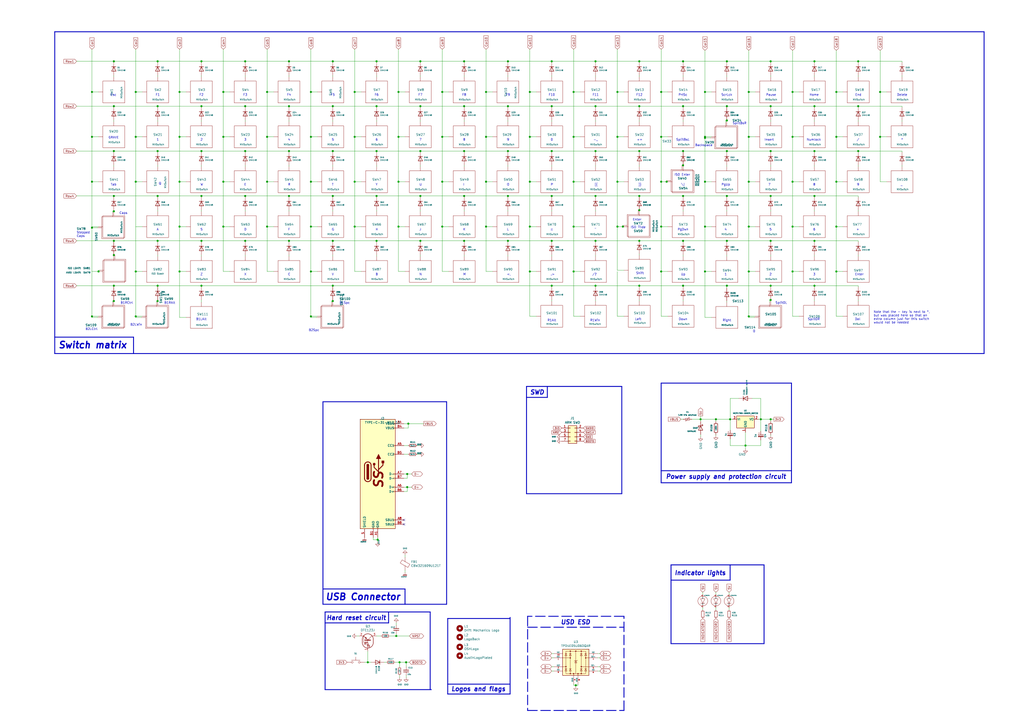
<source format=kicad_sch>
(kicad_sch (version 20201015) (generator eeschema)
  (page 1 1)
  (paper "A2")
  (title_block (title "AustinPCB") (date "2020-11-02") (rev "v2.0.4") (company "Designed by Gondolindrim") (comment 1 "In partnership with driftingbunnies and PheonixStar"))
  (junction (at 53.34 53.34) (diameter 1.016))
  (junction (at 53.34 79.375) (diameter 1.016))
  (junction (at 53.34 105.41) (diameter 1.016))
  (junction (at 53.34 132.08) (diameter 1.016))
  (junction (at 53.34 183.515) (diameter 1.016))
  (junction (at 57.15 157.48) (diameter 1.016))
  (junction (at 66.04 35.56) (diameter 1.016))
  (junction (at 66.04 61.595) (diameter 1.016))
  (junction (at 66.04 87.63) (diameter 1.016))
  (junction (at 66.04 113.665) (diameter 1.016))
  (junction (at 66.04 122.555) (diameter 1.016))
  (junction (at 66.04 139.7) (diameter 1.016))
  (junction (at 66.04 147.955) (diameter 1.016))
  (junction (at 66.04 165.735) (diameter 1.016))
  (junction (at 66.04 174.625) (diameter 1.016))
  (junction (at 78.74 53.34) (diameter 1.016))
  (junction (at 78.74 79.375) (diameter 1.016))
  (junction (at 78.74 105.41) (diameter 1.016))
  (junction (at 78.74 157.48) (diameter 1.016))
  (junction (at 78.74 183.515) (diameter 1.016))
  (junction (at 91.44 35.56) (diameter 1.016))
  (junction (at 91.44 61.595) (diameter 1.016))
  (junction (at 91.44 87.63) (diameter 1.016))
  (junction (at 91.44 113.665) (diameter 1.016))
  (junction (at 91.44 139.7) (diameter 1.016))
  (junction (at 91.44 165.735) (diameter 1.016))
  (junction (at 91.44 174.625) (diameter 1.016))
  (junction (at 104.14 53.34) (diameter 1.016))
  (junction (at 104.14 79.375) (diameter 1.016))
  (junction (at 104.14 105.41) (diameter 1.016))
  (junction (at 104.14 131.445) (diameter 1.016))
  (junction (at 104.14 157.48) (diameter 1.016))
  (junction (at 116.84 35.56) (diameter 1.016))
  (junction (at 116.84 61.595) (diameter 1.016))
  (junction (at 116.84 87.63) (diameter 1.016))
  (junction (at 116.84 113.665) (diameter 1.016))
  (junction (at 116.84 139.7) (diameter 1.016))
  (junction (at 116.84 165.735) (diameter 1.016))
  (junction (at 129.54 53.34) (diameter 1.016))
  (junction (at 129.54 79.375) (diameter 1.016))
  (junction (at 129.54 105.41) (diameter 1.016))
  (junction (at 129.54 131.445) (diameter 1.016))
  (junction (at 142.24 35.56) (diameter 1.016))
  (junction (at 142.24 61.595) (diameter 1.016))
  (junction (at 142.24 87.63) (diameter 1.016))
  (junction (at 142.24 113.665) (diameter 1.016))
  (junction (at 142.24 139.7) (diameter 1.016))
  (junction (at 154.94 53.34) (diameter 1.016))
  (junction (at 154.94 79.375) (diameter 1.016))
  (junction (at 154.94 105.41) (diameter 1.016))
  (junction (at 154.94 131.445) (diameter 1.016))
  (junction (at 160.02 -130.175) (diameter 1.016))
  (junction (at 160.02 -113.665) (diameter 1.016))
  (junction (at 160.02 -97.79) (diameter 1.016))
  (junction (at 160.02 -81.915) (diameter 1.016))
  (junction (at 167.64 35.56) (diameter 1.016))
  (junction (at 167.64 61.595) (diameter 1.016))
  (junction (at 167.64 87.63) (diameter 1.016))
  (junction (at 167.64 113.665) (diameter 1.016))
  (junction (at 167.64 139.7) (diameter 1.016))
  (junction (at 168.275 -146.685) (diameter 1.016))
  (junction (at 168.275 -130.175) (diameter 1.016))
  (junction (at 168.275 -113.665) (diameter 1.016))
  (junction (at 168.275 -97.79) (diameter 1.016))
  (junction (at 168.275 -92.71) (diameter 1.016))
  (junction (at 168.275 -85.09) (diameter 1.016))
  (junction (at 168.275 -81.915) (diameter 1.016))
  (junction (at 168.275 -76.835) (diameter 1.016))
  (junction (at 168.275 -69.215) (diameter 1.016))
  (junction (at 168.275 -66.04) (diameter 1.016))
  (junction (at 168.275 -60.96) (diameter 1.016))
  (junction (at 168.275 -53.34) (diameter 1.016))
  (junction (at 174.625 -53.34) (diameter 1.016))
  (junction (at 175.895 -146.685) (diameter 1.016))
  (junction (at 175.895 -133.985) (diameter 1.016))
  (junction (at 175.895 -130.175) (diameter 1.016))
  (junction (at 175.895 -117.475) (diameter 1.016))
  (junction (at 175.895 -113.665) (diameter 1.016))
  (junction (at 175.895 -100.965) (diameter 1.016))
  (junction (at 175.895 -97.79) (diameter 1.016))
  (junction (at 175.895 -85.09) (diameter 1.016))
  (junction (at 175.895 -81.915) (diameter 1.016))
  (junction (at 175.895 -69.215) (diameter 1.016))
  (junction (at 175.895 -66.04) (diameter 1.016))
  (junction (at 175.895 -60.96) (diameter 1.016))
  (junction (at 175.895 -53.34) (diameter 1.016))
  (junction (at 180.34 53.34) (diameter 1.016))
  (junction (at 180.34 79.375) (diameter 1.016))
  (junction (at 180.34 105.41) (diameter 1.016))
  (junction (at 180.34 131.445) (diameter 1.016))
  (junction (at 180.34 157.48) (diameter 1.016))
  (junction (at 180.34 183.515) (diameter 1.016))
  (junction (at 183.515 -146.685) (diameter 1.016))
  (junction (at 183.515 -133.985) (diameter 1.016))
  (junction (at 183.515 -130.175) (diameter 1.016))
  (junction (at 183.515 -117.475) (diameter 1.016))
  (junction (at 183.515 -113.665) (diameter 1.016))
  (junction (at 183.515 -100.965) (diameter 1.016))
  (junction (at 183.515 -97.79) (diameter 1.016))
  (junction (at 183.515 -85.09) (diameter 1.016))
  (junction (at 183.515 -81.915) (diameter 1.016))
  (junction (at 183.515 -69.215) (diameter 1.016))
  (junction (at 183.515 -66.04) (diameter 1.016))
  (junction (at 183.515 -53.34) (diameter 1.016))
  (junction (at 191.135 -146.685) (diameter 1.016))
  (junction (at 191.135 -133.985) (diameter 1.016))
  (junction (at 191.135 -130.175) (diameter 1.016))
  (junction (at 191.135 -117.475) (diameter 1.016))
  (junction (at 191.135 -113.665) (diameter 1.016))
  (junction (at 191.135 -100.965) (diameter 1.016))
  (junction (at 191.135 -97.79) (diameter 1.016))
  (junction (at 191.135 -85.09) (diameter 1.016))
  (junction (at 191.135 -81.915) (diameter 1.016))
  (junction (at 191.135 -69.215) (diameter 1.016))
  (junction (at 193.04 35.56) (diameter 1.016))
  (junction (at 193.04 61.595) (diameter 1.016))
  (junction (at 193.04 87.63) (diameter 1.016))
  (junction (at 193.04 113.665) (diameter 1.016))
  (junction (at 193.04 139.7) (diameter 1.016))
  (junction (at 193.04 165.735) (diameter 1.016))
  (junction (at 193.04 174.625) (diameter 1.016))
  (junction (at 198.755 -146.685) (diameter 1.016))
  (junction (at 198.755 -133.985) (diameter 1.016))
  (junction (at 198.755 -130.175) (diameter 1.016))
  (junction (at 198.755 -117.475) (diameter 1.016))
  (junction (at 198.755 -113.665) (diameter 1.016))
  (junction (at 198.755 -100.965) (diameter 1.016))
  (junction (at 198.755 -97.79) (diameter 1.016))
  (junction (at 198.755 -85.09) (diameter 1.016))
  (junction (at 198.755 -81.915) (diameter 1.016))
  (junction (at 198.755 -69.215) (diameter 1.016))
  (junction (at 205.105 -53.34) (diameter 1.016))
  (junction (at 205.74 53.34) (diameter 1.016))
  (junction (at 205.74 79.375) (diameter 1.016))
  (junction (at 205.74 105.41) (diameter 1.016))
  (junction (at 205.74 131.445) (diameter 1.016))
  (junction (at 206.375 -146.685) (diameter 1.016))
  (junction (at 206.375 -133.985) (diameter 1.016))
  (junction (at 206.375 -130.175) (diameter 1.016))
  (junction (at 206.375 -117.475) (diameter 1.016))
  (junction (at 206.375 -113.665) (diameter 1.016))
  (junction (at 206.375 -100.965) (diameter 1.016))
  (junction (at 206.375 -97.79) (diameter 1.016))
  (junction (at 206.375 -85.09) (diameter 1.016))
  (junction (at 206.375 -81.915) (diameter 1.016))
  (junction (at 206.375 -69.215) (diameter 1.016))
  (junction (at 206.375 -66.04) (diameter 1.016))
  (junction (at 206.375 -60.96) (diameter 1.016))
  (junction (at 206.375 -53.34) (diameter 1.016))
  (junction (at 213.36 384.175) (diameter 1.016))
  (junction (at 213.995 -146.685) (diameter 1.016))
  (junction (at 213.995 -133.985) (diameter 1.016))
  (junction (at 213.995 -130.175) (diameter 1.016))
  (junction (at 213.995 -117.475) (diameter 1.016))
  (junction (at 213.995 -113.665) (diameter 1.016))
  (junction (at 213.995 -100.965) (diameter 1.016))
  (junction (at 213.995 -97.79) (diameter 1.016))
  (junction (at 213.995 -85.09) (diameter 1.016))
  (junction (at 213.995 -81.915) (diameter 1.016))
  (junction (at 213.995 -69.215) (diameter 1.016))
  (junction (at 218.44 35.56) (diameter 1.016))
  (junction (at 218.44 61.595) (diameter 1.016))
  (junction (at 218.44 87.63) (diameter 1.016))
  (junction (at 218.44 113.665) (diameter 1.016))
  (junction (at 218.44 139.7) (diameter 1.016))
  (junction (at 219.075 313.055) (diameter 1.016))
  (junction (at 221.615 -146.685) (diameter 1.016))
  (junction (at 221.615 -133.985) (diameter 1.016))
  (junction (at 221.615 -130.175) (diameter 1.016))
  (junction (at 221.615 -117.475) (diameter 1.016))
  (junction (at 221.615 -113.665) (diameter 1.016))
  (junction (at 221.615 -100.965) (diameter 1.016))
  (junction (at 221.615 -97.79) (diameter 1.016))
  (junction (at 221.615 -85.09) (diameter 1.016))
  (junction (at 221.615 -81.915) (diameter 1.016))
  (junction (at 221.615 -69.215) (diameter 1.016))
  (junction (at 223.52 -170.815) (diameter 1.016))
  (junction (at 229.235 -146.685) (diameter 1.016))
  (junction (at 229.235 -133.985) (diameter 1.016))
  (junction (at 229.235 -130.175) (diameter 1.016))
  (junction (at 229.235 -117.475) (diameter 1.016))
  (junction (at 229.235 -113.665) (diameter 1.016))
  (junction (at 229.235 -100.965) (diameter 1.016))
  (junction (at 229.235 -97.79) (diameter 1.016))
  (junction (at 229.235 -85.09) (diameter 1.016))
  (junction (at 229.235 -81.915) (diameter 1.016))
  (junction (at 229.235 -69.215) (diameter 1.016))
  (junction (at 229.87 368.935) (diameter 1.016))
  (junction (at 231.14 53.34) (diameter 1.016))
  (junction (at 231.14 79.375) (diameter 1.016))
  (junction (at 231.14 105.41) (diameter 1.016))
  (junction (at 231.14 131.445) (diameter 1.016))
  (junction (at 231.775 384.175) (diameter 1.016))
  (junction (at 235.585 384.175) (diameter 1.016))
  (junction (at 236.22 274.955) (diameter 1.016))
  (junction (at 236.22 282.575) (diameter 1.016))
  (junction (at 236.855 -146.685) (diameter 1.016))
  (junction (at 236.855 -133.985) (diameter 1.016))
  (junction (at 236.855 -130.175) (diameter 1.016))
  (junction (at 236.855 -117.475) (diameter 1.016))
  (junction (at 236.855 -113.665) (diameter 1.016))
  (junction (at 236.855 -100.965) (diameter 1.016))
  (junction (at 236.855 -97.79) (diameter 1.016))
  (junction (at 236.855 -85.09) (diameter 1.016))
  (junction (at 236.855 -81.915) (diameter 1.016))
  (junction (at 236.855 -69.215) (diameter 1.016))
  (junction (at 236.855 -66.04) (diameter 1.016))
  (junction (at 236.855 -53.34) (diameter 1.016))
  (junction (at 236.855 245.745) (diameter 1.016))
  (junction (at 241.935 -146.685) (diameter 1.016))
  (junction (at 243.84 35.56) (diameter 1.016))
  (junction (at 243.84 61.595) (diameter 1.016))
  (junction (at 243.84 87.63) (diameter 1.016))
  (junction (at 243.84 113.665) (diameter 1.016))
  (junction (at 243.84 139.7) (diameter 1.016))
  (junction (at 244.475 -146.685) (diameter 1.016))
  (junction (at 244.475 -133.985) (diameter 1.016))
  (junction (at 244.475 -130.175) (diameter 1.016))
  (junction (at 244.475 -117.475) (diameter 1.016))
  (junction (at 244.475 -113.665) (diameter 1.016))
  (junction (at 244.475 -100.965) (diameter 1.016))
  (junction (at 244.475 -97.79) (diameter 1.016))
  (junction (at 244.475 -85.09) (diameter 1.016))
  (junction (at 244.475 -81.915) (diameter 1.016))
  (junction (at 244.475 -69.215) (diameter 1.016))
  (junction (at 244.475 -66.04) (diameter 1.016))
  (junction (at 244.475 -53.34) (diameter 1.016))
  (junction (at 252.095 -146.685) (diameter 1.016))
  (junction (at 252.095 -133.985) (diameter 1.016))
  (junction (at 252.095 -130.175) (diameter 1.016))
  (junction (at 252.095 -117.475) (diameter 1.016))
  (junction (at 252.095 -113.665) (diameter 1.016))
  (junction (at 252.095 -100.965) (diameter 1.016))
  (junction (at 252.095 -97.79) (diameter 1.016))
  (junction (at 252.095 -85.09) (diameter 1.016))
  (junction (at 252.095 -81.915) (diameter 1.016))
  (junction (at 252.095 -69.215) (diameter 1.016))
  (junction (at 252.095 -66.04) (diameter 1.016))
  (junction (at 252.095 -53.34) (diameter 1.016))
  (junction (at 256.54 53.34) (diameter 1.016))
  (junction (at 256.54 79.375) (diameter 1.016))
  (junction (at 256.54 105.41) (diameter 1.016))
  (junction (at 256.54 131.445) (diameter 1.016))
  (junction (at 259.715 -146.685) (diameter 1.016))
  (junction (at 259.715 -133.985) (diameter 1.016))
  (junction (at 259.715 -130.175) (diameter 1.016))
  (junction (at 259.715 -117.475) (diameter 1.016))
  (junction (at 259.715 -113.665) (diameter 1.016))
  (junction (at 259.715 -100.965) (diameter 1.016))
  (junction (at 259.715 -97.79) (diameter 1.016))
  (junction (at 259.715 -85.09) (diameter 1.016))
  (junction (at 259.715 -81.915) (diameter 1.016))
  (junction (at 259.715 -69.215) (diameter 1.016))
  (junction (at 259.715 -66.04) (diameter 1.016))
  (junction (at 259.715 -53.34) (diameter 1.016))
  (junction (at 267.335 -146.685) (diameter 1.016))
  (junction (at 267.335 -133.985) (diameter 1.016))
  (junction (at 267.335 -130.175) (diameter 1.016))
  (junction (at 267.335 -117.475) (diameter 1.016))
  (junction (at 267.335 -113.665) (diameter 1.016))
  (junction (at 267.335 -108.585) (diameter 1.016))
  (junction (at 267.335 -100.965) (diameter 1.016))
  (junction (at 267.335 -97.79) (diameter 1.016))
  (junction (at 267.335 -85.09) (diameter 1.016))
  (junction (at 268.605 -100.965) (diameter 1.016))
  (junction (at 269.24 35.56) (diameter 1.016))
  (junction (at 269.24 61.595) (diameter 1.016))
  (junction (at 269.24 87.63) (diameter 1.016))
  (junction (at 269.24 113.665) (diameter 1.016))
  (junction (at 269.24 139.7) (diameter 1.016))
  (junction (at 272.415 -81.915) (diameter 1.016))
  (junction (at 272.415 -69.215) (diameter 1.016))
  (junction (at 273.685 -117.475) (diameter 1.016))
  (junction (at 274.955 -146.685) (diameter 1.016))
  (junction (at 274.955 -133.985) (diameter 1.016))
  (junction (at 274.955 -130.175) (diameter 1.016))
  (junction (at 274.955 -125.095) (diameter 1.016))
  (junction (at 274.955 -117.475) (diameter 1.016))
  (junction (at 274.955 -113.665) (diameter 1.016))
  (junction (at 274.955 -100.965) (diameter 1.016))
  (junction (at 274.955 -97.79) (diameter 1.016))
  (junction (at 274.955 -85.09) (diameter 1.016))
  (junction (at 274.955 -66.04) (diameter 1.016))
  (junction (at 274.955 -53.34) (diameter 1.016))
  (junction (at 281.305 -53.34) (diameter 1.016))
  (junction (at 281.94 53.34) (diameter 1.016))
  (junction (at 281.94 79.375) (diameter 1.016))
  (junction (at 281.94 105.41) (diameter 1.016))
  (junction (at 281.94 131.445) (diameter 1.016))
  (junction (at 282.575 -146.685) (diameter 1.016))
  (junction (at 282.575 -133.985) (diameter 1.016))
  (junction (at 282.575 -130.175) (diameter 1.016))
  (junction (at 282.575 -117.475) (diameter 1.016))
  (junction (at 282.575 -113.665) (diameter 1.016))
  (junction (at 282.575 -100.965) (diameter 1.016))
  (junction (at 282.575 -97.79) (diameter 1.016))
  (junction (at 282.575 -85.09) (diameter 1.016))
  (junction (at 282.575 -81.915) (diameter 1.016))
  (junction (at 282.575 -69.215) (diameter 1.016))
  (junction (at 282.575 -66.04) (diameter 1.016))
  (junction (at 282.575 -60.96) (diameter 1.016))
  (junction (at 282.575 -53.34) (diameter 1.016))
  (junction (at 290.195 -146.685) (diameter 1.016))
  (junction (at 290.195 -133.985) (diameter 1.016))
  (junction (at 290.195 -130.175) (diameter 1.016))
  (junction (at 290.195 -117.475) (diameter 1.016))
  (junction (at 290.195 -113.665) (diameter 1.016))
  (junction (at 290.195 -100.965) (diameter 1.016))
  (junction (at 290.195 -97.79) (diameter 1.016))
  (junction (at 290.195 -85.09) (diameter 1.016))
  (junction (at 290.195 -81.915) (diameter 1.016))
  (junction (at 290.195 -69.215) (diameter 1.016))
  (junction (at 290.195 -66.04) (diameter 1.016))
  (junction (at 290.195 -53.34) (diameter 1.016))
  (junction (at 294.64 35.56) (diameter 1.016))
  (junction (at 294.64 61.595) (diameter 1.016))
  (junction (at 294.64 87.63) (diameter 1.016))
  (junction (at 294.64 113.665) (diameter 1.016))
  (junction (at 294.64 139.7) (diameter 1.016))
  (junction (at 297.815 -146.685) (diameter 1.016))
  (junction (at 297.815 -133.985) (diameter 1.016))
  (junction (at 297.815 -130.175) (diameter 1.016))
  (junction (at 297.815 -117.475) (diameter 1.016))
  (junction (at 297.815 -113.665) (diameter 1.016))
  (junction (at 297.815 -100.965) (diameter 1.016))
  (junction (at 297.815 -97.79) (diameter 1.016))
  (junction (at 297.815 -85.09) (diameter 1.016))
  (junction (at 297.815 -81.915) (diameter 1.016))
  (junction (at 297.815 -69.215) (diameter 1.016))
  (junction (at 297.815 -66.04) (diameter 1.016))
  (junction (at 297.815 -53.34) (diameter 1.016))
  (junction (at 305.435 -133.985) (diameter 1.016))
  (junction (at 305.435 -117.475) (diameter 1.016))
  (junction (at 305.435 -85.09) (diameter 1.016))
  (junction (at 305.435 -69.215) (diameter 1.016))
  (junction (at 305.435 -53.34) (diameter 1.016))
  (junction (at 307.34 -100.965) (diameter 1.016))
  (junction (at 307.34 53.34) (diameter 1.016))
  (junction (at 307.34 79.375) (diameter 1.016))
  (junction (at 307.34 105.41) (diameter 1.016))
  (junction (at 307.34 131.445) (diameter 1.016))
  (junction (at 307.34 157.48) (diameter 1.016))
  (junction (at 315.595 -117.475) (diameter 1.016))
  (junction (at 315.595 -100.965) (diameter 1.016))
  (junction (at 315.595 -85.09) (diameter 1.016))
  (junction (at 315.595 -69.215) (diameter 1.016))
  (junction (at 315.595 -53.34) (diameter 1.016))
  (junction (at 320.04 35.56) (diameter 1.016))
  (junction (at 320.04 61.595) (diameter 1.016))
  (junction (at 320.04 87.63) (diameter 1.016))
  (junction (at 320.04 113.665) (diameter 1.016))
  (junction (at 320.04 139.7) (diameter 1.016))
  (junction (at 320.04 165.735) (diameter 1.016))
  (junction (at 332.74 53.34) (diameter 1.016))
  (junction (at 332.74 79.375) (diameter 1.016))
  (junction (at 332.74 105.41) (diameter 1.016))
  (junction (at 332.74 131.445) (diameter 1.016))
  (junction (at 332.74 157.48) (diameter 1.016))
  (junction (at 334.01 397.51) (diameter 1.016))
  (junction (at 345.44 35.56) (diameter 1.016))
  (junction (at 345.44 61.595) (diameter 1.016))
  (junction (at 345.44 87.63) (diameter 1.016))
  (junction (at 345.44 113.665) (diameter 1.016))
  (junction (at 345.44 139.7) (diameter 1.016))
  (junction (at 345.44 165.735) (diameter 1.016))
  (junction (at 358.14 53.34) (diameter 1.016))
  (junction (at 358.14 79.375) (diameter 1.016))
  (junction (at 358.14 105.41) (diameter 1.016))
  (junction (at 358.14 131.445) (diameter 1.016))
  (junction (at 361.315 131.445) (diameter 1.016))
  (junction (at 370.84 35.56) (diameter 1.016))
  (junction (at 370.84 61.595) (diameter 1.016))
  (junction (at 370.84 87.63) (diameter 1.016))
  (junction (at 370.84 113.665) (diameter 1.016))
  (junction (at 370.84 121.92) (diameter 1.016))
  (junction (at 370.84 139.7) (diameter 1.016))
  (junction (at 370.84 165.735) (diameter 1.016))
  (junction (at 383.54 53.34) (diameter 1.016))
  (junction (at 383.54 79.375) (diameter 1.016))
  (junction (at 383.54 105.41) (diameter 1.016))
  (junction (at 383.54 131.445) (diameter 1.016))
  (junction (at 383.54 157.48) (diameter 1.016))
  (junction (at 386.715 105.41) (diameter 1.016))
  (junction (at 396.24 35.56) (diameter 1.016))
  (junction (at 396.24 61.595) (diameter 1.016))
  (junction (at 396.24 87.63) (diameter 1.016))
  (junction (at 396.24 95.885) (diameter 1.016))
  (junction (at 396.24 113.665) (diameter 1.016))
  (junction (at 396.24 139.7) (diameter 1.016))
  (junction (at 396.24 165.735) (diameter 1.016))
  (junction (at 406.4 243.205) (diameter 1.016))
  (junction (at 408.94 53.34) (diameter 1.016))
  (junction (at 408.94 79.375) (diameter 1.016))
  (junction (at 408.94 80.01) (diameter 1.016))
  (junction (at 408.94 105.41) (diameter 1.016))
  (junction (at 408.94 131.445) (diameter 1.016))
  (junction (at 408.94 157.48) (diameter 1.016))
  (junction (at 415.29 243.205) (diameter 1.016))
  (junction (at 421.64 35.56) (diameter 1.016))
  (junction (at 421.64 61.595) (diameter 1.016))
  (junction (at 421.64 69.85) (diameter 1.016))
  (junction (at 421.64 87.63) (diameter 1.016))
  (junction (at 421.64 113.665) (diameter 1.016))
  (junction (at 421.64 139.7) (diameter 1.016))
  (junction (at 421.64 165.735) (diameter 1.016))
  (junction (at 423.545 243.205) (diameter 1.016))
  (junction (at 432.435 258.445) (diameter 1.016))
  (junction (at 434.34 53.34) (diameter 1.016))
  (junction (at 434.34 79.375) (diameter 1.016))
  (junction (at 434.34 105.41) (diameter 1.016))
  (junction (at 434.34 131.445) (diameter 1.016))
  (junction (at 434.34 157.48) (diameter 1.016))
  (junction (at 434.34 183.515) (diameter 1.016))
  (junction (at 441.325 243.205) (diameter 1.016))
  (junction (at 447.04 35.56) (diameter 1.016))
  (junction (at 447.04 61.595) (diameter 1.016))
  (junction (at 447.04 87.63) (diameter 1.016))
  (junction (at 447.04 113.665) (diameter 1.016))
  (junction (at 447.04 139.7) (diameter 1.016))
  (junction (at 447.04 165.735) (diameter 1.016))
  (junction (at 447.04 173.99) (diameter 1.016))
  (junction (at 447.04 243.205) (diameter 1.016))
  (junction (at 459.74 53.34) (diameter 1.016))
  (junction (at 459.74 79.375) (diameter 1.016))
  (junction (at 459.74 105.41) (diameter 1.016))
  (junction (at 459.74 131.445) (diameter 1.016))
  (junction (at 459.74 157.48) (diameter 1.016))
  (junction (at 472.44 35.56) (diameter 1.016))
  (junction (at 472.44 61.595) (diameter 1.016))
  (junction (at 472.44 87.63) (diameter 1.016))
  (junction (at 472.44 113.665) (diameter 1.016))
  (junction (at 472.44 139.7) (diameter 1.016))
  (junction (at 472.44 165.735) (diameter 1.016))
  (junction (at 474.345 471.805) (diameter 1.016))
  (junction (at 479.425 471.805) (diameter 1.016))
  (junction (at 485.14 53.34) (diameter 1.016))
  (junction (at 485.14 79.375) (diameter 1.016))
  (junction (at 485.14 105.41) (diameter 1.016))
  (junction (at 485.14 131.445) (diameter 1.016))
  (junction (at 485.14 157.48) (diameter 1.016))
  (junction (at 497.84 35.56) (diameter 1.016))
  (junction (at 497.84 61.595) (diameter 1.016))
  (junction (at 497.84 87.63) (diameter 1.016))
  (junction (at 510.54 53.34) (diameter 1.016))
  (junction (at 510.54 79.375) (diameter 1.016))
  (junction (at 520.7 515.62) (diameter 1.016))
  (junction (at 552.45 515.62) (diameter 1.016))
  (junction (at 584.2 515.62) (diameter 1.016))
  (junction (at 615.95 515.62) (diameter 1.016))
  (junction (at 631.19 299.085) (diameter 1.016))
  (junction (at 631.19 305.435) (diameter 1.016))
  (junction (at 638.175 299.085) (diameter 1.016))
  (junction (at 638.175 305.435) (diameter 1.016))
  (junction (at 641.35 254.635) (diameter 1.016))
  (junction (at 647.7 515.62) (diameter 1.016))
  (junction (at 651.51 234.315) (diameter 1.016))
  (junction (at 651.51 241.3) (diameter 1.016))
  (junction (at 657.86 234.315) (diameter 1.016))
  (junction (at 657.86 241.3) (diameter 1.016))
  (junction (at 679.45 515.62) (diameter 1.016))
  (junction (at 711.2 515.62) (diameter 1.016))
  (junction (at 715.01 337.82) (diameter 1.016))
  (junction (at 715.01 344.805) (diameter 1.016))
  (junction (at 721.36 337.82) (diameter 1.016))
  (junction (at 721.36 344.805) (diameter 1.016))
  (junction (at 734.695 255.905) (diameter 1.016))
  (junction (at 734.695 262.255) (diameter 1.016))
  (junction (at 741.68 255.905) (diameter 1.016))
  (junction (at 741.68 262.255) (diameter 1.016))
  (junction (at 742.95 515.62) (diameter 1.016))
  (junction (at 774.7 515.62) (diameter 1.016))
  (junction (at 806.45 515.62) (diameter 1.016))
  (junction (at 838.2 515.62) (diameter 1.016))
  (junction (at 869.95 515.62) (diameter 1.016))
  (junction (at 901.7 515.62) (diameter 1.016))
  (junction (at 933.45 515.62) (diameter 1.016))
  (junction (at 965.2 515.62) (diameter 1.016))
  (junction (at 996.95 515.62) (diameter 1.016))
  (junction (at 1028.7 515.62) (diameter 1.016))
  (junction (at 1060.45 515.62) (diameter 1.016))
  (junction (at 1092.2 515.62) (diameter 1.016))
  (junction (at 1123.95 515.62) (diameter 1.016))
  (no_connect (at 234.315 304.165))
  (no_connect (at 234.315 301.625))
  (no_connect (at 730.25 319.405))
  (wire (pts (xy 44.45 35.56) (xy 66.04 35.56)))
  (wire (pts (xy 44.45 61.595) (xy 66.04 61.595)))
  (wire (pts (xy 44.45 87.63) (xy 66.04 87.63)))
  (wire (pts (xy 44.45 113.665) (xy 66.04 113.665)))
  (wire (pts (xy 44.45 139.7) (xy 66.04 139.7)))
  (wire (pts (xy 44.45 165.735) (xy 66.04 165.735)))
  (wire (pts (xy 53.34 28.575) (xy 53.34 53.34)))
  (wire (pts (xy 53.34 53.34) (xy 53.34 79.375)))
  (wire (pts (xy 53.34 79.375) (xy 53.34 105.41)))
  (wire (pts (xy 53.34 79.375) (xy 57.15 79.375)))
  (wire (pts (xy 53.34 105.41) (xy 53.34 131.445)))
  (wire (pts (xy 53.34 131.445) (xy 53.34 132.08)))
  (wire (pts (xy 53.34 131.445) (xy 57.15 131.445)))
  (wire (pts (xy 53.34 132.08) (xy 53.34 157.48)))
  (wire (pts (xy 53.34 157.48) (xy 53.34 183.515)))
  (wire (pts (xy 53.34 184.15) (xy 53.34 183.515)))
  (wire (pts (xy 56.515 132.08) (xy 53.34 132.08)))
  (wire (pts (xy 56.515 184.15) (xy 53.34 184.15)))
  (wire (pts (xy 57.15 53.34) (xy 53.34 53.34)))
  (wire (pts (xy 57.15 105.41) (xy 53.34 105.41)))
  (wire (pts (xy 57.15 156.845) (xy 57.15 157.48)))
  (wire (pts (xy 57.15 157.48) (xy 53.34 157.48)))
  (wire (pts (xy 57.15 183.515) (xy 53.34 183.515)))
  (wire (pts (xy 57.785 156.845) (xy 57.15 156.845)))
  (wire (pts (xy 65.405 122.555) (xy 66.04 122.555)))
  (wire (pts (xy 65.405 123.19) (xy 65.405 122.555)))
  (wire (pts (xy 65.405 174.625) (xy 66.04 174.625)))
  (wire (pts (xy 65.405 175.26) (xy 65.405 174.625)))
  (wire (pts (xy 66.04 35.56) (xy 91.44 35.56)))
  (wire (pts (xy 66.04 36.195) (xy 66.04 35.56)))
  (wire (pts (xy 66.04 44.45) (xy 66.04 43.815)))
  (wire (pts (xy 66.04 61.595) (xy 91.44 61.595)))
  (wire (pts (xy 66.04 62.23) (xy 66.04 61.595)))
  (wire (pts (xy 66.04 70.485) (xy 66.04 69.85)))
  (wire (pts (xy 66.04 87.63) (xy 91.44 87.63)))
  (wire (pts (xy 66.04 88.265) (xy 66.04 87.63)))
  (wire (pts (xy 66.04 96.52) (xy 66.04 95.885)))
  (wire (pts (xy 66.04 113.665) (xy 91.44 113.665)))
  (wire (pts (xy 66.04 114.3) (xy 66.04 113.665)))
  (wire (pts (xy 66.04 122.555) (xy 66.04 121.92)))
  (wire (pts (xy 66.04 139.7) (xy 91.44 139.7)))
  (wire (pts (xy 66.04 140.335) (xy 66.04 139.7)))
  (wire (pts (xy 66.04 148.59) (xy 66.04 147.955)))
  (wire (pts (xy 66.04 165.735) (xy 91.44 165.735)))
  (wire (pts (xy 66.04 166.37) (xy 66.04 165.735)))
  (wire (pts (xy 66.04 174.625) (xy 66.04 173.99)))
  (wire (pts (xy 66.675 147.955) (xy 66.04 147.955)))
  (wire (pts (xy 78.74 28.575) (xy 78.74 53.34)))
  (wire (pts (xy 78.74 53.34) (xy 78.74 79.375)))
  (wire (pts (xy 78.74 79.375) (xy 78.74 105.41)))
  (wire (pts (xy 78.74 105.41) (xy 78.74 131.445)))
  (wire (pts (xy 78.74 131.445) (xy 78.74 157.48)))
  (wire (pts (xy 78.74 157.48) (xy 78.74 183.515)))
  (wire (pts (xy 78.74 184.15) (xy 78.74 183.515)))
  (wire (pts (xy 81.915 184.15) (xy 78.74 184.15)))
  (wire (pts (xy 82.55 53.34) (xy 78.74 53.34)))
  (wire (pts (xy 82.55 79.375) (xy 78.74 79.375)))
  (wire (pts (xy 82.55 105.41) (xy 78.74 105.41)))
  (wire (pts (xy 82.55 131.445) (xy 78.74 131.445)))
  (wire (pts (xy 82.55 157.48) (xy 78.74 157.48)))
  (wire (pts (xy 82.55 183.515) (xy 78.74 183.515)))
  (wire (pts (xy 90.805 174.625) (xy 91.44 174.625)))
  (wire (pts (xy 90.805 175.26) (xy 90.805 174.625)))
  (wire (pts (xy 91.44 35.56) (xy 116.84 35.56)))
  (wire (pts (xy 91.44 36.195) (xy 91.44 35.56)))
  (wire (pts (xy 91.44 44.45) (xy 91.44 43.815)))
  (wire (pts (xy 91.44 61.595) (xy 116.84 61.595)))
  (wire (pts (xy 91.44 62.23) (xy 91.44 61.595)))
  (wire (pts (xy 91.44 70.485) (xy 91.44 69.85)))
  (wire (pts (xy 91.44 87.63) (xy 116.84 87.63)))
  (wire (pts (xy 91.44 88.265) (xy 91.44 87.63)))
  (wire (pts (xy 91.44 96.52) (xy 91.44 95.885)))
  (wire (pts (xy 91.44 113.665) (xy 116.84 113.665)))
  (wire (pts (xy 91.44 114.3) (xy 91.44 113.665)))
  (wire (pts (xy 91.44 122.555) (xy 91.44 121.92)))
  (wire (pts (xy 91.44 139.7) (xy 116.84 139.7)))
  (wire (pts (xy 91.44 140.335) (xy 91.44 139.7)))
  (wire (pts (xy 91.44 148.59) (xy 91.44 147.955)))
  (wire (pts (xy 91.44 165.735) (xy 116.84 165.735)))
  (wire (pts (xy 91.44 166.37) (xy 91.44 165.735)))
  (wire (pts (xy 91.44 174.625) (xy 91.44 173.99)))
  (wire (pts (xy 104.14 28.575) (xy 104.14 53.34)))
  (wire (pts (xy 104.14 53.34) (xy 104.14 79.375)))
  (wire (pts (xy 104.14 79.375) (xy 104.14 105.41)))
  (wire (pts (xy 104.14 105.41) (xy 104.14 131.445)))
  (wire (pts (xy 104.14 131.445) (xy 104.14 157.48)))
  (wire (pts (xy 104.14 157.48) (xy 104.14 184.15)))
  (wire (pts (xy 104.14 184.15) (xy 107.95 184.15)))
  (wire (pts (xy 107.95 53.34) (xy 104.14 53.34)))
  (wire (pts (xy 107.95 79.375) (xy 104.14 79.375)))
  (wire (pts (xy 107.95 105.41) (xy 104.14 105.41)))
  (wire (pts (xy 107.95 131.445) (xy 104.14 131.445)))
  (wire (pts (xy 107.95 157.48) (xy 104.14 157.48)))
  (wire (pts (xy 116.84 35.56) (xy 142.24 35.56)))
  (wire (pts (xy 116.84 36.195) (xy 116.84 35.56)))
  (wire (pts (xy 116.84 44.45) (xy 116.84 43.815)))
  (wire (pts (xy 116.84 61.595) (xy 142.24 61.595)))
  (wire (pts (xy 116.84 62.23) (xy 116.84 61.595)))
  (wire (pts (xy 116.84 69.85) (xy 116.84 70.485)))
  (wire (pts (xy 116.84 87.63) (xy 142.24 87.63)))
  (wire (pts (xy 116.84 88.265) (xy 116.84 87.63)))
  (wire (pts (xy 116.84 96.52) (xy 116.84 95.885)))
  (wire (pts (xy 116.84 113.665) (xy 142.24 113.665)))
  (wire (pts (xy 116.84 114.3) (xy 116.84 113.665)))
  (wire (pts (xy 116.84 122.555) (xy 116.84 121.92)))
  (wire (pts (xy 116.84 139.7) (xy 142.24 139.7)))
  (wire (pts (xy 116.84 140.335) (xy 116.84 139.7)))
  (wire (pts (xy 116.84 148.59) (xy 116.84 147.955)))
  (wire (pts (xy 116.84 165.735) (xy 193.04 165.735)))
  (wire (pts (xy 116.84 166.37) (xy 116.84 165.735)))
  (wire (pts (xy 116.84 175.26) (xy 116.84 173.99)))
  (wire (pts (xy 129.54 28.575) (xy 129.54 53.34)))
  (wire (pts (xy 129.54 53.34) (xy 129.54 79.375)))
  (wire (pts (xy 129.54 79.375) (xy 129.54 105.41)))
  (wire (pts (xy 129.54 105.41) (xy 129.54 131.445)))
  (wire (pts (xy 129.54 131.445) (xy 129.54 157.48)))
  (wire (pts (xy 133.35 53.34) (xy 129.54 53.34)))
  (wire (pts (xy 133.35 79.375) (xy 129.54 79.375)))
  (wire (pts (xy 133.35 105.41) (xy 129.54 105.41)))
  (wire (pts (xy 133.35 131.445) (xy 129.54 131.445)))
  (wire (pts (xy 133.35 157.48) (xy 129.54 157.48)))
  (wire (pts (xy 142.24 35.56) (xy 167.64 35.56)))
  (wire (pts (xy 142.24 36.195) (xy 142.24 35.56)))
  (wire (pts (xy 142.24 44.45) (xy 142.24 43.815)))
  (wire (pts (xy 142.24 61.595) (xy 167.64 61.595)))
  (wire (pts (xy 142.24 62.23) (xy 142.24 61.595)))
  (wire (pts (xy 142.24 70.485) (xy 142.24 69.85)))
  (wire (pts (xy 142.24 87.63) (xy 167.64 87.63)))
  (wire (pts (xy 142.24 88.265) (xy 142.24 87.63)))
  (wire (pts (xy 142.24 96.52) (xy 142.24 95.885)))
  (wire (pts (xy 142.24 113.665) (xy 167.64 113.665)))
  (wire (pts (xy 142.24 114.3) (xy 142.24 113.665)))
  (wire (pts (xy 142.24 122.555) (xy 142.24 121.92)))
  (wire (pts (xy 142.24 139.7) (xy 167.64 139.7)))
  (wire (pts (xy 142.24 140.335) (xy 142.24 139.7)))
  (wire (pts (xy 142.24 148.59) (xy 142.24 147.955)))
  (wire (pts (xy 154.94 28.575) (xy 154.94 53.34)))
  (wire (pts (xy 154.94 53.34) (xy 154.94 79.375)))
  (wire (pts (xy 154.94 79.375) (xy 154.94 105.41)))
  (wire (pts (xy 154.94 105.41) (xy 154.94 131.445)))
  (wire (pts (xy 154.94 131.445) (xy 154.94 157.48)))
  (wire (pts (xy 158.75 53.34) (xy 154.94 53.34)))
  (wire (pts (xy 158.75 79.375) (xy 154.94 79.375)))
  (wire (pts (xy 158.75 105.41) (xy 154.94 105.41)))
  (wire (pts (xy 158.75 131.445) (xy 154.94 131.445)))
  (wire (pts (xy 158.75 157.48) (xy 154.94 157.48)))
  (wire (pts (xy 160.02 -146.685) (xy 160.02 -130.175)))
  (wire (pts (xy 160.02 -146.685) (xy 168.275 -146.685)))
  (wire (pts (xy 160.02 -130.175) (xy 160.02 -113.665)))
  (wire (pts (xy 160.02 -113.665) (xy 160.02 -97.79)))
  (wire (pts (xy 160.02 -113.665) (xy 168.275 -113.665)))
  (wire (pts (xy 160.02 -97.79) (xy 160.02 -81.915)))
  (wire (pts (xy 160.02 -81.915) (xy 168.275 -81.915)))
  (wire (pts (xy 160.02 -66.04) (xy 160.02 -81.915)))
  (wire (pts (xy 165.1 -76.835) (xy 168.275 -76.835)))
  (wire (pts (xy 165.1 -69.215) (xy 168.275 -69.215)))
  (wire (pts (xy 165.735 -85.09) (xy 168.275 -85.09)))
  (wire (pts (xy 165.735 -60.96) (xy 168.275 -60.96)))
  (wire (pts (xy 167.64 35.56) (xy 193.04 35.56)))
  (wire (pts (xy 167.64 36.195) (xy 167.64 35.56)))
  (wire (pts (xy 167.64 44.45) (xy 167.64 43.815)))
  (wire (pts (xy 167.64 61.595) (xy 193.04 61.595)))
  (wire (pts (xy 167.64 62.23) (xy 167.64 61.595)))
  (wire (pts (xy 167.64 70.485) (xy 167.64 69.85)))
  (wire (pts (xy 167.64 87.63) (xy 193.04 87.63)))
  (wire (pts (xy 167.64 88.265) (xy 167.64 87.63)))
  (wire (pts (xy 167.64 96.52) (xy 167.64 95.885)))
  (wire (pts (xy 167.64 113.665) (xy 193.04 113.665)))
  (wire (pts (xy 167.64 114.3) (xy 167.64 113.665)))
  (wire (pts (xy 167.64 122.555) (xy 167.64 121.92)))
  (wire (pts (xy 167.64 139.7) (xy 193.04 139.7)))
  (wire (pts (xy 167.64 140.335) (xy 167.64 139.7)))
  (wire (pts (xy 167.64 148.59) (xy 167.64 147.955)))
  (wire (pts (xy 168.275 -146.685) (xy 175.895 -146.685)))
  (wire (pts (xy 168.275 -133.985) (xy 175.895 -133.985)))
  (wire (pts (xy 168.275 -130.175) (xy 160.02 -130.175)))
  (wire (pts (xy 168.275 -117.475) (xy 175.895 -117.475)))
  (wire (pts (xy 168.275 -113.665) (xy 175.895 -113.665)))
  (wire (pts (xy 168.275 -100.965) (xy 175.895 -100.965)))
  (wire (pts (xy 168.275 -97.79) (xy 160.02 -97.79)))
  (wire (pts (xy 168.275 -97.79) (xy 175.895 -97.79)))
  (wire (pts (xy 168.275 -92.71) (xy 165.735 -92.71)))
  (wire (pts (xy 168.275 -85.09) (xy 175.895 -85.09)))
  (wire (pts (xy 168.275 -81.915) (xy 175.895 -81.915)))
  (wire (pts (xy 168.275 -69.215) (xy 175.895 -69.215)))
  (wire (pts (xy 168.275 -66.04) (xy 160.02 -66.04)))
  (wire (pts (xy 168.275 -53.34) (xy 165.735 -53.34)))
  (wire (pts (xy 168.275 -53.34) (xy 174.625 -53.34)))
  (wire (pts (xy 174.625 -60.96) (xy 175.895 -60.96)))
  (wire (pts (xy 174.625 -53.34) (xy 175.895 -53.34)))
  (wire (pts (xy 175.895 -146.685) (xy 183.515 -146.685)))
  (wire (pts (xy 175.895 -133.985) (xy 183.515 -133.985)))
  (wire (pts (xy 175.895 -130.175) (xy 168.275 -130.175)))
  (wire (pts (xy 175.895 -117.475) (xy 183.515 -117.475)))
  (wire (pts (xy 175.895 -100.965) (xy 183.515 -100.965)))
  (wire (pts (xy 175.895 -97.79) (xy 183.515 -97.79)))
  (wire (pts (xy 175.895 -85.09) (xy 183.515 -85.09)))
  (wire (pts (xy 175.895 -81.915) (xy 183.515 -81.915)))
  (wire (pts (xy 175.895 -69.215) (xy 183.515 -69.215)))
  (wire (pts (xy 175.895 -66.04) (xy 168.275 -66.04)))
  (wire (pts (xy 180.34 28.575) (xy 180.34 53.34)))
  (wire (pts (xy 180.34 53.34) (xy 180.34 79.375)))
  (wire (pts (xy 180.34 79.375) (xy 180.34 105.41)))
  (wire (pts (xy 180.34 105.41) (xy 180.34 131.445)))
  (wire (pts (xy 180.34 131.445) (xy 180.34 157.48)))
  (wire (pts (xy 180.34 157.48) (xy 180.34 183.515)))
  (wire (pts (xy 180.34 184.15) (xy 180.34 183.515)))
  (wire (pts (xy 183.515 -146.685) (xy 191.135 -146.685)))
  (wire (pts (xy 183.515 -133.985) (xy 191.135 -133.985)))
  (wire (pts (xy 183.515 -130.175) (xy 175.895 -130.175)))
  (wire (pts (xy 183.515 -117.475) (xy 191.135 -117.475)))
  (wire (pts (xy 183.515 -113.665) (xy 175.895 -113.665)))
  (wire (pts (xy 183.515 -100.965) (xy 191.135 -100.965)))
  (wire (pts (xy 183.515 -85.09) (xy 191.135 -85.09)))
  (wire (pts (xy 183.515 -81.915) (xy 191.135 -81.915)))
  (wire (pts (xy 183.515 -69.215) (xy 191.135 -69.215)))
  (wire (pts (xy 183.515 -66.04) (xy 175.895 -66.04)))
  (wire (pts (xy 183.515 -53.34) (xy 175.895 -53.34)))
  (wire (pts (xy 183.515 184.15) (xy 180.34 184.15)))
  (wire (pts (xy 184.15 53.34) (xy 180.34 53.34)))
  (wire (pts (xy 184.15 79.375) (xy 180.34 79.375)))
  (wire (pts (xy 184.15 105.41) (xy 180.34 105.41)))
  (wire (pts (xy 184.15 131.445) (xy 180.34 131.445)))
  (wire (pts (xy 184.15 157.48) (xy 180.34 157.48)))
  (wire (pts (xy 184.15 183.515) (xy 180.34 183.515)))
  (wire (pts (xy 191.135 -146.685) (xy 198.755 -146.685)))
  (wire (pts (xy 191.135 -133.985) (xy 198.755 -133.985)))
  (wire (pts (xy 191.135 -130.175) (xy 183.515 -130.175)))
  (wire (pts (xy 191.135 -117.475) (xy 198.755 -117.475)))
  (wire (pts (xy 191.135 -113.665) (xy 183.515 -113.665)))
  (wire (pts (xy 191.135 -100.965) (xy 198.755 -100.965)))
  (wire (pts (xy 191.135 -97.79) (xy 183.515 -97.79)))
  (wire (pts (xy 191.135 -85.09) (xy 198.755 -85.09)))
  (wire (pts (xy 191.135 -81.915) (xy 198.755 -81.915)))
  (wire (pts (xy 191.135 -69.215) (xy 198.755 -69.215)))
  (wire (pts (xy 192.405 174.625) (xy 193.04 174.625)))
  (wire (pts (xy 192.405 175.26) (xy 192.405 174.625)))
  (wire (pts (xy 193.04 35.56) (xy 218.44 35.56)))
  (wire (pts (xy 193.04 36.195) (xy 193.04 35.56)))
  (wire (pts (xy 193.04 44.45) (xy 193.04 43.815)))
  (wire (pts (xy 193.04 61.595) (xy 218.44 61.595)))
  (wire (pts (xy 193.04 62.23) (xy 193.04 61.595)))
  (wire (pts (xy 193.04 70.485) (xy 193.04 69.85)))
  (wire (pts (xy 193.04 87.63) (xy 218.44 87.63)))
  (wire (pts (xy 193.04 88.265) (xy 193.04 87.63)))
  (wire (pts (xy 193.04 96.52) (xy 193.04 95.885)))
  (wire (pts (xy 193.04 113.665) (xy 218.44 113.665)))
  (wire (pts (xy 193.04 114.3) (xy 193.04 113.665)))
  (wire (pts (xy 193.04 122.555) (xy 193.04 121.92)))
  (wire (pts (xy 193.04 139.7) (xy 218.44 139.7)))
  (wire (pts (xy 193.04 140.335) (xy 193.04 139.7)))
  (wire (pts (xy 193.04 148.59) (xy 193.04 147.955)))
  (wire (pts (xy 193.04 165.735) (xy 320.04 165.735)))
  (wire (pts (xy 193.04 166.37) (xy 193.04 165.735)))
  (wire (pts (xy 193.04 174.625) (xy 193.04 173.99)))
  (wire (pts (xy 198.755 -146.685) (xy 206.375 -146.685)))
  (wire (pts (xy 198.755 -133.985) (xy 206.375 -133.985)))
  (wire (pts (xy 198.755 -130.175) (xy 191.135 -130.175)))
  (wire (pts (xy 198.755 -117.475) (xy 206.375 -117.475)))
  (wire (pts (xy 198.755 -113.665) (xy 191.135 -113.665)))
  (wire (pts (xy 198.755 -100.965) (xy 206.375 -100.965)))
  (wire (pts (xy 198.755 -97.79) (xy 191.135 -97.79)))
  (wire (pts (xy 198.755 -85.09) (xy 206.375 -85.09)))
  (wire (pts (xy 198.755 -81.915) (xy 206.375 -81.915)))
  (wire (pts (xy 198.755 -69.215) (xy 206.375 -69.215)))
  (wire (pts (xy 205.105 -60.96) (xy 206.375 -60.96)))
  (wire (pts (xy 205.105 -53.34) (xy 183.515 -53.34)))
  (wire (pts (xy 205.74 28.575) (xy 205.74 53.34)))
  (wire (pts (xy 205.74 53.34) (xy 205.74 79.375)))
  (wire (pts (xy 205.74 79.375) (xy 205.74 105.41)))
  (wire (pts (xy 205.74 105.41) (xy 205.74 131.445)))
  (wire (pts (xy 205.74 131.445) (xy 205.74 157.48)))
  (wire (pts (xy 206.375 -146.685) (xy 213.995 -146.685)))
  (wire (pts (xy 206.375 -133.985) (xy 213.995 -133.985)))
  (wire (pts (xy 206.375 -130.175) (xy 198.755 -130.175)))
  (wire (pts (xy 206.375 -117.475) (xy 213.995 -117.475)))
  (wire (pts (xy 206.375 -113.665) (xy 198.755 -113.665)))
  (wire (pts (xy 206.375 -100.965) (xy 213.995 -100.965)))
  (wire (pts (xy 206.375 -97.79) (xy 198.755 -97.79)))
  (wire (pts (xy 206.375 -85.09) (xy 213.995 -85.09)))
  (wire (pts (xy 206.375 -81.915) (xy 213.995 -81.915)))
  (wire (pts (xy 206.375 -69.215) (xy 213.995 -69.215)))
  (wire (pts (xy 206.375 -66.04) (xy 183.515 -66.04)))
  (wire (pts (xy 206.375 -53.34) (xy 205.105 -53.34)))
  (wire (pts (xy 206.375 -53.34) (xy 236.855 -53.34)))
  (wire (pts (xy 207.01 368.935) (xy 208.28 368.935)))
  (wire (pts (xy 209.55 53.34) (xy 205.74 53.34)))
  (wire (pts (xy 209.55 79.375) (xy 205.74 79.375)))
  (wire (pts (xy 209.55 105.41) (xy 205.74 105.41)))
  (wire (pts (xy 209.55 131.445) (xy 205.74 131.445)))
  (wire (pts (xy 209.55 157.48) (xy 205.74 157.48)))
  (wire (pts (xy 211.455 384.175) (xy 213.36 384.175)))
  (wire (pts (xy 213.36 -163.83) (xy 214.63 -163.83)))
  (wire (pts (xy 213.36 377.825) (xy 213.36 384.175)))
  (wire (pts (xy 213.36 384.175) (xy 215.265 384.175)))
  (wire (pts (xy 213.995 -146.685) (xy 221.615 -146.685)))
  (wire (pts (xy 213.995 -133.985) (xy 221.615 -133.985)))
  (wire (pts (xy 213.995 -130.175) (xy 206.375 -130.175)))
  (wire (pts (xy 213.995 -117.475) (xy 221.615 -117.475)))
  (wire (pts (xy 213.995 -113.665) (xy 206.375 -113.665)))
  (wire (pts (xy 213.995 -100.965) (xy 221.615 -100.965)))
  (wire (pts (xy 213.995 -97.79) (xy 206.375 -97.79)))
  (wire (pts (xy 213.995 -85.09) (xy 221.615 -85.09)))
  (wire (pts (xy 213.995 -81.915) (xy 221.615 -81.915)))
  (wire (pts (xy 213.995 -69.215) (xy 221.615 -69.215)))
  (wire (pts (xy 216.535 311.785) (xy 216.535 313.055)))
  (wire (pts (xy 216.535 313.055) (xy 219.075 313.055)))
  (wire (pts (xy 218.44 35.56) (xy 243.84 35.56)))
  (wire (pts (xy 218.44 36.195) (xy 218.44 35.56)))
  (wire (pts (xy 218.44 44.45) (xy 218.44 43.815)))
  (wire (pts (xy 218.44 61.595) (xy 243.84 61.595)))
  (wire (pts (xy 218.44 62.23) (xy 218.44 61.595)))
  (wire (pts (xy 218.44 70.485) (xy 218.44 69.85)))
  (wire (pts (xy 218.44 87.63) (xy 243.84 87.63)))
  (wire (pts (xy 218.44 88.265) (xy 218.44 87.63)))
  (wire (pts (xy 218.44 96.52) (xy 218.44 95.885)))
  (wire (pts (xy 218.44 113.665) (xy 243.84 113.665)))
  (wire (pts (xy 218.44 114.3) (xy 218.44 113.665)))
  (wire (pts (xy 218.44 122.555) (xy 218.44 121.92)))
  (wire (pts (xy 218.44 139.7) (xy 243.84 139.7)))
  (wire (pts (xy 218.44 140.335) (xy 218.44 139.7)))
  (wire (pts (xy 218.44 148.59) (xy 218.44 147.955)))
  (wire (pts (xy 218.44 368.935) (xy 220.98 368.935)))
  (wire (pts (xy 219.075 313.055) (xy 219.075 311.785)))
  (wire (pts (xy 219.075 314.325) (xy 219.075 313.055)))
  (wire (pts (xy 221.615 -146.685) (xy 229.235 -146.685)))
  (wire (pts (xy 221.615 -133.985) (xy 229.235 -133.985)))
  (wire (pts (xy 221.615 -130.175) (xy 213.995 -130.175)))
  (wire (pts (xy 221.615 -117.475) (xy 229.235 -117.475)))
  (wire (pts (xy 221.615 -113.665) (xy 213.995 -113.665)))
  (wire (pts (xy 221.615 -100.965) (xy 229.235 -100.965)))
  (wire (pts (xy 221.615 -97.79) (xy 213.995 -97.79)))
  (wire (pts (xy 221.615 -85.09) (xy 229.235 -85.09)))
  (wire (pts (xy 221.615 -81.915) (xy 229.235 -81.915)))
  (wire (pts (xy 221.615 -69.215) (xy 229.235 -69.215)))
  (wire (pts (xy 222.885 384.175) (xy 224.155 384.175)))
  (wire (pts (xy 223.52 -181.61) (xy 223.52 -180.34)))
  (wire (pts (xy 223.52 -172.72) (xy 223.52 -170.815)))
  (wire (pts (xy 223.52 -170.815) (xy 223.52 -168.91)))
  (wire (pts (xy 223.52 -170.815) (xy 225.425 -170.815)))
  (wire (pts (xy 223.52 -158.75) (xy 223.52 -157.48)))
  (wire (pts (xy 226.06 368.935) (xy 229.87 368.935)))
  (wire (pts (xy 229.235 -146.685) (xy 236.855 -146.685)))
  (wire (pts (xy 229.235 -133.985) (xy 236.855 -133.985)))
  (wire (pts (xy 229.235 -130.175) (xy 221.615 -130.175)))
  (wire (pts (xy 229.235 -117.475) (xy 236.855 -117.475)))
  (wire (pts (xy 229.235 -113.665) (xy 221.615 -113.665)))
  (wire (pts (xy 229.235 -100.965) (xy 236.855 -100.965)))
  (wire (pts (xy 229.235 -97.79) (xy 221.615 -97.79)))
  (wire (pts (xy 229.235 -85.09) (xy 236.855 -85.09)))
  (wire (pts (xy 229.235 -81.915) (xy 236.855 -81.915)))
  (wire (pts (xy 229.235 -69.215) (xy 236.855 -69.215)))
  (wire (pts (xy 229.235 384.175) (xy 231.775 384.175)))
  (wire (pts (xy 229.87 362.585) (xy 229.87 361.315)))
  (wire (pts (xy 229.87 367.665) (xy 229.87 368.935)))
  (wire (pts (xy 229.87 368.935) (xy 237.49 368.935)))
  (wire (pts (xy 231.14 28.575) (xy 231.14 53.34)))
  (wire (pts (xy 231.14 53.34) (xy 231.14 79.375)))
  (wire (pts (xy 231.14 79.375) (xy 231.14 105.41)))
  (wire (pts (xy 231.14 105.41) (xy 231.14 131.445)))
  (wire (pts (xy 231.14 131.445) (xy 231.14 157.48)))
  (wire (pts (xy 231.775 384.175) (xy 231.775 386.715)))
  (wire (pts (xy 231.775 384.175) (xy 235.585 384.175)))
  (wire (pts (xy 231.775 393.065) (xy 231.775 391.795)))
  (wire (pts (xy 233.045 -170.815) (xy 234.315 -170.815)))
  (wire (pts (xy 234.315 245.745) (xy 236.855 245.745)))
  (wire (pts (xy 234.315 248.285) (xy 236.855 248.285)))
  (wire (pts (xy 234.315 258.445) (xy 236.855 258.445)))
  (wire (pts (xy 234.315 263.525) (xy 236.855 263.525)))
  (wire (pts (xy 234.315 274.955) (xy 236.22 274.955)))
  (wire (pts (xy 234.315 277.495) (xy 236.22 277.495)))
  (wire (pts (xy 234.315 285.115) (xy 236.22 285.115)))
  (wire (pts (xy 234.95 53.34) (xy 231.14 53.34)))
  (wire (pts (xy 234.95 79.375) (xy 231.14 79.375)))
  (wire (pts (xy 234.95 105.41) (xy 231.14 105.41)))
  (wire (pts (xy 234.95 131.445) (xy 231.14 131.445)))
  (wire (pts (xy 234.95 157.48) (xy 231.14 157.48)))
  (wire (pts (xy 234.95 321.945) (xy 234.95 323.215)))
  (wire (pts (xy 234.95 330.835) (xy 234.95 332.105)))
  (wire (pts (xy 235.585 384.175) (xy 235.585 386.715)))
  (wire (pts (xy 235.585 384.175) (xy 237.49 384.175)))
  (wire (pts (xy 235.585 393.065) (xy 235.585 391.795)))
  (wire (pts (xy 236.22 274.955) (xy 238.76 274.955)))
  (wire (pts (xy 236.22 277.495) (xy 236.22 274.955)))
  (wire (pts (xy 236.22 282.575) (xy 234.315 282.575)))
  (wire (pts (xy 236.22 282.575) (xy 238.76 282.575)))
  (wire (pts (xy 236.22 285.115) (xy 236.22 282.575)))
  (wire (pts (xy 236.855 -146.685) (xy 241.935 -146.685)))
  (wire (pts (xy 236.855 -133.985) (xy 244.475 -133.985)))
  (wire (pts (xy 236.855 -130.175) (xy 229.235 -130.175)))
  (wire (pts (xy 236.855 -117.475) (xy 244.475 -117.475)))
  (wire (pts (xy 236.855 -113.665) (xy 229.235 -113.665)))
  (wire (pts (xy 236.855 -100.965) (xy 244.475 -100.965)))
  (wire (pts (xy 236.855 -97.79) (xy 229.235 -97.79)))
  (wire (pts (xy 236.855 -85.09) (xy 244.475 -85.09)))
  (wire (pts (xy 236.855 -81.915) (xy 244.475 -81.915)))
  (wire (pts (xy 236.855 -69.215) (xy 244.475 -69.215)))
  (wire (pts (xy 236.855 -66.04) (xy 206.375 -66.04)))
  (wire (pts (xy 236.855 -53.34) (xy 244.475 -53.34)))
  (wire (pts (xy 236.855 245.745) (xy 245.745 245.745)))
  (wire (pts (xy 236.855 248.285) (xy 236.855 245.745)))
  (wire (pts (xy 241.935 -177.165) (xy 241.935 -175.895)))
  (wire (pts (xy 241.935 -165.735) (xy 241.935 -146.685)))
  (wire (pts (xy 241.935 -146.685) (xy 244.475 -146.685)))
  (wire (pts (xy 241.935 258.445) (xy 243.205 258.445)))
  (wire (pts (xy 241.935 263.525) (xy 243.205 263.525)))
  (wire (pts (xy 243.84 35.56) (xy 269.24 35.56)))
  (wire (pts (xy 243.84 36.195) (xy 243.84 35.56)))
  (wire (pts (xy 243.84 44.45) (xy 243.84 43.815)))
  (wire (pts (xy 243.84 61.595) (xy 269.24 61.595)))
  (wire (pts (xy 243.84 62.23) (xy 243.84 61.595)))
  (wire (pts (xy 243.84 70.485) (xy 243.84 69.85)))
  (wire (pts (xy 243.84 87.63) (xy 269.24 87.63)))
  (wire (pts (xy 243.84 88.265) (xy 243.84 87.63)))
  (wire (pts (xy 243.84 96.52) (xy 243.84 95.885)))
  (wire (pts (xy 243.84 113.665) (xy 269.24 113.665)))
  (wire (pts (xy 243.84 114.3) (xy 243.84 113.665)))
  (wire (pts (xy 243.84 122.555) (xy 243.84 121.92)))
  (wire (pts (xy 243.84 139.7) (xy 269.24 139.7)))
  (wire (pts (xy 243.84 140.335) (xy 243.84 139.7)))
  (wire (pts (xy 243.84 148.59) (xy 243.84 147.955)))
  (wire (pts (xy 244.475 -146.685) (xy 252.095 -146.685)))
  (wire (pts (xy 244.475 -133.985) (xy 252.095 -133.985)))
  (wire (pts (xy 244.475 -130.175) (xy 236.855 -130.175)))
  (wire (pts (xy 244.475 -117.475) (xy 252.095 -117.475)))
  (wire (pts (xy 244.475 -113.665) (xy 236.855 -113.665)))
  (wire (pts (xy 244.475 -100.965) (xy 252.095 -100.965)))
  (wire (pts (xy 244.475 -97.79) (xy 236.855 -97.79)))
  (wire (pts (xy 244.475 -85.09) (xy 252.095 -85.09)))
  (wire (pts (xy 244.475 -81.915) (xy 252.095 -81.915)))
  (wire (pts (xy 244.475 -69.215) (xy 252.095 -69.215)))
  (wire (pts (xy 244.475 -66.04) (xy 236.855 -66.04)))
  (wire (pts (xy 252.095 -146.685) (xy 259.715 -146.685)))
  (wire (pts (xy 252.095 -133.985) (xy 259.715 -133.985)))
  (wire (pts (xy 252.095 -130.175) (xy 244.475 -130.175)))
  (wire (pts (xy 252.095 -117.475) (xy 259.715 -117.475)))
  (wire (pts (xy 252.095 -113.665) (xy 244.475 -113.665)))
  (wire (pts (xy 252.095 -100.965) (xy 259.715 -100.965)))
  (wire (pts (xy 252.095 -97.79) (xy 244.475 -97.79)))
  (wire (pts (xy 252.095 -97.79) (xy 259.715 -97.79)))
  (wire (pts (xy 252.095 -85.09) (xy 259.715 -85.09)))
  (wire (pts (xy 252.095 -81.915) (xy 259.715 -81.915)))
  (wire (pts (xy 252.095 -69.215) (xy 259.715 -69.215)))
  (wire (pts (xy 252.095 -66.04) (xy 244.475 -66.04)))
  (wire (pts (xy 252.095 -53.34) (xy 244.475 -53.34)))
  (wire (pts (xy 256.54 28.575) (xy 256.54 53.34)))
  (wire (pts (xy 256.54 53.34) (xy 256.54 79.375)))
  (wire (pts (xy 256.54 79.375) (xy 256.54 105.41)))
  (wire (pts (xy 256.54 105.41) (xy 256.54 131.445)))
  (wire (pts (xy 256.54 131.445) (xy 256.54 157.48)))
  (wire (pts (xy 259.715 -146.685) (xy 267.335 -146.685)))
  (wire (pts (xy 259.715 -133.985) (xy 267.335 -133.985)))
  (wire (pts (xy 259.715 -130.175) (xy 252.095 -130.175)))
  (wire (pts (xy 259.715 -117.475) (xy 267.335 -117.475)))
  (wire (pts (xy 259.715 -113.665) (xy 252.095 -113.665)))
  (wire (pts (xy 259.715 -100.965) (xy 267.335 -100.965)))
  (wire (pts (xy 259.715 -97.79) (xy 267.335 -97.79)))
  (wire (pts (xy 259.715 -85.09) (xy 267.335 -85.09)))
  (wire (pts (xy 259.715 -81.915) (xy 272.415 -81.915)))
  (wire (pts (xy 259.715 -69.215) (xy 272.415 -69.215)))
  (wire (pts (xy 259.715 -66.04) (xy 252.095 -66.04)))
  (wire (pts (xy 259.715 -53.34) (xy 252.095 -53.34)))
  (wire (pts (xy 260.35 53.34) (xy 256.54 53.34)))
  (wire (pts (xy 260.35 79.375) (xy 256.54 79.375)))
  (wire (pts (xy 260.35 105.41) (xy 256.54 105.41)))
  (wire (pts (xy 260.35 131.445) (xy 256.54 131.445)))
  (wire (pts (xy 260.35 157.48) (xy 256.54 157.48)))
  (wire (pts (xy 267.335 -146.685) (xy 274.955 -146.685)))
  (wire (pts (xy 267.335 -133.985) (xy 274.955 -133.985)))
  (wire (pts (xy 267.335 -130.175) (xy 259.715 -130.175)))
  (wire (pts (xy 267.335 -117.475) (xy 273.685 -117.475)))
  (wire (pts (xy 267.335 -113.665) (xy 259.715 -113.665)))
  (wire (pts (xy 267.335 -100.965) (xy 268.605 -100.965)))
  (wire (pts (xy 267.335 -97.79) (xy 274.955 -97.79)))
  (wire (pts (xy 267.335 -85.09) (xy 274.955 -85.09)))
  (wire (pts (xy 268.605 -108.585) (xy 267.335 -108.585)))
  (wire (pts (xy 268.605 -100.965) (xy 274.955 -100.965)))
  (wire (pts (xy 269.24 35.56) (xy 294.64 35.56)))
  (wire (pts (xy 269.24 36.195) (xy 269.24 35.56)))
  (wire (pts (xy 269.24 44.45) (xy 269.24 43.815)))
  (wire (pts (xy 269.24 61.595) (xy 294.64 61.595)))
  (wire (pts (xy 269.24 62.23) (xy 269.24 61.595)))
  (wire (pts (xy 269.24 70.485) (xy 269.24 69.85)))
  (wire (pts (xy 269.24 87.63) (xy 294.64 87.63)))
  (wire (pts (xy 269.24 88.265) (xy 269.24 87.63)))
  (wire (pts (xy 269.24 96.52) (xy 269.24 95.885)))
  (wire (pts (xy 269.24 113.665) (xy 294.64 113.665)))
  (wire (pts (xy 269.24 114.3) (xy 269.24 113.665)))
  (wire (pts (xy 269.24 122.555) (xy 269.24 121.92)))
  (wire (pts (xy 269.24 139.7) (xy 294.64 139.7)))
  (wire (pts (xy 269.24 140.335) (xy 269.24 139.7)))
  (wire (pts (xy 269.24 148.59) (xy 269.24 147.955)))
  (wire (pts (xy 272.415 -81.915) (xy 282.575 -81.915)))
  (wire (pts (xy 272.415 -69.215) (xy 282.575 -69.215)))
  (wire (pts (xy 273.685 -125.095) (xy 274.955 -125.095)))
  (wire (pts (xy 273.685 -117.475) (xy 274.955 -117.475)))
  (wire (pts (xy 274.955 -146.685) (xy 282.575 -146.685)))
  (wire (pts (xy 274.955 -133.985) (xy 282.575 -133.985)))
  (wire (pts (xy 274.955 -130.175) (xy 267.335 -130.175)))
  (wire (pts (xy 274.955 -130.175) (xy 282.575 -130.175)))
  (wire (pts (xy 274.955 -117.475) (xy 282.575 -117.475)))
  (wire (pts (xy 274.955 -113.665) (xy 267.335 -113.665)))
  (wire (pts (xy 274.955 -100.965) (xy 282.575 -100.965)))
  (wire (pts (xy 274.955 -97.79) (xy 282.575 -97.79)))
  (wire (pts (xy 274.955 -85.09) (xy 282.575 -85.09)))
  (wire (pts (xy 274.955 -66.04) (xy 259.715 -66.04)))
  (wire (pts (xy 274.955 -53.34) (xy 259.715 -53.34)))
  (wire (pts (xy 274.955 -53.34) (xy 281.305 -53.34)))
  (wire (pts (xy 281.305 -60.96) (xy 282.575 -60.96)))
  (wire (pts (xy 281.94 28.575) (xy 281.94 53.34)))
  (wire (pts (xy 281.94 53.34) (xy 281.94 79.375)))
  (wire (pts (xy 281.94 79.375) (xy 281.94 105.41)))
  (wire (pts (xy 281.94 105.41) (xy 281.94 131.445)))
  (wire (pts (xy 281.94 131.445) (xy 281.94 157.48)))
  (wire (pts (xy 282.575 -146.685) (xy 290.195 -146.685)))
  (wire (pts (xy 282.575 -133.985) (xy 290.195 -133.985)))
  (wire (pts (xy 282.575 -130.175) (xy 290.195 -130.175)))
  (wire (pts (xy 282.575 -117.475) (xy 290.195 -117.475)))
  (wire (pts (xy 282.575 -113.665) (xy 274.955 -113.665)))
  (wire (pts (xy 282.575 -100.965) (xy 290.195 -100.965)))
  (wire (pts (xy 282.575 -97.79) (xy 290.195 -97.79)))
  (wire (pts (xy 282.575 -85.09) (xy 290.195 -85.09)))
  (wire (pts (xy 282.575 -81.915) (xy 290.195 -81.915)))
  (wire (pts (xy 282.575 -69.215) (xy 290.195 -69.215)))
  (wire (pts (xy 282.575 -66.04) (xy 274.955 -66.04)))
  (wire (pts (xy 282.575 -53.34) (xy 281.305 -53.34)))
  (wire (pts (xy 285.75 53.34) (xy 281.94 53.34)))
  (wire (pts (xy 285.75 79.375) (xy 281.94 79.375)))
  (wire (pts (xy 285.75 105.41) (xy 281.94 105.41)))
  (wire (pts (xy 285.75 131.445) (xy 281.94 131.445)))
  (wire (pts (xy 285.75 157.48) (xy 281.94 157.48)))
  (wire (pts (xy 290.195 -146.685) (xy 297.815 -146.685)))
  (wire (pts (xy 290.195 -133.985) (xy 297.815 -133.985)))
  (wire (pts (xy 290.195 -130.175) (xy 297.815 -130.175)))
  (wire (pts (xy 290.195 -117.475) (xy 297.815 -117.475)))
  (wire (pts (xy 290.195 -113.665) (xy 282.575 -113.665)))
  (wire (pts (xy 290.195 -100.965) (xy 297.815 -100.965)))
  (wire (pts (xy 290.195 -85.09) (xy 297.815 -85.09)))
  (wire (pts (xy 290.195 -69.215) (xy 297.815 -69.215)))
  (wire (pts (xy 290.195 -66.04) (xy 282.575 -66.04)))
  (wire (pts (xy 290.195 -53.34) (xy 282.575 -53.34)))
  (wire (pts (xy 294.64 35.56) (xy 320.04 35.56)))
  (wire (pts (xy 294.64 36.195) (xy 294.64 35.56)))
  (wire (pts (xy 294.64 44.45) (xy 294.64 43.815)))
  (wire (pts (xy 294.64 61.595) (xy 320.04 61.595)))
  (wire (pts (xy 294.64 62.23) (xy 294.64 61.595)))
  (wire (pts (xy 294.64 70.485) (xy 294.64 69.85)))
  (wire (pts (xy 294.64 87.63) (xy 320.04 87.63)))
  (wire (pts (xy 294.64 88.265) (xy 294.64 87.63)))
  (wire (pts (xy 294.64 96.52) (xy 294.64 95.885)))
  (wire (pts (xy 294.64 113.665) (xy 320.04 113.665)))
  (wire (pts (xy 294.64 114.3) (xy 294.64 113.665)))
  (wire (pts (xy 294.64 122.555) (xy 294.64 121.92)))
  (wire (pts (xy 294.64 139.7) (xy 320.04 139.7)))
  (wire (pts (xy 294.64 140.335) (xy 294.64 139.7)))
  (wire (pts (xy 294.64 148.59) (xy 294.64 147.955)))
  (wire (pts (xy 297.815 -146.685) (xy 305.435 -146.685)))
  (wire (pts (xy 297.815 -133.985) (xy 305.435 -133.985)))
  (wire (pts (xy 297.815 -130.175) (xy 305.435 -130.175)))
  (wire (pts (xy 297.815 -117.475) (xy 305.435 -117.475)))
  (wire (pts (xy 297.815 -113.665) (xy 290.195 -113.665)))
  (wire (pts (xy 297.815 -100.965) (xy 307.34 -100.965)))
  (wire (pts (xy 297.815 -97.79) (xy 290.195 -97.79)))
  (wire (pts (xy 297.815 -85.09) (xy 305.435 -85.09)))
  (wire (pts (xy 297.815 -81.915) (xy 290.195 -81.915)))
  (wire (pts (xy 297.815 -69.215) (xy 305.435 -69.215)))
  (wire (pts (xy 297.815 -66.04) (xy 290.195 -66.04)))
  (wire (pts (xy 297.815 -53.34) (xy 290.195 -53.34)))
  (wire (pts (xy 305.435 -133.985) (xy 315.595 -133.985)))
  (wire (pts (xy 305.435 -117.475) (xy 315.595 -117.475)))
  (wire (pts (xy 305.435 -113.665) (xy 297.815 -113.665)))
  (wire (pts (xy 305.435 -97.79) (xy 297.815 -97.79)))
  (wire (pts (xy 305.435 -85.09) (xy 315.595 -85.09)))
  (wire (pts (xy 305.435 -81.915) (xy 297.815 -81.915)))
  (wire (pts (xy 305.435 -69.215) (xy 315.595 -69.215)))
  (wire (pts (xy 305.435 -66.04) (xy 297.815 -66.04)))
  (wire (pts (xy 305.435 -53.34) (xy 297.815 -53.34)))
  (wire (pts (xy 305.435 -53.34) (xy 315.595 -53.34)))
  (wire (pts (xy 307.34 -108.585) (xy 305.435 -108.585)))
  (wire (pts (xy 307.34 -100.965) (xy 315.595 -100.965)))
  (wire (pts (xy 307.34 28.575) (xy 307.34 53.34)))
  (wire (pts (xy 307.34 53.34) (xy 307.34 79.375)))
  (wire (pts (xy 307.34 79.375) (xy 307.34 105.41)))
  (wire (pts (xy 307.34 105.41) (xy 307.34 131.445)))
  (wire (pts (xy 307.34 131.445) (xy 307.34 157.48)))
  (wire (pts (xy 307.34 183.515) (xy 307.34 157.48)))
  (wire (pts (xy 311.15 53.34) (xy 307.34 53.34)))
  (wire (pts (xy 311.15 79.375) (xy 307.34 79.375)))
  (wire (pts (xy 311.15 105.41) (xy 307.34 105.41)))
  (wire (pts (xy 311.15 131.445) (xy 307.34 131.445)))
  (wire (pts (xy 311.15 157.48) (xy 307.34 157.48)))
  (wire (pts (xy 311.15 183.515) (xy 307.34 183.515)))
  (wire (pts (xy 315.595 -133.985) (xy 315.595 -117.475)))
  (wire (pts (xy 315.595 -117.475) (xy 315.595 -100.965)))
  (wire (pts (xy 315.595 -100.965) (xy 315.595 -85.09)))
  (wire (pts (xy 315.595 -85.09) (xy 315.595 -69.215)))
  (wire (pts (xy 315.595 -69.215) (xy 315.595 -53.34)))
  (wire (pts (xy 315.595 -53.34) (xy 315.595 -52.07)))
  (wire (pts (xy 320.04 35.56) (xy 345.44 35.56)))
  (wire (pts (xy 320.04 36.195) (xy 320.04 35.56)))
  (wire (pts (xy 320.04 44.45) (xy 320.04 43.815)))
  (wire (pts (xy 320.04 61.595) (xy 345.44 61.595)))
  (wire (pts (xy 320.04 62.23) (xy 320.04 61.595)))
  (wire (pts (xy 320.04 70.485) (xy 320.04 69.85)))
  (wire (pts (xy 320.04 87.63) (xy 345.44 87.63)))
  (wire (pts (xy 320.04 88.265) (xy 320.04 87.63)))
  (wire (pts (xy 320.04 96.52) (xy 320.04 95.885)))
  (wire (pts (xy 320.04 113.665) (xy 345.44 113.665)))
  (wire (pts (xy 320.04 114.3) (xy 320.04 113.665)))
  (wire (pts (xy 320.04 122.555) (xy 320.04 121.92)))
  (wire (pts (xy 320.04 139.7) (xy 345.44 139.7)))
  (wire (pts (xy 320.04 140.335) (xy 320.04 139.7)))
  (wire (pts (xy 320.04 148.59) (xy 320.04 147.955)))
  (wire (pts (xy 320.04 165.735) (xy 345.44 165.735)))
  (wire (pts (xy 320.04 166.37) (xy 320.04 165.735)))
  (wire (pts (xy 320.04 174.625) (xy 320.04 173.99)))
  (wire (pts (xy 320.04 379.095) (xy 321.31 379.095)))
  (wire (pts (xy 320.04 381.635) (xy 321.31 381.635)))
  (wire (pts (xy 321.31 386.715) (xy 320.04 386.715)))
  (wire (pts (xy 321.31 389.255) (xy 320.04 389.255)))
  (wire (pts (xy 332.74 28.575) (xy 332.74 53.34)))
  (wire (pts (xy 332.74 53.34) (xy 332.74 79.375)))
  (wire (pts (xy 332.74 79.375) (xy 332.74 105.41)))
  (wire (pts (xy 332.74 105.41) (xy 332.74 131.445)))
  (wire (pts (xy 332.74 131.445) (xy 332.74 157.48)))
  (wire (pts (xy 332.74 131.445) (xy 336.55 131.445)))
  (wire (pts (xy 332.74 157.48) (xy 332.74 183.515)))
  (wire (pts (xy 332.74 396.875) (xy 332.74 397.51)))
  (wire (pts (xy 332.74 397.51) (xy 334.01 397.51)))
  (wire (pts (xy 334.01 397.51) (xy 334.01 398.145)))
  (wire (pts (xy 334.01 397.51) (xy 335.28 397.51)))
  (wire (pts (xy 335.28 396.875) (xy 335.28 397.51)))
  (wire (pts (xy 336.55 53.34) (xy 332.74 53.34)))
  (wire (pts (xy 336.55 79.375) (xy 332.74 79.375)))
  (wire (pts (xy 336.55 105.41) (xy 332.74 105.41)))
  (wire (pts (xy 336.55 157.48) (xy 332.74 157.48)))
  (wire (pts (xy 336.55 183.515) (xy 332.74 183.515)))
  (wire (pts (xy 345.44 35.56) (xy 370.84 35.56)))
  (wire (pts (xy 345.44 36.195) (xy 345.44 35.56)))
  (wire (pts (xy 345.44 44.45) (xy 345.44 43.815)))
  (wire (pts (xy 345.44 61.595) (xy 370.84 61.595)))
  (wire (pts (xy 345.44 62.23) (xy 345.44 61.595)))
  (wire (pts (xy 345.44 70.485) (xy 345.44 69.85)))
  (wire (pts (xy 345.44 87.63) (xy 370.84 87.63)))
  (wire (pts (xy 345.44 88.265) (xy 345.44 87.63)))
  (wire (pts (xy 345.44 96.52) (xy 345.44 95.885)))
  (wire (pts (xy 345.44 113.665) (xy 370.84 113.665)))
  (wire (pts (xy 345.44 114.3) (xy 345.44 113.665)))
  (wire (pts (xy 345.44 122.555) (xy 345.44 121.92)))
  (wire (pts (xy 345.44 139.7) (xy 345.44 140.335)))
  (wire (pts (xy 345.44 139.7) (xy 370.84 139.7)))
  (wire (pts (xy 345.44 148.59) (xy 345.44 147.955)))
  (wire (pts (xy 345.44 165.735) (xy 370.84 165.735)))
  (wire (pts (xy 345.44 166.37) (xy 345.44 165.735)))
  (wire (pts (xy 345.44 174.625) (xy 345.44 173.99)))
  (wire (pts (xy 346.71 379.095) (xy 347.98 379.095)))
  (wire (pts (xy 346.71 381.635) (xy 347.98 381.635)))
  (wire (pts (xy 347.98 386.715) (xy 346.71 386.715)))
  (wire (pts (xy 347.98 389.255) (xy 346.71 389.255)))
  (wire (pts (xy 358.14 53.34) (xy 358.14 28.575)))
  (wire (pts (xy 358.14 79.375) (xy 358.14 53.34)))
  (wire (pts (xy 358.14 105.41) (xy 358.14 79.375)))
  (wire (pts (xy 358.14 105.41) (xy 358.14 131.445)))
  (wire (pts (xy 358.14 131.445) (xy 358.14 156.845)))
  (wire (pts (xy 358.14 131.445) (xy 361.315 131.445)))
  (wire (pts (xy 358.14 157.48) (xy 358.14 183.515)))
  (wire (pts (xy 361.315 130.81) (xy 361.315 131.445)))
  (wire (pts (xy 361.315 131.445) (xy 361.95 131.445)))
  (wire (pts (xy 361.95 53.34) (xy 358.14 53.34)))
  (wire (pts (xy 361.95 79.375) (xy 358.14 79.375)))
  (wire (pts (xy 361.95 105.41) (xy 358.14 105.41)))
  (wire (pts (xy 361.95 156.845) (xy 358.14 156.845)))
  (wire (pts (xy 361.95 183.515) (xy 358.14 183.515)))
  (wire (pts (xy 370.205 121.92) (xy 370.84 121.92)))
  (wire (pts (xy 370.84 35.56) (xy 396.24 35.56)))
  (wire (pts (xy 370.84 36.195) (xy 370.84 35.56)))
  (wire (pts (xy 370.84 44.45) (xy 370.84 43.815)))
  (wire (pts (xy 370.84 61.595) (xy 396.24 61.595)))
  (wire (pts (xy 370.84 62.23) (xy 370.84 61.595)))
  (wire (pts (xy 370.84 70.485) (xy 370.84 69.85)))
  (wire (pts (xy 370.84 87.63) (xy 396.24 87.63)))
  (wire (pts (xy 370.84 88.265) (xy 370.84 87.63)))
  (wire (pts (xy 370.84 96.52) (xy 370.84 95.885)))
  (wire (pts (xy 370.84 113.665) (xy 396.24 113.665)))
  (wire (pts (xy 370.84 114.3) (xy 370.84 113.665)))
  (wire (pts (xy 370.84 122.555) (xy 370.84 121.92)))
  (wire (pts (xy 370.84 139.7) (xy 396.24 139.7)))
  (wire (pts (xy 370.84 147.955) (xy 370.84 147.32)))
  (wire (pts (xy 370.84 165.735) (xy 396.24 165.735)))
  (wire (pts (xy 370.84 166.37) (xy 370.84 165.735)))
  (wire (pts (xy 370.84 174.625) (xy 370.84 173.99)))
  (wire (pts (xy 383.54 53.34) (xy 383.54 28.575)))
  (wire (pts (xy 383.54 79.375) (xy 383.54 53.34)))
  (wire (pts (xy 383.54 105.41) (xy 383.54 79.375)))
  (wire (pts (xy 383.54 105.41) (xy 383.54 131.445)))
  (wire (pts (xy 383.54 131.445) (xy 383.54 157.48)))
  (wire (pts (xy 383.54 157.48) (xy 383.54 183.515)))
  (wire (pts (xy 386.715 104.775) (xy 386.715 105.41)))
  (wire (pts (xy 386.715 105.41) (xy 383.54 105.41)))
  (wire (pts (xy 387.35 53.34) (xy 383.54 53.34)))
  (wire (pts (xy 387.35 79.375) (xy 383.54 79.375)))
  (wire (pts (xy 387.35 105.41) (xy 386.715 105.41)))
  (wire (pts (xy 387.35 131.445) (xy 383.54 131.445)))
  (wire (pts (xy 387.35 157.48) (xy 383.54 157.48)))
  (wire (pts (xy 387.35 183.515) (xy 383.54 183.515)))
  (wire (pts (xy 394.97 243.205) (xy 396.24 243.205)))
  (wire (pts (xy 395.605 95.885) (xy 396.24 95.885)))
  (wire (pts (xy 396.24 35.56) (xy 421.64 35.56)))
  (wire (pts (xy 396.24 36.195) (xy 396.24 35.56)))
  (wire (pts (xy 396.24 44.45) (xy 396.24 43.815)))
  (wire (pts (xy 396.24 61.595) (xy 421.64 61.595)))
  (wire (pts (xy 396.24 62.23) (xy 396.24 61.595)))
  (wire (pts (xy 396.24 70.485) (xy 396.24 69.85)))
  (wire (pts (xy 396.24 87.63) (xy 421.64 87.63)))
  (wire (pts (xy 396.24 88.265) (xy 396.24 87.63)))
  (wire (pts (xy 396.24 96.52) (xy 396.24 95.885)))
  (wire (pts (xy 396.24 113.665) (xy 421.64 113.665)))
  (wire (pts (xy 396.24 114.3) (xy 396.24 113.665)))
  (wire (pts (xy 396.24 122.555) (xy 396.24 121.92)))
  (wire (pts (xy 396.24 139.7) (xy 421.64 139.7)))
  (wire (pts (xy 396.24 140.335) (xy 396.24 139.7)))
  (wire (pts (xy 396.24 148.59) (xy 396.24 147.955)))
  (wire (pts (xy 396.24 165.735) (xy 421.64 165.735)))
  (wire (pts (xy 396.24 166.37) (xy 396.24 165.735)))
  (wire (pts (xy 396.24 174.625) (xy 396.24 173.99)))
  (wire (pts (xy 401.32 243.205) (xy 406.4 243.205)))
  (wire (pts (xy 406.4 241.3) (xy 406.4 243.205)))
  (wire (pts (xy 406.4 243.205) (xy 406.4 244.475)))
  (wire (pts (xy 406.4 243.205) (xy 415.29 243.205)))
  (wire (pts (xy 406.4 252.095) (xy 406.4 253.365)))
  (wire (pts (xy 407.67 343.535) (xy 407.67 344.805)))
  (wire (pts (xy 407.67 353.695) (xy 407.67 352.425)))
  (wire (pts (xy 408.94 53.34) (xy 408.94 29.21)))
  (wire (pts (xy 408.94 79.375) (xy 408.94 53.34)))
  (wire (pts (xy 408.94 79.375) (xy 412.75 79.375)))
  (wire (pts (xy 408.94 80.01) (xy 408.94 79.375)))
  (wire (pts (xy 408.94 105.41) (xy 408.94 80.01)))
  (wire (pts (xy 408.94 131.445) (xy 408.94 105.41)))
  (wire (pts (xy 408.94 157.48) (xy 408.94 131.445)))
  (wire (pts (xy 408.94 157.48) (xy 408.94 184.15)))
  (wire (pts (xy 412.115 80.01) (xy 408.94 80.01)))
  (wire (pts (xy 412.75 53.34) (xy 408.94 53.34)))
  (wire (pts (xy 412.75 105.41) (xy 408.94 105.41)))
  (wire (pts (xy 412.75 131.445) (xy 408.94 131.445)))
  (wire (pts (xy 412.75 157.48) (xy 408.94 157.48)))
  (wire (pts (xy 412.75 184.15) (xy 408.94 184.15)))
  (wire (pts (xy 415.29 243.205) (xy 415.29 244.475)))
  (wire (pts (xy 415.29 243.205) (xy 423.545 243.205)))
  (wire (pts (xy 415.29 252.73) (xy 415.29 252.095)))
  (wire (pts (xy 415.29 343.535) (xy 415.29 344.805)))
  (wire (pts (xy 415.29 353.695) (xy 415.29 352.425)))
  (wire (pts (xy 421.005 69.85) (xy 421.64 69.85)))
  (wire (pts (xy 421.005 71.12) (xy 421.005 69.85)))
  (wire (pts (xy 421.64 35.56) (xy 447.04 35.56)))
  (wire (pts (xy 421.64 36.195) (xy 421.64 35.56)))
  (wire (pts (xy 421.64 44.45) (xy 421.64 43.815)))
  (wire (pts (xy 421.64 61.595) (xy 447.04 61.595)))
  (wire (pts (xy 421.64 62.23) (xy 421.64 61.595)))
  (wire (pts (xy 421.64 70.485) (xy 421.64 69.85)))
  (wire (pts (xy 421.64 87.63) (xy 447.04 87.63)))
  (wire (pts (xy 421.64 88.265) (xy 421.64 87.63)))
  (wire (pts (xy 421.64 96.52) (xy 421.64 95.885)))
  (wire (pts (xy 421.64 113.665) (xy 447.04 113.665)))
  (wire (pts (xy 421.64 114.3) (xy 421.64 113.665)))
  (wire (pts (xy 421.64 122.555) (xy 421.64 121.92)))
  (wire (pts (xy 421.64 139.7) (xy 447.04 139.7)))
  (wire (pts (xy 421.64 140.335) (xy 421.64 139.7)))
  (wire (pts (xy 421.64 148.59) (xy 421.64 147.955)))
  (wire (pts (xy 421.64 165.735) (xy 447.04 165.735)))
  (wire (pts (xy 421.64 167.005) (xy 421.64 165.735)))
  (wire (pts (xy 421.64 175.26) (xy 421.64 174.625)))
  (wire (pts (xy 422.91 343.535) (xy 422.91 344.805)))
  (wire (pts (xy 422.91 353.695) (xy 422.91 352.425)))
  (wire (pts (xy 423.545 231.14) (xy 428.625 231.14)))
  (wire (pts (xy 423.545 243.205) (xy 423.545 231.14)))
  (wire (pts (xy 423.545 243.205) (xy 423.545 249.555)))
  (wire (pts (xy 423.545 243.205) (xy 424.815 243.205)))
  (wire (pts (xy 423.545 254.635) (xy 423.545 258.445)))
  (wire (pts (xy 432.435 250.825) (xy 432.435 258.445)))
  (wire (pts (xy 432.435 258.445) (xy 423.545 258.445)))
  (wire (pts (xy 432.435 258.445) (xy 441.325 258.445)))
  (wire (pts (xy 432.435 260.35) (xy 432.435 258.445)))
  (wire (pts (xy 434.34 53.34) (xy 434.34 29.21)))
  (wire (pts (xy 434.34 79.375) (xy 434.34 53.34)))
  (wire (pts (xy 434.34 105.41) (xy 434.34 79.375)))
  (wire (pts (xy 434.34 131.445) (xy 434.34 105.41)))
  (wire (pts (xy 434.34 157.48) (xy 434.34 131.445)))
  (wire (pts (xy 434.34 183.515) (xy 434.34 157.48)))
  (wire (pts (xy 434.34 184.15) (xy 434.34 183.515)))
  (wire (pts (xy 436.245 231.14) (xy 441.325 231.14)))
  (wire (pts (xy 437.515 184.15) (xy 434.34 184.15)))
  (wire (pts (xy 438.15 53.34) (xy 434.34 53.34)))
  (wire (pts (xy 438.15 79.375) (xy 434.34 79.375)))
  (wire (pts (xy 438.15 105.41) (xy 434.34 105.41)))
  (wire (pts (xy 438.15 131.445) (xy 434.34 131.445)))
  (wire (pts (xy 438.15 157.48) (xy 434.34 157.48)))
  (wire (pts (xy 438.15 183.515) (xy 434.34 183.515)))
  (wire (pts (xy 440.055 243.205) (xy 441.325 243.205)))
  (wire (pts (xy 441.325 243.205) (xy 441.325 231.14)))
  (wire (pts (xy 441.325 243.205) (xy 441.325 250.19)))
  (wire (pts (xy 441.325 243.205) (xy 447.04 243.205)))
  (wire (pts (xy 441.325 258.445) (xy 441.325 255.27)))
  (wire (pts (xy 446.405 173.99) (xy 446.405 175.26)))
  (wire (pts (xy 447.04 35.56) (xy 472.44 35.56)))
  (wire (pts (xy 447.04 36.195) (xy 447.04 35.56)))
  (wire (pts (xy 447.04 44.45) (xy 447.04 43.815)))
  (wire (pts (xy 447.04 61.595) (xy 472.44 61.595)))
  (wire (pts (xy 447.04 62.23) (xy 447.04 61.595)))
  (wire (pts (xy 447.04 70.485) (xy 447.04 69.85)))
  (wire (pts (xy 447.04 87.63) (xy 472.44 87.63)))
  (wire (pts (xy 447.04 88.265) (xy 447.04 87.63)))
  (wire (pts (xy 447.04 96.52) (xy 447.04 95.885)))
  (wire (pts (xy 447.04 113.665) (xy 472.44 113.665)))
  (wire (pts (xy 447.04 114.3) (xy 447.04 113.665)))
  (wire (pts (xy 447.04 122.555) (xy 447.04 121.92)))
  (wire (pts (xy 447.04 139.7) (xy 472.44 139.7)))
  (wire (pts (xy 447.04 140.335) (xy 447.04 139.7)))
  (wire (pts (xy 447.04 148.59) (xy 447.04 147.955)))
  (wire (pts (xy 447.04 165.735) (xy 472.44 165.735)))
  (wire (pts (xy 447.04 166.37) (xy 447.04 165.735)))
  (wire (pts (xy 447.04 173.99) (xy 446.405 173.99)))
  (wire (pts (xy 447.04 174.625) (xy 447.04 173.99)))
  (wire (pts (xy 447.04 243.205) (xy 447.04 244.475)))
  (wire (pts (xy 447.04 243.205) (xy 448.945 243.205)))
  (wire (pts (xy 447.04 252.73) (xy 447.04 252.095)))
  (wire (pts (xy 455.93 487.045) (xy 457.835 487.045)))
  (wire (pts (xy 459.74 53.34) (xy 459.74 29.21)))
  (wire (pts (xy 459.74 79.375) (xy 459.74 53.34)))
  (wire (pts (xy 459.74 105.41) (xy 459.74 79.375)))
  (wire (pts (xy 459.74 105.41) (xy 459.74 131.445)))
  (wire (pts (xy 459.74 131.445) (xy 459.74 157.48)))
  (wire (pts (xy 459.74 183.515) (xy 459.74 157.48)))
  (wire (pts (xy 462.915 471.805) (xy 464.185 471.805)))
  (wire (pts (xy 463.55 53.34) (xy 459.74 53.34)))
  (wire (pts (xy 463.55 79.375) (xy 459.74 79.375)))
  (wire (pts (xy 463.55 105.41) (xy 459.74 105.41)))
  (wire (pts (xy 463.55 131.445) (xy 459.74 131.445)))
  (wire (pts (xy 463.55 157.48) (xy 459.74 157.48)))
  (wire (pts (xy 463.55 183.515) (xy 459.74 183.515)))
  (wire (pts (xy 464.185 481.33) (xy 466.725 481.33)))
  (wire (pts (xy 465.455 487.045) (xy 466.725 487.045)))
  (wire (pts (xy 471.805 471.805) (xy 474.345 471.805)))
  (wire (pts (xy 472.44 35.56) (xy 497.84 35.56)))
  (wire (pts (xy 472.44 36.195) (xy 472.44 35.56)))
  (wire (pts (xy 472.44 44.45) (xy 472.44 43.815)))
  (wire (pts (xy 472.44 61.595) (xy 497.84 61.595)))
  (wire (pts (xy 472.44 62.23) (xy 472.44 61.595)))
  (wire (pts (xy 472.44 70.485) (xy 472.44 69.85)))
  (wire (pts (xy 472.44 87.63) (xy 497.84 87.63)))
  (wire (pts (xy 472.44 88.265) (xy 472.44 87.63)))
  (wire (pts (xy 472.44 96.52) (xy 472.44 95.885)))
  (wire (pts (xy 472.44 113.665) (xy 497.84 113.665)))
  (wire (pts (xy 472.44 114.3) (xy 472.44 113.665)))
  (wire (pts (xy 472.44 122.555) (xy 472.44 121.92)))
  (wire (pts (xy 472.44 139.7) (xy 497.84 139.7)))
  (wire (pts (xy 472.44 140.335) (xy 472.44 139.7)))
  (wire (pts (xy 472.44 148.59) (xy 472.44 147.955)))
  (wire (pts (xy 472.44 165.735) (xy 497.84 165.735)))
  (wire (pts (xy 472.44 166.37) (xy 472.44 165.735)))
  (wire (pts (xy 472.44 174.625) (xy 472.44 173.99)))
  (wire (pts (xy 474.345 469.9) (xy 474.345 471.805)))
  (wire (pts (xy 474.345 471.805) (xy 474.345 473.71)))
  (wire (pts (xy 479.425 471.805) (xy 479.425 469.9)))
  (wire (pts (xy 479.425 471.805) (xy 479.425 473.71)))
  (wire (pts (xy 481.965 471.805) (xy 479.425 471.805)))
  (wire (pts (xy 485.14 53.34) (xy 485.14 29.21)))
  (wire (pts (xy 485.14 79.375) (xy 485.14 53.34)))
  (wire (pts (xy 485.14 79.375) (xy 485.14 105.41)))
  (wire (pts (xy 485.14 105.41) (xy 485.14 131.445)))
  (wire (pts (xy 485.14 131.445) (xy 485.14 157.48)))
  (wire (pts (xy 485.14 131.445) (xy 488.95 131.445)))
  (wire (pts (xy 485.14 157.48) (xy 485.14 183.515)))
  (wire (pts (xy 487.045 483.87) (xy 488.315 483.87)))
  (wire (pts (xy 488.95 53.34) (xy 485.14 53.34)))
  (wire (pts (xy 488.95 79.375) (xy 485.14 79.375)))
  (wire (pts (xy 488.95 105.41) (xy 485.14 105.41)))
  (wire (pts (xy 488.95 157.48) (xy 485.14 157.48)))
  (wire (pts (xy 488.95 183.515) (xy 485.14 183.515)))
  (wire (pts (xy 490.855 471.805) (xy 489.585 471.805)))
  (wire (pts (xy 497.84 35.56) (xy 523.24 35.56)))
  (wire (pts (xy 497.84 36.195) (xy 497.84 35.56)))
  (wire (pts (xy 497.84 44.45) (xy 497.84 43.815)))
  (wire (pts (xy 497.84 61.595) (xy 523.24 61.595)))
  (wire (pts (xy 497.84 62.23) (xy 497.84 61.595)))
  (wire (pts (xy 497.84 70.485) (xy 497.84 69.85)))
  (wire (pts (xy 497.84 87.63) (xy 523.24 87.63)))
  (wire (pts (xy 497.84 88.265) (xy 497.84 87.63)))
  (wire (pts (xy 497.84 96.52) (xy 497.84 95.885)))
  (wire (pts (xy 497.84 114.3) (xy 497.84 113.665)))
  (wire (pts (xy 497.84 122.555) (xy 497.84 121.92)))
  (wire (pts (xy 497.84 140.335) (xy 497.84 139.7)))
  (wire (pts (xy 497.84 148.59) (xy 497.84 147.955)))
  (wire (pts (xy 497.84 166.37) (xy 497.84 165.735)))
  (wire (pts (xy 497.84 174.625) (xy 497.84 173.99)))
  (wire (pts (xy 503.555 524.51) (xy 513.08 524.51)))
  (wire (pts (xy 509.27 515.62) (xy 511.175 515.62)))
  (wire (pts (xy 510.54 53.34) (xy 510.54 29.21)))
  (wire (pts (xy 510.54 79.375) (xy 510.54 53.34)))
  (wire (pts (xy 510.54 105.41) (xy 510.54 79.375)))
  (wire (pts (xy 514.35 53.34) (xy 510.54 53.34)))
  (wire (pts (xy 514.35 79.375) (xy 510.54 79.375)))
  (wire (pts (xy 514.35 105.41) (xy 510.54 105.41)))
  (wire (pts (xy 518.795 515.62) (xy 520.7 515.62)))
  (wire (pts (xy 520.7 504.825) (xy 520.7 506.73)))
  (wire (pts (xy 520.7 514.35) (xy 520.7 515.62)))
  (wire (pts (xy 520.7 515.62) (xy 520.7 516.89)))
  (wire (pts (xy 523.24 36.195) (xy 523.24 35.56)))
  (wire (pts (xy 523.24 44.45) (xy 523.24 43.815)))
  (wire (pts (xy 523.24 62.23) (xy 523.24 61.595)))
  (wire (pts (xy 523.24 70.485) (xy 523.24 69.85)))
  (wire (pts (xy 523.24 87.63) (xy 523.24 88.265)))
  (wire (pts (xy 523.24 95.885) (xy 523.24 96.52)))
  (wire (pts (xy 528.32 524.51) (xy 544.83 524.51)))
  (wire (pts (xy 541.02 515.62) (xy 542.925 515.62)))
  (wire (pts (xy 550.545 515.62) (xy 552.45 515.62)))
  (wire (pts (xy 552.45 504.825) (xy 552.45 506.73)))
  (wire (pts (xy 552.45 514.35) (xy 552.45 515.62)))
  (wire (pts (xy 552.45 515.62) (xy 552.45 516.89)))
  (wire (pts (xy 560.07 524.51) (xy 576.58 524.51)))
  (wire (pts (xy 572.77 515.62) (xy 574.675 515.62)))
  (wire (pts (xy 582.295 515.62) (xy 584.2 515.62)))
  (wire (pts (xy 584.2 504.825) (xy 584.2 506.73)))
  (wire (pts (xy 584.2 514.35) (xy 584.2 515.62)))
  (wire (pts (xy 584.2 515.62) (xy 584.2 516.89)))
  (wire (pts (xy 591.82 524.51) (xy 608.33 524.51)))
  (wire (pts (xy 604.52 515.62) (xy 606.425 515.62)))
  (wire (pts (xy 614.045 515.62) (xy 615.95 515.62)))
  (wire (pts (xy 615.95 504.825) (xy 615.95 506.73)))
  (wire (pts (xy 615.95 514.35) (xy 615.95 515.62)))
  (wire (pts (xy 615.95 515.62) (xy 615.95 516.89)))
  (wire (pts (xy 623.57 524.51) (xy 640.08 524.51)))
  (wire (pts (xy 629.285 299.085) (xy 631.19 299.085)))
  (wire (pts (xy 629.285 305.435) (xy 631.19 305.435)))
  (wire (pts (xy 631.19 299.085) (xy 638.175 299.085)))
  (wire (pts (xy 631.19 299.72) (xy 631.19 299.085)))
  (wire (pts (xy 631.19 305.435) (xy 631.19 304.8)))
  (wire (pts (xy 631.19 305.435) (xy 638.175 305.435)))
  (wire (pts (xy 633.73 254.635) (xy 635 254.635)))
  (wire (pts (xy 636.27 515.62) (xy 638.175 515.62)))
  (wire (pts (xy 638.175 299.085) (xy 642.62 299.085)))
  (wire (pts (xy 638.175 299.72) (xy 638.175 299.085)))
  (wire (pts (xy 638.175 305.435) (xy 638.175 304.8)))
  (wire (pts (xy 638.175 305.435) (xy 642.62 305.435)))
  (wire (pts (xy 640.08 254.635) (xy 641.35 254.635)))
  (wire (pts (xy 641.35 252.73) (xy 641.35 254.635)))
  (wire (pts (xy 641.35 254.635) (xy 642.62 254.635)))
  (wire (pts (xy 641.35 292.735) (xy 642.62 292.735)))
  (wire (pts (xy 645.795 515.62) (xy 647.7 515.62)))
  (wire (pts (xy 647.7 504.825) (xy 647.7 506.73)))
  (wire (pts (xy 647.7 514.35) (xy 647.7 515.62)))
  (wire (pts (xy 647.7 515.62) (xy 647.7 516.89)))
  (wire (pts (xy 651.51 232.41) (xy 651.51 234.315)))
  (wire (pts (xy 651.51 234.315) (xy 651.51 241.3)))
  (wire (pts (xy 651.51 234.315) (xy 652.145 234.315)))
  (wire (pts (xy 651.51 241.3) (xy 651.51 245.745)))
  (wire (pts (xy 651.51 241.3) (xy 652.145 241.3)))
  (wire (pts (xy 655.32 524.51) (xy 671.83 524.51)))
  (wire (pts (xy 657.225 234.315) (xy 657.86 234.315)))
  (wire (pts (xy 657.225 241.3) (xy 657.86 241.3)))
  (wire (pts (xy 657.86 232.41) (xy 657.86 234.315)))
  (wire (pts (xy 657.86 234.315) (xy 657.86 241.3)))
  (wire (pts (xy 657.86 241.3) (xy 657.86 245.745)))
  (wire (pts (xy 668.02 515.62) (xy 669.925 515.62)))
  (wire (pts (xy 670.56 333.375) (xy 670.56 334.645)))
  (wire (pts (xy 676.91 245.11) (xy 676.91 245.745)))
  (wire (pts (xy 677.545 515.62) (xy 679.45 515.62)))
  (wire (pts (xy 679.45 504.825) (xy 679.45 506.73)))
  (wire (pts (xy 679.45 514.35) (xy 679.45 515.62)))
  (wire (pts (xy 679.45 515.62) (xy 679.45 516.89)))
  (wire (pts (xy 687.07 524.51) (xy 703.58 524.51)))
  (wire (pts (xy 699.77 515.62) (xy 701.675 515.62)))
  (wire (pts (xy 709.295 515.62) (xy 711.2 515.62)))
  (wire (pts (xy 711.2 504.825) (xy 711.2 506.73)))
  (wire (pts (xy 711.2 514.35) (xy 711.2 515.62)))
  (wire (pts (xy 711.2 515.62) (xy 711.2 516.89)))
  (wire (pts (xy 715.01 337.82) (xy 715.01 333.375)))
  (wire (pts (xy 715.01 344.805) (xy 715.01 337.82)))
  (wire (pts (xy 715.01 346.71) (xy 715.01 344.805)))
  (wire (pts (xy 715.645 337.82) (xy 715.01 337.82)))
  (wire (pts (xy 715.645 344.805) (xy 715.01 344.805)))
  (wire (pts (xy 718.82 524.51) (xy 735.33 524.51)))
  (wire (pts (xy 721.36 244.475) (xy 721.36 245.745)))
  (wire (pts (xy 721.36 337.82) (xy 720.725 337.82)))
  (wire (pts (xy 721.36 337.82) (xy 721.36 333.375)))
  (wire (pts (xy 721.36 344.805) (xy 720.725 344.805)))
  (wire (pts (xy 721.36 344.805) (xy 721.36 337.82)))
  (wire (pts (xy 721.36 346.71) (xy 721.36 344.805)))
  (wire (pts (xy 730.25 268.605) (xy 731.52 268.605)))
  (wire (pts (xy 730.25 274.955) (xy 731.52 274.955)))
  (wire (pts (xy 730.25 281.305) (xy 731.52 281.305)))
  (wire (pts (xy 730.25 306.705) (xy 731.52 306.705)))
  (wire (pts (xy 731.52 515.62) (xy 733.425 515.62)))
  (wire (pts (xy 734.695 255.905) (xy 730.25 255.905)))
  (wire (pts (xy 734.695 255.905) (xy 734.695 256.54)))
  (wire (pts (xy 734.695 261.62) (xy 734.695 262.255)))
  (wire (pts (xy 734.695 262.255) (xy 730.25 262.255)))
  (wire (pts (xy 741.045 515.62) (xy 742.95 515.62)))
  (wire (pts (xy 741.68 255.905) (xy 734.695 255.905)))
  (wire (pts (xy 741.68 255.905) (xy 741.68 256.54)))
  (wire (pts (xy 741.68 261.62) (xy 741.68 262.255)))
  (wire (pts (xy 741.68 262.255) (xy 734.695 262.255)))
  (wire (pts (xy 742.95 504.825) (xy 742.95 506.73)))
  (wire (pts (xy 742.95 514.35) (xy 742.95 515.62)))
  (wire (pts (xy 742.95 515.62) (xy 742.95 516.89)))
  (wire (pts (xy 743.585 255.905) (xy 741.68 255.905)))
  (wire (pts (xy 743.585 262.255) (xy 741.68 262.255)))
  (wire (pts (xy 750.57 524.51) (xy 767.08 524.51)))
  (wire (pts (xy 763.27 515.62) (xy 765.175 515.62)))
  (wire (pts (xy 772.795 515.62) (xy 774.7 515.62)))
  (wire (pts (xy 774.7 504.825) (xy 774.7 506.73)))
  (wire (pts (xy 774.7 514.35) (xy 774.7 515.62)))
  (wire (pts (xy 774.7 515.62) (xy 774.7 516.89)))
  (wire (pts (xy 782.32 524.51) (xy 798.83 524.51)))
  (wire (pts (xy 795.02 515.62) (xy 796.925 515.62)))
  (wire (pts (xy 804.545 515.62) (xy 806.45 515.62)))
  (wire (pts (xy 806.45 504.825) (xy 806.45 506.73)))
  (wire (pts (xy 806.45 514.35) (xy 806.45 515.62)))
  (wire (pts (xy 806.45 515.62) (xy 806.45 516.89)))
  (wire (pts (xy 814.07 524.51) (xy 830.58 524.51)))
  (wire (pts (xy 826.77 515.62) (xy 828.675 515.62)))
  (wire (pts (xy 836.295 515.62) (xy 838.2 515.62)))
  (wire (pts (xy 838.2 504.825) (xy 838.2 506.73)))
  (wire (pts (xy 838.2 514.35) (xy 838.2 515.62)))
  (wire (pts (xy 838.2 515.62) (xy 838.2 516.89)))
  (wire (pts (xy 845.82 524.51) (xy 862.33 524.51)))
  (wire (pts (xy 858.52 515.62) (xy 860.425 515.62)))
  (wire (pts (xy 868.045 515.62) (xy 869.95 515.62)))
  (wire (pts (xy 869.95 504.825) (xy 869.95 506.73)))
  (wire (pts (xy 869.95 514.35) (xy 869.95 515.62)))
  (wire (pts (xy 869.95 515.62) (xy 869.95 516.89)))
  (wire (pts (xy 877.57 524.51) (xy 894.08 524.51)))
  (wire (pts (xy 890.27 515.62) (xy 892.175 515.62)))
  (wire (pts (xy 899.795 515.62) (xy 901.7 515.62)))
  (wire (pts (xy 901.7 504.825) (xy 901.7 506.73)))
  (wire (pts (xy 901.7 514.35) (xy 901.7 515.62)))
  (wire (pts (xy 901.7 515.62) (xy 901.7 516.89)))
  (wire (pts (xy 909.32 524.51) (xy 925.83 524.51)))
  (wire (pts (xy 922.02 515.62) (xy 923.925 515.62)))
  (wire (pts (xy 931.545 515.62) (xy 933.45 515.62)))
  (wire (pts (xy 933.45 504.825) (xy 933.45 506.73)))
  (wire (pts (xy 933.45 514.35) (xy 933.45 515.62)))
  (wire (pts (xy 933.45 515.62) (xy 933.45 516.89)))
  (wire (pts (xy 941.07 524.51) (xy 957.58 524.51)))
  (wire (pts (xy 953.77 515.62) (xy 955.675 515.62)))
  (wire (pts (xy 963.295 515.62) (xy 965.2 515.62)))
  (wire (pts (xy 965.2 504.825) (xy 965.2 506.73)))
  (wire (pts (xy 965.2 514.35) (xy 965.2 515.62)))
  (wire (pts (xy 965.2 515.62) (xy 965.2 516.89)))
  (wire (pts (xy 972.82 524.51) (xy 989.33 524.51)))
  (wire (pts (xy 985.52 515.62) (xy 987.425 515.62)))
  (wire (pts (xy 995.045 515.62) (xy 996.95 515.62)))
  (wire (pts (xy 996.95 504.825) (xy 996.95 506.73)))
  (wire (pts (xy 996.95 514.35) (xy 996.95 515.62)))
  (wire (pts (xy 996.95 515.62) (xy 996.95 516.89)))
  (wire (pts (xy 1004.57 524.51) (xy 1021.08 524.51)))
  (wire (pts (xy 1017.27 515.62) (xy 1019.175 515.62)))
  (wire (pts (xy 1026.795 515.62) (xy 1028.7 515.62)))
  (wire (pts (xy 1028.7 504.825) (xy 1028.7 506.73)))
  (wire (pts (xy 1028.7 514.35) (xy 1028.7 515.62)))
  (wire (pts (xy 1028.7 515.62) (xy 1028.7 516.89)))
  (wire (pts (xy 1036.32 524.51) (xy 1052.83 524.51)))
  (wire (pts (xy 1049.02 515.62) (xy 1050.925 515.62)))
  (wire (pts (xy 1058.545 515.62) (xy 1060.45 515.62)))
  (wire (pts (xy 1060.45 504.825) (xy 1060.45 506.73)))
  (wire (pts (xy 1060.45 514.35) (xy 1060.45 515.62)))
  (wire (pts (xy 1060.45 515.62) (xy 1060.45 516.89)))
  (wire (pts (xy 1068.07 524.51) (xy 1084.58 524.51)))
  (wire (pts (xy 1080.77 515.62) (xy 1082.675 515.62)))
  (wire (pts (xy 1090.295 515.62) (xy 1092.2 515.62)))
  (wire (pts (xy 1092.2 504.825) (xy 1092.2 506.73)))
  (wire (pts (xy 1092.2 514.35) (xy 1092.2 515.62)))
  (wire (pts (xy 1092.2 515.62) (xy 1092.2 516.89)))
  (wire (pts (xy 1099.82 524.51) (xy 1116.33 524.51)))
  (wire (pts (xy 1112.52 515.62) (xy 1114.425 515.62)))
  (wire (pts (xy 1122.045 515.62) (xy 1123.95 515.62)))
  (wire (pts (xy 1123.95 504.825) (xy 1123.95 506.73)))
  (wire (pts (xy 1123.95 514.35) (xy 1123.95 515.62)))
  (wire (pts (xy 1123.95 515.62) (xy 1123.95 516.89)))
  (bus (pts (xy 755.65 213.995) (xy 755.65 358.775)) (stroke (width 0.508)))
  (polyline (pts (xy 31.75 18.415) (xy 31.75 205.105)) (stroke (width 0.508) (type solid)))
  (polyline (pts (xy 31.75 18.415) (xy 570.865 18.415)) (stroke (width 0.508) (type solid)))
  (polyline (pts (xy 31.75 195.58) (xy 77.47 195.58)) (stroke (width 0.508) (type solid)))
  (polyline (pts (xy 31.75 205.105) (xy 570.865 205.105)) (stroke (width 0.508) (type solid)))
  (polyline (pts (xy 77.47 195.58) (xy 77.47 205.105)) (stroke (width 0.508) (type solid)))
  (polyline (pts (xy 153.035 -189.865) (xy 153.035 -45.085)) (stroke (width 0.508) (type solid)))
  (polyline (pts (xy 153.035 -189.865) (xy 318.77 -189.865)) (stroke (width 0.508) (type solid)))
  (polyline (pts (xy 153.035 -181.61) (xy 208.915 -181.61)) (stroke (width 0.508) (type solid)))
  (polyline (pts (xy 153.035 -45.085) (xy 318.77 -45.085)) (stroke (width 0.508) (type solid)))
  (polyline (pts (xy 187.325 233.045) (xy 259.08 233.045)) (stroke (width 0.508) (type solid)))
  (polyline (pts (xy 187.325 341.63) (xy 234.95 341.63)) (stroke (width 0.508) (type solid)))
  (polyline (pts (xy 187.325 350.52) (xy 187.325 233.045)) (stroke (width 0.508) (type solid)))
  (polyline (pts (xy 188.595 354.965) (xy 188.595 400.05)) (stroke (width 0.508) (type solid)))
  (polyline (pts (xy 188.595 354.965) (xy 249.555 354.965)) (stroke (width 0.508) (type solid)))
  (polyline (pts (xy 188.595 361.315) (xy 225.425 361.315)) (stroke (width 0.508) (type solid)))
  (polyline (pts (xy 188.595 400.05) (xy 250.19 400.05)) (stroke (width 0.508) (type solid)))
  (polyline (pts (xy 208.915 -181.61) (xy 208.915 -189.865)) (stroke (width 0.508) (type solid)))
  (polyline (pts (xy 225.425 361.315) (xy 225.425 354.965)) (stroke (width 0.508) (type solid)))
  (polyline (pts (xy 234.95 341.63) (xy 234.95 350.52)) (stroke (width 0.508) (type solid)))
  (polyline (pts (xy 249.555 354.965) (xy 249.555 400.05)) (stroke (width 0.508) (type solid)))
  (polyline (pts (xy 259.08 233.045) (xy 259.08 350.52)) (stroke (width 0.508) (type solid)))
  (polyline (pts (xy 259.08 350.52) (xy 187.325 350.52)) (stroke (width 0.508) (type solid)))
  (polyline (pts (xy 259.715 358.775) (xy 259.715 402.59)) (stroke (width 0.508) (type solid)))
  (polyline (pts (xy 259.715 358.775) (xy 295.91 358.775)) (stroke (width 0.508) (type solid)))
  (polyline (pts (xy 259.715 396.875) (xy 295.91 396.875)) (stroke (width 0.508) (type solid)))
  (polyline (pts (xy 259.715 402.59) (xy 295.91 402.59)) (stroke (width 0.508) (type solid)))
  (polyline (pts (xy 295.91 358.14) (xy 295.91 402.59)) (stroke (width 0.508) (type solid)))
  (polyline (pts (xy 295.91 396.875) (xy 295.91 396.24)) (stroke (width 0) (type solid)))
  (polyline (pts (xy 305.435 224.155) (xy 360.68 224.155)) (stroke (width 0.508) (type solid)))
  (polyline (pts (xy 305.435 230.505) (xy 317.5 230.505)) (stroke (width 0.508) (type solid)))
  (polyline (pts (xy 305.435 286.385) (xy 305.435 224.155)) (stroke (width 0.508) (type solid)))
  (polyline (pts (xy 306.07 357.505) (xy 306.07 412.115)) (stroke (width 0.508) (type dash)))
  (polyline (pts (xy 306.07 363.855) (xy 361.95 363.855)) (stroke (width 0.508) (type dash)))
  (polyline (pts (xy 306.07 412.115) (xy 361.95 412.115)) (stroke (width 0.508) (type dash)))
  (polyline (pts (xy 317.5 230.505) (xy 317.5 224.155)) (stroke (width 0.508) (type solid)))
  (polyline (pts (xy 318.77 -189.865) (xy 318.77 -45.085)) (stroke (width 0.508) (type solid)))
  (polyline (pts (xy 360.68 224.155) (xy 360.68 286.385)) (stroke (width 0.508) (type solid)))
  (polyline (pts (xy 360.68 286.385) (xy 305.435 286.385)) (stroke (width 0.508) (type solid)))
  (polyline (pts (xy 361.95 357.505) (xy 306.07 357.505)) (stroke (width 0.508) (type dash)))
  (polyline (pts (xy 361.95 412.115) (xy 361.95 357.505)) (stroke (width 0.508) (type dash)))
  (polyline (pts (xy 383.54 222.25) (xy 383.54 280.035)) (stroke (width 0.508) (type solid)))
  (polyline (pts (xy 383.54 222.25) (xy 459.105 222.25)) (stroke (width 0.508) (type solid)))
  (polyline (pts (xy 383.54 273.05) (xy 459.105 273.05)) (stroke (width 0.508) (type solid)))
  (polyline (pts (xy 383.54 280.035) (xy 459.105 280.035)) (stroke (width 0.508) (type solid)))
  (polyline (pts (xy 389.255 327.66) (xy 443.23 327.66)) (stroke (width 0.508) (type solid)))
  (polyline (pts (xy 389.255 336.55) (xy 423.545 336.55)) (stroke (width 0.508) (type solid)))
  (polyline (pts (xy 389.255 373.38) (xy 389.255 327.66)) (stroke (width 0.508) (type solid)))
  (polyline (pts (xy 423.545 336.55) (xy 423.545 327.66)) (stroke (width 0.508) (type solid)))
  (polyline (pts (xy 443.23 327.66) (xy 443.23 373.38)) (stroke (width 0.508) (type solid)))
  (polyline (pts (xy 443.23 373.38) (xy 389.255 373.38)) (stroke (width 0.508) (type solid)))
  (polyline (pts (xy 459.105 222.25) (xy 459.105 280.035)) (stroke (width 0.508) (type solid)))
  (polyline (pts (xy 570.865 205.105) (xy 570.865 18.415)) (stroke (width 0.508) (type solid)))
  (polyline (pts (xy 615.95 225.425) (xy 634.365 225.425)) (stroke (width 0.508) (type solid)))
  (polyline (pts (xy 615.95 358.775) (xy 615.95 213.995)) (stroke (width 0.508) (type solid)))
  (polyline (pts (xy 615.95 358.775) (xy 755.65 358.775)) (stroke (width 0.508) (type solid)))
  (polyline (pts (xy 616.585 213.995) (xy 755.65 213.995)) (stroke (width 0.508) (type solid)))
  (polyline (pts (xy 634.365 225.425) (xy 634.365 213.995)) (stroke (width 0.508) (type solid)))
  (text "Switch matrix\n" (at 33.655 202.565 0) (effects (font (size 3.81 3.81) (thickness 0.762) bold italic) (justify left bottom)))
  (text "Stepped\nCaps" (at 44.45 137.795 0) (effects (font (size 1.27 1.27)) (justify left bottom)))
  (text "B2LCtrl" (at 49.53 191.77 0) (effects (font (size 1.27 1.27)) (justify left bottom)))
  (text "GRAVE" (at 62.865 80.645 0) (effects (font (size 1.27 1.27)) (justify left bottom)))
  (text "Esc" (at 64.135 55.88 0) (effects (font (size 1.27 1.27)) (justify left bottom)))
  (text "Tab" (at 64.135 107.95 0) (effects (font (size 1.27 1.27)) (justify left bottom)))
  (text "Caps" (at 69.215 124.46 0) (effects (font (size 1.27 1.27)) (justify left bottom)))
  (text "B1RCtrl" (at 69.85 176.53 0) (effects (font (size 1.27 1.27)) (justify left bottom)))
  (text "B2LWin" (at 75.565 189.23 0) (effects (font (size 1.27 1.27)) (justify left bottom)))
  (text "1" (at 90.805 81.915 0) (effects (font (size 1.27 1.27)) (justify left bottom)))
  (text "A" (at 90.805 133.985 0) (effects (font (size 1.27 1.27)) (justify left bottom)))
  (text "Q" (at 92.075 107.315 0) (effects (font (size 1.27 1.27)) (justify left bottom)))
  (text "F1" (at 92.71 55.88 180) (effects (font (size 1.27 1.27)) (justify right bottom)))
  (text "B1RAlt" (at 95.25 176.53 0) (effects (font (size 1.27 1.27)) (justify left bottom)))
  (text "B1LAlt" (at 113.665 186.055 0) (effects (font (size 1.27 1.27)) (justify left bottom)))
  (text "2" (at 116.205 81.915 0) (effects (font (size 1.27 1.27)) (justify left bottom)))
  (text "W" (at 116.205 107.95 0) (effects (font (size 1.27 1.27)) (justify left bottom)))
  (text "S" (at 116.205 133.985 0) (effects (font (size 1.27 1.27)) (justify left bottom)))
  (text "Z" (at 116.205 160.02 0) (effects (font (size 1.27 1.27)) (justify left bottom)))
  (text "F2" (at 118.11 55.88 180) (effects (font (size 1.27 1.27)) (justify right bottom)))
  (text "3" (at 141.605 81.915 0) (effects (font (size 1.27 1.27)) (justify left bottom)))
  (text "E" (at 141.605 107.95 0) (effects (font (size 1.27 1.27)) (justify left bottom)))
  (text "D" (at 141.605 133.985 0) (effects (font (size 1.27 1.27)) (justify left bottom)))
  (text "X" (at 141.605 160.02 0) (effects (font (size 1.27 1.27)) (justify left bottom)))
  (text "F3" (at 143.51 55.88 180) (effects (font (size 1.27 1.27)) (justify right bottom)))
  (text "Switch LED matrix" (at 154.305 -182.88 0) (effects (font (size 3.81 3.81) (thickness 0.762) bold italic) (justify left bottom)))
  (text "4" (at 167.005 81.915 0) (effects (font (size 1.27 1.27)) (justify left bottom)))
  (text "R" (at 167.005 107.95 0) (effects (font (size 1.27 1.27)) (justify left bottom)))
  (text "F" (at 167.005 133.985 0) (effects (font (size 1.27 1.27)) (justify left bottom)))
  (text "C" (at 167.005 160.02 0) (effects (font (size 1.27 1.27)) (justify left bottom)))
  (text "F4" (at 168.91 55.88 180) (effects (font (size 1.27 1.27)) (justify right bottom)))
  (text "B2Spc" (at 179.07 192.405 0) (effects (font (size 1.27 1.27)) (justify left bottom)))
  (text "USB Connector" (at 188.595 348.615 0) (effects (font (size 3.81 3.81) (thickness 0.762) bold italic) (justify left bottom)))
  (text "Hard reset circuit" (at 189.23 360.045 0) (effects (font (size 2.54 2.54) (thickness 0.508) bold italic) (justify left bottom)))
  (text "5" (at 192.405 81.915 0) (effects (font (size 1.27 1.27)) (justify left bottom)))
  (text "T" (at 192.405 107.95 0) (effects (font (size 1.27 1.27)) (justify left bottom)))
  (text "G" (at 192.405 133.985 0) (effects (font (size 1.27 1.27)) (justify left bottom)))
  (text "V" (at 192.405 160.02 0) (effects (font (size 1.27 1.27)) (justify left bottom)))
  (text "F5" (at 194.31 55.88 180) (effects (font (size 1.27 1.27)) (justify right bottom)))
  (text "B1Spc" (at 196.85 176.53 0) (effects (font (size 1.27 1.27)) (justify left bottom)))
  (text "6" (at 217.805 81.915 0) (effects (font (size 1.27 1.27)) (justify left bottom)))
  (text "Y" (at 217.805 107.95 0) (effects (font (size 1.27 1.27)) (justify left bottom)))
  (text "H" (at 217.805 133.985 0) (effects (font (size 1.27 1.27)) (justify left bottom)))
  (text "B" (at 217.805 160.02 0) (effects (font (size 1.27 1.27)) (justify left bottom)))
  (text "F6" (at 219.71 55.88 180) (effects (font (size 1.27 1.27)) (justify right bottom)))
  (text "7" (at 243.205 81.915 0) (effects (font (size 1.27 1.27)) (justify left bottom)))
  (text "U" (at 243.205 107.95 0) (effects (font (size 1.27 1.27)) (justify left bottom)))
  (text "J" (at 243.205 133.985 0) (effects (font (size 1.27 1.27)) (justify left bottom)))
  (text "N" (at 243.205 160.02 0) (effects (font (size 1.27 1.27)) (justify left bottom)))
  (text "F7" (at 245.11 55.88 180) (effects (font (size 1.27 1.27)) (justify right bottom)))
  (text "Logos and flags" (at 261.62 401.32 0) (effects (font (size 2.54 2.54) (thickness 0.508) bold italic) (justify left bottom)))
  (text "8" (at 268.605 81.915 0) (effects (font (size 1.27 1.27)) (justify left bottom)))
  (text "I" (at 268.605 107.95 0) (effects (font (size 1.27 1.27)) (justify left bottom)))
  (text "K" (at 268.605 133.985 0) (effects (font (size 1.27 1.27)) (justify left bottom)))
  (text "M" (at 268.605 160.02 0) (effects (font (size 1.27 1.27)) (justify left bottom)))
  (text "F8" (at 270.51 55.88 180) (effects (font (size 1.27 1.27)) (justify right bottom)))
  (text "9" (at 294.005 81.915 0) (effects (font (size 1.27 1.27)) (justify left bottom)))
  (text "O" (at 294.005 107.95 0) (effects (font (size 1.27 1.27)) (justify left bottom)))
  (text "L" (at 294.005 133.985 0) (effects (font (size 1.27 1.27)) (justify left bottom)))
  (text "<," (at 294.005 160.02 0) (effects (font (size 1.27 1.27)) (justify left bottom)))
  (text "F9" (at 295.91 55.88 180) (effects (font (size 1.27 1.27)) (justify right bottom)))
  (text "SWD" (at 307.34 229.235 0) (effects (font (size 2.54 2.54) (thickness 0.508) bold italic) (justify left bottom)))
  (text "R1Alt" (at 317.5 186.69 0) (effects (font (size 1.27 1.27)) (justify left bottom)))
  (text "0" (at 319.405 81.915 0) (effects (font (size 1.27 1.27)) (justify left bottom)))
  (text "P" (at 319.405 107.95 0) (effects (font (size 1.27 1.27)) (justify left bottom)))
  (text ":;" (at 319.405 133.985 0) (effects (font (size 1.27 1.27)) (justify left bottom)))
  (text ".>" (at 319.405 160.02 0) (effects (font (size 1.27 1.27)) (justify left bottom)))
  (text "F10" (at 321.945 55.88 180) (effects (font (size 1.27 1.27)) (justify right bottom)))
  (text "USD ESD" (at 325.12 362.585 0) (effects (font (size 2.54 2.54) (thickness 0.508) bold italic) (justify left bottom)))
  (text "R1Win" (at 342.265 186.69 0) (effects (font (size 1.27 1.27)) (justify left bottom)))
  (text "/?" (at 343.535 160.02 0) (effects (font (size 1.27 1.27)) (justify left bottom)))
  (text "-_" (at 344.17 81.915 0) (effects (font (size 1.27 1.27)) (justify left bottom)))
  (text "[{" (at 344.805 107.95 0) (effects (font (size 1.27 1.27)) (justify left bottom)))
  (text "\"" (at 344.805 133.985 0) (effects (font (size 1.27 1.27)) (justify left bottom)))
  (text "F11" (at 347.345 55.88 180) (effects (font (size 1.27 1.27)) (justify right bottom)))
  (text "ISO Tilde" (at 365.76 132.715 0) (effects (font (size 1.27 1.27)) (justify left bottom)))
  (text "Enter" (at 367.03 128.27 0) (effects (font (size 1.27 1.27)) (justify left bottom)))
  (text "Left" (at 368.3 186.055 0) (effects (font (size 1.27 1.27)) (justify left bottom)))
  (text "Shift" (at 368.935 159.385 0) (effects (font (size 1.27 1.27)) (justify left bottom)))
  (text "]}" (at 372.11 107.95 180) (effects (font (size 1.27 1.27)) (justify right bottom)))
  (text "F12" (at 372.745 55.88 180) (effects (font (size 1.27 1.27)) (justify right bottom)))
  (text "+=" (at 372.745 81.915 180) (effects (font (size 1.27 1.27)) (justify right bottom)))
  (text "Power supply and protection circuit" (at 386.08 278.13 0) (effects (font (size 2.54 2.54) (thickness 0.508) bold italic) (justify left bottom)))
  (text "ISO Enter" (at 391.16 102.235 0) (effects (font (size 1.27 1.27)) (justify left bottom)))
  (text "Indicator lights" (at 391.16 334.01 0) (effects (font (size 2.54 2.54) (thickness 0.508) bold italic) (justify left bottom)))
  (text "Down" (at 393.7 186.055 0) (effects (font (size 1.27 1.27)) (justify left bottom)))
  (text "Up" (at 394.97 160.02 0) (effects (font (size 1.27 1.27)) (justify left bottom)))
  (text "\\|" (at 397.51 107.95 180) (effects (font (size 1.27 1.27)) (justify right bottom)))
  (text "PrtSc" (at 398.78 55.88 180) (effects (font (size 1.27 1.27)) (justify right bottom)))
  (text "PgDwn" (at 399.415 133.985 180) (effects (font (size 1.27 1.27)) (justify right bottom)))
  (text "SplitBsL" (at 400.05 81.915 180) (effects (font (size 1.27 1.27)) (justify right bottom)))
  (text "Backspace" (at 413.385 85.09 180) (effects (font (size 1.27 1.27)) (justify right bottom)))
  (text "Right" (at 419.1 186.69 0) (effects (font (size 1.27 1.27)) (justify left bottom)))
  (text "4" (at 421.64 133.985 180) (effects (font (size 1.27 1.27)) (justify right bottom)))
  (text "1" (at 421.64 160.02 180) (effects (font (size 1.27 1.27)) (justify right bottom)))
  (text "PgUp" (at 423.545 107.95 180) (effects (font (size 1.27 1.27)) (justify right bottom)))
  (text "ScrLck" (at 424.815 55.88 180) (effects (font (size 1.27 1.27)) (justify right bottom)))
  (text "SplitBsR" (at 433.07 72.39 180) (effects (font (size 1.27 1.27)) (justify right bottom)))
  (text "0" (at 438.15 193.04 180) (effects (font (size 1.27 1.27)) (justify right bottom)))
  (text "7" (at 447.04 107.95 180) (effects (font (size 1.27 1.27)) (justify right bottom)))
  (text "5" (at 447.675 133.985 180) (effects (font (size 1.27 1.27)) (justify right bottom)))
  (text "2" (at 447.675 160.02 180) (effects (font (size 1.27 1.27)) (justify right bottom)))
  (text "Insert" (at 448.945 81.915 180) (effects (font (size 1.27 1.27)) (justify right bottom)))
  (text "Pause" (at 450.215 55.88 180) (effects (font (size 1.27 1.27)) (justify right bottom)))
  (text "Split0L" (at 456.565 176.53 180) (effects (font (size 1.27 1.27)) (justify right bottom)))
  (text "8" (at 473.075 107.95 180) (effects (font (size 1.27 1.27)) (justify right bottom)))
  (text "6" (at 473.075 133.985 180) (effects (font (size 1.27 1.27)) (justify right bottom)))
  (text "3" (at 473.075 160.02 180) (effects (font (size 1.27 1.27)) (justify right bottom)))
  (text "Home" (at 474.98 55.88 180) (effects (font (size 1.27 1.27)) (justify right bottom)))
  (text "Split0R" (at 475.615 186.055 180) (effects (font (size 1.27 1.27)) (justify right bottom)))
  (text "Numlock" (at 476.25 81.915 180) (effects (font (size 1.27 1.27)) (justify right bottom)))
  (text "/" (at 498.475 81.915 180) (effects (font (size 1.27 1.27)) (justify right bottom)))
  (text "9" (at 498.475 107.95 180) (effects (font (size 1.27 1.27)) (justify right bottom)))
  (text "+" (at 498.475 133.985 180) (effects (font (size 1.27 1.27)) (justify right bottom)))
  (text "Del" (at 499.11 186.055 180) (effects (font (size 1.27 1.27)) (justify right bottom)))
  (text "End" (at 499.745 55.88 180) (effects (font (size 1.27 1.27)) (justify right bottom)))
  (text "Enter" (at 501.015 160.02 180) (effects (font (size 1.27 1.27)) (justify right bottom)))
  (text "Note that the - key is next to *, \nbut was placed here so that an \nextra column just for this switch \nwould not be needed" (at 506.73 187.96 0) (effects (font (size 1.27 1.27)) (justify left bottom)))
  (text "*" (at 523.875 81.915 180) (effects (font (size 1.27 1.27)) (justify right bottom)))
  (text "-" (at 523.875 108.585 180) (effects (font (size 1.27 1.27)) (justify right bottom)))
  (text "Delete" (at 526.415 55.88 180) (effects (font (size 1.27 1.27)) (justify right bottom)))
  (text "MCU" (at 618.49 222.25 0) (effects (font (size 3.81 3.81) (thickness 0.762) bold italic) (justify left bottom)))
  (global_label "Row1" (shape input) (at 44.45 35.56 180))
  (global_label "Row2" (shape input) (at 44.45 61.595 180))
  (global_label "Row3" (shape input) (at 44.45 87.63 180))
  (global_label "Row4" (shape input) (at 44.45 113.665 180))
  (global_label "Row5" (shape input) (at 44.45 139.7 180))
  (global_label "Row6" (shape input) (at 44.45 165.735 180))
  (global_label "Col1" (shape input) (at 53.34 28.575 90))
  (global_label "Col2" (shape input) (at 78.74 28.575 90))
  (global_label "Col3" (shape input) (at 104.14 28.575 90))
  (global_label "Col4" (shape input) (at 129.54 28.575 90))
  (global_label "Col5" (shape input) (at 154.94 28.575 90))
  (global_label "Col6" (shape input) (at 180.34 28.575 90))
  (global_label "3V3" (shape input) (at 201.295 384.175 180))
  (global_label "Col7" (shape input) (at 205.74 28.575 90))
  (global_label "LED_PWM" (shape input) (at 213.36 -163.83 180))
  (global_label "5V" (shape input) (at 223.52 -181.61 90) (effects (font (size 1.016 1.016))))
  (global_label "Col8" (shape input) (at 231.14 28.575 90))
  (global_label "NRST" (shape bidirectional) (at 237.49 368.935 0))
  (global_label "BOOT0" (shape bidirectional) (at 237.49 384.175 0))
  (global_label "D-" (shape bidirectional) (at 238.76 274.955 0))
  (global_label "D+" (shape bidirectional) (at 238.76 282.575 0))
  (global_label "5V" (shape input) (at 241.935 -177.165 90) (effects (font (size 1.016 1.016))))
  (global_label "VBUS" (shape output) (at 245.745 245.745 0))
  (global_label "Col9" (shape input) (at 256.54 28.575 90))
  (global_label "Col10" (shape input) (at 281.94 28.575 90))
  (global_label "Col11" (shape input) (at 307.34 28.575 90))
  (global_label "D+" (shape bidirectional) (at 320.04 379.095 180))
  (global_label "D+" (shape bidirectional) (at 320.04 381.635 180))
  (global_label "D-" (shape bidirectional) (at 320.04 386.715 180))
  (global_label "D-" (shape bidirectional) (at 320.04 389.255 180))
  (global_label "3V3" (shape input) (at 325.755 248.285 180) (effects (font (size 1.016 1.016))))
  (global_label "NRST" (shape input) (at 325.755 250.825 180) (effects (font (size 1.016 1.016))))
  (global_label "Col12" (shape input) (at 332.74 28.575 90))
  (global_label "SWDIO" (shape input) (at 338.455 248.285 0) (effects (font (size 1.016 1.016))))
  (global_label "SWCLK" (shape input) (at 338.455 250.825 0) (effects (font (size 1.016 1.016))))
  (global_label "SWO" (shape input) (at 338.455 253.365 0) (effects (font (size 1.016 1.016))))
  (global_label "BOOT0" (shape input) (at 338.455 255.905 0) (effects (font (size 1.016 1.016))))
  (global_label "D+" (shape bidirectional) (at 347.98 379.095 0))
  (global_label "D+" (shape bidirectional) (at 347.98 381.635 0))
  (global_label "D-" (shape bidirectional) (at 347.98 386.715 0))
  (global_label "D-" (shape bidirectional) (at 347.98 389.255 0))
  (global_label "Col13" (shape input) (at 358.14 28.575 90))
  (global_label "Col14" (shape input) (at 383.54 28.575 90))
  (global_label "VBUS" (shape input) (at 394.97 243.205 180))
  (global_label "5V" (shape output) (at 406.4 241.3 90))
  (global_label "5V" (shape input) (at 407.67 343.535 90))
  (global_label "INDICATOR1" (shape input) (at 407.67 358.775 270))
  (global_label "Col15" (shape input) (at 408.94 29.21 90))
  (global_label "5V" (shape input) (at 415.29 343.535 90))
  (global_label "INDICATOR2" (shape input) (at 415.29 358.775 270))
  (global_label "5V" (shape input) (at 422.91 343.535 90))
  (global_label "INDICATOR3" (shape input) (at 422.91 358.775 270))
  (global_label "Col16" (shape input) (at 434.34 29.21 90))
  (global_label "3V3" (shape output) (at 448.945 243.205 0))
  (global_label "3V3" (shape input) (at 455.93 487.045 180))
  (global_label "Col17" (shape input) (at 459.74 29.21 90))
  (global_label "RGB_3V3" (shape input) (at 464.185 481.33 180))
  (global_label "3V3" (shape input) (at 474.345 469.9 90))
  (global_label "5V" (shape input) (at 479.425 469.9 90))
  (global_label "Col18" (shape input) (at 485.14 29.21 90))
  (global_label "RGB_5V" (shape output) (at 488.315 483.87 0))
  (global_label "RGB_5V" (shape output) (at 503.555 524.51 180))
  (global_label "Col19" (shape input) (at 510.54 29.21 90))
  (global_label "5V" (shape input) (at 520.7 504.825 90))
  (global_label "5V" (shape input) (at 552.45 504.825 90))
  (global_label "5V" (shape input) (at 584.2 504.825 90))
  (global_label "5V" (shape input) (at 615.95 504.825 90))
  (global_label "3V3" (shape input) (at 629.285 305.435 180))
  (global_label "3V3" (shape input) (at 641.35 252.73 90))
  (global_label "NRST" (shape input) (at 641.35 292.735 180))
  (global_label "Col12" (shape output) (at 642.62 260.985 180))
  (global_label "Col11" (shape output) (at 642.62 267.335 180))
  (global_label "Col10" (shape output) (at 642.62 273.685 180))
  (global_label "Col9" (shape output) (at 642.62 280.035 180))
  (global_label "Col8" (shape output) (at 642.62 286.385 180))
  (global_label "Col7" (shape output) (at 642.62 311.785 180))
  (global_label "Col6" (shape output) (at 642.62 318.135 180))
  (global_label "Col5" (shape output) (at 642.62 324.485 180))
  (global_label "5V" (shape input) (at 647.7 504.825 90))
  (global_label "3V3" (shape input) (at 651.51 232.41 90))
  (global_label "Col4" (shape output) (at 651.51 333.375 270))
  (global_label "Col3" (shape output) (at 657.86 333.375 270))
  (global_label "Row1" (shape input) (at 664.21 245.745 90))
  (global_label "Col2" (shape output) (at 664.21 333.375 270))
  (global_label "Row2" (shape input) (at 670.56 245.745 90))
  (global_label "LED_PWM" (shape output) (at 670.56 334.645 270))
  (global_label "BOOT0" (shape input) (at 676.91 245.11 90))
  (global_label "INDICATOR2" (shape output) (at 676.91 333.375 270))
  (global_label "5V" (shape input) (at 679.45 504.825 90))
  (global_label "Row3" (shape input) (at 683.26 245.745 90))
  (global_label "INDICATOR3" (shape output) (at 683.26 333.375 270))
  (global_label "Col15" (shape output) (at 689.61 245.745 90))
  (global_label "INDICATOR1" (shape output) (at 689.61 333.375 270))
  (global_label "Col16" (shape output) (at 695.96 245.745 90))
  (global_label "Col14" (shape output) (at 695.96 333.375 270))
  (global_label "Col17" (shape output) (at 702.31 245.745 90))
  (global_label "Col13" (shape output) (at 702.31 333.375 270))
  (global_label "Col18" (shape output) (at 708.66 245.745 90))
  (global_label "Col1" (shape output) (at 708.66 333.375 270))
  (global_label "5V" (shape input) (at 711.2 504.825 90))
  (global_label "Col19" (shape output) (at 715.01 245.745 90))
  (global_label "SWCLK" (shape bidirectional) (at 721.36 244.475 90))
  (global_label "3V3" (shape input) (at 721.36 346.71 270))
  (global_label "EXTRA1" (shape output) (at 730.25 287.655 0))
  (global_label "EXTRA2" (shape output) (at 730.25 294.005 0))
  (global_label "Row6" (shape input) (at 730.25 300.355 0))
  (global_label "Row5" (shape input) (at 730.25 313.055 0))
  (global_label "Row4" (shape input) (at 730.25 325.755 0))
  (global_label "SWDIO" (shape bidirectional) (at 731.52 268.605 0))
  (global_label "D+" (shape bidirectional) (at 731.52 274.955 0))
  (global_label "D-" (shape bidirectional) (at 731.52 281.305 0))
  (global_label "RGB_3V3" (shape output) (at 731.52 306.705 0))
  (global_label "5V" (shape input) (at 742.95 504.825 90))
  (global_label "3V3" (shape input) (at 743.585 255.905 0))
  (global_label "3V3" (shape input) (at 767.715 294.005 180) (effects (font (size 1.016 1.016))))
  (global_label "EXTRA1" (shape input) (at 767.715 296.545 180) (effects (font (size 1.016 1.016))))
  (global_label "EXTRA2" (shape input) (at 767.715 299.085 180) (effects (font (size 1.016 1.016))))
  (global_label "5V" (shape input) (at 774.7 504.825 90))
  (global_label "5V" (shape input) (at 806.45 504.825 90))
  (global_label "5V" (shape input) (at 838.2 504.825 90))
  (global_label "5V" (shape input) (at 869.95 504.825 90))
  (global_label "5V" (shape input) (at 901.7 504.825 90))
  (global_label "5V" (shape input) (at 933.45 504.825 90))
  (global_label "5V" (shape input) (at 965.2 504.825 90))
  (global_label "5V" (shape input) (at 996.95 504.825 90))
  (global_label "5V" (shape input) (at 1028.7 504.825 90))
  (global_label "5V" (shape input) (at 1060.45 504.825 90))
  (global_label "5V" (shape input) (at 1092.2 504.825 90))
  (global_label "5V" (shape input) (at 1123.95 504.825 90))
  (symbol (lib_id "power:GNDPWR") (at 211.455 311.785 0) (unit 1)
    (property "Reference" "#PWR014" (effects hide))
    (property "Value" "GNDPWR" (at 210.82 314.325 0) (effects (font (size 0.508 0.508))))
  )
  (symbol (lib_id "power:GNDPWR") (at 234.95 332.105 0) (unit 1)
    (property "Reference" "#PWR017" (effects hide))
    (property "Value" "GNDPWR" (at 234.315 334.645 0) (effects (font (size 0.508 0.508))))
  )
  (symbol (lib_id "power:GND") (at 207.01 368.935 270) (unit 1)
    (property "Reference" "#PWR023" (effects hide))
    (property "Value" "GND" (at 203.7842 369.062 90) (effects (font (size 0.7874 0.7874)) (justify right)))
  )
  (symbol (lib_id "power:GND") (at 219.075 314.325 0) (unit 1)
    (property "Reference" "#PWR015" (effects hide))
    (property "Value" "GND" (at 219.71 313.055 90) (effects (font (size 0.7874 0.7874)) (justify right)))
  )
  (symbol (lib_id "power:GND") (at 223.52 -157.48 0) (unit 1)
    (property "Reference" "#PWR01" (effects hide))
    (property "Value" "GND" (at 223.52 -153.67 0) (effects (font (size 0.762 0.762))))
  )
  (symbol (lib_id "power:GND") (at 229.87 361.315 180) (unit 1)
    (property "Reference" "#PWR019" (effects hide))
    (property "Value" "GND" (at 229.743 357.2764 0) (effects (font (size 0.7874 0.7874))))
  )
  (symbol (lib_id "power:GND") (at 231.775 393.065 0) (unit 1)
    (property "Reference" "#PWR024" (effects hide))
    (property "Value" "GND" (at 231.902 397.1036 0) (effects (font (size 0.7874 0.7874))))
  )
  (symbol (lib_id "power:GND") (at 234.95 321.945 180) (unit 1)
    (property "Reference" "#PWR016" (effects hide))
    (property "Value" "GND" (at 234.95 318.135 0) (effects (font (size 0.7874 0.7874))))
  )
  (symbol (lib_id "power:GND") (at 235.585 393.065 0) (unit 1)
    (property "Reference" "#PWR025" (effects hide))
    (property "Value" "GND" (at 235.712 397.1036 0) (effects (font (size 0.7874 0.7874))))
  )
  (symbol (lib_id "power:GND") (at 243.205 258.445 90) (unit 1)
    (property "Reference" "#PWR09" (effects hide))
    (property "Value" "GND" (at 241.935 257.81 90) (effects (font (size 0.7874 0.7874)) (justify right)))
  )
  (symbol (lib_id "power:GND") (at 243.205 263.525 90) (unit 1)
    (property "Reference" "#PWR012" (effects hide))
    (property "Value" "GND" (at 241.935 262.89 90) (effects (font (size 0.7874 0.7874)) (justify right)))
  )
  (symbol (lib_id "power:GND") (at 315.595 -52.07 0) (unit 1)
    (property "Reference" "#PWR02" (effects hide))
    (property "Value" "GND" (at 315.595 -48.26 0) (effects (font (size 0.762 0.762))))
  )
  (symbol (lib_id "power:GND") (at 325.755 253.365 270) (unit 1)
    (property "Reference" "#PWR06" (effects hide))
    (property "Value" "GND" (at 321.31 253.365 90) (effects (font (size 0.762 0.762))))
  )
  (symbol (lib_id "power:GND") (at 325.755 255.905 270) (unit 1)
    (property "Reference" "#PWR0102" (effects hide))
    (property "Value" "GND" (at 321.31 255.905 90) (effects (font (size 0.762 0.762))))
  )
  (symbol (lib_id "power:GND") (at 334.01 398.145 0) (unit 1)
    (property "Reference" "#PWR026" (effects hide))
    (property "Value" "GND" (at 334.137 402.1836 0) (effects (font (size 0.7874 0.7874))))
  )
  (symbol (lib_id "power:GND") (at 406.4 253.365 0) (unit 1)
    (property "Reference" "#PWR07" (effects hide))
    (property "Value" "GND" (at 406.527 256.6162 90) (effects (justify right)))
  )
  (symbol (lib_id "power:GND") (at 415.29 252.73 0) (unit 1)
    (property "Reference" "#PWR04" (effects hide))
    (property "Value" "GND" (at 415.417 255.9812 90) (effects (justify right)))
  )
  (symbol (lib_id "power:GND") (at 432.435 260.35 0) (unit 1)
    (property "Reference" "#PWR010" (effects hide))
    (property "Value" "GND" (at 432.562 263.6012 0) (effects (justify right)))
  )
  (symbol (lib_id "power:GND") (at 447.04 252.73 0) (unit 1)
    (property "Reference" "#PWR05" (effects hide))
    (property "Value" "GND" (at 447.167 255.9812 90) (effects (justify right)))
  )
  (symbol (lib_id "power:GND") (at 462.915 471.805 270) (unit 1)
    (property "Reference" "#PWR027" (effects hide))
    (property "Value" "GND" (at 459.105 471.805 0) (effects (font (size 0.762 0.762))))
  )
  (symbol (lib_id "power:GND") (at 476.885 494.03 0) (unit 1)
    (property "Reference" "#PWR029" (effects hide))
    (property "Value" "GND" (at 476.885 497.84 0) (effects (font (size 0.762 0.762))))
  )
  (symbol (lib_id "power:GND") (at 490.855 471.805 90) (unit 1)
    (property "Reference" "#PWR028" (effects hide))
    (property "Value" "GND" (at 494.665 471.805 0) (effects (font (size 0.762 0.762))))
  )
  (symbol (lib_id "power:GND") (at 509.27 515.62 270) (unit 1)
    (property "Reference" "#PWR030" (effects hide))
    (property "Value" "GND" (at 505.46 515.62 0) (effects (font (size 0.762 0.762))))
  )
  (symbol (lib_id "power:GND") (at 520.7 532.13 0) (unit 1)
    (property "Reference" "#PWR050" (effects hide))
    (property "Value" "GND" (at 520.7 535.94 0) (effects (font (size 0.762 0.762))))
  )
  (symbol (lib_id "power:GND") (at 541.02 515.62 270) (unit 1)
    (property "Reference" "#PWR031" (effects hide))
    (property "Value" "GND" (at 537.21 515.62 0) (effects (font (size 0.762 0.762))))
  )
  (symbol (lib_id "power:GND") (at 552.45 532.13 0) (unit 1)
    (property "Reference" "#PWR051" (effects hide))
    (property "Value" "GND" (at 552.45 535.94 0) (effects (font (size 0.762 0.762))))
  )
  (symbol (lib_id "power:GND") (at 572.77 515.62 270) (unit 1)
    (property "Reference" "#PWR032" (effects hide))
    (property "Value" "GND" (at 568.96 515.62 0) (effects (font (size 0.762 0.762))))
  )
  (symbol (lib_id "power:GND") (at 584.2 532.13 0) (unit 1)
    (property "Reference" "#PWR052" (effects hide))
    (property "Value" "GND" (at 584.2 535.94 0) (effects (font (size 0.762 0.762))))
  )
  (symbol (lib_id "power:GND") (at 604.52 515.62 270) (unit 1)
    (property "Reference" "#PWR033" (effects hide))
    (property "Value" "GND" (at 600.71 515.62 0) (effects (font (size 0.762 0.762))))
  )
  (symbol (lib_id "power:GND") (at 615.95 532.13 0) (unit 1)
    (property "Reference" "#PWR053" (effects hide))
    (property "Value" "GND" (at 615.95 535.94 0) (effects (font (size 0.762 0.762))))
  )
  (symbol (lib_id "power:GND") (at 629.285 299.085 270) (unit 1)
    (property "Reference" "#PWR013" (effects hide))
    (property "Value" "GND" (at 626.0338 299.212 0) (effects (font (size 0.508 0.508))))
  )
  (symbol (lib_id "power:GND") (at 633.73 254.635 270) (unit 1)
    (property "Reference" "#PWR08" (effects hide))
    (property "Value" "GND" (at 630.4788 254.762 0) (effects (font (size 0.508 0.508))))
  )
  (symbol (lib_id "power:GND") (at 636.27 515.62 270) (unit 1)
    (property "Reference" "#PWR034" (effects hide))
    (property "Value" "GND" (at 632.46 515.62 0) (effects (font (size 0.762 0.762))))
  )
  (symbol (lib_id "power:GND") (at 647.065 245.745 180) (unit 1)
    (property "Reference" "#PWR0101" (effects hide))
    (property "Value" "GND" (at 646.938 242.4938 0) (effects (font (size 0.508 0.508))))
  )
  (symbol (lib_id "power:GND") (at 647.7 532.13 0) (unit 1)
    (property "Reference" "#PWR054" (effects hide))
    (property "Value" "GND" (at 647.7 535.94 0) (effects (font (size 0.762 0.762))))
  )
  (symbol (lib_id "power:GND") (at 657.86 232.41 180) (unit 1)
    (property "Reference" "#PWR03" (effects hide))
    (property "Value" "GND" (at 657.733 229.1588 0) (effects (font (size 0.508 0.508))))
  )
  (symbol (lib_id "power:GND") (at 668.02 515.62 270) (unit 1)
    (property "Reference" "#PWR035" (effects hide))
    (property "Value" "GND" (at 664.21 515.62 0) (effects (font (size 0.762 0.762))))
  )
  (symbol (lib_id "power:GND") (at 679.45 532.13 0) (unit 1)
    (property "Reference" "#PWR055" (effects hide))
    (property "Value" "GND" (at 679.45 535.94 0) (effects (font (size 0.762 0.762))))
  )
  (symbol (lib_id "power:GND") (at 699.77 515.62 270) (unit 1)
    (property "Reference" "#PWR036" (effects hide))
    (property "Value" "GND" (at 695.96 515.62 0) (effects (font (size 0.762 0.762))))
  )
  (symbol (lib_id "power:GND") (at 711.2 532.13 0) (unit 1)
    (property "Reference" "#PWR056" (effects hide))
    (property "Value" "GND" (at 711.2 535.94 0) (effects (font (size 0.762 0.762))))
  )
  (symbol (lib_id "power:GND") (at 715.01 346.71 0) (unit 1)
    (property "Reference" "#PWR018" (effects hide))
    (property "Value" "GND" (at 715.137 349.9612 0) (effects (font (size 0.508 0.508))))
  )
  (symbol (lib_id "power:GND") (at 731.52 515.62 270) (unit 1)
    (property "Reference" "#PWR037" (effects hide))
    (property "Value" "GND" (at 727.71 515.62 0) (effects (font (size 0.762 0.762))))
  )
  (symbol (lib_id "power:GND") (at 742.95 532.13 0) (unit 1)
    (property "Reference" "#PWR057" (effects hide))
    (property "Value" "GND" (at 742.95 535.94 0) (effects (font (size 0.762 0.762))))
  )
  (symbol (lib_id "power:GND") (at 743.585 262.255 90) (unit 1)
    (property "Reference" "#PWR011" (effects hide))
    (property "Value" "GND" (at 746.8362 262.128 0) (effects (font (size 0.508 0.508))))
  )
  (symbol (lib_id "power:GND") (at 763.27 515.62 270) (unit 1)
    (property "Reference" "#PWR038" (effects hide))
    (property "Value" "GND" (at 759.46 515.62 0) (effects (font (size 0.762 0.762))))
  )
  (symbol (lib_id "power:GND") (at 767.715 301.625 0) (unit 1)
    (property "Reference" "#PWR0103" (effects hide))
    (property "Value" "GND" (at 767.842 304.8762 0) (effects (font (size 0.508 0.508))))
  )
  (symbol (lib_id "power:GND") (at 774.7 532.13 0) (unit 1)
    (property "Reference" "#PWR058" (effects hide))
    (property "Value" "GND" (at 774.7 535.94 0) (effects (font (size 0.762 0.762))))
  )
  (symbol (lib_id "power:GND") (at 795.02 515.62 270) (unit 1)
    (property "Reference" "#PWR039" (effects hide))
    (property "Value" "GND" (at 791.21 515.62 0) (effects (font (size 0.762 0.762))))
  )
  (symbol (lib_id "power:GND") (at 806.45 532.13 0) (unit 1)
    (property "Reference" "#PWR059" (effects hide))
    (property "Value" "GND" (at 806.45 535.94 0) (effects (font (size 0.762 0.762))))
  )
  (symbol (lib_id "power:GND") (at 826.77 515.62 270) (unit 1)
    (property "Reference" "#PWR040" (effects hide))
    (property "Value" "GND" (at 822.96 515.62 0) (effects (font (size 0.762 0.762))))
  )
  (symbol (lib_id "power:GND") (at 838.2 532.13 0) (unit 1)
    (property "Reference" "#PWR060" (effects hide))
    (property "Value" "GND" (at 838.2 535.94 0) (effects (font (size 0.762 0.762))))
  )
  (symbol (lib_id "power:GND") (at 858.52 515.62 270) (unit 1)
    (property "Reference" "#PWR041" (effects hide))
    (property "Value" "GND" (at 854.71 515.62 0) (effects (font (size 0.762 0.762))))
  )
  (symbol (lib_id "power:GND") (at 869.95 532.13 0) (unit 1)
    (property "Reference" "#PWR061" (effects hide))
    (property "Value" "GND" (at 869.95 535.94 0) (effects (font (size 0.762 0.762))))
  )
  (symbol (lib_id "power:GND") (at 890.27 515.62 270) (unit 1)
    (property "Reference" "#PWR042" (effects hide))
    (property "Value" "GND" (at 886.46 515.62 0) (effects (font (size 0.762 0.762))))
  )
  (symbol (lib_id "power:GND") (at 901.7 532.13 0) (unit 1)
    (property "Reference" "#PWR062" (effects hide))
    (property "Value" "GND" (at 901.7 535.94 0) (effects (font (size 0.762 0.762))))
  )
  (symbol (lib_id "power:GND") (at 922.02 515.62 270) (unit 1)
    (property "Reference" "#PWR043" (effects hide))
    (property "Value" "GND" (at 918.21 515.62 0) (effects (font (size 0.762 0.762))))
  )
  (symbol (lib_id "power:GND") (at 933.45 532.13 0) (unit 1)
    (property "Reference" "#PWR063" (effects hide))
    (property "Value" "GND" (at 933.45 535.94 0) (effects (font (size 0.762 0.762))))
  )
  (symbol (lib_id "power:GND") (at 953.77 515.62 270) (unit 1)
    (property "Reference" "#PWR044" (effects hide))
    (property "Value" "GND" (at 949.96 515.62 0) (effects (font (size 0.762 0.762))))
  )
  (symbol (lib_id "power:GND") (at 965.2 532.13 0) (unit 1)
    (property "Reference" "#PWR064" (effects hide))
    (property "Value" "GND" (at 965.2 535.94 0) (effects (font (size 0.762 0.762))))
  )
  (symbol (lib_id "power:GND") (at 985.52 515.62 270) (unit 1)
    (property "Reference" "#PWR045" (effects hide))
    (property "Value" "GND" (at 981.71 515.62 0) (effects (font (size 0.762 0.762))))
  )
  (symbol (lib_id "power:GND") (at 996.95 532.13 0) (unit 1)
    (property "Reference" "#PWR065" (effects hide))
    (property "Value" "GND" (at 996.95 535.94 0) (effects (font (size 0.762 0.762))))
  )
  (symbol (lib_id "power:GND") (at 1017.27 515.62 270) (unit 1)
    (property "Reference" "#PWR046" (effects hide))
    (property "Value" "GND" (at 1013.46 515.62 0) (effects (font (size 0.762 0.762))))
  )
  (symbol (lib_id "power:GND") (at 1028.7 532.13 0) (unit 1)
    (property "Reference" "#PWR066" (effects hide))
    (property "Value" "GND" (at 1028.7 535.94 0) (effects (font (size 0.762 0.762))))
  )
  (symbol (lib_id "power:GND") (at 1049.02 515.62 270) (unit 1)
    (property "Reference" "#PWR047" (effects hide))
    (property "Value" "GND" (at 1045.21 515.62 0) (effects (font (size 0.762 0.762))))
  )
  (symbol (lib_id "power:GND") (at 1060.45 532.13 0) (unit 1)
    (property "Reference" "#PWR067" (effects hide))
    (property "Value" "GND" (at 1060.45 535.94 0) (effects (font (size 0.762 0.762))))
  )
  (symbol (lib_id "power:GND") (at 1080.77 515.62 270) (unit 1)
    (property "Reference" "#PWR048" (effects hide))
    (property "Value" "GND" (at 1076.96 515.62 0) (effects (font (size 0.762 0.762))))
  )
  (symbol (lib_id "power:GND") (at 1092.2 532.13 0) (unit 1)
    (property "Reference" "#PWR068" (effects hide))
    (property "Value" "GND" (at 1092.2 535.94 0) (effects (font (size 0.762 0.762))))
  )
  (symbol (lib_id "power:GND") (at 1112.52 515.62 270) (unit 1)
    (property "Reference" "#PWR049" (effects hide))
    (property "Value" "GND" (at 1108.71 515.62 0) (effects (font (size 0.762 0.762))))
  )
  (symbol (lib_id "power:GND") (at 1123.95 532.13 0) (unit 1)
    (property "Reference" "#PWR069" (effects hide))
    (property "Value" "GND" (at 1123.95 535.94 0) (effects (font (size 0.762 0.762))))
  )
  (symbol (lib_id "Device:R_Small") (at 168.275 -144.145 0) (unit 1)
    (property "Reference" "R3" (at 169.7736 -144.9324 0) (effects (font (size 0.7874 0.7874)) (justify left)))
    (property "Value" "420" (at 169.7736 -143.3576 0) (effects (font (size 0.7874 0.7874)) (justify left)))
    (property "Footprint" "Resistor_SMD:R_0805_2012Metric" (effects hide))
    (property "Package" "R0805" (effects hide))
  )
  (symbol (lib_id "Device:R_Small") (at 168.275 -127.635 0) (unit 1)
    (property "Reference" "R22" (at 169.7736 -128.4224 0) (effects (font (size 0.7874 0.7874)) (justify left)))
    (property "Value" "420" (at 169.7736 -126.8476 0) (effects (font (size 0.7874 0.7874)) (justify left)))
    (property "Footprint" "Resistor_SMD:R_0805_2012Metric" (effects hide))
    (property "Package" "R0805" (effects hide))
  )
  (symbol (lib_id "Device:R_Small") (at 168.275 -111.125 0) (unit 1)
    (property "Reference" "R41" (at 169.7736 -111.9124 0) (effects (font (size 0.7874 0.7874)) (justify left)))
    (property "Value" "420" (at 169.7736 -110.3376 0) (effects (font (size 0.7874 0.7874)) (justify left)))
    (property "Footprint" "Resistor_SMD:R_0805_2012Metric" (effects hide))
    (property "Package" "R0805" (effects hide))
  )
  (symbol (lib_id "Device:R_Small") (at 168.275 -95.25 0) (unit 1)
    (property "Reference" "R60" (at 169.7736 -96.0374 0) (effects (font (size 0.7874 0.7874)) (justify left)))
    (property "Value" "420" (at 169.7736 -94.4626 0) (effects (font (size 0.7874 0.7874)) (justify left)))
    (property "Footprint" "Resistor_SMD:R_0805_2012Metric" (effects hide))
    (property "Package" "R0805" (effects hide))
  )
  (symbol (lib_id "Device:R_Small") (at 168.275 -79.375 0) (unit 1)
    (property "Reference" "R78" (at 169.7736 -80.1624 0) (effects (font (size 0.7874 0.7874)) (justify left)))
    (property "Value" "420" (at 169.7736 -78.5876 0) (effects (font (size 0.7874 0.7874)) (justify left)))
    (property "Footprint" "Resistor_SMD:R_0805_2012Metric" (effects hide))
    (property "Package" "R0805" (effects hide))
  )
  (symbol (lib_id "Device:R_Small") (at 168.275 -63.5 0) (unit 1)
    (property "Reference" "R96" (at 169.7736 -64.2874 0) (effects (font (size 0.7874 0.7874)) (justify left)))
    (property "Value" "420" (at 169.7736 -62.7126 0) (effects (font (size 0.7874 0.7874)) (justify left)))
    (property "Footprint" "Resistor_SMD:R_0805_2012Metric" (effects hide))
    (property "Package" "R0805" (effects hide))
  )
  (symbol (lib_id "Device:R_Small") (at 175.895 -144.145 0) (unit 1)
    (property "Reference" "R4" (at 177.3936 -144.9324 0) (effects (font (size 0.7874 0.7874)) (justify left)))
    (property "Value" "420" (at 177.3936 -143.3576 0) (effects (font (size 0.7874 0.7874)) (justify left)))
    (property "Footprint" "Resistor_SMD:R_0805_2012Metric" (effects hide))
    (property "Package" "R0805" (effects hide))
  )
  (symbol (lib_id "Device:R_Small") (at 175.895 -127.635 0) (unit 1)
    (property "Reference" "R23" (at 177.3936 -128.4224 0) (effects (font (size 0.7874 0.7874)) (justify left)))
    (property "Value" "420" (at 177.3936 -126.8476 0) (effects (font (size 0.7874 0.7874)) (justify left)))
    (property "Footprint" "Resistor_SMD:R_0805_2012Metric" (effects hide))
    (property "Package" "R0805" (effects hide))
  )
  (symbol (lib_id "Device:R_Small") (at 175.895 -111.125 0) (unit 1)
    (property "Reference" "R42" (at 177.3936 -111.9124 0) (effects (font (size 0.7874 0.7874)) (justify left)))
    (property "Value" "420" (at 177.3936 -110.3376 0) (effects (font (size 0.7874 0.7874)) (justify left)))
    (property "Footprint" "Resistor_SMD:R_0805_2012Metric" (effects hide))
    (property "Package" "R0805" (effects hide))
  )
  (symbol (lib_id "Device:R_Small") (at 175.895 -95.25 0) (unit 1)
    (property "Reference" "R61" (at 177.3936 -96.0374 0) (effects (font (size 0.7874 0.7874)) (justify left)))
    (property "Value" "420" (at 177.3936 -94.4626 0) (effects (font (size 0.7874 0.7874)) (justify left)))
    (property "Footprint" "Resistor_SMD:R_0805_2012Metric" (effects hide))
    (property "Package" "R0805" (effects hide))
  )
  (symbol (lib_id "Device:R_Small") (at 175.895 -79.375 0) (unit 1)
    (property "Reference" "R79" (at 177.3936 -80.1624 0) (effects (font (size 0.7874 0.7874)) (justify left)))
    (property "Value" "420" (at 177.3936 -78.5876 0) (effects (font (size 0.7874 0.7874)) (justify left)))
    (property "Footprint" "Resistor_SMD:R_0805_2012Metric" (effects hide))
    (property "Package" "R0805" (effects hide))
  )
  (symbol (lib_id "Device:R_Small") (at 175.895 -63.5 0) (unit 1)
    (property "Reference" "R97" (at 177.3936 -64.2874 0) (effects (font (size 0.7874 0.7874)) (justify left)))
    (property "Value" "420" (at 177.3936 -62.7126 0) (effects (font (size 0.7874 0.7874)) (justify left)))
    (property "Footprint" "Resistor_SMD:R_0805_2012Metric" (effects hide))
    (property "Package" "R0805" (effects hide))
  )
  (symbol (lib_id "Device:R_Small") (at 183.515 -144.145 0) (unit 1)
    (property "Reference" "R5" (at 185.0136 -144.9324 0) (effects (font (size 0.7874 0.7874)) (justify left)))
    (property "Value" "420" (at 185.0136 -143.3576 0) (effects (font (size 0.7874 0.7874)) (justify left)))
    (property "Footprint" "Resistor_SMD:R_0805_2012Metric" (effects hide))
    (property "Package" "R0805" (effects hide))
  )
  (symbol (lib_id "Device:R_Small") (at 183.515 -127.635 0) (unit 1)
    (property "Reference" "R24" (at 185.0136 -128.4224 0) (effects (font (size 0.7874 0.7874)) (justify left)))
    (property "Value" "420" (at 185.0136 -126.8476 0) (effects (font (size 0.7874 0.7874)) (justify left)))
    (property "Footprint" "Resistor_SMD:R_0805_2012Metric" (effects hide))
    (property "Package" "R0805" (effects hide))
  )
  (symbol (lib_id "Device:R_Small") (at 183.515 -111.125 0) (unit 1)
    (property "Reference" "R43" (at 185.0136 -111.9124 0) (effects (font (size 0.7874 0.7874)) (justify left)))
    (property "Value" "420" (at 185.0136 -110.3376 0) (effects (font (size 0.7874 0.7874)) (justify left)))
    (property "Footprint" "Resistor_SMD:R_0805_2012Metric" (effects hide))
    (property "Package" "R0805" (effects hide))
  )
  (symbol (lib_id "Device:R_Small") (at 183.515 -95.25 0) (unit 1)
    (property "Reference" "R62" (at 185.0136 -96.0374 0) (effects (font (size 0.7874 0.7874)) (justify left)))
    (property "Value" "420" (at 185.0136 -94.4626 0) (effects (font (size 0.7874 0.7874)) (justify left)))
    (property "Footprint" "Resistor_SMD:R_0805_2012Metric" (effects hide))
    (property "Package" "R0805" (effects hide))
  )
  (symbol (lib_id "Device:R_Small") (at 183.515 -79.375 0) (unit 1)
    (property "Reference" "R80" (at 185.0136 -80.1624 0) (effects (font (size 0.7874 0.7874)) (justify left)))
    (property "Value" "420" (at 185.0136 -78.5876 0) (effects (font (size 0.7874 0.7874)) (justify left)))
    (property "Footprint" "Resistor_SMD:R_0805_2012Metric" (effects hide))
    (property "Package" "R0805" (effects hide))
  )
  (symbol (lib_id "Device:R_Small") (at 183.515 -63.5 0) (unit 1)
    (property "Reference" "R98" (at 185.0136 -64.2874 0) (effects (font (size 0.7874 0.7874)) (justify left)))
    (property "Value" "420" (at 185.0136 -62.7126 0) (effects (font (size 0.7874 0.7874)) (justify left)))
    (property "Footprint" "Resistor_SMD:R_0805_2012Metric" (effects hide))
    (property "Package" "R0805" (effects hide))
  )
  (symbol (lib_id "Device:R_Small") (at 191.135 -144.145 0) (unit 1)
    (property "Reference" "R6" (at 192.6336 -144.9324 0) (effects (font (size 0.7874 0.7874)) (justify left)))
    (property "Value" "420" (at 192.6336 -143.3576 0) (effects (font (size 0.7874 0.7874)) (justify left)))
    (property "Footprint" "Resistor_SMD:R_0805_2012Metric" (effects hide))
    (property "Package" "R0805" (effects hide))
  )
  (symbol (lib_id "Device:R_Small") (at 191.135 -127.635 0) (unit 1)
    (property "Reference" "R25" (at 192.6336 -128.4224 0) (effects (font (size 0.7874 0.7874)) (justify left)))
    (property "Value" "420" (at 192.6336 -126.8476 0) (effects (font (size 0.7874 0.7874)) (justify left)))
    (property "Footprint" "Resistor_SMD:R_0805_2012Metric" (effects hide))
    (property "Package" "R0805" (effects hide))
  )
  (symbol (lib_id "Device:R_Small") (at 191.135 -111.125 0) (unit 1)
    (property "Reference" "R44" (at 192.6336 -111.9124 0) (effects (font (size 0.7874 0.7874)) (justify left)))
    (property "Value" "420" (at 192.6336 -110.3376 0) (effects (font (size 0.7874 0.7874)) (justify left)))
    (property "Footprint" "Resistor_SMD:R_0805_2012Metric" (effects hide))
    (property "Package" "R0805" (effects hide))
  )
  (symbol (lib_id "Device:R_Small") (at 191.135 -95.25 0) (unit 1)
    (property "Reference" "R63" (at 192.6336 -96.0374 0) (effects (font (size 0.7874 0.7874)) (justify left)))
    (property "Value" "420" (at 192.6336 -94.4626 0) (effects (font (size 0.7874 0.7874)) (justify left)))
    (property "Footprint" "Resistor_SMD:R_0805_2012Metric" (effects hide))
    (property "Package" "R0805" (effects hide))
  )
  (symbol (lib_id "Device:R_Small") (at 191.135 -79.375 0) (unit 1)
    (property "Reference" "R81" (at 192.6336 -80.1624 0) (effects (font (size 0.7874 0.7874)) (justify left)))
    (property "Value" "420" (at 192.6336 -78.5876 0) (effects (font (size 0.7874 0.7874)) (justify left)))
    (property "Footprint" "Resistor_SMD:R_0805_2012Metric" (effects hide))
    (property "Package" "R0805" (effects hide))
  )
  (symbol (lib_id "Device:R_Small") (at 198.755 -144.145 0) (unit 1)
    (property "Reference" "R7" (at 200.2536 -144.9324 0) (effects (font (size 0.7874 0.7874)) (justify left)))
    (property "Value" "420" (at 200.2536 -143.3576 0) (effects (font (size 0.7874 0.7874)) (justify left)))
    (property "Footprint" "Resistor_SMD:R_0805_2012Metric" (effects hide))
    (property "Package" "R0805" (effects hide))
  )
  (symbol (lib_id "Device:R_Small") (at 198.755 -127.635 0) (unit 1)
    (property "Reference" "R26" (at 200.2536 -128.4224 0) (effects (font (size 0.7874 0.7874)) (justify left)))
    (property "Value" "420" (at 200.2536 -126.8476 0) (effects (font (size 0.7874 0.7874)) (justify left)))
    (property "Footprint" "Resistor_SMD:R_0805_2012Metric" (effects hide))
    (property "Package" "R0805" (effects hide))
  )
  (symbol (lib_id "Device:R_Small") (at 198.755 -111.125 0) (unit 1)
    (property "Reference" "R45" (at 200.2536 -111.9124 0) (effects (font (size 0.7874 0.7874)) (justify left)))
    (property "Value" "420" (at 200.2536 -110.3376 0) (effects (font (size 0.7874 0.7874)) (justify left)))
    (property "Footprint" "Resistor_SMD:R_0805_2012Metric" (effects hide))
    (property "Package" "R0805" (effects hide))
  )
  (symbol (lib_id "Device:R_Small") (at 198.755 -95.25 0) (unit 1)
    (property "Reference" "R64" (at 200.2536 -96.0374 0) (effects (font (size 0.7874 0.7874)) (justify left)))
    (property "Value" "420" (at 200.2536 -94.4626 0) (effects (font (size 0.7874 0.7874)) (justify left)))
    (property "Footprint" "Resistor_SMD:R_0805_2012Metric" (effects hide))
    (property "Package" "R0805" (effects hide))
  )
  (symbol (lib_id "Device:R_Small") (at 198.755 -79.375 0) (unit 1)
    (property "Reference" "R82" (at 200.2536 -80.1624 0) (effects (font (size 0.7874 0.7874)) (justify left)))
    (property "Value" "420" (at 200.2536 -78.5876 0) (effects (font (size 0.7874 0.7874)) (justify left)))
    (property "Footprint" "Resistor_SMD:R_0805_2012Metric" (effects hide))
    (property "Package" "R0805" (effects hide))
  )
  (symbol (lib_id "Device:R_Small") (at 206.375 -144.145 0) (unit 1)
    (property "Reference" "R8" (at 207.8736 -144.9324 0) (effects (font (size 0.7874 0.7874)) (justify left)))
    (property "Value" "420" (at 207.8736 -143.3576 0) (effects (font (size 0.7874 0.7874)) (justify left)))
    (property "Footprint" "Resistor_SMD:R_0805_2012Metric" (effects hide))
    (property "Package" "R0805" (effects hide))
  )
  (symbol (lib_id "Device:R_Small") (at 206.375 -127.635 0) (unit 1)
    (property "Reference" "R27" (at 207.8736 -128.4224 0) (effects (font (size 0.7874 0.7874)) (justify left)))
    (property "Value" "420" (at 207.8736 -126.8476 0) (effects (font (size 0.7874 0.7874)) (justify left)))
    (property "Footprint" "Resistor_SMD:R_0805_2012Metric" (effects hide))
    (property "Package" "R0805" (effects hide))
  )
  (symbol (lib_id "Device:R_Small") (at 206.375 -111.125 0) (unit 1)
    (property "Reference" "R46" (at 207.8736 -111.9124 0) (effects (font (size 0.7874 0.7874)) (justify left)))
    (property "Value" "420" (at 207.8736 -110.3376 0) (effects (font (size 0.7874 0.7874)) (justify left)))
    (property "Footprint" "Resistor_SMD:R_0805_2012Metric" (effects hide))
    (property "Package" "R0805" (effects hide))
  )
  (symbol (lib_id "Device:R_Small") (at 206.375 -95.25 0) (unit 1)
    (property "Reference" "R65" (at 207.8736 -96.0374 0) (effects (font (size 0.7874 0.7874)) (justify left)))
    (property "Value" "420" (at 207.8736 -94.4626 0) (effects (font (size 0.7874 0.7874)) (justify left)))
    (property "Footprint" "Resistor_SMD:R_0805_2012Metric" (effects hide))
    (property "Package" "R0805" (effects hide))
  )
  (symbol (lib_id "Device:R_Small") (at 206.375 -79.375 0) (unit 1)
    (property "Reference" "R83" (at 207.8736 -80.1624 0) (effects (font (size 0.7874 0.7874)) (justify left)))
    (property "Value" "420" (at 207.8736 -78.5876 0) (effects (font (size 0.7874 0.7874)) (justify left)))
    (property "Footprint" "Resistor_SMD:R_0805_2012Metric" (effects hide))
    (property "Package" "R0805" (effects hide))
  )
  (symbol (lib_id "Device:R_Small") (at 206.375 -63.5 0) (unit 1)
    (property "Reference" "R99" (at 207.8736 -64.2874 0) (effects (font (size 0.7874 0.7874)) (justify left)))
    (property "Value" "420" (at 207.8736 -62.7126 0) (effects (font (size 0.7874 0.7874)) (justify left)))
    (property "Footprint" "Resistor_SMD:R_0805_2012Metric" (effects hide))
    (property "Package" "R0805" (effects hide))
  )
  (symbol (lib_id "Device:R_Small") (at 213.995 -144.145 0) (unit 1)
    (property "Reference" "R9" (at 215.4936 -144.9324 0) (effects (font (size 0.7874 0.7874)) (justify left)))
    (property "Value" "420" (at 215.4936 -143.3576 0) (effects (font (size 0.7874 0.7874)) (justify left)))
    (property "Footprint" "Resistor_SMD:R_0805_2012Metric" (effects hide))
    (property "Package" "R0805" (effects hide))
  )
  (symbol (lib_id "Device:R_Small") (at 213.995 -127.635 0) (unit 1)
    (property "Reference" "R28" (at 215.4936 -128.4224 0) (effects (font (size 0.7874 0.7874)) (justify left)))
    (property "Value" "420" (at 215.4936 -126.8476 0) (effects (font (size 0.7874 0.7874)) (justify left)))
    (property "Footprint" "Resistor_SMD:R_0805_2012Metric" (effects hide))
    (property "Package" "R0805" (effects hide))
  )
  (symbol (lib_id "Device:R_Small") (at 213.995 -111.125 0) (unit 1)
    (property "Reference" "R47" (at 215.4936 -111.9124 0) (effects (font (size 0.7874 0.7874)) (justify left)))
    (property "Value" "420" (at 215.4936 -110.3376 0) (effects (font (size 0.7874 0.7874)) (justify left)))
    (property "Footprint" "Resistor_SMD:R_0805_2012Metric" (effects hide))
    (property "Package" "R0805" (effects hide))
  )
  (symbol (lib_id "Device:R_Small") (at 213.995 -95.25 0) (unit 1)
    (property "Reference" "R66" (at 215.4936 -96.0374 0) (effects (font (size 0.7874 0.7874)) (justify left)))
    (property "Value" "420" (at 215.4936 -94.4626 0) (effects (font (size 0.7874 0.7874)) (justify left)))
    (property "Footprint" "Resistor_SMD:R_0805_2012Metric" (effects hide))
    (property "Package" "R0805" (effects hide))
  )
  (symbol (lib_id "Device:R_Small") (at 213.995 -79.375 0) (unit 1)
    (property "Reference" "R84" (at 215.4936 -80.1624 0) (effects (font (size 0.7874 0.7874)) (justify left)))
    (property "Value" "420" (at 215.4936 -78.5876 0) (effects (font (size 0.7874 0.7874)) (justify left)))
    (property "Footprint" "Resistor_SMD:R_0805_2012Metric" (effects hide))
    (property "Package" "R0805" (effects hide))
  )
  (symbol (lib_id "Device:R_Small") (at 221.615 -144.145 0) (unit 1)
    (property "Reference" "R10" (at 223.1136 -144.9324 0) (effects (font (size 0.7874 0.7874)) (justify left)))
    (property "Value" "420" (at 223.1136 -143.3576 0) (effects (font (size 0.7874 0.7874)) (justify left)))
    (property "Footprint" "Resistor_SMD:R_0805_2012Metric" (effects hide))
    (property "Package" "R0805" (effects hide))
  )
  (symbol (lib_id "Device:R_Small") (at 221.615 -127.635 0) (unit 1)
    (property "Reference" "R29" (at 223.1136 -128.4224 0) (effects (font (size 0.7874 0.7874)) (justify left)))
    (property "Value" "420" (at 223.1136 -126.8476 0) (effects (font (size 0.7874 0.7874)) (justify left)))
    (property "Footprint" "Resistor_SMD:R_0805_2012Metric" (effects hide))
    (property "Package" "R0805" (effects hide))
  )
  (symbol (lib_id "Device:R_Small") (at 221.615 -111.125 0) (unit 1)
    (property "Reference" "R48" (at 223.1136 -111.9124 0) (effects (font (size 0.7874 0.7874)) (justify left)))
    (property "Value" "420" (at 223.1136 -110.3376 0) (effects (font (size 0.7874 0.7874)) (justify left)))
    (property "Footprint" "Resistor_SMD:R_0805_2012Metric" (effects hide))
    (property "Package" "R0805" (effects hide))
  )
  (symbol (lib_id "Device:R_Small") (at 221.615 -95.25 0) (unit 1)
    (property "Reference" "R67" (at 223.1136 -96.0374 0) (effects (font (size 0.7874 0.7874)) (justify left)))
    (property "Value" "420" (at 223.1136 -94.4626 0) (effects (font (size 0.7874 0.7874)) (justify left)))
    (property "Footprint" "Resistor_SMD:R_0805_2012Metric" (effects hide))
    (property "Package" "R0805" (effects hide))
  )
  (symbol (lib_id "Device:R_Small") (at 221.615 -79.375 0) (unit 1)
    (property "Reference" "R85" (at 223.1136 -80.1624 0) (effects (font (size 0.7874 0.7874)) (justify left)))
    (property "Value" "420" (at 223.1136 -78.5876 0) (effects (font (size 0.7874 0.7874)) (justify left)))
    (property "Footprint" "Resistor_SMD:R_0805_2012Metric" (effects hide))
    (property "Package" "R0805" (effects hide))
  )
  (symbol (lib_id "Device:R_Small") (at 223.52 368.935 90) (unit 1)
    (property "Reference" "R116" (at 223.52 367.03 90) (effects (font (size 0.7874 0.7874))))
    (property "Value" "100" (at 223.52 368.935 90) (effects (font (size 0.7874 0.7874))))
    (property "Footprint" "Resistor_SMD:R_0805_2012Metric" (effects hide))
  )
  (symbol (lib_id "Device:R_Small") (at 226.695 384.175 90) (unit 1)
    (property "Reference" "R117" (at 226.695 382.27 90) (effects (font (size 0.7874 0.7874))))
    (property "Value" "330k" (at 226.695 384.175 90) (effects (font (size 0.7874 0.7874))))
    (property "Footprint" "Resistor_SMD:R_0805_2012Metric" (effects hide))
  )
  (symbol (lib_id "Device:R_Small") (at 229.235 -144.145 0) (unit 1)
    (property "Reference" "R11" (at 230.7336 -144.9324 0) (effects (font (size 0.7874 0.7874)) (justify left)))
    (property "Value" "420" (at 230.7336 -143.3576 0) (effects (font (size 0.7874 0.7874)) (justify left)))
    (property "Footprint" "Resistor_SMD:R_0805_2012Metric" (effects hide))
    (property "Package" "R0805" (effects hide))
  )
  (symbol (lib_id "Device:R_Small") (at 229.235 -127.635 0) (unit 1)
    (property "Reference" "R30" (at 230.7336 -128.4224 0) (effects (font (size 0.7874 0.7874)) (justify left)))
    (property "Value" "420" (at 230.7336 -126.8476 0) (effects (font (size 0.7874 0.7874)) (justify left)))
    (property "Footprint" "Resistor_SMD:R_0805_2012Metric" (effects hide))
    (property "Package" "R0805" (effects hide))
  )
  (symbol (lib_id "Device:R_Small") (at 229.235 -111.125 0) (unit 1)
    (property "Reference" "R49" (at 230.7336 -111.9124 0) (effects (font (size 0.7874 0.7874)) (justify left)))
    (property "Value" "420" (at 230.7336 -110.3376 0) (effects (font (size 0.7874 0.7874)) (justify left)))
    (property "Footprint" "Resistor_SMD:R_0805_2012Metric" (effects hide))
    (property "Package" "R0805" (effects hide))
  )
  (symbol (lib_id "Device:R_Small") (at 229.235 -95.25 0) (unit 1)
    (property "Reference" "R68" (at 230.7336 -96.0374 0) (effects (font (size 0.7874 0.7874)) (justify left)))
    (property "Value" "420" (at 230.7336 -94.4626 0) (effects (font (size 0.7874 0.7874)) (justify left)))
    (property "Footprint" "Resistor_SMD:R_0805_2012Metric" (effects hide))
    (property "Package" "R0805" (effects hide))
  )
  (symbol (lib_id "Device:R_Small") (at 229.235 -79.375 0) (unit 1)
    (property "Reference" "R86" (at 230.7336 -80.1624 0) (effects (font (size 0.7874 0.7874)) (justify left)))
    (property "Value" "420" (at 230.7336 -78.5876 0) (effects (font (size 0.7874 0.7874)) (justify left)))
    (property "Footprint" "Resistor_SMD:R_0805_2012Metric" (effects hide))
    (property "Package" "R0805" (effects hide))
  )
  (symbol (lib_id "Device:R_Small") (at 231.775 389.255 0) (unit 1)
    (property "Reference" "R118" (at 229.87 389.255 90) (effects (font (size 0.7874 0.7874))))
    (property "Value" "1M" (at 231.775 389.255 90) (effects (font (size 0.7874 0.7874))))
    (property "Footprint" "Resistor_SMD:R_0805_2012Metric" (effects hide))
  )
  (symbol (lib_id "Device:R_Small") (at 236.855 -144.145 0) (unit 1)
    (property "Reference" "R12" (at 238.3536 -144.9324 0) (effects (font (size 0.7874 0.7874)) (justify left)))
    (property "Value" "420" (at 238.3536 -143.3576 0) (effects (font (size 0.7874 0.7874)) (justify left)))
    (property "Footprint" "Resistor_SMD:R_0805_2012Metric" (effects hide))
    (property "Package" "R0805" (effects hide))
  )
  (symbol (lib_id "Device:R_Small") (at 236.855 -127.635 0) (unit 1)
    (property "Reference" "R31" (at 238.3536 -128.4224 0) (effects (font (size 0.7874 0.7874)) (justify left)))
    (property "Value" "420" (at 238.3536 -126.8476 0) (effects (font (size 0.7874 0.7874)) (justify left)))
    (property "Footprint" "Resistor_SMD:R_0805_2012Metric" (effects hide))
    (property "Package" "R0805" (effects hide))
  )
  (symbol (lib_id "Device:R_Small") (at 236.855 -111.125 0) (unit 1)
    (property "Reference" "R50" (at 238.3536 -111.9124 0) (effects (font (size 0.7874 0.7874)) (justify left)))
    (property "Value" "420" (at 238.3536 -110.3376 0) (effects (font (size 0.7874 0.7874)) (justify left)))
    (property "Footprint" "Resistor_SMD:R_0805_2012Metric" (effects hide))
    (property "Package" "R0805" (effects hide))
  )
  (symbol (lib_id "Device:R_Small") (at 236.855 -95.25 0) (unit 1)
    (property "Reference" "R69" (at 238.3536 -96.0374 0) (effects (font (size 0.7874 0.7874)) (justify left)))
    (property "Value" "420" (at 238.3536 -94.4626 0) (effects (font (size 0.7874 0.7874)) (justify left)))
    (property "Footprint" "Resistor_SMD:R_0805_2012Metric" (effects hide))
    (property "Package" "R0805" (effects hide))
  )
  (symbol (lib_id "Device:R_Small") (at 236.855 -79.375 0) (unit 1)
    (property "Reference" "R87" (at 238.3536 -80.1624 0) (effects (font (size 0.7874 0.7874)) (justify left)))
    (property "Value" "420" (at 238.3536 -78.5876 0) (effects (font (size 0.7874 0.7874)) (justify left)))
    (property "Footprint" "Resistor_SMD:R_0805_2012Metric" (effects hide))
    (property "Package" "R0805" (effects hide))
  )
  (symbol (lib_id "Device:R_Small") (at 236.855 -63.5 0) (unit 1)
    (property "Reference" "R100" (at 238.3536 -64.2874 0) (effects (font (size 0.7874 0.7874)) (justify left)))
    (property "Value" "420" (at 238.3536 -62.7126 0) (effects (font (size 0.7874 0.7874)) (justify left)))
    (property "Footprint" "Resistor_SMD:R_0805_2012Metric" (effects hide))
    (property "Package" "R0805" (effects hide))
  )
  (symbol (lib_id "Device:R_Small") (at 239.395 258.445 270) (unit 1)
    (property "Reference" "R111" (at 237.871 256.54 90) (effects (font (size 0.7874 0.7874)) (justify left)))
    (property "Value" "5.1k" (at 238.125 258.445 90) (effects (font (size 0.7874 0.7874)) (justify left)))
    (property "Footprint" "Resistor_SMD:R_0402_1005Metric" (effects hide))
  )
  (symbol (lib_id "Device:R_Small") (at 239.395 263.525 270) (unit 1)
    (property "Reference" "R112" (at 237.871 261.62 90) (effects (font (size 0.7874 0.7874)) (justify left)))
    (property "Value" "5.1k" (at 238.125 263.525 90) (effects (font (size 0.7874 0.7874)) (justify left)))
    (property "Footprint" "Resistor_SMD:R_0402_1005Metric" (effects hide))
  )
  (symbol (lib_id "Device:R_Small") (at 244.475 -144.145 0) (unit 1)
    (property "Reference" "R13" (at 245.9736 -144.9324 0) (effects (font (size 0.7874 0.7874)) (justify left)))
    (property "Value" "420" (at 245.9736 -143.3576 0) (effects (font (size 0.7874 0.7874)) (justify left)))
    (property "Footprint" "Resistor_SMD:R_0805_2012Metric" (effects hide))
    (property "Package" "R0805" (effects hide))
  )
  (symbol (lib_id "Device:R_Small") (at 244.475 -127.635 0) (unit 1)
    (property "Reference" "R32" (at 245.9736 -128.4224 0) (effects (font (size 0.7874 0.7874)) (justify left)))
    (property "Value" "420" (at 245.9736 -126.8476 0) (effects (font (size 0.7874 0.7874)) (justify left)))
    (property "Footprint" "Resistor_SMD:R_0805_2012Metric" (effects hide))
    (property "Package" "R0805" (effects hide))
  )
  (symbol (lib_id "Device:R_Small") (at 244.475 -111.125 0) (unit 1)
    (property "Reference" "R51" (at 245.9736 -111.9124 0) (effects (font (size 0.7874 0.7874)) (justify left)))
    (property "Value" "420" (at 245.9736 -110.3376 0) (effects (font (size 0.7874 0.7874)) (justify left)))
    (property "Footprint" "Resistor_SMD:R_0805_2012Metric" (effects hide))
    (property "Package" "R0805" (effects hide))
  )
  (symbol (lib_id "Device:R_Small") (at 244.475 -95.25 0) (unit 1)
    (property "Reference" "R70" (at 245.9736 -96.0374 0) (effects (font (size 0.7874 0.7874)) (justify left)))
    (property "Value" "420" (at 245.9736 -94.4626 0) (effects (font (size 0.7874 0.7874)) (justify left)))
    (property "Footprint" "Resistor_SMD:R_0805_2012Metric" (effects hide))
    (property "Package" "R0805" (effects hide))
  )
  (symbol (lib_id "Device:R_Small") (at 244.475 -79.375 0) (unit 1)
    (property "Reference" "R88" (at 245.9736 -80.1624 0) (effects (font (size 0.7874 0.7874)) (justify left)))
    (property "Value" "420" (at 245.9736 -78.5876 0) (effects (font (size 0.7874 0.7874)) (justify left)))
    (property "Footprint" "Resistor_SMD:R_0805_2012Metric" (effects hide))
    (property "Package" "R0805" (effects hide))
  )
  (symbol (lib_id "Device:R_Small") (at 244.475 -63.5 0) (unit 1)
    (property "Reference" "R101" (at 245.9736 -64.2874 0) (effects (font (size 0.7874 0.7874)) (justify left)))
    (property "Value" "420" (at 245.9736 -62.7126 0) (effects (font (size 0.7874 0.7874)) (justify left)))
    (property "Footprint" "Resistor_SMD:R_0805_2012Metric" (effects hide))
    (property "Package" "R0805" (effects hide))
  )
  (symbol (lib_id "Device:R_Small") (at 252.095 -144.145 0) (unit 1)
    (property "Reference" "R14" (at 253.5936 -144.9324 0) (effects (font (size 0.7874 0.7874)) (justify left)))
    (property "Value" "420" (at 253.5936 -143.3576 0) (effects (font (size 0.7874 0.7874)) (justify left)))
    (property "Footprint" "Resistor_SMD:R_0805_2012Metric" (effects hide))
    (property "Package" "R0805" (effects hide))
  )
  (symbol (lib_id "Device:R_Small") (at 252.095 -127.635 0) (unit 1)
    (property "Reference" "R33" (at 253.5936 -128.4224 0) (effects (font (size 0.7874 0.7874)) (justify left)))
    (property "Value" "420" (at 253.5936 -126.8476 0) (effects (font (size 0.7874 0.7874)) (justify left)))
    (property "Footprint" "Resistor_SMD:R_0805_2012Metric" (effects hide))
    (property "Package" "R0805" (effects hide))
  )
  (symbol (lib_id "Device:R_Small") (at 252.095 -111.125 0) (unit 1)
    (property "Reference" "R52" (at 253.5936 -111.9124 0) (effects (font (size 0.7874 0.7874)) (justify left)))
    (property "Value" "420" (at 253.5936 -110.3376 0) (effects (font (size 0.7874 0.7874)) (justify left)))
    (property "Footprint" "Resistor_SMD:R_0805_2012Metric" (effects hide))
    (property "Package" "R0805" (effects hide))
  )
  (symbol (lib_id "Device:R_Small") (at 252.095 -95.25 0) (unit 1)
    (property "Reference" "R71" (at 253.5936 -96.0374 0) (effects (font (size 0.7874 0.7874)) (justify left)))
    (property "Value" "420" (at 253.5936 -94.4626 0) (effects (font (size 0.7874 0.7874)) (justify left)))
    (property "Footprint" "Resistor_SMD:R_0805_2012Metric" (effects hide))
    (property "Package" "R0805" (effects hide))
  )
  (symbol (lib_id "Device:R_Small") (at 252.095 -79.375 0) (unit 1)
    (property "Reference" "R89" (at 253.5936 -80.1624 0) (effects (font (size 0.7874 0.7874)) (justify left)))
    (property "Value" "420" (at 253.5936 -78.5876 0) (effects (font (size 0.7874 0.7874)) (justify left)))
    (property "Footprint" "Resistor_SMD:R_0805_2012Metric" (effects hide))
    (property "Package" "R0805" (effects hide))
  )
  (symbol (lib_id "Device:R_Small") (at 252.095 -63.5 0) (unit 1)
    (property "Reference" "R102" (at 253.5936 -64.2874 0) (effects (font (size 0.7874 0.7874)) (justify left)))
    (property "Value" "420" (at 253.5936 -62.7126 0) (effects (font (size 0.7874 0.7874)) (justify left)))
    (property "Footprint" "Resistor_SMD:R_0805_2012Metric" (effects hide))
    (property "Package" "R0805" (effects hide))
  )
  (symbol (lib_id "Device:R_Small") (at 259.715 -144.145 0) (unit 1)
    (property "Reference" "R15" (at 261.2136 -144.9324 0) (effects (font (size 0.7874 0.7874)) (justify left)))
    (property "Value" "420" (at 261.2136 -143.3576 0) (effects (font (size 0.7874 0.7874)) (justify left)))
    (property "Footprint" "Resistor_SMD:R_0805_2012Metric" (effects hide))
    (property "Package" "R0805" (effects hide))
  )
  (symbol (lib_id "Device:R_Small") (at 259.715 -127.635 0) (unit 1)
    (property "Reference" "R34" (at 261.2136 -128.4224 0) (effects (font (size 0.7874 0.7874)) (justify left)))
    (property "Value" "420" (at 261.2136 -126.8476 0) (effects (font (size 0.7874 0.7874)) (justify left)))
    (property "Footprint" "Resistor_SMD:R_0805_2012Metric" (effects hide))
    (property "Package" "R0805" (effects hide))
  )
  (symbol (lib_id "Device:R_Small") (at 259.715 -111.125 0) (unit 1)
    (property "Reference" "R53" (at 261.2136 -111.9124 0) (effects (font (size 0.7874 0.7874)) (justify left)))
    (property "Value" "420" (at 261.2136 -110.3376 0) (effects (font (size 0.7874 0.7874)) (justify left)))
    (property "Footprint" "Resistor_SMD:R_0805_2012Metric" (effects hide))
    (property "Package" "R0805" (effects hide))
  )
  (symbol (lib_id "Device:R_Small") (at 259.715 -95.25 0) (unit 1)
    (property "Reference" "R140" (at 261.2136 -96.0374 0) (effects (font (size 0.7874 0.7874)) (justify left)))
    (property "Value" "420" (at 261.2136 -94.4626 0) (effects (font (size 0.7874 0.7874)) (justify left)))
    (property "Footprint" "Resistor_SMD:R_0805_2012Metric" (effects hide))
    (property "Package" "R0805" (effects hide))
  )
  (symbol (lib_id "Device:R_Small") (at 259.715 -79.375 0) (unit 1)
    (property "Reference" "R90" (at 261.2136 -80.1624 0) (effects (font (size 0.7874 0.7874)) (justify left)))
    (property "Value" "420" (at 261.2136 -78.5876 0) (effects (font (size 0.7874 0.7874)) (justify left)))
    (property "Footprint" "Resistor_SMD:R_0805_2012Metric" (effects hide))
    (property "Package" "R0805" (effects hide))
  )
  (symbol (lib_id "Device:R_Small") (at 259.715 -63.5 0) (unit 1)
    (property "Reference" "R103" (at 261.2136 -64.2874 0) (effects (font (size 0.7874 0.7874)) (justify left)))
    (property "Value" "420" (at 261.2136 -62.7126 0) (effects (font (size 0.7874 0.7874)) (justify left)))
    (property "Footprint" "Resistor_SMD:R_0805_2012Metric" (effects hide))
    (property "Package" "R0805" (effects hide))
  )
  (symbol (lib_id "Device:R_Small") (at 267.335 -144.145 0) (unit 1)
    (property "Reference" "R16" (at 268.8336 -144.9324 0) (effects (font (size 0.7874 0.7874)) (justify left)))
    (property "Value" "420" (at 268.8336 -143.3576 0) (effects (font (size 0.7874 0.7874)) (justify left)))
    (property "Footprint" "Resistor_SMD:R_0805_2012Metric" (effects hide))
    (property "Package" "R0805" (effects hide))
  )
  (symbol (lib_id "Device:R_Small") (at 267.335 -127.635 0) (unit 1)
    (property "Reference" "R35" (at 268.8336 -128.4224 0) (effects (font (size 0.7874 0.7874)) (justify left)))
    (property "Value" "420" (at 268.8336 -126.8476 0) (effects (font (size 0.7874 0.7874)) (justify left)))
    (property "Footprint" "Resistor_SMD:R_0805_2012Metric" (effects hide))
    (property "Package" "R0805" (effects hide))
  )
  (symbol (lib_id "Device:R_Small") (at 267.335 -111.125 0) (unit 1)
    (property "Reference" "R54" (at 268.8336 -111.9124 0) (effects (font (size 0.7874 0.7874)) (justify left)))
    (property "Value" "420" (at 268.8336 -110.3376 0) (effects (font (size 0.7874 0.7874)) (justify left)))
    (property "Footprint" "Resistor_SMD:R_0805_2012Metric" (effects hide))
    (property "Package" "R0805" (effects hide))
  )
  (symbol (lib_id "Device:R_Small") (at 267.335 -95.25 0) (unit 1)
    (property "Reference" "R72" (at 268.8336 -96.0374 0) (effects (font (size 0.7874 0.7874)) (justify left)))
    (property "Value" "420" (at 268.8336 -94.4626 0) (effects (font (size 0.7874 0.7874)) (justify left)))
    (property "Footprint" "Resistor_SMD:R_0805_2012Metric" (effects hide))
    (property "Package" "R0805" (effects hide))
  )
  (symbol (lib_id "Device:R_Small") (at 272.415 -79.375 0) (unit 1)
    (property "Reference" "R91" (at 273.9136 -80.1624 0) (effects (font (size 0.7874 0.7874)) (justify left)))
    (property "Value" "420" (at 273.9136 -78.5876 0) (effects (font (size 0.7874 0.7874)) (justify left)))
    (property "Footprint" "Resistor_SMD:R_0805_2012Metric" (effects hide))
    (property "Package" "R0805" (effects hide))
  )
  (symbol (lib_id "Device:R_Small") (at 274.955 -144.145 0) (unit 1)
    (property "Reference" "R17" (at 276.4536 -144.9324 0) (effects (font (size 0.7874 0.7874)) (justify left)))
    (property "Value" "420" (at 276.4536 -143.3576 0) (effects (font (size 0.7874 0.7874)) (justify left)))
    (property "Footprint" "Resistor_SMD:R_0805_2012Metric" (effects hide))
    (property "Package" "R0805" (effects hide))
  )
  (symbol (lib_id "Device:R_Small") (at 274.955 -127.635 0) (unit 1)
    (property "Reference" "R36" (at 276.4536 -128.4224 0) (effects (font (size 0.7874 0.7874)) (justify left)))
    (property "Value" "420" (at 276.4536 -126.8476 0) (effects (font (size 0.7874 0.7874)) (justify left)))
    (property "Footprint" "Resistor_SMD:R_0805_2012Metric" (effects hide))
    (property "Package" "R0805" (effects hide))
  )
  (symbol (lib_id "Device:R_Small") (at 274.955 -111.125 0) (unit 1)
    (property "Reference" "R55" (at 276.4536 -111.9124 0) (effects (font (size 0.7874 0.7874)) (justify left)))
    (property "Value" "420" (at 276.4536 -110.3376 0) (effects (font (size 0.7874 0.7874)) (justify left)))
    (property "Footprint" "Resistor_SMD:R_0805_2012Metric" (effects hide))
    (property "Package" "R0805" (effects hide))
  )
  (symbol (lib_id "Device:R_Small") (at 274.955 -95.25 0) (unit 1)
    (property "Reference" "R73" (at 276.4536 -96.0374 0) (effects (font (size 0.7874 0.7874)) (justify left)))
    (property "Value" "420" (at 276.4536 -94.4626 0) (effects (font (size 0.7874 0.7874)) (justify left)))
    (property "Footprint" "Resistor_SMD:R_0805_2012Metric" (effects hide))
    (property "Package" "R0805" (effects hide))
  )
  (symbol (lib_id "Device:R_Small") (at 274.955 -63.5 0) (unit 1)
    (property "Reference" "R104" (at 276.4536 -64.2874 0) (effects (font (size 0.7874 0.7874)) (justify left)))
    (property "Value" "420" (at 276.4536 -62.7126 0) (effects (font (size 0.7874 0.7874)) (justify left)))
    (property "Footprint" "Resistor_SMD:R_0805_2012Metric" (effects hide))
    (property "Package" "R0805" (effects hide))
  )
  (symbol (lib_id "Device:R_Small") (at 282.575 -144.145 0) (unit 1)
    (property "Reference" "R18" (at 284.0736 -144.9324 0) (effects (font (size 0.7874 0.7874)) (justify left)))
    (property "Value" "420" (at 284.0736 -143.3576 0) (effects (font (size 0.7874 0.7874)) (justify left)))
    (property "Footprint" "Resistor_SMD:R_0805_2012Metric" (effects hide))
    (property "Package" "R0805" (effects hide))
  )
  (symbol (lib_id "Device:R_Small") (at 282.575 -127.635 0) (unit 1)
    (property "Reference" "R37" (at 284.0736 -128.4224 0) (effects (font (size 0.7874 0.7874)) (justify left)))
    (property "Value" "420" (at 284.0736 -126.8476 0) (effects (font (size 0.7874 0.7874)) (justify left)))
    (property "Footprint" "Resistor_SMD:R_0805_2012Metric" (effects hide))
    (property "Package" "R0805" (effects hide))
  )
  (symbol (lib_id "Device:R_Small") (at 282.575 -111.125 0) (unit 1)
    (property "Reference" "R56" (at 284.0736 -111.9124 0) (effects (font (size 0.7874 0.7874)) (justify left)))
    (property "Value" "420" (at 284.0736 -110.3376 0) (effects (font (size 0.7874 0.7874)) (justify left)))
    (property "Footprint" "Resistor_SMD:R_0805_2012Metric" (effects hide))
    (property "Package" "R0805" (effects hide))
  )
  (symbol (lib_id "Device:R_Small") (at 282.575 -95.25 0) (unit 1)
    (property "Reference" "R74" (at 284.0736 -96.0374 0) (effects (font (size 0.7874 0.7874)) (justify left)))
    (property "Value" "420" (at 284.0736 -94.4626 0) (effects (font (size 0.7874 0.7874)) (justify left)))
    (property "Footprint" "Resistor_SMD:R_0805_2012Metric" (effects hide))
    (property "Package" "R0805" (effects hide))
  )
  (symbol (lib_id "Device:R_Small") (at 282.575 -79.375 0) (unit 1)
    (property "Reference" "R92" (at 284.0736 -80.1624 0) (effects (font (size 0.7874 0.7874)) (justify left)))
    (property "Value" "420" (at 284.0736 -78.5876 0) (effects (font (size 0.7874 0.7874)) (justify left)))
    (property "Footprint" "Resistor_SMD:R_0805_2012Metric" (effects hide))
    (property "Package" "R0805" (effects hide))
  )
  (symbol (lib_id "Device:R_Small") (at 282.575 -63.5 0) (unit 1)
    (property "Reference" "R105" (at 284.0736 -64.2874 0) (effects (font (size 0.7874 0.7874)) (justify left)))
    (property "Value" "420" (at 284.0736 -62.7126 0) (effects (font (size 0.7874 0.7874)) (justify left)))
    (property "Footprint" "Resistor_SMD:R_0805_2012Metric" (effects hide))
    (property "Package" "R0805" (effects hide))
  )
  (symbol (lib_id "Device:R_Small") (at 290.195 -144.145 0) (unit 1)
    (property "Reference" "R19" (at 291.6936 -144.9324 0) (effects (font (size 0.7874 0.7874)) (justify left)))
    (property "Value" "420" (at 291.6936 -143.3576 0) (effects (font (size 0.7874 0.7874)) (justify left)))
    (property "Footprint" "Resistor_SMD:R_0805_2012Metric" (effects hide))
    (property "Package" "R0805" (effects hide))
  )
  (symbol (lib_id "Device:R_Small") (at 290.195 -127.635 0) (unit 1)
    (property "Reference" "R38" (at 291.6936 -128.4224 0) (effects (font (size 0.7874 0.7874)) (justify left)))
    (property "Value" "420" (at 291.6936 -126.8476 0) (effects (font (size 0.7874 0.7874)) (justify left)))
    (property "Footprint" "Resistor_SMD:R_0805_2012Metric" (effects hide))
    (property "Package" "R0805" (effects hide))
  )
  (symbol (lib_id "Device:R_Small") (at 290.195 -111.125 0) (unit 1)
    (property "Reference" "R57" (at 291.6936 -111.9124 0) (effects (font (size 0.7874 0.7874)) (justify left)))
    (property "Value" "420" (at 291.6936 -110.3376 0) (effects (font (size 0.7874 0.7874)) (justify left)))
    (property "Footprint" "Resistor_SMD:R_0805_2012Metric" (effects hide))
    (property "Package" "R0805" (effects hide))
  )
  (symbol (lib_id "Device:R_Small") (at 290.195 -95.25 0) (unit 1)
    (property "Reference" "R75" (at 291.6936 -96.0374 0) (effects (font (size 0.7874 0.7874)) (justify left)))
    (property "Value" "420" (at 291.6936 -94.4626 0) (effects (font (size 0.7874 0.7874)) (justify left)))
    (property "Footprint" "Resistor_SMD:R_0805_2012Metric" (effects hide))
    (property "Package" "R0805" (effects hide))
  )
  (symbol (lib_id "Device:R_Small") (at 290.195 -79.375 0) (unit 1)
    (property "Reference" "R93" (at 291.6936 -80.1624 0) (effects (font (size 0.7874 0.7874)) (justify left)))
    (property "Value" "420" (at 291.6936 -78.5876 0) (effects (font (size 0.7874 0.7874)) (justify left)))
    (property "Footprint" "Resistor_SMD:R_0805_2012Metric" (effects hide))
    (property "Package" "R0805" (effects hide))
  )
  (symbol (lib_id "Device:R_Small") (at 290.195 -63.5 0) (unit 1)
    (property "Reference" "R106" (at 291.6936 -64.2874 0) (effects (font (size 0.7874 0.7874)) (justify left)))
    (property "Value" "420" (at 291.6936 -62.7126 0) (effects (font (size 0.7874 0.7874)) (justify left)))
    (property "Footprint" "Resistor_SMD:R_0805_2012Metric" (effects hide))
    (property "Package" "R0805" (effects hide))
  )
  (symbol (lib_id "Device:R_Small") (at 297.815 -144.145 0) (unit 1)
    (property "Reference" "R20" (at 299.3136 -144.9324 0) (effects (font (size 0.7874 0.7874)) (justify left)))
    (property "Value" "420" (at 299.3136 -143.3576 0) (effects (font (size 0.7874 0.7874)) (justify left)))
    (property "Footprint" "Resistor_SMD:R_0805_2012Metric" (effects hide))
    (property "Package" "R0805" (effects hide))
  )
  (symbol (lib_id "Device:R_Small") (at 297.815 -127.635 0) (unit 1)
    (property "Reference" "R39" (at 299.3136 -128.4224 0) (effects (font (size 0.7874 0.7874)) (justify left)))
    (property "Value" "420" (at 299.3136 -126.8476 0) (effects (font (size 0.7874 0.7874)) (justify left)))
    (property "Footprint" "Resistor_SMD:R_0805_2012Metric" (effects hide))
    (property "Package" "R0805" (effects hide))
  )
  (symbol (lib_id "Device:R_Small") (at 297.815 -111.125 0) (unit 1)
    (property "Reference" "R58" (at 299.3136 -111.9124 0) (effects (font (size 0.7874 0.7874)) (justify left)))
    (property "Value" "420" (at 299.3136 -110.3376 0) (effects (font (size 0.7874 0.7874)) (justify left)))
    (property "Footprint" "Resistor_SMD:R_0805_2012Metric" (effects hide))
    (property "Package" "R0805" (effects hide))
  )
  (symbol (lib_id "Device:R_Small") (at 297.815 -95.25 0) (unit 1)
    (property "Reference" "R76" (at 299.3136 -96.0374 0) (effects (font (size 0.7874 0.7874)) (justify left)))
    (property "Value" "420" (at 299.3136 -94.4626 0) (effects (font (size 0.7874 0.7874)) (justify left)))
    (property "Footprint" "Resistor_SMD:R_0805_2012Metric" (effects hide))
    (property "Package" "R0805" (effects hide))
  )
  (symbol (lib_id "Device:R_Small") (at 297.815 -79.375 0) (unit 1)
    (property "Reference" "R94" (at 299.3136 -80.1624 0) (effects (font (size 0.7874 0.7874)) (justify left)))
    (property "Value" "420" (at 299.3136 -78.5876 0) (effects (font (size 0.7874 0.7874)) (justify left)))
    (property "Footprint" "Resistor_SMD:R_0805_2012Metric" (effects hide))
    (property "Package" "R0805" (effects hide))
  )
  (symbol (lib_id "Device:R_Small") (at 297.815 -63.5 0) (unit 1)
    (property "Reference" "R107" (at 299.3136 -64.2874 0) (effects (font (size 0.7874 0.7874)) (justify left)))
    (property "Value" "420" (at 299.3136 -62.7126 0) (effects (font (size 0.7874 0.7874)) (justify left)))
    (property "Footprint" "Resistor_SMD:R_0805_2012Metric" (effects hide))
    (property "Package" "R0805" (effects hide))
  )
  (symbol (lib_id "Device:R_Small") (at 305.435 -144.145 0) (unit 1)
    (property "Reference" "R21" (at 306.9336 -144.9324 0) (effects (font (size 0.7874 0.7874)) (justify left)))
    (property "Value" "420" (at 306.9336 -143.3576 0) (effects (font (size 0.7874 0.7874)) (justify left)))
    (property "Footprint" "Resistor_SMD:R_0805_2012Metric" (effects hide))
    (property "Package" "R0805" (effects hide))
  )
  (symbol (lib_id "Device:R_Small") (at 305.435 -127.635 0) (unit 1)
    (property "Reference" "R40" (at 306.9336 -128.4224 0) (effects (font (size 0.7874 0.7874)) (justify left)))
    (property "Value" "420" (at 306.9336 -126.8476 0) (effects (font (size 0.7874 0.7874)) (justify left)))
    (property "Footprint" "Resistor_SMD:R_0805_2012Metric" (effects hide))
    (property "Package" "R0805" (effects hide))
  )
  (symbol (lib_id "Device:R_Small") (at 305.435 -111.125 0) (unit 1)
    (property "Reference" "R59" (at 306.9336 -111.9124 0) (effects (font (size 0.7874 0.7874)) (justify left)))
    (property "Value" "420" (at 306.9336 -110.3376 0) (effects (font (size 0.7874 0.7874)) (justify left)))
    (property "Footprint" "Resistor_SMD:R_0805_2012Metric" (effects hide))
    (property "Package" "R0805" (effects hide))
  )
  (symbol (lib_id "Device:R_Small") (at 305.435 -95.25 0) (unit 1)
    (property "Reference" "R77" (at 306.9336 -96.0374 0) (effects (font (size 0.7874 0.7874)) (justify left)))
    (property "Value" "420" (at 306.9336 -94.4626 0) (effects (font (size 0.7874 0.7874)) (justify left)))
    (property "Footprint" "Resistor_SMD:R_0805_2012Metric" (effects hide))
    (property "Package" "R0805" (effects hide))
  )
  (symbol (lib_id "Device:R_Small") (at 305.435 -79.375 0) (unit 1)
    (property "Reference" "R95" (at 306.9336 -80.1624 0) (effects (font (size 0.7874 0.7874)) (justify left)))
    (property "Value" "420" (at 306.9336 -78.5876 0) (effects (font (size 0.7874 0.7874)) (justify left)))
    (property "Footprint" "Resistor_SMD:R_0805_2012Metric" (effects hide))
    (property "Package" "R0805" (effects hide))
  )
  (symbol (lib_id "Device:R_Small") (at 305.435 -63.5 0) (unit 1)
    (property "Reference" "R108" (at 306.9336 -64.2874 0) (effects (font (size 0.7874 0.7874)) (justify left)))
    (property "Value" "420" (at 306.9336 -62.7126 0) (effects (font (size 0.7874 0.7874)) (justify left)))
    (property "Footprint" "Resistor_SMD:R_0805_2012Metric" (effects hide))
    (property "Package" "R0805" (effects hide))
  )
  (symbol (lib_id "Device:R_Small") (at 407.67 356.235 0) (unit 1)
    (property "Reference" "R113" (at 409.1686 355.4476 0) (effects (font (size 0.7874 0.7874)) (justify left)))
    (property "Value" "420" (at 409.1686 357.0224 0) (effects (font (size 0.7874 0.7874)) (justify left)))
    (property "Footprint" "acheronComponents:R_SMD_1206" (effects hide))
  )
  (symbol (lib_id "Device:R_Small") (at 415.29 356.235 0) (mirror x) (unit 1)
    (property "Reference" "R114" (at 416.7886 357.0224 0) (effects (font (size 0.7874 0.7874)) (justify left)))
    (property "Value" "420" (at 416.7886 355.4476 0) (effects (font (size 0.7874 0.7874)) (justify left)))
    (property "Footprint" "acheronComponents:R_SMD_1206" (effects hide))
  )
  (symbol (lib_id "Device:R_Small") (at 422.91 356.235 0) (mirror x) (unit 1)
    (property "Reference" "R115" (at 424.4086 357.0224 0) (effects (font (size 0.7874 0.7874)) (justify left)))
    (property "Value" "420" (at 424.4086 355.4476 0) (effects (font (size 0.7874 0.7874)) (justify left)))
    (property "Footprint" "acheronComponents:R_SMD_1206" (effects hide))
  )
  (symbol (lib_id "Device:Polyfuse_Small") (at 398.78 243.205 270) (unit 1)
    (property "Reference" "F1" (at 398.78 239.1156 90) (effects (font (size 0.7874 0.7874))))
    (property "Value" "1.5A trip polyfuse" (at 398.78 240.665 90) (effects (font (size 0.7874 0.7874))))
    (property "Footprint" "Fuse:Fuse_1812_4532Metric_Pad1.30x3.40mm_HandSolder" (effects hide))
  )
  (symbol (lib_id "Mechanical:MountingHole") (at 266.7 364.49 0) (unit 1)
    (property "Reference" "L1" (at 269.24 363.3216 0) (effects (justify left)))
    (property "Value" "Drift Mechanics Logo" (at 269.24 365.633 0) (effects (justify left)))
    (property "Footprint" "austinLogo:driftMechanics_logo" (effects hide))
  )
  (symbol (lib_id "Mechanical:MountingHole") (at 266.7 369.57 0) (unit 1)
    (property "Reference" "L2" (at 269.24 368.4016 0) (effects (justify left)))
    (property "Value" "LogoBack" (at 269.24 370.713 0) (effects (justify left)))
    (property "Footprint" "acheronLogos:acheronLongExtended" (effects hide))
  )
  (symbol (lib_name "Mechanical:MountingHole_1") (lib_id "Mechanical:MountingHole") (at 266.7 375.285 0) (unit 1)
    (property "Reference" "L3" (at 269.24 374.1166 0) (effects (justify left)))
    (property "Value" "OSHLogo" (at 269.24 376.428 0) (effects (justify left)))
    (property "Footprint" "acheron_Graphics:osh-logo" (effects hide))
  )
  (symbol (lib_id "Mechanical:MountingHole") (at 266.7 380.365 0) (unit 1)
    (property "Reference" "L4" (at 269.24 379.1966 0) (effects (justify left)))
    (property "Value" "AustinLogoPlated" (at 269.24 381.508 0) (effects (justify left)))
    (property "Footprint" "austinLogo:austinLogo_16x40_Plated" (effects hide))
  )
  (symbol (lib_id "Device:CP_Small") (at 423.545 252.095 0) (unit 1)
    (property "Reference" "C3" (at 426.085 252.095 90) (effects (font (size 0.9906 0.9906))))
    (property "Value" "1u" (at 421.005 252.095 90) (effects (font (size 0.7874 0.7874))))
    (property "Footprint" "acheronComponents:CP_EIA-3216-10_Kemet-I_Pad1.58x1.35mm_HandSolder" (effects hide))
  )
  (symbol (lib_id "Device:CP_Small") (at 441.325 252.73 0) (unit 1)
    (property "Reference" "C4" (at 443.865 252.73 90) (effects (font (size 0.9906 0.9906))))
    (property "Value" "1u" (at 438.15 252.73 90) (effects (font (size 0.9906 0.9906))))
    (property "Footprint" "acheronComponents:CP_EIA-3216-10_Kemet-I_Pad1.58x1.35mm_HandSolder" (effects hide))
  )
  (symbol (lib_id "Device:R") (at 223.52 -176.53 0) (unit 1)
    (property "Reference" "R1" (at 226.06 -176.53 0) (effects (font (size 0.762 0.762))))
    (property "Value" "1k" (at 223.52 -176.53 90) (effects (font (size 0.762 0.762))))
    (property "Footprint" "Resistor_SMD:R_0805_2012Metric" (effects hide))
    (property "Package" "R0805" (effects hide))
  )
  (symbol (lib_id "Device:R") (at 229.235 -170.815 270) (unit 1)
    (property "Reference" "R2" (at 229.235 -168.91 90) (effects (font (size 0.762 0.762))))
    (property "Value" "100R" (at 229.235 -170.815 90) (effects (font (size 0.762 0.762))))
    (property "Footprint" "Resistor_SMD:R_0805_2012Metric" (effects hide))
    (property "Package" "R0805" (effects hide))
  )
  (symbol (lib_id "Device:R") (at 415.29 248.285 0) (unit 1)
    (property "Reference" "R109" (at 412.75 248.285 90) (effects (font (size 1.016 1.016))))
    (property "Value" "100k" (at 415.29 248.285 90) (effects (font (size 0.762 0.762))))
    (property "Footprint" "acheronComponents:R_SMD_1206" (effects hide))
  )
  (symbol (lib_id "Device:R") (at 447.04 248.285 0) (unit 1)
    (property "Reference" "R110" (at 444.5 248.285 90) (effects (font (size 1.016 1.016))))
    (property "Value" "100k" (at 447.04 248.285 90) (effects (font (size 0.762 0.762))))
    (property "Footprint" "acheronComponents:R_SMD_1206" (effects hide))
  )
  (symbol (lib_id "Device:R") (at 461.645 487.045 270) (unit 1)
    (property "Reference" "R119" (at 461.645 489.585 90) (effects (font (size 0.762 0.762))))
    (property "Value" "10k" (at 461.645 487.045 90) (effects (font (size 0.762 0.762))))
    (property "Footprint" "Resistor_SMD:R_0805_2012Metric" (effects hide))
    (property "Package" "R0805" (effects hide))
  )
  (symbol (lib_id "Device:R") (at 520.7 510.54 180) (unit 1)
    (property "Reference" "R120" (at 518.16 510.54 0) (effects (font (size 0.762 0.762))))
    (property "Value" "5R" (at 520.7 510.54 90) (effects (font (size 0.762 0.762))))
    (property "Footprint" "Resistor_SMD:R_0805_2012Metric" (effects hide))
    (property "Package" "R0805" (effects hide))
  )
  (symbol (lib_id "Device:R") (at 552.45 510.54 180) (unit 1)
    (property "Reference" "R121" (at 549.91 510.54 0) (effects (font (size 0.762 0.762))))
    (property "Value" "5R" (at 552.45 510.54 90) (effects (font (size 0.762 0.762))))
    (property "Footprint" "Resistor_SMD:R_0805_2012Metric" (effects hide))
    (property "Package" "R0805" (effects hide))
  )
  (symbol (lib_id "Device:R") (at 584.2 510.54 180) (unit 1)
    (property "Reference" "R122" (at 581.66 510.54 0) (effects (font (size 0.762 0.762))))
    (property "Value" "5R" (at 584.2 510.54 90) (effects (font (size 0.762 0.762))))
    (property "Footprint" "Resistor_SMD:R_0805_2012Metric" (effects hide))
    (property "Package" "R0805" (effects hide))
  )
  (symbol (lib_id "Device:R") (at 615.95 510.54 180) (unit 1)
    (property "Reference" "R123" (at 613.41 510.54 0) (effects (font (size 0.762 0.762))))
    (property "Value" "5R" (at 615.95 510.54 90) (effects (font (size 0.762 0.762))))
    (property "Footprint" "Resistor_SMD:R_0805_2012Metric" (effects hide))
    (property "Package" "R0805" (effects hide))
  )
  (symbol (lib_id "Device:R") (at 647.7 510.54 180) (unit 1)
    (property "Reference" "R124" (at 645.16 510.54 0) (effects (font (size 0.762 0.762))))
    (property "Value" "5R" (at 647.7 510.54 90) (effects (font (size 0.762 0.762))))
    (property "Footprint" "Resistor_SMD:R_0805_2012Metric" (effects hide))
    (property "Package" "R0805" (effects hide))
  )
  (symbol (lib_id "Device:R") (at 679.45 510.54 180) (unit 1)
    (property "Reference" "R125" (at 676.91 510.54 0) (effects (font (size 0.762 0.762))))
    (property "Value" "5R" (at 679.45 510.54 90) (effects (font (size 0.762 0.762))))
    (property "Footprint" "Resistor_SMD:R_0805_2012Metric" (effects hide))
    (property "Package" "R0805" (effects hide))
  )
  (symbol (lib_id "Device:R") (at 711.2 510.54 180) (unit 1)
    (property "Reference" "R126" (at 708.66 510.54 0) (effects (font (size 0.762 0.762))))
    (property "Value" "5R" (at 711.2 510.54 90) (effects (font (size 0.762 0.762))))
    (property "Footprint" "Resistor_SMD:R_0805_2012Metric" (effects hide))
    (property "Package" "R0805" (effects hide))
  )
  (symbol (lib_id "Device:R") (at 742.95 510.54 180) (unit 1)
    (property "Reference" "R127" (at 740.41 510.54 0) (effects (font (size 0.762 0.762))))
    (property "Value" "5R" (at 742.95 510.54 90) (effects (font (size 0.762 0.762))))
    (property "Footprint" "Resistor_SMD:R_0805_2012Metric" (effects hide))
    (property "Package" "R0805" (effects hide))
  )
  (symbol (lib_id "Device:R") (at 774.7 510.54 180) (unit 1)
    (property "Reference" "R128" (at 772.16 510.54 0) (effects (font (size 0.762 0.762))))
    (property "Value" "5R" (at 774.7 510.54 90) (effects (font (size 0.762 0.762))))
    (property "Footprint" "Resistor_SMD:R_0805_2012Metric" (effects hide))
    (property "Package" "R0805" (effects hide))
  )
  (symbol (lib_id "Device:R") (at 806.45 510.54 180) (unit 1)
    (property "Reference" "R129" (at 803.91 510.54 0) (effects (font (size 0.762 0.762))))
    (property "Value" "5R" (at 806.45 510.54 90) (effects (font (size 0.762 0.762))))
    (property "Footprint" "Resistor_SMD:R_0805_2012Metric" (effects hide))
    (property "Package" "R0805" (effects hide))
  )
  (symbol (lib_id "Device:R") (at 838.2 510.54 180) (unit 1)
    (property "Reference" "R130" (at 835.66 510.54 0) (effects (font (size 0.762 0.762))))
    (property "Value" "5R" (at 838.2 510.54 90) (effects (font (size 0.762 0.762))))
    (property "Footprint" "Resistor_SMD:R_0805_2012Metric" (effects hide))
    (property "Package" "R0805" (effects hide))
  )
  (symbol (lib_id "Device:R") (at 869.95 510.54 180) (unit 1)
    (property "Reference" "R131" (at 867.41 510.54 0) (effects (font (size 0.762 0.762))))
    (property "Value" "5R" (at 869.95 510.54 90) (effects (font (size 0.762 0.762))))
    (property "Footprint" "Resistor_SMD:R_0805_2012Metric" (effects hide))
    (property "Package" "R0805" (effects hide))
  )
  (symbol (lib_id "Device:R") (at 901.7 510.54 180) (unit 1)
    (property "Reference" "R132" (at 899.16 510.54 0) (effects (font (size 0.762 0.762))))
    (property "Value" "5R" (at 901.7 510.54 90) (effects (font (size 0.762 0.762))))
    (property "Footprint" "Resistor_SMD:R_0805_2012Metric" (effects hide))
    (property "Package" "R0805" (effects hide))
  )
  (symbol (lib_id "Device:R") (at 933.45 510.54 180) (unit 1)
    (property "Reference" "R133" (at 930.91 510.54 0) (effects (font (size 0.762 0.762))))
    (property "Value" "5R" (at 933.45 510.54 90) (effects (font (size 0.762 0.762))))
    (property "Footprint" "Resistor_SMD:R_0805_2012Metric" (effects hide))
    (property "Package" "R0805" (effects hide))
  )
  (symbol (lib_id "Device:R") (at 965.2 510.54 180) (unit 1)
    (property "Reference" "R134" (at 962.66 510.54 0) (effects (font (size 0.762 0.762))))
    (property "Value" "5R" (at 965.2 510.54 90) (effects (font (size 0.762 0.762))))
    (property "Footprint" "Resistor_SMD:R_0805_2012Metric" (effects hide))
    (property "Package" "R0805" (effects hide))
  )
  (symbol (lib_id "Device:R") (at 996.95 510.54 180) (unit 1)
    (property "Reference" "R135" (at 994.41 510.54 0) (effects (font (size 0.762 0.762))))
    (property "Value" "5R" (at 996.95 510.54 90) (effects (font (size 0.762 0.762))))
    (property "Footprint" "Resistor_SMD:R_0805_2012Metric" (effects hide))
    (property "Package" "R0805" (effects hide))
  )
  (symbol (lib_id "Device:R") (at 1028.7 510.54 180) (unit 1)
    (property "Reference" "R136" (at 1026.16 510.54 0) (effects (font (size 0.762 0.762))))
    (property "Value" "5R" (at 1028.7 510.54 90) (effects (font (size 0.762 0.762))))
    (property "Footprint" "Resistor_SMD:R_0805_2012Metric" (effects hide))
    (property "Package" "R0805" (effects hide))
  )
  (symbol (lib_id "Device:R") (at 1060.45 510.54 180) (unit 1)
    (property "Reference" "R137" (at 1057.91 510.54 0) (effects (font (size 0.762 0.762))))
    (property "Value" "5R" (at 1060.45 510.54 90) (effects (font (size 0.762 0.762))))
    (property "Footprint" "Resistor_SMD:R_0805_2012Metric" (effects hide))
    (property "Package" "R0805" (effects hide))
  )
  (symbol (lib_id "Device:R") (at 1092.2 510.54 180) (unit 1)
    (property "Reference" "R138" (at 1089.66 510.54 0) (effects (font (size 0.762 0.762))))
    (property "Value" "5R" (at 1092.2 510.54 90) (effects (font (size 0.762 0.762))))
    (property "Footprint" "Resistor_SMD:R_0805_2012Metric" (effects hide))
    (property "Package" "R0805" (effects hide))
  )
  (symbol (lib_id "Device:R") (at 1123.95 510.54 180) (unit 1)
    (property "Reference" "R139" (at 1121.41 510.54 0) (effects (font (size 0.762 0.762))))
    (property "Value" "5R" (at 1123.95 510.54 90) (effects (font (size 0.762 0.762))))
    (property "Footprint" "Resistor_SMD:R_0805_2012Metric" (effects hide))
    (property "Package" "R0805" (effects hide))
  )
  (symbol (lib_id "Device:C_Small") (at 229.87 365.125 180) (unit 1)
    (property "Reference" "C12" (at 226.695 363.855 0) (effects (font (size 0.7874 0.7874)) (justify right)))
    (property "Value" "10n" (at 226.695 367.03 0) (effects (font (size 0.7874 0.7874)) (justify right)))
    (property "Footprint" "Capacitor_SMD:C_0805_2012Metric" (effects hide))
  )
  (symbol (lib_id "Device:C_Small") (at 235.585 389.255 180) (unit 1)
    (property "Reference" "C13" (at 236.855 387.35 0) (effects (font (size 0.7874 0.7874)) (justify right)))
    (property "Value" "10u" (at 236.22 391.16 0) (effects (font (size 0.7874 0.7874)) (justify right)))
    (property "Footprint" "Capacitor_SMD:C_0805_2012Metric" (effects hide))
  )
  (symbol (lib_id "Device:C_Small") (at 631.19 302.26 0) (unit 1)
    (property "Reference" "C8" (at 627.1768 302.2346 90) (effects (font (size 0.7874 0.7874))))
    (property "Value" "4.7u" (at 628.7008 302.2854 90) (effects (font (size 0.7874 0.7874))))
    (property "Footprint" "Capacitor_SMD:C_0402_1005Metric" (effects hide))
    (property "Package" "C0402" (effects hide))
  )
  (symbol (lib_id "Device:C_Small") (at 637.54 254.635 270) (unit 1)
    (property "Reference" "C5" (at 637.5654 250.6218 90) (effects (font (size 0.7874 0.7874))))
    (property "Value" "100n" (at 637.5146 252.1458 90) (effects (font (size 0.7874 0.7874))))
    (property "Footprint" "Capacitor_SMD:C_0402_1005Metric" (effects hide))
    (property "Package" "C0402" (effects hide))
  )
  (symbol (lib_id "Device:C_Small") (at 638.175 302.26 0) (unit 1)
    (property "Reference" "C9" (at 634.1618 302.2346 90) (effects (font (size 0.7874 0.7874))))
    (property "Value" "10n" (at 635.6858 302.2854 90) (effects (font (size 0.7874 0.7874))))
    (property "Footprint" "Capacitor_SMD:C_0402_1005Metric" (effects hide))
  )
  (symbol (lib_id "Device:C_Small") (at 654.685 234.315 270) (unit 1)
    (property "Reference" "C1" (at 654.7104 230.3018 90) (effects (font (size 0.7874 0.7874))))
    (property "Value" "1u" (at 654.6596 231.8258 90) (effects (font (size 0.7874 0.7874))))
    (property "Footprint" "Capacitor_SMD:C_0402_1005Metric" (effects hide))
    (property "Package" "C0402" (effects hide))
  )
  (symbol (lib_id "Device:C_Small") (at 654.685 241.3 270) (unit 1)
    (property "Reference" "C2" (at 654.7104 237.2868 90) (effects (font (size 0.7874 0.7874))))
    (property "Value" "100n" (at 654.6596 238.8108 90) (effects (font (size 0.7874 0.7874))))
    (property "Footprint" "Capacitor_SMD:C_0402_1005Metric" (effects hide))
    (property "Package" "C0402" (effects hide))
  )
  (symbol (lib_id "Device:C_Small") (at 718.185 337.82 90) (unit 1)
    (property "Reference" "C10" (at 718.1596 341.8332 90) (effects (font (size 0.7874 0.7874))))
    (property "Value" "100n" (at 718.2104 340.3092 90) (effects (font (size 0.7874 0.7874))))
    (property "Footprint" "Capacitor_SMD:C_0402_1005Metric" (effects hide))
    (property "Package" "C0402" (effects hide))
  )
  (symbol (lib_id "Device:C_Small") (at 718.185 344.805 90) (unit 1)
    (property "Reference" "C11" (at 718.1596 348.8182 90) (effects (font (size 0.7874 0.7874))))
    (property "Value" "1u" (at 718.2104 347.2942 90) (effects (font (size 0.7874 0.7874))))
    (property "Footprint" "Capacitor_SMD:C_0402_1005Metric" (effects hide))
    (property "Package" "C0402" (effects hide))
  )
  (symbol (lib_id "Device:C_Small") (at 734.695 259.08 180) (unit 1)
    (property "Reference" "C6" (at 738.7082 259.1054 90) (effects (font (size 0.7874 0.7874))))
    (property "Value" "100n" (at 737.1842 259.0546 90) (effects (font (size 0.7874 0.7874))))
    (property "Footprint" "Capacitor_SMD:C_0402_1005Metric" (effects hide))
    (property "Package" "C0402" (effects hide))
  )
  (symbol (lib_id "Device:C_Small") (at 741.68 259.08 180) (unit 1)
    (property "Reference" "C7" (at 745.6932 259.1054 90) (effects (font (size 0.7874 0.7874))))
    (property "Value" "1u" (at 744.1692 259.0546 90) (effects (font (size 0.7874 0.7874))))
    (property "Footprint" "Capacitor_SMD:C_0402_1005Metric" (effects hide))
    (property "Package" "C0402" (effects hide))
  )
  (symbol (lib_id "Device:D") (at 66.04 40.005 270) (unit 1)
    (property "Reference" "D1" (at 68.0466 39.2176 90) (effects (font (size 0.7874 0.7874)) (justify left)))
    (property "Value" "1N4148" (at 68.0466 40.7924 90) (effects (font (size 0.7874 0.7874)) (justify left)))
    (property "Footprint" "acheronComponents:D_SOD-123" (effects hide))
  )
  (symbol (lib_id "Device:D") (at 66.04 66.04 270) (unit 1)
    (property "Reference" "D20" (at 68.0466 65.2526 90) (effects (font (size 0.7874 0.7874)) (justify left)))
    (property "Value" "1N4148" (at 68.0466 66.8274 90) (effects (font (size 0.7874 0.7874)) (justify left)))
    (property "Footprint" "acheronComponents:D_SOD-123" (effects hide))
  )
  (symbol (lib_id "Device:D") (at 66.04 92.075 270) (unit 1)
    (property "Reference" "D39" (at 68.0466 91.2876 90) (effects (font (size 0.7874 0.7874)) (justify left)))
    (property "Value" "1N4148" (at 68.0466 92.8624 90) (effects (font (size 0.7874 0.7874)) (justify left)))
    (property "Footprint" "acheronComponents:D_SOD-123" (effects hide))
  )
  (symbol (lib_id "Device:D") (at 66.04 118.11 270) (unit 1)
    (property "Reference" "D57" (at 68.0466 117.3226 90) (effects (font (size 0.7874 0.7874)) (justify left)))
    (property "Value" "1N4148" (at 68.0466 118.8974 90) (effects (font (size 0.7874 0.7874)) (justify left)))
    (property "Footprint" "acheronComponents:D_SOD-123" (effects hide))
  )
  (symbol (lib_id "Device:D") (at 66.04 144.145 270) (unit 1)
    (property "Reference" "D76" (at 68.0466 143.3576 90) (effects (font (size 0.7874 0.7874)) (justify left)))
    (property "Value" "1N4148" (at 68.0466 144.9324 90) (effects (font (size 0.7874 0.7874)) (justify left)))
    (property "Footprint" "acheronComponents:D_SOD-123" (effects hide))
  )
  (symbol (lib_id "Device:D") (at 66.04 170.18 270) (unit 1)
    (property "Reference" "D93" (at 68.0466 169.3926 90) (effects (font (size 0.7874 0.7874)) (justify left)))
    (property "Value" "1N4148" (at 68.0466 170.9674 90) (effects (font (size 0.7874 0.7874)) (justify left)))
    (property "Footprint" "acheronComponents:D_SOD-123" (effects hide))
  )
  (symbol (lib_id "Device:D") (at 91.44 40.005 270) (unit 1)
    (property "Reference" "D2" (at 93.4466 39.2176 90) (effects (font (size 0.7874 0.7874)) (justify left)))
    (property "Value" "1N4148" (at 93.4466 40.7924 90) (effects (font (size 0.7874 0.7874)) (justify left)))
    (property "Footprint" "acheronComponents:D_SOD-123" (effects hide))
  )
  (symbol (lib_id "Device:D") (at 91.44 66.04 270) (unit 1)
    (property "Reference" "D21" (at 93.4466 65.2526 90) (effects (font (size 0.7874 0.7874)) (justify left)))
    (property "Value" "1N4148" (at 93.4466 66.8274 90) (effects (font (size 0.7874 0.7874)) (justify left)))
    (property "Footprint" "acheronComponents:D_SOD-123" (effects hide))
  )
  (symbol (lib_id "Device:D") (at 91.44 92.075 270) (unit 1)
    (property "Reference" "D40" (at 93.4466 91.2876 90) (effects (font (size 0.7874 0.7874)) (justify left)))
    (property "Value" "1N4148" (at 93.4466 92.8624 90) (effects (font (size 0.7874 0.7874)) (justify left)))
    (property "Footprint" "acheronComponents:D_SOD-123" (effects hide))
  )
  (symbol (lib_id "Device:D") (at 91.44 118.11 270) (unit 1)
    (property "Reference" "D58" (at 93.4466 117.3226 90) (effects (font (size 0.7874 0.7874)) (justify left)))
    (property "Value" "1N4148" (at 93.4466 118.8974 90) (effects (font (size 0.7874 0.7874)) (justify left)))
    (property "Footprint" "acheronComponents:D_SOD-123" (effects hide))
  )
  (symbol (lib_id "Device:D") (at 91.44 144.145 270) (unit 1)
    (property "Reference" "D77" (at 93.4466 143.3576 90) (effects (font (size 0.7874 0.7874)) (justify left)))
    (property "Value" "1N4148" (at 93.4466 144.9324 90) (effects (font (size 0.7874 0.7874)) (justify left)))
    (property "Footprint" "acheronComponents:D_SOD-123" (effects hide))
  )
  (symbol (lib_id "Device:D") (at 91.44 170.18 270) (unit 1)
    (property "Reference" "D94" (at 93.4466 169.3926 90) (effects (font (size 0.7874 0.7874)) (justify left)))
    (property "Value" "1N4148" (at 93.4466 170.9674 90) (effects (font (size 0.7874 0.7874)) (justify left)))
    (property "Footprint" "acheronComponents:D_SOD-123" (effects hide))
  )
  (symbol (lib_id "Device:D") (at 116.84 40.005 270) (unit 1)
    (property "Reference" "D3" (at 118.8466 39.2176 90) (effects (font (size 0.7874 0.7874)) (justify left)))
    (property "Value" "1N4148" (at 118.8466 40.7924 90) (effects (font (size 0.7874 0.7874)) (justify left)))
    (property "Footprint" "acheronComponents:D_SOD-123" (effects hide))
  )
  (symbol (lib_id "Device:D") (at 116.84 66.04 270) (unit 1)
    (property "Reference" "D22" (at 118.8466 65.2526 90) (effects (font (size 0.7874 0.7874)) (justify left)))
    (property "Value" "1N4148" (at 118.8466 66.8274 90) (effects (font (size 0.7874 0.7874)) (justify left)))
    (property "Footprint" "acheronComponents:D_SOD-123" (effects hide))
  )
  (symbol (lib_id "Device:D") (at 116.84 92.075 270) (unit 1)
    (property "Reference" "D41" (at 118.8466 91.2876 90) (effects (font (size 0.7874 0.7874)) (justify left)))
    (property "Value" "1N4148" (at 118.8466 92.8624 90) (effects (font (size 0.7874 0.7874)) (justify left)))
    (property "Footprint" "acheronComponents:D_SOD-123" (effects hide))
  )
  (symbol (lib_id "Device:D") (at 116.84 118.11 270) (unit 1)
    (property "Reference" "D59" (at 118.8466 117.3226 90) (effects (font (size 0.7874 0.7874)) (justify left)))
    (property "Value" "1N4148" (at 118.8466 118.8974 90) (effects (font (size 0.7874 0.7874)) (justify left)))
    (property "Footprint" "acheronComponents:D_SOD-123" (effects hide))
  )
  (symbol (lib_id "Device:D") (at 116.84 144.145 270) (unit 1)
    (property "Reference" "D78" (at 118.8466 143.3576 90) (effects (font (size 0.7874 0.7874)) (justify left)))
    (property "Value" "1N4148" (at 118.8466 144.9324 90) (effects (font (size 0.7874 0.7874)) (justify left)))
    (property "Footprint" "acheronComponents:D_SOD-123" (effects hide))
  )
  (symbol (lib_id "Device:D") (at 116.84 170.18 270) (unit 1)
    (property "Reference" "D95" (at 118.8466 169.3926 90) (effects (font (size 0.7874 0.7874)) (justify left)))
    (property "Value" "1N4148" (at 118.8466 170.9674 90) (effects (font (size 0.7874 0.7874)) (justify left)))
    (property "Footprint" "acheronComponents:D_SOD-123" (effects hide))
  )
  (symbol (lib_id "Device:D") (at 142.24 40.005 270) (unit 1)
    (property "Reference" "D4" (at 144.2466 39.2176 90) (effects (font (size 0.7874 0.7874)) (justify left)))
    (property "Value" "1N4148" (at 144.2466 40.7924 90) (effects (font (size 0.7874 0.7874)) (justify left)))
    (property "Footprint" "acheronComponents:D_SOD-123" (effects hide))
  )
  (symbol (lib_id "Device:D") (at 142.24 66.04 270) (unit 1)
    (property "Reference" "D23" (at 144.2466 65.2526 90) (effects (font (size 0.7874 0.7874)) (justify left)))
    (property "Value" "1N4148" (at 144.2466 66.8274 90) (effects (font (size 0.7874 0.7874)) (justify left)))
    (property "Footprint" "acheronComponents:D_SOD-123" (effects hide))
  )
  (symbol (lib_id "Device:D") (at 142.24 92.075 270) (unit 1)
    (property "Reference" "D42" (at 144.2466 91.2876 90) (effects (font (size 0.7874 0.7874)) (justify left)))
    (property "Value" "1N4148" (at 144.2466 92.8624 90) (effects (font (size 0.7874 0.7874)) (justify left)))
    (property "Footprint" "acheronComponents:D_SOD-123" (effects hide))
  )
  (symbol (lib_id "Device:D") (at 142.24 118.11 270) (unit 1)
    (property "Reference" "D60" (at 144.2466 117.3226 90) (effects (font (size 0.7874 0.7874)) (justify left)))
    (property "Value" "1N4148" (at 144.2466 118.8974 90) (effects (font (size 0.7874 0.7874)) (justify left)))
    (property "Footprint" "acheronComponents:D_SOD-123" (effects hide))
  )
  (symbol (lib_id "Device:D") (at 142.24 144.145 270) (unit 1)
    (property "Reference" "D79" (at 144.2466 143.3576 90) (effects (font (size 0.7874 0.7874)) (justify left)))
    (property "Value" "1N4148" (at 144.2466 144.9324 90) (effects (font (size 0.7874 0.7874)) (justify left)))
    (property "Footprint" "acheronComponents:D_SOD-123" (effects hide))
  )
  (symbol (lib_id "Device:D") (at 167.64 40.005 270) (unit 1)
    (property "Reference" "D5" (at 169.6466 39.2176 90) (effects (font (size 0.7874 0.7874)) (justify left)))
    (property "Value" "1N4148" (at 169.6466 40.7924 90) (effects (font (size 0.7874 0.7874)) (justify left)))
    (property "Footprint" "acheronComponents:D_SOD-123" (effects hide))
  )
  (symbol (lib_id "Device:D") (at 167.64 66.04 270) (unit 1)
    (property "Reference" "D24" (at 169.6466 65.2526 90) (effects (font (size 0.7874 0.7874)) (justify left)))
    (property "Value" "1N4148" (at 169.6466 66.8274 90) (effects (font (size 0.7874 0.7874)) (justify left)))
    (property "Footprint" "acheronComponents:D_SOD-123" (effects hide))
  )
  (symbol (lib_id "Device:D") (at 167.64 92.075 270) (unit 1)
    (property "Reference" "D43" (at 169.6466 91.2876 90) (effects (font (size 0.7874 0.7874)) (justify left)))
    (property "Value" "1N4148" (at 169.6466 92.8624 90) (effects (font (size 0.7874 0.7874)) (justify left)))
    (property "Footprint" "acheronComponents:D_SOD-123" (effects hide))
  )
  (symbol (lib_id "Device:D") (at 167.64 118.11 270) (unit 1)
    (property "Reference" "D61" (at 169.6466 117.3226 90) (effects (font (size 0.7874 0.7874)) (justify left)))
    (property "Value" "1N4148" (at 169.6466 118.8974 90) (effects (font (size 0.7874 0.7874)) (justify left)))
    (property "Footprint" "acheronComponents:D_SOD-123" (effects hide))
  )
  (symbol (lib_id "Device:D") (at 167.64 144.145 270) (unit 1)
    (property "Reference" "D80" (at 169.6466 143.3576 90) (effects (font (size 0.7874 0.7874)) (justify left)))
    (property "Value" "1N4148" (at 169.6466 144.9324 90) (effects (font (size 0.7874 0.7874)) (justify left)))
    (property "Footprint" "acheronComponents:D_SOD-123" (effects hide))
  )
  (symbol (lib_id "Device:D") (at 193.04 40.005 270) (unit 1)
    (property "Reference" "D6" (at 195.0466 39.2176 90) (effects (font (size 0.7874 0.7874)) (justify left)))
    (property "Value" "1N4148" (at 195.0466 40.7924 90) (effects (font (size 0.7874 0.7874)) (justify left)))
    (property "Footprint" "acheronComponents:D_SOD-123" (effects hide))
  )
  (symbol (lib_id "Device:D") (at 193.04 66.04 270) (unit 1)
    (property "Reference" "D25" (at 195.0466 65.2526 90) (effects (font (size 0.7874 0.7874)) (justify left)))
    (property "Value" "1N4148" (at 195.0466 66.8274 90) (effects (font (size 0.7874 0.7874)) (justify left)))
    (property "Footprint" "acheronComponents:D_SOD-123" (effects hide))
  )
  (symbol (lib_id "Device:D") (at 193.04 92.075 270) (unit 1)
    (property "Reference" "D44" (at 195.0466 91.2876 90) (effects (font (size 0.7874 0.7874)) (justify left)))
    (property "Value" "1N4148" (at 195.0466 92.8624 90) (effects (font (size 0.7874 0.7874)) (justify left)))
    (property "Footprint" "acheronComponents:D_SOD-123" (effects hide))
  )
  (symbol (lib_id "Device:D") (at 193.04 118.11 270) (unit 1)
    (property "Reference" "D62" (at 195.0466 117.3226 90) (effects (font (size 0.7874 0.7874)) (justify left)))
    (property "Value" "1N4148" (at 195.0466 118.8974 90) (effects (font (size 0.7874 0.7874)) (justify left)))
    (property "Footprint" "acheronComponents:D_SOD-123" (effects hide))
  )
  (symbol (lib_id "Device:D") (at 193.04 144.145 270) (unit 1)
    (property "Reference" "D81" (at 195.0466 143.3576 90) (effects (font (size 0.7874 0.7874)) (justify left)))
    (property "Value" "1N4148" (at 195.0466 144.9324 90) (effects (font (size 0.7874 0.7874)) (justify left)))
    (property "Footprint" "acheronComponents:D_SOD-123" (effects hide))
  )
  (symbol (lib_id "Device:D") (at 193.04 170.18 270) (unit 1)
    (property "Reference" "D96" (at 195.0466 169.3926 90) (effects (font (size 0.7874 0.7874)) (justify left)))
    (property "Value" "1N4148" (at 195.0466 170.9674 90) (effects (font (size 0.7874 0.7874)) (justify left)))
    (property "Footprint" "acheronComponents:D_SOD-123" (effects hide))
  )
  (symbol (lib_id "Device:D") (at 218.44 40.005 270) (unit 1)
    (property "Reference" "D7" (at 220.4466 39.2176 90) (effects (font (size 0.7874 0.7874)) (justify left)))
    (property "Value" "1N4148" (at 220.4466 40.7924 90) (effects (font (size 0.7874 0.7874)) (justify left)))
    (property "Footprint" "acheronComponents:D_SOD-123" (effects hide))
  )
  (symbol (lib_id "Device:D") (at 218.44 66.04 270) (unit 1)
    (property "Reference" "D26" (at 220.4466 65.2526 90) (effects (font (size 0.7874 0.7874)) (justify left)))
    (property "Value" "1N4148" (at 220.4466 66.8274 90) (effects (font (size 0.7874 0.7874)) (justify left)))
    (property "Footprint" "acheronComponents:D_SOD-123" (effects hide))
  )
  (symbol (lib_id "Device:D") (at 218.44 92.075 270) (unit 1)
    (property "Reference" "D45" (at 220.4466 91.2876 90) (effects (font (size 0.7874 0.7874)) (justify left)))
    (property "Value" "1N4148" (at 220.4466 92.8624 90) (effects (font (size 0.7874 0.7874)) (justify left)))
    (property "Footprint" "acheronComponents:D_SOD-123" (effects hide))
  )
  (symbol (lib_id "Device:D") (at 218.44 118.11 270) (unit 1)
    (property "Reference" "D63" (at 220.4466 117.3226 90) (effects (font (size 0.7874 0.7874)) (justify left)))
    (property "Value" "1N4148" (at 220.4466 118.8974 90) (effects (font (size 0.7874 0.7874)) (justify left)))
    (property "Footprint" "acheronComponents:D_SOD-123" (effects hide))
  )
  (symbol (lib_id "Device:D") (at 218.44 144.145 270) (unit 1)
    (property "Reference" "D82" (at 220.4466 143.3576 90) (effects (font (size 0.7874 0.7874)) (justify left)))
    (property "Value" "1N4148" (at 220.4466 144.9324 90) (effects (font (size 0.7874 0.7874)) (justify left)))
    (property "Footprint" "acheronComponents:D_SOD-123" (effects hide))
  )
  (symbol (lib_id "Device:D") (at 219.075 384.175 180) (unit 1)
    (property "Reference" "D108" (at 219.8624 386.1816 90) (effects (font (size 0.7874 0.7874)) (justify left)))
    (property "Value" "1N4148" (at 218.2876 386.1816 90) (effects (font (size 0.7874 0.7874)) (justify left)))
    (property "Footprint" "acheronComponents:D_SOD-123" (effects hide))
  )
  (symbol (lib_id "Device:D") (at 243.84 40.005 270) (unit 1)
    (property "Reference" "D8" (at 245.8466 39.2176 90) (effects (font (size 0.7874 0.7874)) (justify left)))
    (property "Value" "1N4148" (at 245.8466 40.7924 90) (effects (font (size 0.7874 0.7874)) (justify left)))
    (property "Footprint" "acheronComponents:D_SOD-123" (effects hide))
  )
  (symbol (lib_id "Device:D") (at 243.84 66.04 270) (unit 1)
    (property "Reference" "D27" (at 245.8466 65.2526 90) (effects (font (size 0.7874 0.7874)) (justify left)))
    (property "Value" "1N4148" (at 245.8466 66.8274 90) (effects (font (size 0.7874 0.7874)) (justify left)))
    (property "Footprint" "acheronComponents:D_SOD-123" (effects hide))
  )
  (symbol (lib_id "Device:D") (at 243.84 92.075 270) (unit 1)
    (property "Reference" "D46" (at 245.8466 91.2876 90) (effects (font (size 0.7874 0.7874)) (justify left)))
    (property "Value" "1N4148" (at 245.8466 92.8624 90) (effects (font (size 0.7874 0.7874)) (justify left)))
    (property "Footprint" "acheronComponents:D_SOD-123" (effects hide))
  )
  (symbol (lib_id "Device:D") (at 243.84 118.11 270) (unit 1)
    (property "Reference" "D64" (at 245.8466 117.3226 90) (effects (font (size 0.7874 0.7874)) (justify left)))
    (property "Value" "1N4148" (at 245.8466 118.8974 90) (effects (font (size 0.7874 0.7874)) (justify left)))
    (property "Footprint" "acheronComponents:D_SOD-123" (effects hide))
  )
  (symbol (lib_id "Device:D") (at 243.84 144.145 270) (unit 1)
    (property "Reference" "D83" (at 245.8466 143.3576 90) (effects (font (size 0.7874 0.7874)) (justify left)))
    (property "Value" "1N4148" (at 245.8466 144.9324 90) (effects (font (size 0.7874 0.7874)) (justify left)))
    (property "Footprint" "acheronComponents:D_SOD-123" (effects hide))
  )
  (symbol (lib_id "Device:D") (at 269.24 40.005 270) (unit 1)
    (property "Reference" "D9" (at 271.2466 39.2176 90) (effects (font (size 0.7874 0.7874)) (justify left)))
    (property "Value" "1N4148" (at 271.2466 40.7924 90) (effects (font (size 0.7874 0.7874)) (justify left)))
    (property "Footprint" "acheronComponents:D_SOD-123" (effects hide))
  )
  (symbol (lib_id "Device:D") (at 269.24 66.04 270) (unit 1)
    (property "Reference" "D28" (at 271.2466 65.2526 90) (effects (font (size 0.7874 0.7874)) (justify left)))
    (property "Value" "1N4148" (at 271.2466 66.8274 90) (effects (font (size 0.7874 0.7874)) (justify left)))
    (property "Footprint" "acheronComponents:D_SOD-123" (effects hide))
  )
  (symbol (lib_id "Device:D") (at 269.24 92.075 270) (unit 1)
    (property "Reference" "D47" (at 271.2466 91.2876 90) (effects (font (size 0.7874 0.7874)) (justify left)))
    (property "Value" "1N4148" (at 271.2466 92.8624 90) (effects (font (size 0.7874 0.7874)) (justify left)))
    (property "Footprint" "acheronComponents:D_SOD-123" (effects hide))
  )
  (symbol (lib_id "Device:D") (at 269.24 118.11 270) (unit 1)
    (property "Reference" "D65" (at 271.2466 117.3226 90) (effects (font (size 0.7874 0.7874)) (justify left)))
    (property "Value" "1N4148" (at 271.2466 118.8974 90) (effects (font (size 0.7874 0.7874)) (justify left)))
    (property "Footprint" "acheronComponents:D_SOD-123" (effects hide))
  )
  (symbol (lib_id "Device:D") (at 269.24 144.145 270) (unit 1)
    (property "Reference" "D84" (at 271.2466 143.3576 90) (effects (font (size 0.7874 0.7874)) (justify left)))
    (property "Value" "1N4148" (at 271.2466 144.9324 90) (effects (font (size 0.7874 0.7874)) (justify left)))
    (property "Footprint" "acheronComponents:D_SOD-123" (effects hide))
  )
  (symbol (lib_id "Device:D") (at 294.64 40.005 270) (unit 1)
    (property "Reference" "D10" (at 296.6466 39.2176 90) (effects (font (size 0.7874 0.7874)) (justify left)))
    (property "Value" "1N4148" (at 296.6466 40.7924 90) (effects (font (size 0.7874 0.7874)) (justify left)))
    (property "Footprint" "acheronComponents:D_SOD-123" (effects hide))
  )
  (symbol (lib_id "Device:D") (at 294.64 66.04 270) (unit 1)
    (property "Reference" "D29" (at 296.6466 65.2526 90) (effects (font (size 0.7874 0.7874)) (justify left)))
    (property "Value" "1N4148" (at 296.6466 66.8274 90) (effects (font (size 0.7874 0.7874)) (justify left)))
    (property "Footprint" "acheronComponents:D_SOD-123" (effects hide))
  )
  (symbol (lib_id "Device:D") (at 294.64 92.075 270) (unit 1)
    (property "Reference" "D48" (at 296.6466 91.2876 90) (effects (font (size 0.7874 0.7874)) (justify left)))
    (property "Value" "1N4148" (at 296.6466 92.8624 90) (effects (font (size 0.7874 0.7874)) (justify left)))
    (property "Footprint" "acheronComponents:D_SOD-123" (effects hide))
  )
  (symbol (lib_id "Device:D") (at 294.64 118.11 270) (unit 1)
    (property "Reference" "D66" (at 296.6466 117.3226 90) (effects (font (size 0.7874 0.7874)) (justify left)))
    (property "Value" "1N4148" (at 296.6466 118.8974 90) (effects (font (size 0.7874 0.7874)) (justify left)))
    (property "Footprint" "acheronComponents:D_SOD-123" (effects hide))
  )
  (symbol (lib_id "Device:D") (at 294.64 144.145 270) (unit 1)
    (property "Reference" "D85" (at 296.6466 143.3576 90) (effects (font (size 0.7874 0.7874)) (justify left)))
    (property "Value" "1N4148" (at 296.6466 144.9324 90) (effects (font (size 0.7874 0.7874)) (justify left)))
    (property "Footprint" "acheronComponents:D_SOD-123" (effects hide))
  )
  (symbol (lib_id "Device:D") (at 320.04 40.005 270) (unit 1)
    (property "Reference" "D11" (at 322.0466 39.2176 90) (effects (font (size 0.7874 0.7874)) (justify left)))
    (property "Value" "1N4148" (at 322.0466 40.7924 90) (effects (font (size 0.7874 0.7874)) (justify left)))
    (property "Footprint" "acheronComponents:D_SOD-123" (effects hide))
  )
  (symbol (lib_id "Device:D") (at 320.04 66.04 270) (unit 1)
    (property "Reference" "D30" (at 322.0466 65.2526 90) (effects (font (size 0.7874 0.7874)) (justify left)))
    (property "Value" "1N4148" (at 322.0466 66.8274 90) (effects (font (size 0.7874 0.7874)) (justify left)))
    (property "Footprint" "acheronComponents:D_SOD-123" (effects hide))
  )
  (symbol (lib_id "Device:D") (at 320.04 92.075 270) (unit 1)
    (property "Reference" "D49" (at 322.0466 91.2876 90) (effects (font (size 0.7874 0.7874)) (justify left)))
    (property "Value" "1N4148" (at 322.0466 92.8624 90) (effects (font (size 0.7874 0.7874)) (justify left)))
    (property "Footprint" "acheronComponents:D_SOD-123" (effects hide))
  )
  (symbol (lib_id "Device:D") (at 320.04 118.11 270) (unit 1)
    (property "Reference" "D67" (at 322.0466 117.3226 90) (effects (font (size 0.7874 0.7874)) (justify left)))
    (property "Value" "1N4148" (at 322.0466 118.8974 90) (effects (font (size 0.7874 0.7874)) (justify left)))
    (property "Footprint" "acheronComponents:D_SOD-123" (effects hide))
  )
  (symbol (lib_id "Device:D") (at 320.04 144.145 270) (unit 1)
    (property "Reference" "D86" (at 322.0466 143.3576 90) (effects (font (size 0.7874 0.7874)) (justify left)))
    (property "Value" "1N4148" (at 322.0466 144.9324 90) (effects (font (size 0.7874 0.7874)) (justify left)))
    (property "Footprint" "acheronComponents:D_SOD-123" (effects hide))
  )
  (symbol (lib_id "Device:D") (at 320.04 170.18 270) (unit 1)
    (property "Reference" "D97" (at 322.0466 169.3926 90) (effects (font (size 0.7874 0.7874)) (justify left)))
    (property "Value" "1N4148" (at 322.0466 170.9674 90) (effects (font (size 0.7874 0.7874)) (justify left)))
    (property "Footprint" "acheronComponents:D_SOD-123" (effects hide))
  )
  (symbol (lib_id "Device:D") (at 345.44 40.005 270) (unit 1)
    (property "Reference" "D12" (at 347.4466 39.2176 90) (effects (font (size 0.7874 0.7874)) (justify left)))
    (property "Value" "1N4148" (at 347.4466 40.7924 90) (effects (font (size 0.7874 0.7874)) (justify left)))
    (property "Footprint" "acheronComponents:D_SOD-123" (effects hide))
  )
  (symbol (lib_id "Device:D") (at 345.44 66.04 270) (unit 1)
    (property "Reference" "D31" (at 347.4466 65.2526 90) (effects (font (size 0.7874 0.7874)) (justify left)))
    (property "Value" "1N4148" (at 347.4466 66.8274 90) (effects (font (size 0.7874 0.7874)) (justify left)))
    (property "Footprint" "acheronComponents:D_SOD-123" (effects hide))
  )
  (symbol (lib_id "Device:D") (at 345.44 92.075 270) (unit 1)
    (property "Reference" "D50" (at 347.4466 91.2876 90) (effects (font (size 0.7874 0.7874)) (justify left)))
    (property "Value" "1N4148" (at 347.4466 92.8624 90) (effects (font (size 0.7874 0.7874)) (justify left)))
    (property "Footprint" "acheronComponents:D_SOD-123" (effects hide))
  )
  (symbol (lib_id "Device:D") (at 345.44 118.11 270) (unit 1)
    (property "Reference" "D68" (at 347.4466 117.3226 90) (effects (font (size 0.7874 0.7874)) (justify left)))
    (property "Value" "1N4148" (at 347.4466 118.8974 90) (effects (font (size 0.7874 0.7874)) (justify left)))
    (property "Footprint" "acheronComponents:D_SOD-123" (effects hide))
  )
  (symbol (lib_id "Device:D") (at 345.44 144.145 270) (unit 1)
    (property "Reference" "D87" (at 347.4466 143.3576 90) (effects (font (size 0.7874 0.7874)) (justify left)))
    (property "Value" "1N4148" (at 347.4466 144.9324 90) (effects (font (size 0.7874 0.7874)) (justify left)))
    (property "Footprint" "acheronComponents:D_SOD-123" (effects hide))
  )
  (symbol (lib_id "Device:D") (at 345.44 170.18 270) (unit 1)
    (property "Reference" "D98" (at 347.4466 169.3926 90) (effects (font (size 0.7874 0.7874)) (justify left)))
    (property "Value" "1N4148" (at 347.4466 170.9674 90) (effects (font (size 0.7874 0.7874)) (justify left)))
    (property "Footprint" "acheronComponents:D_SOD-123" (effects hide))
  )
  (symbol (lib_id "Device:D") (at 370.84 40.005 270) (unit 1)
    (property "Reference" "D13" (at 372.8466 39.2176 90) (effects (font (size 0.7874 0.7874)) (justify left)))
    (property "Value" "1N4148" (at 372.8466 40.7924 90) (effects (font (size 0.7874 0.7874)) (justify left)))
    (property "Footprint" "acheronComponents:D_SOD-123" (effects hide))
  )
  (symbol (lib_id "Device:D") (at 370.84 66.04 270) (unit 1)
    (property "Reference" "D32" (at 372.8466 65.2526 90) (effects (font (size 0.7874 0.7874)) (justify left)))
    (property "Value" "1N4148" (at 372.8466 66.8274 90) (effects (font (size 0.7874 0.7874)) (justify left)))
    (property "Footprint" "acheronComponents:D_SOD-123" (effects hide))
  )
  (symbol (lib_id "Device:D") (at 370.84 92.075 270) (unit 1)
    (property "Reference" "D51" (at 372.8466 91.2876 90) (effects (font (size 0.7874 0.7874)) (justify left)))
    (property "Value" "1N4148" (at 372.8466 92.8624 90) (effects (font (size 0.7874 0.7874)) (justify left)))
    (property "Footprint" "acheronComponents:D_SOD-123" (effects hide))
  )
  (symbol (lib_id "Device:D") (at 370.84 118.11 270) (unit 1)
    (property "Reference" "D69" (at 372.8466 117.3226 90) (effects (font (size 0.7874 0.7874)) (justify left)))
    (property "Value" "1N4148" (at 372.8466 118.8974 90) (effects (font (size 0.7874 0.7874)) (justify left)))
    (property "Footprint" "acheronComponents:D_SOD-123" (effects hide))
  )
  (symbol (lib_id "Device:D") (at 370.84 143.51 270) (unit 1)
    (property "Reference" "D75" (at 372.8466 142.7226 90) (effects (font (size 0.7874 0.7874)) (justify left)))
    (property "Value" "1N4148" (at 372.8466 144.2974 90) (effects (font (size 0.7874 0.7874)) (justify left)))
    (property "Footprint" "acheronComponents:D_SOD-123" (effects hide))
  )
  (symbol (lib_id "Device:D") (at 370.84 170.18 270) (unit 1)
    (property "Reference" "D99" (at 372.8466 169.3926 90) (effects (font (size 0.7874 0.7874)) (justify left)))
    (property "Value" "1N4148" (at 372.8466 170.9674 90) (effects (font (size 0.7874 0.7874)) (justify left)))
    (property "Footprint" "acheronComponents:D_SOD-123" (effects hide))
  )
  (symbol (lib_id "Device:D") (at 396.24 40.005 270) (unit 1)
    (property "Reference" "D14" (at 398.2466 39.2176 90) (effects (font (size 0.7874 0.7874)) (justify left)))
    (property "Value" "1N4148" (at 398.2466 40.7924 90) (effects (font (size 0.7874 0.7874)) (justify left)))
    (property "Footprint" "acheronComponents:D_SOD-123" (effects hide))
  )
  (symbol (lib_id "Device:D") (at 396.24 66.04 270) (unit 1)
    (property "Reference" "D33" (at 398.2466 65.2526 90) (effects (font (size 0.7874 0.7874)) (justify left)))
    (property "Value" "1N4148" (at 398.2466 66.8274 90) (effects (font (size 0.7874 0.7874)) (justify left)))
    (property "Footprint" "acheronComponents:D_SOD-123" (effects hide))
  )
  (symbol (lib_id "Device:D") (at 396.24 92.075 270) (unit 1)
    (property "Reference" "D52" (at 398.2466 91.2876 90) (effects (font (size 0.7874 0.7874)) (justify left)))
    (property "Value" "1N4148" (at 398.2466 92.8624 90) (effects (font (size 0.7874 0.7874)) (justify left)))
    (property "Footprint" "acheronComponents:D_SOD-123" (effects hide))
  )
  (symbol (lib_id "Device:D") (at 396.24 118.11 270) (unit 1)
    (property "Reference" "D70" (at 398.2466 117.3226 90) (effects (font (size 0.7874 0.7874)) (justify left)))
    (property "Value" "1N4148" (at 398.2466 118.8974 90) (effects (font (size 0.7874 0.7874)) (justify left)))
    (property "Footprint" "acheronComponents:D_SOD-123" (effects hide))
  )
  (symbol (lib_id "Device:D") (at 396.24 144.145 270) (unit 1)
    (property "Reference" "D88" (at 398.2466 143.3576 90) (effects (font (size 0.7874 0.7874)) (justify left)))
    (property "Value" "1N4148" (at 398.2466 144.9324 90) (effects (font (size 0.7874 0.7874)) (justify left)))
    (property "Footprint" "acheronComponents:D_SOD-123" (effects hide))
  )
  (symbol (lib_id "Device:D") (at 396.24 170.18 270) (unit 1)
    (property "Reference" "D100" (at 398.2466 169.3926 90) (effects (font (size 0.7874 0.7874)) (justify left)))
    (property "Value" "1N4148" (at 398.2466 170.9674 90) (effects (font (size 0.7874 0.7874)) (justify left)))
    (property "Footprint" "acheronComponents:D_SOD-123" (effects hide))
  )
  (symbol (lib_id "Device:D_Schottky") (at 406.4 248.285 270) (unit 1)
    (property "Reference" "D107" (at 401.955 248.285 90) (effects (font (size 0.7874 0.7874)) (justify left)))
    (property "Value" "SMF6.0C" (at 403.86 250.19 90) (effects (font (size 0.7874 0.7874)) (justify right)))
    (property "Footprint" "acheronComponents:D_SOD-123" (effects hide))
  )
  (symbol (lib_id "Device:D") (at 421.64 40.005 270) (unit 1)
    (property "Reference" "D15" (at 423.6466 39.2176 90) (effects (font (size 0.7874 0.7874)) (justify left)))
    (property "Value" "1N4148" (at 423.6466 40.7924 90) (effects (font (size 0.7874 0.7874)) (justify left)))
    (property "Footprint" "acheronComponents:D_SOD-123" (effects hide))
  )
  (symbol (lib_id "Device:D") (at 421.64 66.04 270) (unit 1)
    (property "Reference" "D34" (at 423.6466 65.2526 90) (effects (font (size 0.7874 0.7874)) (justify left)))
    (property "Value" "1N4148" (at 423.6466 66.8274 90) (effects (font (size 0.7874 0.7874)) (justify left)))
    (property "Footprint" "acheronComponents:D_SOD-123" (effects hide))
  )
  (symbol (lib_id "Device:D") (at 421.64 92.075 270) (unit 1)
    (property "Reference" "D53" (at 423.6466 91.2876 90) (effects (font (size 0.7874 0.7874)) (justify left)))
    (property "Value" "1N4148" (at 423.6466 92.8624 90) (effects (font (size 0.7874 0.7874)) (justify left)))
    (property "Footprint" "acheronComponents:D_SOD-123" (effects hide))
  )
  (symbol (lib_id "Device:D") (at 421.64 118.11 270) (unit 1)
    (property "Reference" "D71" (at 423.6466 117.3226 90) (effects (font (size 0.7874 0.7874)) (justify left)))
    (property "Value" "1N4148" (at 423.6466 118.8974 90) (effects (font (size 0.7874 0.7874)) (justify left)))
    (property "Footprint" "acheronComponents:D_SOD-123" (effects hide))
  )
  (symbol (lib_id "Device:D") (at 421.64 144.145 270) (unit 1)
    (property "Reference" "D89" (at 423.6466 143.3576 90) (effects (font (size 0.7874 0.7874)) (justify left)))
    (property "Value" "1N4148" (at 423.6466 144.9324 90) (effects (font (size 0.7874 0.7874)) (justify left)))
    (property "Footprint" "acheronComponents:D_SOD-123" (effects hide))
  )
  (symbol (lib_id "Device:D") (at 421.64 170.815 270) (unit 1)
    (property "Reference" "D105" (at 423.6466 170.0276 90) (effects (font (size 0.7874 0.7874)) (justify left)))
    (property "Value" "1N4148" (at 423.6466 171.6024 90) (effects (font (size 0.7874 0.7874)) (justify left)))
    (property "Footprint" "acheronComponents:D_SOD-123" (effects hide))
  )
  (symbol (lib_id "Device:D") (at 432.435 231.14 0) (unit 1)
    (property "Reference" "D106" (at 431.6476 229.1334 90) (effects (font (size 0.7874 0.7874)) (justify left)))
    (property "Value" "RB060M-60TR" (at 433.2224 229.1334 90) (effects (font (size 0.7874 0.7874)) (justify left)))
    (property "Footprint" "acheronComponents:D_SOD-123" (effects hide))
  )
  (symbol (lib_id "Device:D") (at 447.04 40.005 270) (unit 1)
    (property "Reference" "D16" (at 449.0466 39.2176 90) (effects (font (size 0.7874 0.7874)) (justify left)))
    (property "Value" "1N4148" (at 449.0466 40.7924 90) (effects (font (size 0.7874 0.7874)) (justify left)))
    (property "Footprint" "acheronComponents:D_SOD-123" (effects hide))
  )
  (symbol (lib_id "Device:D") (at 447.04 66.04 270) (unit 1)
    (property "Reference" "D35" (at 449.0466 65.2526 90) (effects (font (size 0.7874 0.7874)) (justify left)))
    (property "Value" "1N4148" (at 449.0466 66.8274 90) (effects (font (size 0.7874 0.7874)) (justify left)))
    (property "Footprint" "acheronComponents:D_SOD-123" (effects hide))
  )
  (symbol (lib_id "Device:D") (at 447.04 92.075 270) (unit 1)
    (property "Reference" "D54" (at 449.0466 91.2876 90) (effects (font (size 0.7874 0.7874)) (justify left)))
    (property "Value" "1N4148" (at 449.0466 92.8624 90) (effects (font (size 0.7874 0.7874)) (justify left)))
    (property "Footprint" "acheronComponents:D_SOD-123" (effects hide))
  )
  (symbol (lib_id "Device:D") (at 447.04 118.11 270) (unit 1)
    (property "Reference" "D72" (at 449.0466 117.3226 90) (effects (font (size 0.7874 0.7874)) (justify left)))
    (property "Value" "1N4148" (at 449.0466 118.8974 90) (effects (font (size 0.7874 0.7874)) (justify left)))
    (property "Footprint" "acheronComponents:D_SOD-123" (effects hide))
  )
  (symbol (lib_id "Device:D") (at 447.04 144.145 270) (unit 1)
    (property "Reference" "D90" (at 449.0466 143.3576 90) (effects (font (size 0.7874 0.7874)) (justify left)))
    (property "Value" "1N4148" (at 449.0466 144.9324 90) (effects (font (size 0.7874 0.7874)) (justify left)))
    (property "Footprint" "acheronComponents:D_SOD-123" (effects hide))
  )
  (symbol (lib_id "Device:D") (at 447.04 170.18 270) (unit 1)
    (property "Reference" "D101" (at 449.0466 169.3926 90) (effects (font (size 0.7874 0.7874)) (justify left)))
    (property "Value" "1N4148" (at 449.0466 170.9674 90) (effects (font (size 0.7874 0.7874)) (justify left)))
    (property "Footprint" "acheronComponents:D_SOD-123" (effects hide))
  )
  (symbol (lib_id "Device:D") (at 472.44 40.005 270) (unit 1)
    (property "Reference" "D17" (at 474.4466 39.2176 90) (effects (font (size 0.7874 0.7874)) (justify left)))
    (property "Value" "1N4148" (at 474.4466 40.7924 90) (effects (font (size 0.7874 0.7874)) (justify left)))
    (property "Footprint" "acheronComponents:D_SOD-123" (effects hide))
  )
  (symbol (lib_id "Device:D") (at 472.44 66.04 270) (unit 1)
    (property "Reference" "D36" (at 474.4466 65.2526 90) (effects (font (size 0.7874 0.7874)) (justify left)))
    (property "Value" "1N4148" (at 474.4466 66.8274 90) (effects (font (size 0.7874 0.7874)) (justify left)))
    (property "Footprint" "acheronComponents:D_SOD-123" (effects hide))
  )
  (symbol (lib_id "Device:D") (at 472.44 92.075 270) (unit 1)
    (property "Reference" "D55" (at 474.4466 91.2876 90) (effects (font (size 0.7874 0.7874)) (justify left)))
    (property "Value" "1N4148" (at 474.4466 92.8624 90) (effects (font (size 0.7874 0.7874)) (justify left)))
    (property "Footprint" "acheronComponents:D_SOD-123" (effects hide))
  )
  (symbol (lib_id "Device:D") (at 472.44 118.11 270) (unit 1)
    (property "Reference" "D73" (at 474.4466 117.3226 90) (effects (font (size 0.7874 0.7874)) (justify left)))
    (property "Value" "1N4148" (at 474.4466 118.8974 90) (effects (font (size 0.7874 0.7874)) (justify left)))
    (property "Footprint" "acheronComponents:D_SOD-123" (effects hide))
  )
  (symbol (lib_id "Device:D") (at 472.44 144.145 270) (unit 1)
    (property "Reference" "D91" (at 474.4466 143.3576 90) (effects (font (size 0.7874 0.7874)) (justify left)))
    (property "Value" "1N4148" (at 474.4466 144.9324 90) (effects (font (size 0.7874 0.7874)) (justify left)))
    (property "Footprint" "acheronComponents:D_SOD-123" (effects hide))
  )
  (symbol (lib_id "Device:D") (at 472.44 170.18 270) (unit 1)
    (property "Reference" "D102" (at 474.4466 169.3926 90) (effects (font (size 0.7874 0.7874)) (justify left)))
    (property "Value" "1N4148" (at 474.4466 170.9674 90) (effects (font (size 0.7874 0.7874)) (justify left)))
    (property "Footprint" "acheronComponents:D_SOD-123" (effects hide))
  )
  (symbol (lib_id "Device:D") (at 497.84 40.005 270) (unit 1)
    (property "Reference" "D18" (at 499.8466 39.2176 90) (effects (font (size 0.7874 0.7874)) (justify left)))
    (property "Value" "1N4148" (at 499.8466 40.7924 90) (effects (font (size 0.7874 0.7874)) (justify left)))
    (property "Footprint" "acheronComponents:D_SOD-123" (effects hide))
  )
  (symbol (lib_id "Device:D") (at 497.84 66.04 270) (unit 1)
    (property "Reference" "D37" (at 499.8466 65.2526 90) (effects (font (size 0.7874 0.7874)) (justify left)))
    (property "Value" "1N4148" (at 499.8466 66.8274 90) (effects (font (size 0.7874 0.7874)) (justify left)))
    (property "Footprint" "acheronComponents:D_SOD-123" (effects hide))
  )
  (symbol (lib_id "Device:D") (at 497.84 92.075 270) (unit 1)
    (property "Reference" "D56" (at 499.8466 91.2876 90) (effects (font (size 0.7874 0.7874)) (justify left)))
    (property "Value" "1N4148" (at 499.8466 92.8624 90) (effects (font (size 0.7874 0.7874)) (justify left)))
    (property "Footprint" "acheronComponents:D_SOD-123" (effects hide))
  )
  (symbol (lib_id "Device:D") (at 497.84 118.11 270) (unit 1)
    (property "Reference" "D74" (at 499.8466 117.3226 90) (effects (font (size 0.7874 0.7874)) (justify left)))
    (property "Value" "1N4148" (at 499.8466 118.8974 90) (effects (font (size 0.7874 0.7874)) (justify left)))
    (property "Footprint" "acheronComponents:D_SOD-123" (effects hide))
  )
  (symbol (lib_id "Device:D") (at 497.84 144.145 270) (unit 1)
    (property "Reference" "D92" (at 499.8466 143.3576 90) (effects (font (size 0.7874 0.7874)) (justify left)))
    (property "Value" "1N4148" (at 499.8466 144.9324 90) (effects (font (size 0.7874 0.7874)) (justify left)))
    (property "Footprint" "acheronComponents:D_SOD-123" (effects hide))
  )
  (symbol (lib_id "Device:D") (at 497.84 170.18 270) (unit 1)
    (property "Reference" "D103" (at 499.8466 169.3926 90) (effects (font (size 0.7874 0.7874)) (justify left)))
    (property "Value" "1N4148" (at 499.8466 170.9674 90) (effects (font (size 0.7874 0.7874)) (justify left)))
    (property "Footprint" "acheronComponents:D_SOD-123" (effects hide))
  )
  (symbol (lib_id "Device:D") (at 523.24 40.005 270) (unit 1)
    (property "Reference" "D19" (at 525.2466 39.2176 90) (effects (font (size 0.7874 0.7874)) (justify left)))
    (property "Value" "1N4148" (at 525.2466 40.7924 90) (effects (font (size 0.7874 0.7874)) (justify left)))
    (property "Footprint" "acheronComponents:D_SOD-123" (effects hide))
  )
  (symbol (lib_id "Device:D") (at 523.24 66.04 270) (unit 1)
    (property "Reference" "D38" (at 525.2466 65.2526 90) (effects (font (size 0.7874 0.7874)) (justify left)))
    (property "Value" "1N4148" (at 525.2466 66.8274 90) (effects (font (size 0.7874 0.7874)) (justify left)))
    (property "Footprint" "acheronComponents:D_SOD-123" (effects hide))
  )
  (symbol (lib_id "Device:D") (at 523.24 92.075 270) (unit 1)
    (property "Reference" "D104" (at 525.2466 91.2876 90) (effects (font (size 0.7874 0.7874)) (justify left)))
    (property "Value" "1N4148" (at 525.2466 92.8624 90) (effects (font (size 0.7874 0.7874)) (justify left)))
    (property "Footprint" "acheronComponents:D_SOD-123" (effects hide))
  )
  (symbol (lib_id "Device:C") (at 467.995 471.805 90) (unit 1)
    (property "Reference" "C14" (at 467.995 466.725 90) (effects (font (size 0.762 0.762))))
    (property "Value" "100n" (at 467.995 467.995 90) (effects (font (size 0.762 0.762))))
    (property "Footprint" "Capacitor_SMD:C_0805_2012Metric" (effects hide))
    (property "Package" "C0805" (effects hide))
    (property "Rating" "MLCC 0805 10V or more" (effects hide))
  )
  (symbol (lib_id "Device:C") (at 485.775 471.805 90) (unit 1)
    (property "Reference" "C15" (at 485.775 466.725 90) (effects (font (size 0.762 0.762))))
    (property "Value" "100n" (at 485.775 467.995 90) (effects (font (size 0.762 0.762))))
    (property "Footprint" "Capacitor_SMD:C_0805_2012Metric" (effects hide))
    (property "Package" "C0805" (effects hide))
    (property "Rating" "MLCC 0805 10V or more" (effects hide))
  )
  (symbol (lib_id "Device:C") (at 514.985 515.62 90) (unit 1)
    (property "Reference" "C16" (at 514.985 510.54 90) (effects (font (size 0.762 0.762))))
    (property "Value" "100n" (at 514.985 511.81 90) (effects (font (size 0.762 0.762))))
    (property "Footprint" "Capacitor_SMD:C_0805_2012Metric" (effects hide))
    (property "Package" "C0805" (effects hide))
    (property "Rating" "MLCC 0805 10V or more" (effects hide))
  )
  (symbol (lib_id "Device:C") (at 546.735 515.62 90) (unit 1)
    (property "Reference" "C17" (at 546.735 510.54 90) (effects (font (size 0.762 0.762))))
    (property "Value" "100n" (at 546.735 511.81 90) (effects (font (size 0.762 0.762))))
    (property "Footprint" "Capacitor_SMD:C_0805_2012Metric" (effects hide))
    (property "Package" "C0805" (effects hide))
    (property "Rating" "MLCC 0805 10V or more" (effects hide))
  )
  (symbol (lib_id "Device:C") (at 578.485 515.62 90) (unit 1)
    (property "Reference" "C18" (at 578.485 510.54 90) (effects (font (size 0.762 0.762))))
    (property "Value" "100n" (at 578.485 511.81 90) (effects (font (size 0.762 0.762))))
    (property "Footprint" "Capacitor_SMD:C_0805_2012Metric" (effects hide))
    (property "Package" "C0805" (effects hide))
    (property "Rating" "MLCC 0805 10V or more" (effects hide))
  )
  (symbol (lib_id "Device:C") (at 610.235 515.62 90) (unit 1)
    (property "Reference" "C19" (at 610.235 510.54 90) (effects (font (size 0.762 0.762))))
    (property "Value" "100n" (at 610.235 511.81 90) (effects (font (size 0.762 0.762))))
    (property "Footprint" "Capacitor_SMD:C_0805_2012Metric" (effects hide))
    (property "Package" "C0805" (effects hide))
    (property "Rating" "MLCC 0805 10V or more" (effects hide))
  )
  (symbol (lib_id "Device:C") (at 641.985 515.62 90) (unit 1)
    (property "Reference" "C20" (at 641.985 510.54 90) (effects (font (size 0.762 0.762))))
    (property "Value" "100n" (at 641.985 511.81 90) (effects (font (size 0.762 0.762))))
    (property "Footprint" "Capacitor_SMD:C_0805_2012Metric" (effects hide))
    (property "Package" "C0805" (effects hide))
    (property "Rating" "MLCC 0805 10V or more" (effects hide))
  )
  (symbol (lib_id "Device:C") (at 673.735 515.62 90) (unit 1)
    (property "Reference" "C21" (at 673.735 510.54 90) (effects (font (size 0.762 0.762))))
    (property "Value" "100n" (at 673.735 511.81 90) (effects (font (size 0.762 0.762))))
    (property "Footprint" "Capacitor_SMD:C_0805_2012Metric" (effects hide))
    (property "Package" "C0805" (effects hide))
    (property "Rating" "MLCC 0805 10V or more" (effects hide))
  )
  (symbol (lib_id "Device:C") (at 705.485 515.62 90) (unit 1)
    (property "Reference" "C22" (at 705.485 510.54 90) (effects (font (size 0.762 0.762))))
    (property "Value" "100n" (at 705.485 511.81 90) (effects (font (size 0.762 0.762))))
    (property "Footprint" "Capacitor_SMD:C_0805_2012Metric" (effects hide))
    (property "Package" "C0805" (effects hide))
    (property "Rating" "MLCC 0805 10V or more" (effects hide))
  )
  (symbol (lib_id "Device:C") (at 737.235 515.62 90) (unit 1)
    (property "Reference" "C23" (at 737.235 510.54 90) (effects (font (size 0.762 0.762))))
    (property "Value" "100n" (at 737.235 511.81 90) (effects (font (size 0.762 0.762))))
    (property "Footprint" "Capacitor_SMD:C_0805_2012Metric" (effects hide))
    (property "Package" "C0805" (effects hide))
    (property "Rating" "MLCC 0805 10V or more" (effects hide))
  )
  (symbol (lib_id "Device:C") (at 768.985 515.62 90) (unit 1)
    (property "Reference" "C24" (at 768.985 510.54 90) (effects (font (size 0.762 0.762))))
    (property "Value" "100n" (at 768.985 511.81 90) (effects (font (size 0.762 0.762))))
    (property "Footprint" "Capacitor_SMD:C_0805_2012Metric" (effects hide))
    (property "Package" "C0805" (effects hide))
    (property "Rating" "MLCC 0805 10V or more" (effects hide))
  )
  (symbol (lib_id "Device:C") (at 800.735 515.62 90) (unit 1)
    (property "Reference" "C25" (at 800.735 510.54 90) (effects (font (size 0.762 0.762))))
    (property "Value" "100n" (at 800.735 511.81 90) (effects (font (size 0.762 0.762))))
    (property "Footprint" "Capacitor_SMD:C_0805_2012Metric" (effects hide))
    (property "Package" "C0805" (effects hide))
    (property "Rating" "MLCC 0805 10V or more" (effects hide))
  )
  (symbol (lib_id "Device:C") (at 832.485 515.62 90) (unit 1)
    (property "Reference" "C26" (at 832.485 510.54 90) (effects (font (size 0.762 0.762))))
    (property "Value" "100n" (at 832.485 511.81 90) (effects (font (size 0.762 0.762))))
    (property "Footprint" "Capacitor_SMD:C_0805_2012Metric" (effects hide))
    (property "Package" "C0805" (effects hide))
    (property "Rating" "MLCC 0805 10V or more" (effects hide))
  )
  (symbol (lib_id "Device:C") (at 864.235 515.62 90) (unit 1)
    (property "Reference" "C27" (at 864.235 510.54 90) (effects (font (size 0.762 0.762))))
    (property "Value" "100n" (at 864.235 511.81 90) (effects (font (size 0.762 0.762))))
    (property "Footprint" "Capacitor_SMD:C_0805_2012Metric" (effects hide))
    (property "Package" "C0805" (effects hide))
    (property "Rating" "MLCC 0805 10V or more" (effects hide))
  )
  (symbol (lib_id "Device:C") (at 895.985 515.62 90) (unit 1)
    (property "Reference" "C28" (at 895.985 510.54 90) (effects (font (size 0.762 0.762))))
    (property "Value" "100n" (at 895.985 511.81 90) (effects (font (size 0.762 0.762))))
    (property "Footprint" "Capacitor_SMD:C_0805_2012Metric" (effects hide))
    (property "Package" "C0805" (effects hide))
    (property "Rating" "MLCC 0805 10V or more" (effects hide))
  )
  (symbol (lib_id "Device:C") (at 927.735 515.62 90) (unit 1)
    (property "Reference" "C29" (at 927.735 510.54 90) (effects (font (size 0.762 0.762))))
    (property "Value" "100n" (at 927.735 511.81 90) (effects (font (size 0.762 0.762))))
    (property "Footprint" "Capacitor_SMD:C_0805_2012Metric" (effects hide))
    (property "Package" "C0805" (effects hide))
    (property "Rating" "MLCC 0805 10V or more" (effects hide))
  )
  (symbol (lib_id "Device:C") (at 959.485 515.62 90) (unit 1)
    (property "Reference" "C30" (at 959.485 510.54 90) (effects (font (size 0.762 0.762))))
    (property "Value" "100n" (at 959.485 511.81 90) (effects (font (size 0.762 0.762))))
    (property "Footprint" "Capacitor_SMD:C_0805_2012Metric" (effects hide))
    (property "Package" "C0805" (effects hide))
    (property "Rating" "MLCC 0805 10V or more" (effects hide))
  )
  (symbol (lib_id "Device:C") (at 991.235 515.62 90) (unit 1)
    (property "Reference" "C31" (at 991.235 510.54 90) (effects (font (size 0.762 0.762))))
    (property "Value" "100n" (at 991.235 511.81 90) (effects (font (size 0.762 0.762))))
    (property "Footprint" "Capacitor_SMD:C_0805_2012Metric" (effects hide))
    (property "Package" "C0805" (effects hide))
    (property "Rating" "MLCC 0805 10V or more" (effects hide))
  )
  (symbol (lib_id "Device:C") (at 1022.985 515.62 90) (unit 1)
    (property "Reference" "C32" (at 1022.985 510.54 90) (effects (font (size 0.762 0.762))))
    (property "Value" "100n" (at 1022.985 511.81 90) (effects (font (size 0.762 0.762))))
    (property "Footprint" "Capacitor_SMD:C_0805_2012Metric" (effects hide))
    (property "Package" "C0805" (effects hide))
    (property "Rating" "MLCC 0805 10V or more" (effects hide))
  )
  (symbol (lib_id "Device:C") (at 1054.735 515.62 90) (unit 1)
    (property "Reference" "C33" (at 1054.735 510.54 90) (effects (font (size 0.762 0.762))))
    (property "Value" "100n" (at 1054.735 511.81 90) (effects (font (size 0.762 0.762))))
    (property "Footprint" "Capacitor_SMD:C_0805_2012Metric" (effects hide))
    (property "Package" "C0805" (effects hide))
    (property "Rating" "MLCC 0805 10V or more" (effects hide))
  )
  (symbol (lib_id "Device:C") (at 1086.485 515.62 90) (unit 1)
    (property "Reference" "C34" (at 1086.485 510.54 90) (effects (font (size 0.762 0.762))))
    (property "Value" "100n" (at 1086.485 511.81 90) (effects (font (size 0.762 0.762))))
    (property "Footprint" "Capacitor_SMD:C_0805_2012Metric" (effects hide))
    (property "Package" "C0805" (effects hide))
    (property "Rating" "MLCC 0805 10V or more" (effects hide))
  )
  (symbol (lib_id "Device:C") (at 1118.235 515.62 90) (unit 1)
    (property "Reference" "C35" (at 1118.235 510.54 90) (effects (font (size 0.762 0.762))))
    (property "Value" "100n" (at 1118.235 511.81 90) (effects (font (size 0.762 0.762))))
    (property "Footprint" "Capacitor_SMD:C_0805_2012Metric" (effects hide))
    (property "Package" "C0805" (effects hide))
    (property "Rating" "MLCC 0805 10V or more" (effects hide))
  )
  (symbol (lib_id "Switch:SW_Push") (at 206.375 384.175 0) (unit 1)
    (property "Reference" "S1" (at 206.375 379.095 0) (effects (font (size 0.7874 0.7874))))
    (property "Value" "SW_Push" (effects hide))
    (property "Footprint" "acheronHardware:K2-1187SQ-A4SW-06" (effects hide))
  )
  (symbol (lib_id "Device:Ferrite_Bead") (at 234.95 327.025 0) (unit 1)
    (property "Reference" "FB1" (at 238.3536 325.882 0) (effects (justify left)))
    (property "Value" "CBW321609U121T" (at 238.3536 328.168 0) (effects (justify left)))
    (property "Footprint" "Inductor_SMD:L_1206_3216Metric" (effects hide))
    (property "Datasheet" "https://datasheet.lcsc.com/szlcsc/1810311214_FH-Guangdong-Fenghua-Advanced-Tech-CBW321609U121T_C139197.pdf" (effects hide))
    (property "Manufacturer" "Guangdong Fenghua Advanced Tech" (effects hide))
    (property "Manufacturer Part Number" "CBW321609U121T" (effects hide))
    (property "LCSC Part Number" "C139197" (effects hide))
    (property "Package" "L1206" (effects hide))
  )
  (symbol (lib_id "austin-rescue:LED-acheronSymbols-austin-rescue-austin-rescue") (at 165.1 -73.025 270) (unit 1)
    (property "Reference" "LED80" (at 160.02 -70.485 90) (effects (font (size 0.508 0.508)) (justify left)))
    (property "Value" "LED" (effects hide))
    (property "Footprint" "acheronComponents:LED_THT_2.54mm" (effects hide))
  )
  (symbol (lib_id "austin-rescue:LED-acheronSymbols-austin-rescue-austin-rescue") (at 165.735 -88.9 270) (unit 1)
    (property "Reference" "LED60" (at 161.925 -92.075 90) (effects (font (size 0.508 0.508)) (justify left)))
    (property "Value" "LED" (effects hide))
    (property "Footprint" "acheronComponents:LED_THT_2.54mm" (effects hide))
  )
  (symbol (lib_id "austin-rescue:LED-acheronSymbols-austin-rescue-austin-rescue") (at 165.735 -57.15 270) (unit 1)
    (property "Reference" "LED99" (at 161.29 -60.96 90) (effects (font (size 0.508 0.508)) (justify left)))
    (property "Value" "LED" (effects hide))
    (property "Footprint" "acheronComponents:LED_THT_2.54mm" (effects hide))
  )
  (symbol (lib_id "austin-rescue:LED-acheronSymbols-austin-rescue-austin-rescue") (at 168.275 -137.795 270) (unit 1)
    (property "Reference" "LED1" (at 168.91 -140.97 90) (effects (font (size 0.508 0.508)) (justify left)))
    (property "Value" "LED" (effects hide))
    (property "Footprint" "acheronComponents:LED_THT_2.54mm" (effects hide))
  )
  (symbol (lib_id "austin-rescue:LED-acheronSymbols-austin-rescue-austin-rescue") (at 168.275 -121.285 270) (unit 1)
    (property "Reference" "LED20" (at 168.91 -124.46 90) (effects (font (size 0.508 0.508)) (justify left)))
    (property "Value" "LED" (effects hide))
    (property "Footprint" "acheronComponents:LED_THT_2.54mm" (effects hide))
  )
  (symbol (lib_id "austin-rescue:LED-acheronSymbols-austin-rescue-austin-rescue") (at 168.275 -104.775 270) (unit 1)
    (property "Reference" "LED40" (at 168.91 -107.95 90) (effects (font (size 0.508 0.508)) (justify left)))
    (property "Value" "LED" (effects hide))
    (property "Footprint" "acheronComponents:LED_THT_2.54mm" (effects hide))
  )
  (symbol (lib_id "austin-rescue:LED-acheronSymbols-austin-rescue-austin-rescue") (at 168.275 -88.9 270) (unit 1)
    (property "Reference" "LED61" (at 168.91 -92.075 90) (effects (font (size 0.508 0.508)) (justify left)))
    (property "Value" "LED" (effects hide))
    (property "Footprint" "acheronComponents:LED_THT_2.54mm" (effects hide))
  )
  (symbol (lib_id "austin-rescue:LED-acheronSymbols-austin-rescue-austin-rescue") (at 168.275 -73.025 270) (unit 1)
    (property "Reference" "LED81" (at 168.91 -76.2 90) (effects (font (size 0.508 0.508)) (justify left)))
    (property "Value" "LED" (effects hide))
    (property "Footprint" "acheronComponents:LED_THT_2.54mm" (effects hide))
  )
  (symbol (lib_id "austin-rescue:LED-acheronSymbols-austin-rescue-austin-rescue") (at 168.275 -57.15 270) (unit 1)
    (property "Reference" "LED100" (at 159.385 -57.15 90) (effects (font (size 0.508 0.508)) (justify left)))
    (property "Value" "LED" (effects hide))
    (property "Footprint" "acheronComponents:LED_THT_2.54mm" (effects hide))
  )
  (symbol (lib_id "austin-rescue:LED-acheronSymbols-austin-rescue-austin-rescue") (at 174.625 -57.15 270) (unit 1)
    (property "Reference" "LED101" (at 176.53 -53.975 90) (effects (font (size 0.508 0.508)) (justify left)))
    (property "Value" "LED" (effects hide))
    (property "Footprint" "acheronComponents:LED_THT_2.54mm" (effects hide))
  )
  (symbol (lib_id "austin-rescue:LED-acheronSymbols-austin-rescue-austin-rescue") (at 175.895 -137.795 270) (unit 1)
    (property "Reference" "LED2" (at 176.53 -140.97 90) (effects (font (size 0.508 0.508)) (justify left)))
    (property "Value" "LED" (effects hide))
    (property "Footprint" "acheronComponents:LED_THT_2.54mm" (effects hide))
  )
  (symbol (lib_id "austin-rescue:LED-acheronSymbols-austin-rescue-austin-rescue") (at 175.895 -121.285 270) (unit 1)
    (property "Reference" "LED21" (at 176.53 -124.46 90) (effects (font (size 0.508 0.508)) (justify left)))
    (property "Value" "LED" (effects hide))
    (property "Footprint" "acheronComponents:LED_THT_2.54mm" (effects hide))
  )
  (symbol (lib_id "austin-rescue:LED-acheronSymbols-austin-rescue-austin-rescue") (at 175.895 -104.775 270) (unit 1)
    (property "Reference" "LED41" (at 176.53 -107.95 90) (effects (font (size 0.508 0.508)) (justify left)))
    (property "Value" "LED" (effects hide))
    (property "Footprint" "acheronComponents:LED_THT_2.54mm" (effects hide))
  )
  (symbol (lib_id "austin-rescue:LED-acheronSymbols-austin-rescue-austin-rescue") (at 175.895 -88.9 270) (unit 1)
    (property "Reference" "LED62" (at 176.53 -92.075 90) (effects (font (size 0.508 0.508)) (justify left)))
    (property "Value" "LED" (effects hide))
    (property "Footprint" "acheronComponents:LED_THT_2.54mm" (effects hide))
  )
  (symbol (lib_id "austin-rescue:LED-acheronSymbols-austin-rescue-austin-rescue") (at 175.895 -73.025 270) (unit 1)
    (property "Reference" "LED82" (at 176.53 -76.2 90) (effects (font (size 0.508 0.508)) (justify left)))
    (property "Value" "LED" (effects hide))
    (property "Footprint" "acheronComponents:LED_THT_2.54mm" (effects hide))
  )
  (symbol (lib_id "austin-rescue:LED-acheronSymbols-austin-rescue-austin-rescue") (at 175.895 -57.15 270) (unit 1)
    (property "Reference" "LED102" (at 177.8 -53.975 90) (effects (font (size 0.508 0.508)) (justify left)))
    (property "Value" "LED" (effects hide))
    (property "Footprint" "acheronComponents:LED_THT_2.54mm" (effects hide))
  )
  (symbol (lib_id "austin-rescue:LED-acheronSymbols-austin-rescue-austin-rescue") (at 183.515 -137.795 270) (unit 1)
    (property "Reference" "LED3" (at 184.15 -140.97 90) (effects (font (size 0.508 0.508)) (justify left)))
    (property "Value" "LED" (effects hide))
    (property "Footprint" "acheronComponents:LED_THT_2.54mm" (effects hide))
  )
  (symbol (lib_id "austin-rescue:LED-acheronSymbols-austin-rescue-austin-rescue") (at 183.515 -121.285 270) (unit 1)
    (property "Reference" "LED22" (at 184.15 -124.46 90) (effects (font (size 0.508 0.508)) (justify left)))
    (property "Value" "LED" (effects hide))
    (property "Footprint" "acheronComponents:LED_THT_2.54mm" (effects hide))
  )
  (symbol (lib_id "austin-rescue:LED-acheronSymbols-austin-rescue-austin-rescue") (at 183.515 -104.775 270) (unit 1)
    (property "Reference" "LED42" (at 184.15 -107.95 90) (effects (font (size 0.508 0.508)) (justify left)))
    (property "Value" "LED" (effects hide))
    (property "Footprint" "acheronComponents:LED_THT_2.54mm" (effects hide))
  )
  (symbol (lib_id "austin-rescue:LED-acheronSymbols-austin-rescue-austin-rescue") (at 183.515 -88.9 270) (unit 1)
    (property "Reference" "LED63" (at 184.15 -92.075 90) (effects (font (size 0.508 0.508)) (justify left)))
    (property "Value" "LED" (effects hide))
    (property "Footprint" "acheronComponents:LED_THT_2.54mm" (effects hide))
  )
  (symbol (lib_id "austin-rescue:LED-acheronSymbols-austin-rescue-austin-rescue") (at 183.515 -73.025 270) (unit 1)
    (property "Reference" "LED83" (at 184.15 -76.2 90) (effects (font (size 0.508 0.508)) (justify left)))
    (property "Value" "LED" (effects hide))
    (property "Footprint" "acheronComponents:LED_THT_2.54mm" (effects hide))
  )
  (symbol (lib_id "austin-rescue:LED-acheronSymbols-austin-rescue-austin-rescue") (at 183.515 -57.15 270) (unit 1)
    (property "Reference" "LED103" (at 184.15 -60.325 90) (effects (font (size 0.508 0.508)) (justify left)))
    (property "Value" "LED" (effects hide))
    (property "Footprint" "acheronComponents:LED_THT_2.54mm" (effects hide))
  )
  (symbol (lib_id "austin-rescue:LED-acheronSymbols-austin-rescue-austin-rescue") (at 191.135 -137.795 270) (unit 1)
    (property "Reference" "LED4" (at 191.77 -140.97 90) (effects (font (size 0.508 0.508)) (justify left)))
    (property "Value" "LED" (effects hide))
    (property "Footprint" "acheronComponents:LED_THT_2.54mm" (effects hide))
  )
  (symbol (lib_id "austin-rescue:LED-acheronSymbols-austin-rescue-austin-rescue") (at 191.135 -121.285 270) (unit 1)
    (property "Reference" "LED23" (at 191.77 -124.46 90) (effects (font (size 0.508 0.508)) (justify left)))
    (property "Value" "LED" (effects hide))
    (property "Footprint" "acheronComponents:LED_THT_2.54mm" (effects hide))
  )
  (symbol (lib_id "austin-rescue:LED-acheronSymbols-austin-rescue-austin-rescue") (at 191.135 -104.775 270) (unit 1)
    (property "Reference" "LED43" (at 191.77 -107.95 90) (effects (font (size 0.508 0.508)) (justify left)))
    (property "Value" "LED" (effects hide))
    (property "Footprint" "acheronComponents:LED_THT_2.54mm" (effects hide))
  )
  (symbol (lib_id "austin-rescue:LED-acheronSymbols-austin-rescue-austin-rescue") (at 191.135 -88.9 270) (unit 1)
    (property "Reference" "LED64" (at 191.77 -92.075 90) (effects (font (size 0.508 0.508)) (justify left)))
    (property "Value" "LED" (effects hide))
    (property "Footprint" "acheronComponents:LED_THT_2.54mm" (effects hide))
  )
  (symbol (lib_id "austin-rescue:LED-acheronSymbols-austin-rescue-austin-rescue") (at 191.135 -73.025 270) (unit 1)
    (property "Reference" "LED84" (at 191.77 -76.2 90) (effects (font (size 0.508 0.508)) (justify left)))
    (property "Value" "LED" (effects hide))
    (property "Footprint" "acheronComponents:LED_THT_2.54mm" (effects hide))
  )
  (symbol (lib_id "austin-rescue:LED-acheronSymbols-austin-rescue-austin-rescue") (at 198.755 -137.795 270) (unit 1)
    (property "Reference" "LED5" (at 199.39 -140.97 90) (effects (font (size 0.508 0.508)) (justify left)))
    (property "Value" "LED" (effects hide))
    (property "Footprint" "acheronComponents:LED_THT_2.54mm" (effects hide))
  )
  (symbol (lib_id "austin-rescue:LED-acheronSymbols-austin-rescue-austin-rescue") (at 198.755 -121.285 270) (unit 1)
    (property "Reference" "LED24" (at 199.39 -124.46 90) (effects (font (size 0.508 0.508)) (justify left)))
    (property "Value" "LED" (effects hide))
    (property "Footprint" "acheronComponents:LED_THT_2.54mm" (effects hide))
  )
  (symbol (lib_id "austin-rescue:LED-acheronSymbols-austin-rescue-austin-rescue") (at 198.755 -104.775 270) (unit 1)
    (property "Reference" "LED44" (at 199.39 -107.95 90) (effects (font (size 0.508 0.508)) (justify left)))
    (property "Value" "LED" (effects hide))
    (property "Footprint" "acheronComponents:LED_THT_2.54mm" (effects hide))
  )
  (symbol (lib_id "austin-rescue:LED-acheronSymbols-austin-rescue-austin-rescue") (at 198.755 -88.9 270) (unit 1)
    (property "Reference" "LED65" (at 199.39 -92.075 90) (effects (font (size 0.508 0.508)) (justify left)))
    (property "Value" "LED" (effects hide))
    (property "Footprint" "acheronComponents:LED_THT_2.54mm" (effects hide))
  )
  (symbol (lib_id "austin-rescue:LED-acheronSymbols-austin-rescue-austin-rescue") (at 198.755 -73.025 270) (unit 1)
    (property "Reference" "LED85" (at 199.39 -76.2 90) (effects (font (size 0.508 0.508)) (justify left)))
    (property "Value" "LED" (effects hide))
    (property "Footprint" "acheronComponents:LED_THT_2.54mm" (effects hide))
  )
  (symbol (lib_id "austin-rescue:LED-acheronSymbols-austin-rescue-austin-rescue") (at 205.105 -57.15 270) (unit 1)
    (property "Reference" "LED104" (at 207.645 -60.325 90) (effects (font (size 0.508 0.508)) (justify left)))
    (property "Value" "LED" (effects hide))
    (property "Footprint" "acheronComponents:LED_THT_2.54mm" (effects hide))
  )
  (symbol (lib_id "austin-rescue:LED-acheronSymbols-austin-rescue-austin-rescue") (at 206.375 -137.795 270) (unit 1)
    (property "Reference" "LED6" (at 207.01 -140.97 90) (effects (font (size 0.508 0.508)) (justify left)))
    (property "Value" "LED" (effects hide))
    (property "Footprint" "acheronComponents:LED_THT_2.54mm" (effects hide))
  )
  (symbol (lib_id "austin-rescue:LED-acheronSymbols-austin-rescue-austin-rescue") (at 206.375 -121.285 270) (unit 1)
    (property "Reference" "LED25" (at 207.01 -124.46 90) (effects (font (size 0.508 0.508)) (justify left)))
    (property "Value" "LED" (effects hide))
    (property "Footprint" "acheronComponents:LED_THT_2.54mm" (effects hide))
  )
  (symbol (lib_id "austin-rescue:LED-acheronSymbols-austin-rescue-austin-rescue") (at 206.375 -104.775 270) (unit 1)
    (property "Reference" "LED45" (at 207.01 -107.95 90) (effects (font (size 0.508 0.508)) (justify left)))
    (property "Value" "LED" (effects hide))
    (property "Footprint" "acheronComponents:LED_THT_2.54mm" (effects hide))
  )
  (symbol (lib_id "austin-rescue:LED-acheronSymbols-austin-rescue-austin-rescue") (at 206.375 -88.9 270) (unit 1)
    (property "Reference" "LED66" (at 207.01 -92.075 90) (effects (font (size 0.508 0.508)) (justify left)))
    (property "Value" "LED" (effects hide))
    (property "Footprint" "acheronComponents:LED_THT_2.54mm" (effects hide))
  )
  (symbol (lib_id "austin-rescue:LED-acheronSymbols-austin-rescue-austin-rescue") (at 206.375 -73.025 270) (unit 1)
    (property "Reference" "LED86" (at 207.01 -76.2 90) (effects (font (size 0.508 0.508)) (justify left)))
    (property "Value" "LED" (effects hide))
    (property "Footprint" "acheronComponents:LED_THT_2.54mm" (effects hide))
  )
  (symbol (lib_id "austin-rescue:LED-acheronSymbols-austin-rescue-austin-rescue") (at 206.375 -57.15 270) (unit 1)
    (property "Reference" "LED105" (at 200.66 -60.325 90) (effects (font (size 0.508 0.508)) (justify left)))
    (property "Value" "LED" (effects hide))
    (property "Footprint" "acheronComponents:LED_THT_2.54mm" (effects hide))
  )
  (symbol (lib_id "austin-rescue:LED-acheronSymbols-austin-rescue-austin-rescue") (at 213.995 -137.795 270) (unit 1)
    (property "Reference" "LED7" (at 214.63 -140.97 90) (effects (font (size 0.508 0.508)) (justify left)))
    (property "Value" "LED" (effects hide))
    (property "Footprint" "acheronComponents:LED_THT_2.54mm" (effects hide))
  )
  (symbol (lib_id "austin-rescue:LED-acheronSymbols-austin-rescue-austin-rescue") (at 213.995 -121.285 270) (unit 1)
    (property "Reference" "LED26" (at 214.63 -124.46 90) (effects (font (size 0.508 0.508)) (justify left)))
    (property "Value" "LED" (effects hide))
    (property "Footprint" "acheronComponents:LED_THT_2.54mm" (effects hide))
  )
  (symbol (lib_id "austin-rescue:LED-acheronSymbols-austin-rescue-austin-rescue") (at 213.995 -104.775 270) (unit 1)
    (property "Reference" "LED46" (at 214.63 -107.95 90) (effects (font (size 0.508 0.508)) (justify left)))
    (property "Value" "LED" (effects hide))
    (property "Footprint" "acheronComponents:LED_THT_2.54mm" (effects hide))
  )
  (symbol (lib_id "austin-rescue:LED-acheronSymbols-austin-rescue-austin-rescue") (at 213.995 -88.9 270) (unit 1)
    (property "Reference" "LED67" (at 214.63 -92.075 90) (effects (font (size 0.508 0.508)) (justify left)))
    (property "Value" "LED" (effects hide))
    (property "Footprint" "acheronComponents:LED_THT_2.54mm" (effects hide))
  )
  (symbol (lib_id "austin-rescue:LED-acheronSymbols-austin-rescue-austin-rescue") (at 213.995 -73.025 270) (unit 1)
    (property "Reference" "LED87" (at 214.63 -76.2 90) (effects (font (size 0.508 0.508)) (justify left)))
    (property "Value" "LED" (effects hide))
    (property "Footprint" "acheronComponents:LED_THT_2.54mm" (effects hide))
  )
  (symbol (lib_id "austin-rescue:LED-acheronSymbols-austin-rescue-austin-rescue") (at 221.615 -137.795 270) (unit 1)
    (property "Reference" "LED8" (at 222.25 -140.97 90) (effects (font (size 0.508 0.508)) (justify left)))
    (property "Value" "LED" (effects hide))
    (property "Footprint" "acheronComponents:LED_THT_2.54mm" (effects hide))
  )
  (symbol (lib_id "austin-rescue:LED-acheronSymbols-austin-rescue-austin-rescue") (at 221.615 -121.285 270) (unit 1)
    (property "Reference" "LED27" (at 222.25 -124.46 90) (effects (font (size 0.508 0.508)) (justify left)))
    (property "Value" "LED" (effects hide))
    (property "Footprint" "acheronComponents:LED_THT_2.54mm" (effects hide))
  )
  (symbol (lib_id "austin-rescue:LED-acheronSymbols-austin-rescue-austin-rescue") (at 221.615 -104.775 270) (unit 1)
    (property "Reference" "LED47" (at 222.25 -107.95 90) (effects (font (size 0.508 0.508)) (justify left)))
    (property "Value" "LED" (effects hide))
    (property "Footprint" "acheronComponents:LED_THT_2.54mm" (effects hide))
  )
  (symbol (lib_id "austin-rescue:LED-acheronSymbols-austin-rescue-austin-rescue") (at 221.615 -88.9 270) (unit 1)
    (property "Reference" "LED68" (at 222.25 -92.075 90) (effects (font (size 0.508 0.508)) (justify left)))
    (property "Value" "LED" (effects hide))
    (property "Footprint" "acheronComponents:LED_THT_2.54mm" (effects hide))
  )
  (symbol (lib_id "austin-rescue:LED-acheronSymbols-austin-rescue-austin-rescue") (at 221.615 -73.025 270) (unit 1)
    (property "Reference" "LED88" (at 222.25 -76.2 90) (effects (font (size 0.508 0.508)) (justify left)))
    (property "Value" "LED" (effects hide))
    (property "Footprint" "acheronComponents:LED_THT_2.54mm" (effects hide))
  )
  (symbol (lib_id "austin-rescue:LED-acheronSymbols-austin-rescue-austin-rescue") (at 229.235 -137.795 270) (unit 1)
    (property "Reference" "LED9" (at 229.87 -140.97 90) (effects (font (size 0.508 0.508)) (justify left)))
    (property "Value" "LED" (effects hide))
    (property "Footprint" "acheronComponents:LED_THT_2.54mm" (effects hide))
  )
  (symbol (lib_id "austin-rescue:LED-acheronSymbols-austin-rescue-austin-rescue") (at 229.235 -121.285 270) (unit 1)
    (property "Reference" "LED28" (at 229.87 -124.46 90) (effects (font (size 0.508 0.508)) (justify left)))
    (property "Value" "LED" (effects hide))
    (property "Footprint" "acheronComponents:LED_THT_2.54mm" (effects hide))
  )
  (symbol (lib_id "austin-rescue:LED-acheronSymbols-austin-rescue-austin-rescue") (at 229.235 -104.775 270) (unit 1)
    (property "Reference" "LED48" (at 229.87 -107.95 90) (effects (font (size 0.508 0.508)) (justify left)))
    (property "Value" "LED" (effects hide))
    (property "Footprint" "acheronComponents:LED_THT_2.54mm" (effects hide))
  )
  (symbol (lib_id "austin-rescue:LED-acheronSymbols-austin-rescue-austin-rescue") (at 229.235 -88.9 270) (unit 1)
    (property "Reference" "LED69" (at 229.87 -92.075 90) (effects (font (size 0.508 0.508)) (justify left)))
    (property "Value" "LED" (effects hide))
    (property "Footprint" "acheronComponents:LED_THT_2.54mm" (effects hide))
  )
  (symbol (lib_id "austin-rescue:LED-acheronSymbols-austin-rescue-austin-rescue") (at 229.235 -73.025 270) (unit 1)
    (property "Reference" "LED89" (at 229.87 -76.2 90) (effects (font (size 0.508 0.508)) (justify left)))
    (property "Value" "LED" (effects hide))
    (property "Footprint" "acheronComponents:LED_THT_2.54mm" (effects hide))
  )
  (symbol (lib_id "austin-rescue:LED-acheronSymbols-austin-rescue-austin-rescue") (at 236.855 -137.795 270) (unit 1)
    (property "Reference" "LED10" (at 237.49 -140.97 90) (effects (font (size 0.508 0.508)) (justify left)))
    (property "Value" "LED" (effects hide))
    (property "Footprint" "acheronComponents:LED_THT_2.54mm" (effects hide))
  )
  (symbol (lib_id "austin-rescue:LED-acheronSymbols-austin-rescue-austin-rescue") (at 236.855 -121.285 270) (unit 1)
    (property "Reference" "LED29" (at 237.49 -124.46 90) (effects (font (size 0.508 0.508)) (justify left)))
    (property "Value" "LED" (effects hide))
    (property "Footprint" "acheronComponents:LED_THT_2.54mm" (effects hide))
  )
  (symbol (lib_id "austin-rescue:LED-acheronSymbols-austin-rescue-austin-rescue") (at 236.855 -104.775 270) (unit 1)
    (property "Reference" "LED49" (at 237.49 -107.95 90) (effects (font (size 0.508 0.508)) (justify left)))
    (property "Value" "LED" (effects hide))
    (property "Footprint" "acheronComponents:LED_THT_2.54mm" (effects hide))
  )
  (symbol (lib_id "austin-rescue:LED-acheronSymbols-austin-rescue-austin-rescue") (at 236.855 -88.9 270) (unit 1)
    (property "Reference" "LED70" (at 237.49 -92.075 90) (effects (font (size 0.508 0.508)) (justify left)))
    (property "Value" "LED" (effects hide))
    (property "Footprint" "acheronComponents:LED_THT_2.54mm" (effects hide))
  )
  (symbol (lib_id "austin-rescue:LED-acheronSymbols-austin-rescue-austin-rescue") (at 236.855 -73.025 270) (unit 1)
    (property "Reference" "LED90" (at 237.49 -76.2 90) (effects (font (size 0.508 0.508)) (justify left)))
    (property "Value" "LED" (effects hide))
    (property "Footprint" "acheronComponents:LED_THT_2.54mm" (effects hide))
  )
  (symbol (lib_id "austin-rescue:LED-acheronSymbols-austin-rescue-austin-rescue") (at 236.855 -57.15 270) (unit 1)
    (property "Reference" "LED106" (at 237.49 -60.325 90) (effects (font (size 0.508 0.508)) (justify left)))
    (property "Value" "LED" (effects hide))
    (property "Footprint" "acheronComponents:LED_THT_2.54mm" (effects hide))
  )
  (symbol (lib_id "austin-rescue:LED-acheronSymbols-austin-rescue-austin-rescue") (at 244.475 -137.795 270) (unit 1)
    (property "Reference" "LED11" (at 245.11 -140.97 90) (effects (font (size 0.508 0.508)) (justify left)))
    (property "Value" "LED" (effects hide))
    (property "Footprint" "acheronComponents:LED_THT_2.54mm" (effects hide))
  )
  (symbol (lib_id "austin-rescue:LED-acheronSymbols-austin-rescue-austin-rescue") (at 244.475 -121.285 270) (unit 1)
    (property "Reference" "LED30" (at 245.11 -124.46 90) (effects (font (size 0.508 0.508)) (justify left)))
    (property "Value" "LED" (effects hide))
    (property "Footprint" "acheronComponents:LED_THT_2.54mm" (effects hide))
  )
  (symbol (lib_id "austin-rescue:LED-acheronSymbols-austin-rescue-austin-rescue") (at 244.475 -104.775 270) (unit 1)
    (property "Reference" "LED50" (at 245.11 -107.95 90) (effects (font (size 0.508 0.508)) (justify left)))
    (property "Value" "LED" (effects hide))
    (property "Footprint" "acheronComponents:LED_THT_2.54mm" (effects hide))
  )
  (symbol (lib_id "austin-rescue:LED-acheronSymbols-austin-rescue-austin-rescue") (at 244.475 -88.9 270) (unit 1)
    (property "Reference" "LED71" (at 245.11 -92.075 90) (effects (font (size 0.508 0.508)) (justify left)))
    (property "Value" "LED" (effects hide))
    (property "Footprint" "acheronComponents:LED_THT_2.54mm" (effects hide))
  )
  (symbol (lib_id "austin-rescue:LED-acheronSymbols-austin-rescue-austin-rescue") (at 244.475 -73.025 270) (unit 1)
    (property "Reference" "LED91" (at 245.11 -76.2 90) (effects (font (size 0.508 0.508)) (justify left)))
    (property "Value" "LED" (effects hide))
    (property "Footprint" "acheronComponents:LED_THT_2.54mm" (effects hide))
  )
  (symbol (lib_id "austin-rescue:LED-acheronSymbols-austin-rescue-austin-rescue") (at 244.475 -57.15 270) (unit 1)
    (property "Reference" "LED107" (at 245.11 -60.325 90) (effects (font (size 0.508 0.508)) (justify left)))
    (property "Value" "LED" (effects hide))
    (property "Footprint" "acheronComponents:LED_THT_2.54mm" (effects hide))
  )
  (symbol (lib_id "austin-rescue:LED-acheronSymbols-austin-rescue-austin-rescue") (at 252.095 -137.795 270) (unit 1)
    (property "Reference" "LED12" (at 252.73 -140.97 90) (effects (font (size 0.508 0.508)) (justify left)))
    (property "Value" "LED" (effects hide))
    (property "Footprint" "acheronComponents:LED_THT_2.54mm" (effects hide))
  )
  (symbol (lib_id "austin-rescue:LED-acheronSymbols-austin-rescue-austin-rescue") (at 252.095 -121.285 270) (unit 1)
    (property "Reference" "LED31" (at 252.73 -124.46 90) (effects (font (size 0.508 0.508)) (justify left)))
    (property "Value" "LED" (effects hide))
    (property "Footprint" "acheronComponents:LED_THT_2.54mm" (effects hide))
  )
  (symbol (lib_id "austin-rescue:LED-acheronSymbols-austin-rescue-austin-rescue") (at 252.095 -104.775 270) (unit 1)
    (property "Reference" "LED51" (at 252.73 -107.95 90) (effects (font (size 0.508 0.508)) (justify left)))
    (property "Value" "LED" (effects hide))
    (property "Footprint" "acheronComponents:LED_THT_2.54mm" (effects hide))
  )
  (symbol (lib_id "austin-rescue:LED-acheronSymbols-austin-rescue-austin-rescue") (at 252.095 -88.9 270) (unit 1)
    (property "Reference" "LED72" (at 248.285 -92.075 90) (effects (font (size 0.508 0.508)) (justify left)))
    (property "Value" "LED" (effects hide))
    (property "Footprint" "acheronComponents:LED_THT_2.54mm" (effects hide))
  )
  (symbol (lib_id "austin-rescue:LED-acheronSymbols-austin-rescue-austin-rescue") (at 252.095 -73.025 270) (unit 1)
    (property "Reference" "LED92" (at 252.73 -76.2 90) (effects (font (size 0.508 0.508)) (justify left)))
    (property "Value" "LED" (effects hide))
    (property "Footprint" "acheronComponents:LED_THT_2.54mm" (effects hide))
  )
  (symbol (lib_id "austin-rescue:LED-acheronSymbols-austin-rescue-austin-rescue") (at 252.095 -57.15 270) (unit 1)
    (property "Reference" "LED108" (at 252.73 -60.325 90) (effects (font (size 0.508 0.508)) (justify left)))
    (property "Value" "LED" (effects hide))
    (property "Footprint" "acheronComponents:LED_THT_2.54mm" (effects hide))
  )
  (symbol (lib_id "austin-rescue:LED-acheronSymbols-austin-rescue-austin-rescue") (at 259.715 -137.795 270) (unit 1)
    (property "Reference" "LED13" (at 260.35 -140.97 90) (effects (font (size 0.508 0.508)) (justify left)))
    (property "Value" "LED" (effects hide))
    (property "Footprint" "acheronComponents:LED_THT_2.54mm" (effects hide))
  )
  (symbol (lib_id "austin-rescue:LED-acheronSymbols-austin-rescue-austin-rescue") (at 259.715 -121.285 270) (unit 1)
    (property "Reference" "LED32" (at 260.35 -124.46 90) (effects (font (size 0.508 0.508)) (justify left)))
    (property "Value" "LED" (effects hide))
    (property "Footprint" "acheronComponents:LED_THT_2.54mm" (effects hide))
  )
  (symbol (lib_id "austin-rescue:LED-acheronSymbols-austin-rescue-austin-rescue") (at 259.715 -104.775 270) (unit 1)
    (property "Reference" "LED52" (at 260.35 -107.95 90) (effects (font (size 0.508 0.508)) (justify left)))
    (property "Value" "LED" (effects hide))
    (property "Footprint" "acheronComponents:LED_THT_2.54mm" (effects hide))
  )
  (symbol (lib_id "austin-rescue:LED-acheronSymbols-austin-rescue-austin-rescue") (at 259.715 -88.9 270) (unit 1)
    (property "Reference" "LED73" (at 260.985 -92.075 90) (effects (font (size 0.508 0.508)) (justify left)))
    (property "Value" "LED" (effects hide))
    (property "Footprint" "acheronComponents:LED_THT_2.54mm" (effects hide))
  )
  (symbol (lib_id "austin-rescue:LED-acheronSymbols-austin-rescue-austin-rescue") (at 259.715 -73.025 270) (unit 1)
    (property "Reference" "LED93" (at 260.35 -76.2 90) (effects (font (size 0.508 0.508)) (justify left)))
    (property "Value" "LED" (effects hide))
    (property "Footprint" "acheronComponents:LED_THT_2.54mm" (effects hide))
  )
  (symbol (lib_id "austin-rescue:LED-acheronSymbols-austin-rescue-austin-rescue") (at 259.715 -57.15 270) (unit 1)
    (property "Reference" "LED109" (at 260.35 -60.325 90) (effects (font (size 0.508 0.508)) (justify left)))
    (property "Value" "LED" (effects hide))
    (property "Footprint" "acheronComponents:LED_THT_2.54mm" (effects hide))
  )
  (symbol (lib_id "austin-rescue:LED-acheronSymbols-austin-rescue-austin-rescue") (at 267.335 -137.795 270) (unit 1)
    (property "Reference" "LED14" (at 267.97 -140.97 90) (effects (font (size 0.508 0.508)) (justify left)))
    (property "Value" "LED" (effects hide))
    (property "Footprint" "acheronComponents:LED_THT_2.54mm" (effects hide))
  )
  (symbol (lib_id "austin-rescue:LED-acheronSymbols-austin-rescue-austin-rescue") (at 267.335 -121.285 270) (unit 1)
    (property "Reference" "LED33" (at 267.97 -124.46 90) (effects (font (size 0.508 0.508)) (justify left)))
    (property "Value" "LED" (effects hide))
    (property "Footprint" "acheronComponents:LED_THT_2.54mm" (effects hide))
  )
  (symbol (lib_id "austin-rescue:LED-acheronSymbols-austin-rescue-austin-rescue") (at 267.335 -104.775 270) (unit 1)
    (property "Reference" "LED53" (at 263.525 -107.95 90) (effects (font (size 0.508 0.508)) (justify left)))
    (property "Value" "LED" (effects hide))
    (property "Footprint" "acheronComponents:LED_THT_2.54mm" (effects hide))
  )
  (symbol (lib_id "austin-rescue:LED-acheronSymbols-austin-rescue-austin-rescue") (at 267.335 -88.9 270) (unit 1)
    (property "Reference" "LED74" (at 267.97 -92.075 90) (effects (font (size 0.508 0.508)) (justify left)))
    (property "Value" "LED" (effects hide))
    (property "Footprint" "acheronComponents:LED_THT_2.54mm" (effects hide))
  )
  (symbol (lib_id "austin-rescue:LED-acheronSymbols-austin-rescue-austin-rescue") (at 268.605 -104.775 270) (unit 1)
    (property "Reference" "LED54" (at 269.24 -107.95 90) (effects (font (size 0.508 0.508)) (justify left)))
    (property "Value" "LED" (effects hide))
    (property "Footprint" "acheronComponents:LED_THT_2.54mm" (effects hide))
  )
  (symbol (lib_id "austin-rescue:LED-acheronSymbols-austin-rescue-austin-rescue") (at 272.415 -73.025 270) (unit 1)
    (property "Reference" "LED94" (at 267.335 -70.485 90) (effects (font (size 0.508 0.508)) (justify left)))
    (property "Value" "LED" (effects hide))
    (property "Footprint" "acheronComponents:LED_THT_2.54mm" (effects hide))
  )
  (symbol (lib_id "austin-rescue:LED-acheronSymbols-austin-rescue-austin-rescue") (at 273.685 -121.285 270) (unit 1)
    (property "Reference" "LED34" (at 271.145 -124.46 90) (effects (font (size 0.508 0.508)) (justify left)))
    (property "Value" "LED" (effects hide))
    (property "Footprint" "acheronComponents:LED_THT_2.54mm" (effects hide))
  )
  (symbol (lib_id "austin-rescue:LED-acheronSymbols-austin-rescue-austin-rescue") (at 274.955 -137.795 270) (unit 1)
    (property "Reference" "LED15" (at 275.59 -140.97 90) (effects (font (size 0.508 0.508)) (justify left)))
    (property "Value" "LED" (effects hide))
    (property "Footprint" "acheronComponents:LED_THT_2.54mm" (effects hide))
  )
  (symbol (lib_id "austin-rescue:LED-acheronSymbols-austin-rescue-austin-rescue") (at 274.955 -121.285 270) (unit 1)
    (property "Reference" "LED35" (at 275.59 -124.46 90) (effects (font (size 0.508 0.508)) (justify left)))
    (property "Value" "LED" (effects hide))
    (property "Footprint" "acheronComponents:LED_THT_2.54mm" (effects hide))
  )
  (symbol (lib_id "austin-rescue:LED-acheronSymbols-austin-rescue-austin-rescue") (at 274.955 -104.775 270) (unit 1)
    (property "Reference" "LED55" (at 275.59 -107.95 90) (effects (font (size 0.508 0.508)) (justify left)))
    (property "Value" "LED" (effects hide))
    (property "Footprint" "acheronComponents:LED_THT_2.54mm" (effects hide))
  )
  (symbol (lib_id "austin-rescue:LED-acheronSymbols-austin-rescue-austin-rescue") (at 274.955 -88.9 270) (unit 1)
    (property "Reference" "LED75" (at 275.59 -92.075 90) (effects (font (size 0.508 0.508)) (justify left)))
    (property "Value" "LED" (effects hide))
    (property "Footprint" "acheronComponents:LED_THT_2.54mm" (effects hide))
  )
  (symbol (lib_id "austin-rescue:LED-acheronSymbols-austin-rescue-austin-rescue") (at 274.955 -57.15 270) (unit 1)
    (property "Reference" "LED110" (at 275.59 -60.325 90) (effects (font (size 0.508 0.508)) (justify left)))
    (property "Value" "LED" (effects hide))
    (property "Footprint" "acheronComponents:LED_THT_2.54mm" (effects hide))
  )
  (symbol (lib_id "austin-rescue:LED-acheronSymbols-austin-rescue-austin-rescue") (at 281.305 -57.15 270) (unit 1)
    (property "Reference" "LED111" (at 278.765 -52.705 90) (effects (font (size 0.508 0.508)) (justify left)))
    (property "Value" "LED" (effects hide))
    (property "Footprint" "acheronComponents:LED_THT_2.54mm" (effects hide))
  )
  (symbol (lib_id "austin-rescue:LED-acheronSymbols-austin-rescue-austin-rescue") (at 282.575 -137.795 270) (unit 1)
    (property "Reference" "LED16" (at 283.21 -140.97 90) (effects (font (size 0.508 0.508)) (justify left)))
    (property "Value" "LED" (effects hide))
    (property "Footprint" "acheronComponents:LED_THT_2.54mm" (effects hide))
  )
  (symbol (lib_id "austin-rescue:LED-acheronSymbols-austin-rescue-austin-rescue") (at 282.575 -121.285 270) (unit 1)
    (property "Reference" "LED36" (at 283.21 -124.46 90) (effects (font (size 0.508 0.508)) (justify left)))
    (property "Value" "LED" (effects hide))
    (property "Footprint" "acheronComponents:LED_THT_2.54mm" (effects hide))
  )
  (symbol (lib_id "austin-rescue:LED-acheronSymbols-austin-rescue-austin-rescue") (at 282.575 -104.775 270) (unit 1)
    (property "Reference" "LED56" (at 283.21 -107.95 90) (effects (font (size 0.508 0.508)) (justify left)))
    (property "Value" "LED" (effects hide))
    (property "Footprint" "acheronComponents:LED_THT_2.54mm" (effects hide))
  )
  (symbol (lib_id "austin-rescue:LED-acheronSymbols-austin-rescue-austin-rescue") (at 282.575 -88.9 270) (unit 1)
    (property "Reference" "LED76" (at 283.21 -92.075 90) (effects (font (size 0.508 0.508)) (justify left)))
    (property "Value" "LED" (effects hide))
    (property "Footprint" "acheronComponents:LED_THT_2.54mm" (effects hide))
  )
  (symbol (lib_id "austin-rescue:LED-acheronSymbols-austin-rescue-austin-rescue") (at 282.575 -73.025 270) (unit 1)
    (property "Reference" "LED95" (at 283.21 -76.2 90) (effects (font (size 0.508 0.508)) (justify left)))
    (property "Value" "LED" (effects hide))
    (property "Footprint" "acheronComponents:LED_THT_2.54mm" (effects hide))
  )
  (symbol (lib_id "austin-rescue:LED-acheronSymbols-austin-rescue-austin-rescue") (at 282.575 -57.15 270) (unit 1)
    (property "Reference" "LED112" (at 283.21 -52.705 90) (effects (font (size 0.508 0.508)) (justify left)))
    (property "Value" "LED" (effects hide))
    (property "Footprint" "acheronComponents:LED_THT_2.54mm" (effects hide))
  )
  (symbol (lib_id "austin-rescue:LED-acheronSymbols-austin-rescue-austin-rescue") (at 290.195 -137.795 270) (unit 1)
    (property "Reference" "LED17" (at 290.83 -140.97 90) (effects (font (size 0.508 0.508)) (justify left)))
    (property "Value" "LED" (effects hide))
    (property "Footprint" "acheronComponents:LED_THT_2.54mm" (effects hide))
  )
  (symbol (lib_id "austin-rescue:LED-acheronSymbols-austin-rescue-austin-rescue") (at 290.195 -121.285 270) (unit 1)
    (property "Reference" "LED37" (at 290.83 -124.46 90) (effects (font (size 0.508 0.508)) (justify left)))
    (property "Value" "LED" (effects hide))
    (property "Footprint" "acheronComponents:LED_THT_2.54mm" (effects hide))
  )
  (symbol (lib_id "austin-rescue:LED-acheronSymbols-austin-rescue-austin-rescue") (at 290.195 -104.775 270) (unit 1)
    (property "Reference" "LED57" (at 290.83 -107.95 90) (effects (font (size 0.508 0.508)) (justify left)))
    (property "Value" "LED" (effects hide))
    (property "Footprint" "acheronComponents:LED_THT_2.54mm" (effects hide))
  )
  (symbol (lib_id "austin-rescue:LED-acheronSymbols-austin-rescue-austin-rescue") (at 290.195 -88.9 270) (unit 1)
    (property "Reference" "LED77" (at 290.83 -92.075 90) (effects (font (size 0.508 0.508)) (justify left)))
    (property "Value" "LED" (effects hide))
    (property "Footprint" "acheronComponents:LED_THT_2.54mm" (effects hide))
  )
  (symbol (lib_id "austin-rescue:LED-acheronSymbols-austin-rescue-austin-rescue") (at 290.195 -73.025 270) (unit 1)
    (property "Reference" "LED96" (at 290.83 -76.2 90) (effects (font (size 0.508 0.508)) (justify left)))
    (property "Value" "LED" (effects hide))
    (property "Footprint" "acheronComponents:LED_THT_2.54mm" (effects hide))
  )
  (symbol (lib_id "austin-rescue:LED-acheronSymbols-austin-rescue-austin-rescue") (at 290.195 -57.15 270) (unit 1)
    (property "Reference" "LED113" (at 290.83 -60.325 90) (effects (font (size 0.508 0.508)) (justify left)))
    (property "Value" "LED" (effects hide))
    (property "Footprint" "acheronComponents:LED_THT_2.54mm" (effects hide))
  )
  (symbol (lib_id "austin-rescue:LED-acheronSymbols-austin-rescue-austin-rescue") (at 297.815 -137.795 270) (unit 1)
    (property "Reference" "LED18" (at 298.45 -140.97 90) (effects (font (size 0.508 0.508)) (justify left)))
    (property "Value" "LED" (effects hide))
    (property "Footprint" "acheronComponents:LED_THT_2.54mm" (effects hide))
  )
  (symbol (lib_id "austin-rescue:LED-acheronSymbols-austin-rescue-austin-rescue") (at 297.815 -121.285 270) (unit 1)
    (property "Reference" "LED38" (at 298.45 -124.46 90) (effects (font (size 0.508 0.508)) (justify left)))
    (property "Value" "LED" (effects hide))
    (property "Footprint" "acheronComponents:LED_THT_2.54mm" (effects hide))
  )
  (symbol (lib_id "austin-rescue:LED-acheronSymbols-austin-rescue-austin-rescue") (at 297.815 -104.775 270) (unit 1)
    (property "Reference" "LED58" (at 298.45 -107.95 90) (effects (font (size 0.508 0.508)) (justify left)))
    (property "Value" "LED" (effects hide))
    (property "Footprint" "acheronComponents:LED_THT_2.54mm" (effects hide))
  )
  (symbol (lib_id "austin-rescue:LED-acheronSymbols-austin-rescue-austin-rescue") (at 297.815 -88.9 270) (unit 1)
    (property "Reference" "LED78" (at 298.45 -92.075 90) (effects (font (size 0.508 0.508)) (justify left)))
    (property "Value" "LED" (effects hide))
    (property "Footprint" "acheronComponents:LED_THT_2.54mm" (effects hide))
  )
  (symbol (lib_id "austin-rescue:LED-acheronSymbols-austin-rescue-austin-rescue") (at 297.815 -73.025 270) (unit 1)
    (property "Reference" "LED97" (at 298.45 -76.2 90) (effects (font (size 0.508 0.508)) (justify left)))
    (property "Value" "LED" (effects hide))
    (property "Footprint" "acheronComponents:LED_THT_2.54mm" (effects hide))
  )
  (symbol (lib_id "austin-rescue:LED-acheronSymbols-austin-rescue-austin-rescue") (at 297.815 -57.15 270) (unit 1)
    (property "Reference" "LED114" (at 298.45 -60.325 90) (effects (font (size 0.508 0.508)) (justify left)))
    (property "Value" "LED" (effects hide))
    (property "Footprint" "acheronComponents:LED_THT_2.54mm" (effects hide))
  )
  (symbol (lib_id "austin-rescue:LED-acheronSymbols-austin-rescue-austin-rescue") (at 305.435 -137.795 270) (unit 1)
    (property "Reference" "LED19" (at 306.07 -140.97 90) (effects (font (size 0.508 0.508)) (justify left)))
    (property "Value" "LED" (effects hide))
    (property "Footprint" "acheronComponents:LED_THT_2.54mm" (effects hide))
  )
  (symbol (lib_id "austin-rescue:LED-acheronSymbols-austin-rescue-austin-rescue") (at 305.435 -121.285 270) (unit 1)
    (property "Reference" "LED39" (at 306.07 -124.46 90) (effects (font (size 0.508 0.508)) (justify left)))
    (property "Value" "LED" (effects hide))
    (property "Footprint" "acheronComponents:LED_THT_2.54mm" (effects hide))
  )
  (symbol (lib_id "austin-rescue:LED-acheronSymbols-austin-rescue-austin-rescue") (at 305.435 -88.9 270) (unit 1)
    (property "Reference" "LED79" (at 306.07 -92.075 90) (effects (font (size 0.508 0.508)) (justify left)))
    (property "Value" "LED" (effects hide))
    (property "Footprint" "acheronComponents:LED_THT_2.54mm" (effects hide))
  )
  (symbol (lib_id "austin-rescue:LED-acheronSymbols-austin-rescue-austin-rescue") (at 305.435 -73.025 270) (unit 1)
    (property "Reference" "LED98" (at 306.07 -76.2 90) (effects (font (size 0.508 0.508)) (justify left)))
    (property "Value" "LED" (effects hide))
    (property "Footprint" "acheronComponents:LED_THT_2.54mm" (effects hide))
  )
  (symbol (lib_id "austin-rescue:LED-acheronSymbols-austin-rescue-austin-rescue") (at 305.435 -57.15 270) (unit 1)
    (property "Reference" "LED115" (at 300.355 -54.61 90) (effects (font (size 0.508 0.508)) (justify left)))
    (property "Value" "LED" (effects hide))
    (property "Footprint" "acheronComponents:LED_THT_2.54mm" (effects hide))
  )
  (symbol (lib_id "austin-rescue:LED-acheronSymbols-austin-rescue-austin-rescue") (at 307.34 -104.775 270) (unit 1)
    (property "Reference" "LED59" (at 307.975 -107.95 90) (effects (font (size 0.508 0.508)) (justify left)))
    (property "Value" "LED" (effects hide))
    (property "Footprint" "acheronComponents:LED_THT_2.54mm" (effects hide))
  )
  (symbol (lib_id "austin-rescue:LED-acheronSymbols-austin-rescue-austin-rescue") (at 407.67 348.615 270) (unit 1)
    (property "Reference" "LEDSCR1" (at 408.305 345.44 90) (effects (font (size 0.508 0.508)) (justify left)))
    (property "Value" "LED" (effects hide))
    (property "Footprint" "acheronComponents:LED_THT_2.54mm" (effects hide))
  )
  (symbol (lib_id "austin-rescue:LED-acheronSymbols-austin-rescue-austin-rescue") (at 415.29 348.615 270) (unit 1)
    (property "Reference" "LEDNUM1" (at 415.925 345.44 90) (effects (font (size 0.508 0.508)) (justify left)))
    (property "Value" "LED" (effects hide))
    (property "Footprint" "acheronComponents:LED_THT_2.54mm" (effects hide))
  )
  (symbol (lib_id "austin-rescue:LED-acheronSymbols-austin-rescue-austin-rescue") (at 422.91 348.615 270) (unit 1)
    (property "Reference" "LEDCAPS1" (at 423.545 345.44 90) (effects (font (size 0.508 0.508)) (justify left)))
    (property "Value" "LED" (effects hide))
    (property "Footprint" "acheronComponents:LED_THT_2.54mm" (effects hide))
  )
  (symbol (lib_id "Connector_Generic:Conn_01x04") (at 772.795 296.545 0) (unit 1)
    (property "Reference" "J3" (at 775.97 295.91 0) (effects (justify left)))
    (property "Value" "Conn_01x04" (at 775.97 298.45 0) (effects (justify left)))
    (property "Footprint" "acheronConnectors:PinHeader_1x4_P2.54mm_Vertical" (effects hide))
  )
  (symbol (lib_id "Transistor_FET:AO3401A") (at 239.395 -170.815 0) (mirror x) (unit 1)
    (property "Reference" "Q1" (at 245.11 -172.085 0) (effects (justify left)))
    (property "Value" "AO3401A" (at 245.11 -169.545 0) (effects (font (size 0.762 0.762)) (justify left)))
    (property "Footprint" "Package_TO_SOT_SMD:SOT-23" (effects hide))
    (property "Datasheet" "http://www.aosmd.com/pdfs/datasheet/AO3401A.pdf" (effects hide))
    (property "Manufacturer" "Alpha and Omega Semicon" (effects hide))
    (property "Manufacturer Part Number" "AO3401A" (effects hide))
    (property "LCSC Part Number" "C15127" (effects hide))
    (property "Package" "SOT-23" (effects hide))
  )
  (symbol (lib_id "acheronSymbols:DTC123J") (at 220.98 -163.83 0) (unit 1)
    (property "Reference" "Q2" (at 226.06 -164.465 0) (effects (justify left)))
    (property "Value" "DTC123JKAT146" (at 226.06 -162.56 0) (effects (font (size 0.762 0.762)) (justify left)))
    (property "Footprint" "Package_TO_SOT_SMD:SOT-23" (effects hide))
    (property "Manufacturer" "ROHM Semicon" (effects hide))
    (property "Manufacturer Part Number" "DTC123JKAT146" (effects hide))
    (property "LCSC Part Number" "C111724" (effects hide))
    (property "Package" "SOT-23" (effects hide))
  )
  (symbol (lib_id "Transistor_BJT:DTC123J") (at 213.36 371.475 270) (mirror x) (unit 1)
    (property "Reference" "Q3" (at 213.36 363.22 90))
    (property "Value" "DTC123J" (at 213.36 365.5314 90))
    (property "Footprint" "Package_TO_SOT_SMD:SOT-23" (effects hide))
  )
  (symbol (lib_id "Connector_Generic:Conn_02x04_Odd_Even") (at 330.835 250.825 0) (unit 1)
    (property "Reference" "J1" (at 332.105 242.57 0))
    (property "Value" "ARM SWD" (at 332.105 245.11 0))
    (property "Footprint" "acheronConnectors:Conn_ARM_JTAG_SWD_8" (effects hide))
  )
  (symbol (lib_id "Regulator_Linear:MCP1700-3302E_SOT23") (at 432.435 243.205 0) (unit 1)
    (property "Reference" "U1" (at 432.435 238.1758 0) (effects (font (size 0.7874 0.7874))))
    (property "Value" "MCP1700-3302E_SOT23" (at 432.435 239.7506 0) (effects (font (size 0.7874 0.7874))))
    (property "Footprint" "Package_TO_SOT_SMD:SOT-23" (effects hide))
    (property "Datasheet" "http://ww1.microchip.com/downloads/en/DeviceDoc/20001826C.pdf" (effects hide))
    (property "LCSC Part Number" "C511277" (effects hide))
    (property "Manufacturer" "Microchip" (effects hide))
    (property "Manufacturer Part Number" "MCP1700T-3302E/TT" (effects hide))
    (property "Package" "SOT-23" (effects hide))
  )
  (symbol (lib_id "austin-rescue:MXSwitch-acheronSymbols-austin-rescue-austin-rescue") (at 65.405 132.08 0) (unit 1)
    (property "Reference" "SW78" (at 44.45 132.715 0) (effects (justify left)))
    (property "Value" "MXSwitch" (at 62.23 136.525 0) (effects (font (size 0.9906 0.9906)) (justify left)))
    (property "Footprint" "acheron_MX:MX125" (effects hide))
  )
  (symbol (lib_id "austin-rescue:MXSwitch-acheronSymbols-austin-rescue-austin-rescue") (at 65.405 184.15 0) (unit 1)
    (property "Reference" "SW109" (at 49.53 188.595 0) (effects (justify left)))
    (property "Value" "MXSwitch" (at 62.23 188.595 0) (effects (font (size 0.9906 0.9906)) (justify left)))
    (property "Footprint" "acheron_MX:MX150" (effects hide))
  )
  (symbol (lib_id "austin-rescue:MXSwitch-acheronSymbols-austin-rescue-austin-rescue") (at 66.04 53.34 90) (mirror x) (unit 1)
    (property "Reference" "SW1" (at 64.77 51.435 0) (effects (justify left)))
    (property "Value" "MXSwitch" (at 70.485 50.165 0) (effects (font (size 0.9906 0.9906)) (justify left)))
    (property "Footprint" "acheron_MX:MX100" (effects hide))
  )
  (symbol (lib_id "austin-rescue:MXSwitch-acheronSymbols-austin-rescue-austin-rescue") (at 66.04 79.375 90) (mirror x) (unit 1)
    (property "Reference" "SW20" (at 68.58 76.2 90) (effects (justify left)))
    (property "Value" "MXSwitch" (at 69.85 82.55 90) (effects (font (size 0.9906 0.9906)) (justify left)))
    (property "Footprint" "acheron_MX:MX100" (effects hide))
  )
  (symbol (lib_id "austin-rescue:MXSwitch-acheronSymbols-austin-rescue-austin-rescue") (at 66.04 105.41 0) (unit 1)
    (property "Reference" "SW41" (at 63.5 104.14 0) (effects (justify left)))
    (property "Value" "MXSwitch" (at 62.865 109.855 0) (effects (font (size 0.9906 0.9906)) (justify left)))
    (property "Footprint" "acheron_MX:MX150" (effects hide))
  )
  (symbol (lib_id "austin-rescue:MXSwitch-acheronSymbols-austin-rescue-austin-rescue") (at 66.04 131.445 90) (mirror x) (unit 1)
    (property "Reference" "SW60" (at 55.88 134.62 0) (effects (justify left)))
    (property "Value" "MXSwitch" (at 70.485 128.27 0) (effects (font (size 0.9906 0.9906)) (justify left)))
    (property "Footprint" "acheron_MX:MX175" (effects hide))
  )
  (symbol (lib_id "austin-rescue:MXSwitch-acheronSymbols-austin-rescue-austin-rescue") (at 66.04 157.48 0) (unit 1)
    (property "Reference" "SW81" (at 48.26 155.575 0) (effects (font (size 1.016 1.016)) (justify left)))
    (property "Value" "ISO LShift" (at 46.99 155.575 0) (effects (font (size 1.016 1.016)) (justify right)))
    (property "Footprint" "acheron_MX:MX125" (effects hide))
  )
  (symbol (lib_id "austin-rescue:MXSwitch-acheronSymbols-austin-rescue-austin-rescue") (at 66.04 183.515 0) (unit 1)
    (property "Reference" "SW98" (at 69.85 173.355 0) (effects (justify left)))
    (property "Value" "MXSwitch" (at 62.865 187.96 0) (effects (font (size 0.9906 0.9906)) (justify left)))
    (property "Footprint" "acheron_MX:MX125" (effects hide))
  )
  (symbol (lib_id "austin-rescue:MXSwitch-acheronSymbols-austin-rescue-austin-rescue") (at 66.675 156.845 0) (unit 1)
    (property "Reference" "SW79" (at 48.26 158.115 0) (effects (font (size 1.016 1.016)) (justify left)))
    (property "Value" "ANSI LShift" (at 46.99 158.115 0) (effects (font (size 1.016 1.016)) (justify right)))
    (property "Footprint" "acheron_MX:MX225" (effects hide))
  )
  (symbol (lib_name "austin-rescue:MXSwitch-acheronSymbols-austin-rescue-austin-rescue_1") (lib_id "austin-rescue:MXSwitch-acheronSymbols-austin-rescue-austin-rescue") (at 90.805 184.15 90) (mirror x) (unit 1)
    (property "Reference" "SW110" (at 93.345 169.545 0) (effects (justify left)))
    (property "Value" "MXSwitch" (at 95.25 180.975 0) (effects (font (size 0.9906 0.9906)) (justify left)))
    (property "Footprint" "acheron_MX:MX150" (effects hide))
  )
  (symbol (lib_id "austin-rescue:MXSwitch-acheronSymbols-austin-rescue-austin-rescue") (at 91.44 53.34 0) (unit 1)
    (property "Reference" "SW2" (at 89.535 52.07 0) (effects (justify left)))
    (property "Value" "MXSwitch" (at 88.265 57.785 0) (effects (font (size 0.9906 0.9906)) (justify left)))
    (property "Footprint" "acheron_MX:MX100" (effects hide))
  )
  (symbol (lib_id "austin-rescue:MXSwitch-acheronSymbols-austin-rescue-austin-rescue") (at 91.44 79.375 0) (unit 1)
    (property "Reference" "SW21" (at 88.9 78.105 0) (effects (justify left)))
    (property "Value" "MXSwitch" (at 88.265 83.82 0) (effects (font (size 0.9906 0.9906)) (justify left)))
    (property "Footprint" "acheron_MX:MX100" (effects hide))
  )
  (symbol (lib_id "austin-rescue:MXSwitch-acheronSymbols-austin-rescue-austin-rescue") (at 91.44 105.41 90) (mirror x) (unit 1)
    (property "Reference" "SW42" (at 90.17 102.87 0) (effects (justify left)))
    (property "Value" "MXSwitch" (at 95.885 102.235 0) (effects (font (size 0.9906 0.9906)) (justify left)))
    (property "Footprint" "acheron_MX:MX100" (effects hide))
  )
  (symbol (lib_id "austin-rescue:MXSwitch-acheronSymbols-austin-rescue-austin-rescue") (at 91.44 131.445 0) (unit 1)
    (property "Reference" "SW61" (at 88.9 130.175 0) (effects (justify left)))
    (property "Value" "MXSwitch" (at 88.265 135.89 0) (effects (font (size 0.9906 0.9906)) (justify left)))
    (property "Footprint" "acheron_MX:MX100" (effects hide))
  )
  (symbol (lib_id "austin-rescue:MXSwitch-acheronSymbols-austin-rescue-austin-rescue") (at 91.44 157.48 0) (unit 1)
    (property "Reference" "SW82" (at 91.44 156.21 0))
    (property "Value" "ISO Slash" (at 91.44 158.75 0) (effects (font (size 0.9906 0.9906))))
    (property "Footprint" "acheron_MX:MX100" (effects hide))
  )
  (symbol (lib_name "austin-rescue:MXSwitch-acheronSymbols-austin-rescue-austin-rescue_2") (lib_id "austin-rescue:MXSwitch-acheronSymbols-austin-rescue-austin-rescue") (at 91.44 183.515 0) (unit 1)
    (property "Reference" "SW99" (at 95.25 173.355 0) (effects (justify left)))
    (property "Value" "MXSwitch" (at 88.265 187.96 0) (effects (font (size 0.9906 0.9906)) (justify left)))
    (property "Footprint" "acheron_MX:MX125" (effects hide))
  )
  (symbol (lib_id "austin-rescue:MXSwitch-acheronSymbols-austin-rescue-austin-rescue") (at 116.84 53.34 0) (unit 1)
    (property "Reference" "SW3" (at 114.935 52.07 0) (effects (justify left)))
    (property "Value" "MXSwitch" (at 113.665 57.785 0) (effects (font (size 0.9906 0.9906)) (justify left)))
    (property "Footprint" "acheron_MX:MX100" (effects hide))
  )
  (symbol (lib_id "austin-rescue:MXSwitch-acheronSymbols-austin-rescue-austin-rescue") (at 116.84 79.375 0) (unit 1)
    (property "Reference" "SW22" (at 114.3 78.105 0) (effects (justify left)))
    (property "Value" "MXSwitch" (at 113.665 83.82 0) (effects (font (size 0.9906 0.9906)) (justify left)))
    (property "Footprint" "acheron_MX:MX100" (effects hide))
  )
  (symbol (lib_id "austin-rescue:MXSwitch-acheronSymbols-austin-rescue-austin-rescue") (at 116.84 105.41 0) (unit 1)
    (property "Reference" "SW43" (at 114.3 104.14 0) (effects (justify left)))
    (property "Value" "MXSwitch" (at 113.665 109.855 0) (effects (font (size 0.9906 0.9906)) (justify left)))
    (property "Footprint" "acheron_MX:MX100" (effects hide))
  )
  (symbol (lib_id "austin-rescue:MXSwitch-acheronSymbols-austin-rescue-austin-rescue") (at 116.84 131.445 0) (unit 1)
    (property "Reference" "SW62" (at 114.3 130.175 0) (effects (justify left)))
    (property "Value" "MXSwitch" (at 113.665 135.89 0) (effects (font (size 0.9906 0.9906)) (justify left)))
    (property "Footprint" "acheron_MX:MX100" (effects hide))
  )
  (symbol (lib_id "austin-rescue:MXSwitch-acheronSymbols-austin-rescue-austin-rescue") (at 116.84 157.48 0) (unit 1)
    (property "Reference" "SW83" (at 114.3 156.21 0) (effects (justify left)))
    (property "Value" "MXSwitch" (at 113.665 161.925 0) (effects (font (size 0.9906 0.9906)) (justify left)))
    (property "Footprint" "acheron_MX:MX100" (effects hide))
  )
  (symbol (lib_id "austin-rescue:MXSwitch-acheronSymbols-austin-rescue-austin-rescue") (at 116.84 184.15 0) (unit 1)
    (property "Reference" "SW111" (at 114.3 182.245 0) (effects (justify left)))
    (property "Value" "MXSwitch" (at 113.665 188.595 0) (effects (font (size 0.9906 0.9906)) (justify left)))
    (property "Footprint" "acheron_MX:MX125" (effects hide))
  )
  (symbol (lib_id "austin-rescue:MXSwitch-acheronSymbols-austin-rescue-austin-rescue") (at 142.24 53.34 0) (unit 1)
    (property "Reference" "SW4" (at 140.335 52.07 0) (effects (justify left)))
    (property "Value" "MXSwitch" (at 139.065 57.785 0) (effects (font (size 0.9906 0.9906)) (justify left)))
    (property "Footprint" "acheron_MX:MX100" (effects hide))
  )
  (symbol (lib_id "austin-rescue:MXSwitch-acheronSymbols-austin-rescue-austin-rescue") (at 142.24 79.375 0) (unit 1)
    (property "Reference" "SW23" (at 139.7 78.105 0) (effects (justify left)))
    (property "Value" "MXSwitch" (at 139.065 83.82 0) (effects (font (size 0.9906 0.9906)) (justify left)))
    (property "Footprint" "acheron_MX:MX100" (effects hide))
  )
  (symbol (lib_id "austin-rescue:MXSwitch-acheronSymbols-austin-rescue-austin-rescue") (at 142.24 105.41 0) (unit 1)
    (property "Reference" "SW44" (at 139.7 104.14 0) (effects (justify left)))
    (property "Value" "MXSwitch" (at 139.065 109.855 0) (effects (font (size 0.9906 0.9906)) (justify left)))
    (property "Footprint" "acheron_MX:MX100" (effects hide))
  )
  (symbol (lib_id "austin-rescue:MXSwitch-acheronSymbols-austin-rescue-austin-rescue") (at 142.24 131.445 0) (unit 1)
    (property "Reference" "SW63" (at 139.7 130.175 0) (effects (justify left)))
    (property "Value" "MXSwitch" (at 139.065 135.89 0) (effects (font (size 0.9906 0.9906)) (justify left)))
    (property "Footprint" "acheron_MX:MX100" (effects hide))
  )
  (symbol (lib_id "austin-rescue:MXSwitch-acheronSymbols-austin-rescue-austin-rescue") (at 142.24 157.48 0) (unit 1)
    (property "Reference" "SW84" (at 139.7 156.21 0) (effects (justify left)))
    (property "Value" "MXSwitch" (at 139.065 161.925 0) (effects (font (size 0.9906 0.9906)) (justify left)))
    (property "Footprint" "acheron_MX:MX100" (effects hide))
  )
  (symbol (lib_id "austin-rescue:MXSwitch-acheronSymbols-austin-rescue-austin-rescue") (at 167.64 53.34 0) (unit 1)
    (property "Reference" "SW5" (at 165.735 52.07 0) (effects (justify left)))
    (property "Value" "MXSwitch" (at 164.465 57.785 0) (effects (font (size 0.9906 0.9906)) (justify left)))
    (property "Footprint" "acheron_MX:MX100" (effects hide))
  )
  (symbol (lib_id "austin-rescue:MXSwitch-acheronSymbols-austin-rescue-austin-rescue") (at 167.64 79.375 0) (unit 1)
    (property "Reference" "SW24" (at 165.1 78.105 0) (effects (justify left)))
    (property "Value" "MXSwitch" (at 164.465 83.82 0) (effects (font (size 0.9906 0.9906)) (justify left)))
    (property "Footprint" "acheron_MX:MX100" (effects hide))
  )
  (symbol (lib_id "austin-rescue:MXSwitch-acheronSymbols-austin-rescue-austin-rescue") (at 167.64 105.41 0) (unit 1)
    (property "Reference" "SW45" (at 165.1 104.14 0) (effects (justify left)))
    (property "Value" "MXSwitch" (at 164.465 109.855 0) (effects (font (size 0.9906 0.9906)) (justify left)))
    (property "Footprint" "acheron_MX:MX100" (effects hide))
  )
  (symbol (lib_id "austin-rescue:MXSwitch-acheronSymbols-austin-rescue-austin-rescue") (at 167.64 131.445 0) (unit 1)
    (property "Reference" "SW64" (at 165.1 130.175 0) (effects (justify left)))
    (property "Value" "MXSwitch" (at 164.465 135.89 0) (effects (font (size 0.9906 0.9906)) (justify left)))
    (property "Footprint" "acheron_MX:MX100" (effects hide))
  )
  (symbol (lib_id "austin-rescue:MXSwitch-acheronSymbols-austin-rescue-austin-rescue") (at 167.64 157.48 0) (unit 1)
    (property "Reference" "SW85" (at 165.1 156.21 0) (effects (justify left)))
    (property "Value" "MXSwitch" (at 164.465 161.925 0) (effects (font (size 0.9906 0.9906)) (justify left)))
    (property "Footprint" "acheron_MX:MX100" (effects hide))
  )
  (symbol (lib_name "austin-rescue:MXSwitch-acheronSymbols-austin-rescue-austin-rescue_4") (lib_id "austin-rescue:MXSwitch-acheronSymbols-austin-rescue-austin-rescue") (at 192.405 184.15 90) (mirror x) (unit 1)
    (property "Reference" "SW112" (at 198.12 170.815 0) (effects (justify left)))
    (property "Value" "MXSwitch" (at 196.85 180.975 0) (effects (font (size 0.9906 0.9906)) (justify left)))
    (property "Footprint" "acheron_MX:MX700" (effects hide))
  )
  (symbol (lib_id "austin-rescue:MXSwitch-acheronSymbols-austin-rescue-austin-rescue") (at 193.04 53.34 90) (mirror x) (unit 1)
    (property "Reference" "SW6" (at 191.77 51.435 0) (effects (justify left)))
    (property "Value" "MXSwitch" (at 197.485 50.165 0) (effects (font (size 0.9906 0.9906)) (justify left)))
    (property "Footprint" "acheron_MX:MX100" (effects hide))
  )
  (symbol (lib_id "austin-rescue:MXSwitch-acheronSymbols-austin-rescue-austin-rescue") (at 193.04 79.375 0) (unit 1)
    (property "Reference" "SW25" (at 190.5 78.105 0) (effects (justify left)))
    (property "Value" "MXSwitch" (at 189.865 83.82 0) (effects (font (size 0.9906 0.9906)) (justify left)))
    (property "Footprint" "acheron_MX:MX100" (effects hide))
  )
  (symbol (lib_id "austin-rescue:MXSwitch-acheronSymbols-austin-rescue-austin-rescue") (at 193.04 105.41 0) (unit 1)
    (property "Reference" "SW46" (at 190.5 104.14 0) (effects (justify left)))
    (property "Value" "MXSwitch" (at 189.865 109.855 0) (effects (font (size 0.9906 0.9906)) (justify left)))
    (property "Footprint" "acheron_MX:MX100" (effects hide))
  )
  (symbol (lib_id "austin-rescue:MXSwitch-acheronSymbols-austin-rescue-austin-rescue") (at 193.04 131.445 0) (unit 1)
    (property "Reference" "SW65" (at 190.5 130.175 0) (effects (justify left)))
    (property "Value" "MXSwitch" (at 189.865 135.89 0) (effects (font (size 0.9906 0.9906)) (justify left)))
    (property "Footprint" "acheron_MX:MX100" (effects hide))
  )
  (symbol (lib_id "austin-rescue:MXSwitch-acheronSymbols-austin-rescue-austin-rescue") (at 193.04 157.48 0) (unit 1)
    (property "Reference" "SW86" (at 190.5 156.21 0) (effects (justify left)))
    (property "Value" "MXSwitch" (at 189.865 161.925 0) (effects (font (size 0.9906 0.9906)) (justify left)))
    (property "Footprint" "acheron_MX:MX100" (effects hide))
  )
  (symbol (lib_name "austin-rescue:MXSwitch-acheronSymbols-austin-rescue-austin-rescue_5") (lib_id "austin-rescue:MXSwitch-acheronSymbols-austin-rescue-austin-rescue") (at 193.04 183.515 0) (unit 1)
    (property "Reference" "SW100" (at 196.85 173.355 0) (effects (justify left)))
    (property "Value" "MXSwitch" (at 189.865 187.96 0) (effects (font (size 0.9906 0.9906)) (justify left)))
    (property "Footprint" "acheron_MX:MX625" (effects hide))
  )
  (symbol (lib_id "austin-rescue:MXSwitch-acheronSymbols-austin-rescue-austin-rescue") (at 218.44 53.34 0) (unit 1)
    (property "Reference" "SW7" (at 216.535 52.07 0) (effects (justify left)))
    (property "Value" "MXSwitch" (at 215.265 57.785 0) (effects (font (size 0.9906 0.9906)) (justify left)))
    (property "Footprint" "acheron_MX:MX100" (effects hide))
  )
  (symbol (lib_id "austin-rescue:MXSwitch-acheronSymbols-austin-rescue-austin-rescue") (at 218.44 79.375 0) (unit 1)
    (property "Reference" "SW26" (at 215.9 78.105 0) (effects (justify left)))
    (property "Value" "MXSwitch" (at 215.265 83.82 0) (effects (font (size 0.9906 0.9906)) (justify left)))
    (property "Footprint" "acheron_MX:MX100" (effects hide))
  )
  (symbol (lib_id "austin-rescue:MXSwitch-acheronSymbols-austin-rescue-austin-rescue") (at 218.44 105.41 0) (unit 1)
    (property "Reference" "SW47" (at 215.9 104.14 0) (effects (justify left)))
    (property "Value" "MXSwitch" (at 215.265 109.855 0) (effects (font (size 0.9906 0.9906)) (justify left)))
    (property "Footprint" "acheron_MX:MX100" (effects hide))
  )
  (symbol (lib_id "austin-rescue:MXSwitch-acheronSymbols-austin-rescue-austin-rescue") (at 218.44 131.445 0) (unit 1)
    (property "Reference" "SW66" (at 215.9 130.175 0) (effects (justify left)))
    (property "Value" "MXSwitch" (at 215.265 135.89 0) (effects (font (size 0.9906 0.9906)) (justify left)))
    (property "Footprint" "acheron_MX:MX100" (effects hide))
  )
  (symbol (lib_id "austin-rescue:MXSwitch-acheronSymbols-austin-rescue-austin-rescue") (at 218.44 157.48 0) (unit 1)
    (property "Reference" "SW87" (at 215.9 156.21 0) (effects (justify left)))
    (property "Value" "MXSwitch" (at 215.265 161.925 0) (effects (font (size 0.9906 0.9906)) (justify left)))
    (property "Footprint" "acheron_MX:MX100" (effects hide))
  )
  (symbol (lib_id "austin-rescue:MXSwitch-acheronSymbols-austin-rescue-austin-rescue") (at 243.84 53.34 0) (unit 1)
    (property "Reference" "SW8" (at 241.935 52.07 0) (effects (justify left)))
    (property "Value" "MXSwitch" (at 240.665 57.785 0) (effects (font (size 0.9906 0.9906)) (justify left)))
    (property "Footprint" "acheron_MX:MX100" (effects hide))
  )
  (symbol (lib_id "austin-rescue:MXSwitch-acheronSymbols-austin-rescue-austin-rescue") (at 243.84 79.375 0) (unit 1)
    (property "Reference" "SW27" (at 241.3 78.105 0) (effects (justify left)))
    (property "Value" "MXSwitch" (at 240.665 83.82 0) (effects (font (size 0.9906 0.9906)) (justify left)))
    (property "Footprint" "acheron_MX:MX100" (effects hide))
  )
  (symbol (lib_id "austin-rescue:MXSwitch-acheronSymbols-austin-rescue-austin-rescue") (at 243.84 105.41 0) (unit 1)
    (property "Reference" "SW48" (at 241.3 104.14 0) (effects (justify left)))
    (property "Value" "MXSwitch" (at 240.665 109.855 0) (effects (font (size 0.9906 0.9906)) (justify left)))
    (property "Footprint" "acheron_MX:MX100" (effects hide))
  )
  (symbol (lib_id "austin-rescue:MXSwitch-acheronSymbols-austin-rescue-austin-rescue") (at 243.84 131.445 0) (unit 1)
    (property "Reference" "SW67" (at 241.935 130.175 0) (effects (justify left)))
    (property "Value" "MXSwitch" (at 240.665 135.89 0) (effects (font (size 0.9906 0.9906)) (justify left)))
    (property "Footprint" "acheron_MX:MX100" (effects hide))
  )
  (symbol (lib_id "austin-rescue:MXSwitch-acheronSymbols-austin-rescue-austin-rescue") (at 243.84 157.48 0) (unit 1)
    (property "Reference" "SW88" (at 241.935 156.21 0) (effects (justify left)))
    (property "Value" "MXSwitch" (at 240.665 161.925 0) (effects (font (size 0.9906 0.9906)) (justify left)))
    (property "Footprint" "acheron_MX:MX100" (effects hide))
  )
  (symbol (lib_id "austin-rescue:MXSwitch-acheronSymbols-austin-rescue-austin-rescue") (at 269.24 53.34 0) (unit 1)
    (property "Reference" "SW9" (at 267.335 52.07 0) (effects (justify left)))
    (property "Value" "MXSwitch" (at 266.065 57.785 0) (effects (font (size 0.9906 0.9906)) (justify left)))
    (property "Footprint" "acheron_MX:MX100" (effects hide))
  )
  (symbol (lib_id "austin-rescue:MXSwitch-acheronSymbols-austin-rescue-austin-rescue") (at 269.24 79.375 0) (unit 1)
    (property "Reference" "SW28" (at 266.7 78.105 0) (effects (justify left)))
    (property "Value" "MXSwitch" (at 266.065 83.82 0) (effects (font (size 0.9906 0.9906)) (justify left)))
    (property "Footprint" "acheron_MX:MX100" (effects hide))
  )
  (symbol (lib_id "austin-rescue:MXSwitch-acheronSymbols-austin-rescue-austin-rescue") (at 269.24 105.41 0) (unit 1)
    (property "Reference" "SW49" (at 266.7 104.14 0) (effects (justify left)))
    (property "Value" "MXSwitch" (at 266.065 109.855 0) (effects (font (size 0.9906 0.9906)) (justify left)))
    (property "Footprint" "acheron_MX:MX100" (effects hide))
  )
  (symbol (lib_id "austin-rescue:MXSwitch-acheronSymbols-austin-rescue-austin-rescue") (at 269.24 131.445 0) (unit 1)
    (property "Reference" "SW68" (at 266.7 130.175 0) (effects (justify left)))
    (property "Value" "MXSwitch" (at 266.065 135.89 0) (effects (font (size 0.9906 0.9906)) (justify left)))
    (property "Footprint" "acheron_MX:MX100" (effects hide))
  )
  (symbol (lib_id "austin-rescue:MXSwitch-acheronSymbols-austin-rescue-austin-rescue") (at 269.24 157.48 0) (unit 1)
    (property "Reference" "SW89" (at 266.7 156.21 0) (effects (justify left)))
    (property "Value" "MXSwitch" (at 266.065 161.925 0) (effects (font (size 0.9906 0.9906)) (justify left)))
    (property "Footprint" "acheron_MX:MX100" (effects hide))
  )
  (symbol (lib_id "austin-rescue:MXSwitch-acheronSymbols-austin-rescue-austin-rescue") (at 294.64 53.34 90) (mirror x) (unit 1)
    (property "Reference" "SW10" (at 293.37 50.8 0) (effects (justify left)))
    (property "Value" "MXSwitch" (at 299.085 50.165 0) (effects (font (size 0.9906 0.9906)) (justify left)))
    (property "Footprint" "acheron_MX:MX100" (effects hide))
  )
  (symbol (lib_id "austin-rescue:MXSwitch-acheronSymbols-austin-rescue-austin-rescue") (at 294.64 79.375 0) (unit 1)
    (property "Reference" "SW29" (at 291.465 78.105 0) (effects (justify left)))
    (property "Value" "MXSwitch" (at 291.465 83.82 0) (effects (font (size 0.9906 0.9906)) (justify left)))
    (property "Footprint" "acheron_MX:MX100" (effects hide))
  )
  (symbol (lib_id "austin-rescue:MXSwitch-acheronSymbols-austin-rescue-austin-rescue") (at 294.64 105.41 0) (unit 1)
    (property "Reference" "SW50" (at 292.1 104.14 0) (effects (justify left)))
    (property "Value" "MXSwitch" (at 291.465 109.855 0) (effects (font (size 0.9906 0.9906)) (justify left)))
    (property "Footprint" "acheron_MX:MX100" (effects hide))
  )
  (symbol (lib_id "austin-rescue:MXSwitch-acheronSymbols-austin-rescue-austin-rescue") (at 294.64 131.445 0) (unit 1)
    (property "Reference" "SW69" (at 292.1 130.175 0) (effects (justify left)))
    (property "Value" "MXSwitch" (at 291.465 135.89 0) (effects (font (size 0.9906 0.9906)) (justify left)))
    (property "Footprint" "acheron_MX:MX100" (effects hide))
  )
  (symbol (lib_id "austin-rescue:MXSwitch-acheronSymbols-austin-rescue-austin-rescue") (at 294.64 157.48 0) (unit 1)
    (property "Reference" "SW90" (at 292.1 156.21 0) (effects (justify left)))
    (property "Value" "MXSwitch" (at 291.465 161.925 0) (effects (font (size 0.9906 0.9906)) (justify left)))
    (property "Footprint" "acheron_MX:MX100" (effects hide))
  )
  (symbol (lib_id "austin-rescue:MXSwitch-acheronSymbols-austin-rescue-austin-rescue") (at 320.04 53.34 0) (unit 1)
    (property "Reference" "SW11" (at 317.5 52.07 0) (effects (justify left)))
    (property "Value" "MXSwitch" (at 316.865 57.785 0) (effects (font (size 0.9906 0.9906)) (justify left)))
    (property "Footprint" "acheron_MX:MX100" (effects hide))
  )
  (symbol (lib_id "austin-rescue:MXSwitch-acheronSymbols-austin-rescue-austin-rescue") (at 320.04 79.375 0) (unit 1)
    (property "Reference" "SW30" (at 317.5 78.105 0) (effects (justify left)))
    (property "Value" "MXSwitch" (at 316.865 83.82 0) (effects (font (size 0.9906 0.9906)) (justify left)))
    (property "Footprint" "acheron_MX:MX100" (effects hide))
  )
  (symbol (lib_id "austin-rescue:MXSwitch-acheronSymbols-austin-rescue-austin-rescue") (at 320.04 105.41 0) (unit 1)
    (property "Reference" "SW51" (at 317.5 104.14 0) (effects (justify left)))
    (property "Value" "MXSwitch" (at 316.865 109.855 0) (effects (font (size 0.9906 0.9906)) (justify left)))
    (property "Footprint" "acheron_MX:MX100" (effects hide))
  )
  (symbol (lib_id "austin-rescue:MXSwitch-acheronSymbols-austin-rescue-austin-rescue") (at 320.04 131.445 0) (unit 1)
    (property "Reference" "SW70" (at 317.5 130.175 0) (effects (justify left)))
    (property "Value" "MXSwitch" (at 316.865 135.89 0) (effects (font (size 0.9906 0.9906)) (justify left)))
    (property "Footprint" "acheron_MX:MX100" (effects hide))
  )
  (symbol (lib_id "austin-rescue:MXSwitch-acheronSymbols-austin-rescue-austin-rescue") (at 320.04 157.48 0) (unit 1)
    (property "Reference" "SW91" (at 317.5 156.21 0) (effects (justify left)))
    (property "Value" "MXSwitch" (at 316.865 161.925 0) (effects (font (size 0.9906 0.9906)) (justify left)))
    (property "Footprint" "acheron_MX:MX100" (effects hide))
  )
  (symbol (lib_id "austin-rescue:MXSwitch-acheronSymbols-austin-rescue-austin-rescue") (at 320.04 183.515 0) (unit 1)
    (property "Reference" "SW101" (at 316.865 181.61 0) (effects (justify left)))
    (property "Value" "MXSwitch" (at 316.865 187.96 0) (effects (font (size 0.9906 0.9906)) (justify left)))
    (property "Footprint" "acheron_MX:MX150" (effects hide))
  )
  (symbol (lib_id "austin-rescue:MXSwitch-acheronSymbols-austin-rescue-austin-rescue") (at 345.44 53.34 0) (unit 1)
    (property "Reference" "SW12" (at 342.9 52.07 0) (effects (justify left)))
    (property "Value" "MXSwitch" (at 342.265 57.785 0) (effects (font (size 0.9906 0.9906)) (justify left)))
    (property "Footprint" "acheron_MX:MX100" (effects hide))
  )
  (symbol (lib_id "austin-rescue:MXSwitch-acheronSymbols-austin-rescue-austin-rescue") (at 345.44 79.375 0) (unit 1)
    (property "Reference" "SW31" (at 342.9 78.105 0) (effects (justify left)))
    (property "Value" "MXSwitch" (at 342.265 83.82 0) (effects (font (size 0.9906 0.9906)) (justify left)))
    (property "Footprint" "acheron_MX:MX100" (effects hide))
  )
  (symbol (lib_id "austin-rescue:MXSwitch-acheronSymbols-austin-rescue-austin-rescue") (at 345.44 105.41 0) (unit 1)
    (property "Reference" "SW52" (at 342.9 104.14 0) (effects (justify left)))
    (property "Value" "MXSwitch" (at 342.265 109.855 0) (effects (font (size 0.9906 0.9906)) (justify left)))
    (property "Footprint" "acheron_MX:MX100" (effects hide))
  )
  (symbol (lib_id "austin-rescue:MXSwitch-acheronSymbols-austin-rescue-austin-rescue") (at 345.44 131.445 0) (unit 1)
    (property "Reference" "SW71" (at 342.9 130.175 0) (effects (justify left)))
    (property "Value" "MXSwitch" (at 342.265 135.89 0) (effects (font (size 0.9906 0.9906)) (justify left)))
    (property "Footprint" "acheron_MX:MX100" (effects hide))
  )
  (symbol (lib_id "austin-rescue:MXSwitch-acheronSymbols-austin-rescue-austin-rescue") (at 345.44 157.48 0) (unit 1)
    (property "Reference" "SW92" (at 342.9 156.21 0) (effects (justify left)))
    (property "Value" "MXSwitch" (at 342.265 161.925 0) (effects (font (size 0.9906 0.9906)) (justify left)))
    (property "Footprint" "acheron_MX:MX100" (effects hide))
  )
  (symbol (lib_id "austin-rescue:MXSwitch-acheronSymbols-austin-rescue-austin-rescue") (at 345.44 183.515 0) (unit 1)
    (property "Reference" "SW102" (at 342.265 181.61 0) (effects (justify left)))
    (property "Value" "MXSwitch" (at 341.63 187.96 0) (effects (font (size 0.9906 0.9906)) (justify left)))
    (property "Footprint" "acheron_MX:MX150" (effects hide))
  )
  (symbol (lib_id "austin-rescue:MXSwitch-acheronSymbols-austin-rescue-austin-rescue") (at 370.205 130.81 0) (unit 1)
    (property "Reference" "SW59" (at 370.205 133.985 0))
    (property "Value" "MXSwitch" (at 381 134.62 90) (effects (font (size 0.9906 0.9906)) (justify left)))
    (property "Footprint" "acheron_MX:MX100" (effects hide))
  )
  (symbol (lib_id "austin-rescue:MXSwitch-acheronSymbols-austin-rescue-austin-rescue") (at 370.84 53.34 0) (unit 1)
    (property "Reference" "SW13" (at 368.3 52.07 0) (effects (justify left)))
    (property "Value" "MXSwitch" (at 367.665 57.785 0) (effects (font (size 0.9906 0.9906)) (justify left)))
    (property "Footprint" "acheron_MX:MX100" (effects hide))
  )
  (symbol (lib_id "austin-rescue:MXSwitch-acheronSymbols-austin-rescue-austin-rescue") (at 370.84 79.375 0) (unit 1)
    (property "Reference" "SW32" (at 368.3 78.105 0) (effects (justify left)))
    (property "Value" "MXSwitch" (at 367.665 83.82 0) (effects (font (size 0.9906 0.9906)) (justify left)))
    (property "Footprint" "acheron_MX:MX100" (effects hide))
  )
  (symbol (lib_id "austin-rescue:MXSwitch-acheronSymbols-austin-rescue-austin-rescue") (at 370.84 105.41 0) (unit 1)
    (property "Reference" "SW53" (at 368.3 104.14 0) (effects (justify left)))
    (property "Value" "MXSwitch" (at 367.665 109.855 0) (effects (font (size 0.9906 0.9906)) (justify left)))
    (property "Footprint" "acheron_MX:MX100" (effects hide))
  )
  (symbol (lib_id "austin-rescue:MXSwitch-acheronSymbols-austin-rescue-austin-rescue") (at 370.84 131.445 0) (unit 1)
    (property "Reference" "SW72" (at 370.205 129.54 0))
    (property "Value" "MXSwitch" (at 379.095 134.62 90) (effects (font (size 0.9906 0.9906)) (justify left)))
    (property "Footprint" "acheron_MX:MX225" (effects hide))
  )
  (symbol (lib_id "austin-rescue:MXSwitch-acheronSymbols-austin-rescue-austin-rescue") (at 370.84 156.845 0) (unit 1)
    (property "Reference" "SW80" (at 368.3 155.575 0) (effects (justify left)))
    (property "Value" "MXSwitch" (at 367.665 161.29 0) (effects (font (size 0.9906 0.9906)) (justify left)))
    (property "Footprint" "acheron_MX:MX175" (effects hide))
  )
  (symbol (lib_id "austin-rescue:MXSwitch-acheronSymbols-austin-rescue-austin-rescue") (at 370.84 183.515 0) (unit 1)
    (property "Reference" "SW103" (at 367.665 181.61 0) (effects (justify left)))
    (property "Value" "MXSwitch" (at 367.665 187.325 0) (effects (font (size 0.9906 0.9906)) (justify left)))
    (property "Footprint" "acheron_MX:MX100" (effects hide))
  )
  (symbol (lib_name "austin-rescue:MXSwitch-acheronSymbols-austin-rescue-austin-rescue_3") (lib_id "austin-rescue:MXSwitch-acheronSymbols-austin-rescue-austin-rescue") (at 395.605 104.775 0) (unit 1)
    (property "Reference" "SW40" (at 393.065 103.505 0) (effects (justify left)))
    (property "Value" "MXSwitch" (at 403.86 107.95 90) (effects (font (size 0.9906 0.9906)) (justify left)))
    (property "Footprint" "acheron_MX:MX_ISOEnter_Horizontal" (effects hide))
  )
  (symbol (lib_id "austin-rescue:MXSwitch-acheronSymbols-austin-rescue-austin-rescue") (at 396.24 53.34 0) (unit 1)
    (property "Reference" "SW14" (at 393.7 52.07 0) (effects (justify left)))
    (property "Value" "MXSwitch" (at 393.065 57.785 0) (effects (font (size 0.9906 0.9906)) (justify left)))
    (property "Footprint" "acheron_MX:MX100" (effects hide))
  )
  (symbol (lib_id "austin-rescue:MXSwitch-acheronSymbols-austin-rescue-austin-rescue") (at 396.24 79.375 0) (unit 1)
    (property "Reference" "SW33" (at 384.175 81.915 0) (effects (justify left)))
    (property "Value" "MXSwitch" (at 393.065 83.82 0) (effects (font (size 0.9906 0.9906)) (justify left)))
    (property "Footprint" "acheron_MX:MX100" (effects hide))
  )
  (symbol (lib_id "austin-rescue:MXSwitch-acheronSymbols-austin-rescue-austin-rescue") (at 396.24 105.41 0) (unit 1)
    (property "Reference" "SW54" (at 393.7 109.22 0) (effects (justify left)))
    (property "Value" "MXSwitch" (at 405.13 107.95 90) (effects (font (size 0.9906 0.9906)) (justify left)))
    (property "Footprint" "acheron_MX:MX150" (effects hide))
  )
  (symbol (lib_id "austin-rescue:MXSwitch-acheronSymbols-austin-rescue-austin-rescue") (at 396.24 131.445 0) (unit 1)
    (property "Reference" "SW73" (at 393.7 130.175 0) (effects (justify left)))
    (property "Value" "MXSwitch" (at 393.065 135.89 0) (effects (font (size 0.9906 0.9906)) (justify left)))
    (property "Footprint" "acheron_MX:MX100" (effects hide))
  )
  (symbol (lib_id "austin-rescue:MXSwitch-acheronSymbols-austin-rescue-austin-rescue") (at 396.24 157.48 0) (unit 1)
    (property "Reference" "SW93" (at 393.7 156.21 0) (effects (justify left)))
    (property "Value" "MXSwitch" (at 393.065 161.925 0) (effects (font (size 0.9906 0.9906)) (justify left)))
    (property "Footprint" "acheron_MX:MX100" (effects hide))
  )
  (symbol (lib_id "austin-rescue:MXSwitch-acheronSymbols-austin-rescue-austin-rescue") (at 396.24 183.515 0) (unit 1)
    (property "Reference" "SW104" (at 393.065 181.61 0) (effects (justify left)))
    (property "Value" "MXSwitch" (at 393.065 187.96 0) (effects (font (size 0.9906 0.9906)) (justify left)))
    (property "Footprint" "acheron_MX:MX100" (effects hide))
  )
  (symbol (lib_id "austin-rescue:MXSwitch-acheronSymbols-austin-rescue-austin-rescue") (at 421.005 80.01 0) (unit 1)
    (property "Reference" "SW39" (at 408.94 82.55 0) (effects (justify left)))
    (property "Value" "MXSwitch" (at 417.83 84.455 0) (effects (font (size 0.9906 0.9906)) (justify left)))
    (property "Footprint" "acheron_MX:MX200" (effects hide))
  )
  (symbol (lib_id "austin-rescue:MXSwitch-acheronSymbols-austin-rescue-austin-rescue") (at 421.64 53.34 0) (unit 1)
    (property "Reference" "SW15" (at 419.1 52.07 0) (effects (justify left)))
    (property "Value" "MXSwitch" (at 418.465 57.785 0) (effects (font (size 0.9906 0.9906)) (justify left)))
    (property "Footprint" "acheron_MX:MX100" (effects hide))
  )
  (symbol (lib_id "austin-rescue:MXSwitch-acheronSymbols-austin-rescue-austin-rescue") (at 421.64 79.375 0) (unit 1)
    (property "Reference" "SW34" (at 424.815 69.85 0) (effects (justify left)))
    (property "Value" "MXSwitch" (at 418.465 83.82 0) (effects (font (size 0.9906 0.9906)) (justify left)))
    (property "Footprint" "acheron_MX:MX100" (effects hide))
  )
  (symbol (lib_id "austin-rescue:MXSwitch-acheronSymbols-austin-rescue-austin-rescue") (at 421.64 105.41 0) (unit 1)
    (property "Reference" "SW55" (at 419.1 104.14 0) (effects (justify left)))
    (property "Value" "MXSwitch" (at 418.465 109.855 0) (effects (font (size 0.9906 0.9906)) (justify left)))
    (property "Footprint" "acheron_MX:MX100" (effects hide))
  )
  (symbol (lib_id "austin-rescue:MXSwitch-acheronSymbols-austin-rescue-austin-rescue") (at 421.64 131.445 0) (unit 1)
    (property "Reference" "SW74" (at 419.1 130.175 0) (effects (justify left)))
    (property "Value" "MXSwitch" (at 418.465 135.89 0) (effects (font (size 0.9906 0.9906)) (justify left)))
    (property "Footprint" "acheron_MX:MX100" (effects hide))
  )
  (symbol (lib_id "austin-rescue:MXSwitch-acheronSymbols-austin-rescue-austin-rescue") (at 421.64 157.48 0) (unit 1)
    (property "Reference" "SW94" (at 419.1 156.845 0) (effects (justify left)))
    (property "Value" "MXSwitch" (at 418.465 161.925 0) (effects (font (size 0.9906 0.9906)) (justify left)))
    (property "Footprint" "acheron_MX:MX100" (effects hide))
  )
  (symbol (lib_id "austin-rescue:MXSwitch-acheronSymbols-austin-rescue-austin-rescue") (at 421.64 184.15 0) (unit 1)
    (property "Reference" "SW113" (at 424.815 174.625 0) (effects (justify left)))
    (property "Value" "MXSwitch" (at 418.465 188.595 0) (effects (font (size 0.9906 0.9906)) (justify left)))
    (property "Footprint" "acheron_MX:MX100" (effects hide))
  )
  (symbol (lib_id "austin-rescue:MXSwitch-acheronSymbols-austin-rescue-austin-rescue") (at 446.405 184.15 0) (unit 1)
    (property "Reference" "SW114" (at 431.8 189.865 0) (effects (justify left)))
    (property "Value" "MXSwitch" (at 443.23 188.595 0) (effects (font (size 0.9906 0.9906)) (justify left)))
    (property "Footprint" "acheron_MX:MX200" (effects hide))
  )
  (symbol (lib_id "austin-rescue:MXSwitch-acheronSymbols-austin-rescue-austin-rescue") (at 447.04 53.34 0) (unit 1)
    (property "Reference" "SW16" (at 445.135 52.07 0) (effects (justify left)))
    (property "Value" "MXSwitch" (at 443.865 57.785 0) (effects (font (size 0.9906 0.9906)) (justify left)))
    (property "Footprint" "acheron_MX:MX100" (effects hide))
  )
  (symbol (lib_id "austin-rescue:MXSwitch-acheronSymbols-austin-rescue-austin-rescue") (at 447.04 79.375 0) (unit 1)
    (property "Reference" "SW35" (at 444.5 78.105 0) (effects (justify left)))
    (property "Value" "MXSwitch" (at 443.865 83.82 0) (effects (font (size 0.9906 0.9906)) (justify left)))
    (property "Footprint" "acheron_MX:MX100" (effects hide))
  )
  (symbol (lib_id "austin-rescue:MXSwitch-acheronSymbols-austin-rescue-austin-rescue") (at 447.04 105.41 0) (unit 1)
    (property "Reference" "SW56" (at 444.5 104.14 0) (effects (justify left)))
    (property "Value" "MXSwitch" (at 443.865 109.855 0) (effects (font (size 0.9906 0.9906)) (justify left)))
    (property "Footprint" "acheron_MX:MX100" (effects hide))
  )
  (symbol (lib_id "austin-rescue:MXSwitch-acheronSymbols-austin-rescue-austin-rescue") (at 447.04 131.445 0) (unit 1)
    (property "Reference" "SW75" (at 444.5 130.175 0) (effects (justify left)))
    (property "Value" "MXSwitch" (at 443.865 135.89 0) (effects (font (size 0.9906 0.9906)) (justify left)))
    (property "Footprint" "acheron_MX:MX100" (effects hide))
  )
  (symbol (lib_id "austin-rescue:MXSwitch-acheronSymbols-austin-rescue-austin-rescue") (at 447.04 157.48 0) (unit 1)
    (property "Reference" "SW95" (at 444.5 156.21 0) (effects (justify left)))
    (property "Value" "MXSwitch" (at 443.865 161.925 0) (effects (font (size 0.9906 0.9906)) (justify left)))
    (property "Footprint" "acheron_MX:MX100" (effects hide))
  )
  (symbol (lib_id "austin-rescue:MXSwitch-acheronSymbols-austin-rescue-austin-rescue") (at 447.04 183.515 0) (unit 1)
    (property "Reference" "SW105" (at 443.865 182.245 0) (effects (justify left)))
    (property "Value" "MXSwitch" (at 443.865 187.96 0) (effects (font (size 0.9906 0.9906)) (justify left)))
    (property "Footprint" "acheron_MX:MX100" (effects hide))
  )
  (symbol (lib_id "austin-rescue:MXSwitch-acheronSymbols-austin-rescue-austin-rescue") (at 472.44 53.34 0) (unit 1)
    (property "Reference" "SW17" (at 470.535 52.07 0) (effects (justify left)))
    (property "Value" "MXSwitch" (at 469.265 57.785 0) (effects (font (size 0.9906 0.9906)) (justify left)))
    (property "Footprint" "acheron_MX:MX100" (effects hide))
  )
  (symbol (lib_id "austin-rescue:MXSwitch-acheronSymbols-austin-rescue-austin-rescue") (at 472.44 79.375 0) (unit 1)
    (property "Reference" "SW36" (at 470.535 78.105 0) (effects (justify left)))
    (property "Value" "MXSwitch" (at 469.265 83.82 0) (effects (font (size 0.9906 0.9906)) (justify left)))
    (property "Footprint" "acheron_MX:MX100" (effects hide))
  )
  (symbol (lib_id "austin-rescue:MXSwitch-acheronSymbols-austin-rescue-austin-rescue") (at 472.44 105.41 0) (unit 1)
    (property "Reference" "SW57" (at 469.9 104.14 0) (effects (justify left)))
    (property "Value" "MXSwitch" (at 469.265 109.855 0) (effects (font (size 0.9906 0.9906)) (justify left)))
    (property "Footprint" "acheron_MX:MX100" (effects hide))
  )
  (symbol (lib_id "austin-rescue:MXSwitch-acheronSymbols-austin-rescue-austin-rescue") (at 472.44 131.445 0) (unit 1)
    (property "Reference" "SW76" (at 469.9 130.175 0) (effects (justify left)))
    (property "Value" "MXSwitch" (at 469.265 135.89 0) (effects (font (size 0.9906 0.9906)) (justify left)))
    (property "Footprint" "acheron_MX:MX100" (effects hide))
  )
  (symbol (lib_id "austin-rescue:MXSwitch-acheronSymbols-austin-rescue-austin-rescue") (at 472.44 157.48 0) (unit 1)
    (property "Reference" "SW96" (at 469.9 156.21 0) (effects (justify left)))
    (property "Value" "MXSwitch" (at 469.265 161.925 0) (effects (font (size 0.9906 0.9906)) (justify left)))
    (property "Footprint" "acheron_MX:MX100" (effects hide))
  )
  (symbol (lib_id "austin-rescue:MXSwitch-acheronSymbols-austin-rescue-austin-rescue") (at 472.44 183.515 0) (unit 1)
    (property "Reference" "SW106" (at 469.265 183.515 0) (effects (justify left)))
    (property "Value" "MXSwitch" (at 469.265 187.96 0) (effects (font (size 0.9906 0.9906)) (justify left)))
    (property "Footprint" "acheron_MX:MX100" (effects hide))
  )
  (symbol (lib_id "austin-rescue:MXSwitch-acheronSymbols-austin-rescue-austin-rescue") (at 497.84 53.34 0) (unit 1)
    (property "Reference" "SW18" (at 495.935 52.07 0) (effects (justify left)))
    (property "Value" "MXSwitch" (at 494.665 57.785 0) (effects (font (size 0.9906 0.9906)) (justify left)))
    (property "Footprint" "acheron_MX:MX100" (effects hide))
  )
  (symbol (lib_id "austin-rescue:MXSwitch-acheronSymbols-austin-rescue-austin-rescue") (at 497.84 79.375 0) (unit 1)
    (property "Reference" "SW37" (at 495.3 78.105 0) (effects (justify left)))
    (property "Value" "MXSwitch" (at 494.665 83.82 0) (effects (font (size 0.9906 0.9906)) (justify left)))
    (property "Footprint" "acheron_MX:MX100" (effects hide))
  )
  (symbol (lib_id "austin-rescue:MXSwitch-acheronSymbols-austin-rescue-austin-rescue") (at 497.84 105.41 0) (unit 1)
    (property "Reference" "SW58" (at 495.3 104.14 0) (effects (justify left)))
    (property "Value" "MXSwitch" (at 494.665 109.855 0) (effects (font (size 0.9906 0.9906)) (justify left)))
    (property "Footprint" "acheron_MX:MX100" (effects hide))
  )
  (symbol (lib_id "austin-rescue:MXSwitch-acheronSymbols-austin-rescue-austin-rescue") (at 497.84 131.445 0) (unit 1)
    (property "Reference" "SW77" (at 494.665 130.175 0) (effects (justify left)))
    (property "Value" "MXSwitch" (at 494.665 135.89 0) (effects (font (size 0.9906 0.9906)) (justify left)))
    (property "Footprint" "austinLogo:MX200RV" (effects hide))
  )
  (symbol (lib_id "austin-rescue:MXSwitch-acheronSymbols-austin-rescue-austin-rescue") (at 497.84 157.48 0) (unit 1)
    (property "Reference" "SW97" (at 495.3 156.845 0) (effects (justify left)))
    (property "Value" "MXSwitch" (at 494.665 161.925 0) (effects (font (size 0.9906 0.9906)) (justify left)))
    (property "Footprint" "austinLogo:MX200RV" (effects hide))
  )
  (symbol (lib_id "austin-rescue:MXSwitch-acheronSymbols-austin-rescue-austin-rescue") (at 497.84 183.515 0) (unit 1)
    (property "Reference" "SW107" (at 494.665 182.245 0) (effects (justify left)))
    (property "Value" "MXSwitch" (at 494.665 187.96 0) (effects (font (size 0.9906 0.9906)) (justify left)))
    (property "Footprint" "acheron_MX:MX100" (effects hide))
  )
  (symbol (lib_id "austin-rescue:MXSwitch-acheronSymbols-austin-rescue-austin-rescue") (at 523.24 53.34 0) (unit 1)
    (property "Reference" "SW19" (at 521.335 52.07 0) (effects (justify left)))
    (property "Value" "MXSwitch" (at 520.065 57.785 0) (effects (font (size 0.9906 0.9906)) (justify left)))
    (property "Footprint" "acheron_MX:MX100" (effects hide))
  )
  (symbol (lib_id "austin-rescue:MXSwitch-acheronSymbols-austin-rescue-austin-rescue") (at 523.24 79.375 0) (unit 1)
    (property "Reference" "SW38" (at 520.7 78.105 0) (effects (justify left)))
    (property "Value" "MXSwitch" (at 520.065 83.82 0) (effects (font (size 0.9906 0.9906)) (justify left)))
    (property "Footprint" "acheron_MX:MX100" (effects hide))
  )
  (symbol (lib_id "austin-rescue:MXSwitch-acheronSymbols-austin-rescue-austin-rescue") (at 523.24 105.41 0) (unit 1)
    (property "Reference" "SW108" (at 520.065 104.14 0) (effects (justify left)))
    (property "Value" "MXSwitch" (at 520.065 109.855 0) (effects (font (size 0.9906 0.9906)) (justify left)))
    (property "Footprint" "acheron_MX:MX100" (effects hide))
  )
  (symbol (lib_id "LED:WS2812B") (at 520.7 524.51 0) (unit 1)
    (property "Reference" "D109" (at 521.97 515.62 0) (effects (justify left)))
    (property "Value" "WS2812C" (at 521.97 517.525 0) (effects (justify left)))
    (property "Footprint" "acheronComponents:LED_WS2812B_5.0x5.0mm_P3.2mm" (effects hide))
    (property "Datasheet" "https://cdn-shop.adafruit.com/datasheets/WS2812B.pdf" (effects hide))
    (property "Manufacturer" "Worldsemi" (effects hide))
    (property "Package" "5050" (effects hide))
    (property "LCSC Part Number" "C114587" (effects hide))
    (property "Manufacturer Part Number" "WS2812C" (effects hide))
  )
  (symbol (lib_id "LED:WS2812B") (at 552.45 524.51 0) (unit 1)
    (property "Reference" "D110" (at 553.72 515.62 0) (effects (justify left)))
    (property "Value" "WS2812C" (at 553.72 517.525 0) (effects (justify left)))
    (property "Footprint" "acheronComponents:LED_WS2812B_5.0x5.0mm_P3.2mm" (effects hide))
    (property "Datasheet" "https://cdn-shop.adafruit.com/datasheets/WS2812B.pdf" (effects hide))
    (property "Manufacturer" "Worldsemi" (effects hide))
    (property "Package" "5050" (effects hide))
    (property "LCSC Part Number" "C114587" (effects hide))
    (property "Manufacturer Part Number" "WS2812C" (effects hide))
  )
  (symbol (lib_id "LED:WS2812B") (at 584.2 524.51 0) (unit 1)
    (property "Reference" "D111" (at 585.47 515.62 0) (effects (justify left)))
    (property "Value" "WS2812C" (at 585.47 517.525 0) (effects (justify left)))
    (property "Footprint" "acheronComponents:LED_WS2812B_5.0x5.0mm_P3.2mm" (effects hide))
    (property "Datasheet" "https://cdn-shop.adafruit.com/datasheets/WS2812B.pdf" (effects hide))
    (property "Manufacturer" "Worldsemi" (effects hide))
    (property "Package" "5050" (effects hide))
    (property "LCSC Part Number" "C114587" (effects hide))
    (property "Manufacturer Part Number" "WS2812C" (effects hide))
  )
  (symbol (lib_id "LED:WS2812B") (at 615.95 524.51 0) (unit 1)
    (property "Reference" "D112" (at 617.22 515.62 0) (effects (justify left)))
    (property "Value" "WS2812C" (at 617.22 517.525 0) (effects (justify left)))
    (property "Footprint" "acheronComponents:LED_WS2812B_5.0x5.0mm_P3.2mm" (effects hide))
    (property "Datasheet" "https://cdn-shop.adafruit.com/datasheets/WS2812B.pdf" (effects hide))
    (property "Manufacturer" "Worldsemi" (effects hide))
    (property "Package" "5050" (effects hide))
    (property "LCSC Part Number" "C114587" (effects hide))
    (property "Manufacturer Part Number" "WS2812C" (effects hide))
  )
  (symbol (lib_id "LED:WS2812B") (at 647.7 524.51 0) (unit 1)
    (property "Reference" "D113" (at 648.97 515.62 0) (effects (justify left)))
    (property "Value" "WS2812C" (at 648.97 517.525 0) (effects (justify left)))
    (property "Footprint" "acheronComponents:LED_WS2812B_5.0x5.0mm_P3.2mm" (effects hide))
    (property "Datasheet" "https://cdn-shop.adafruit.com/datasheets/WS2812B.pdf" (effects hide))
    (property "Manufacturer" "Worldsemi" (effects hide))
    (property "Package" "5050" (effects hide))
    (property "LCSC Part Number" "C114587" (effects hide))
    (property "Manufacturer Part Number" "WS2812C" (effects hide))
  )
  (symbol (lib_id "LED:WS2812B") (at 679.45 524.51 0) (unit 1)
    (property "Reference" "D114" (at 680.72 515.62 0) (effects (justify left)))
    (property "Value" "WS2812C" (at 680.72 517.525 0) (effects (justify left)))
    (property "Footprint" "acheronComponents:LED_WS2812B_5.0x5.0mm_P3.2mm" (effects hide))
    (property "Datasheet" "https://cdn-shop.adafruit.com/datasheets/WS2812B.pdf" (effects hide))
    (property "Manufacturer" "Worldsemi" (effects hide))
    (property "Package" "5050" (effects hide))
    (property "LCSC Part Number" "C114587" (effects hide))
    (property "Manufacturer Part Number" "WS2812C" (effects hide))
  )
  (symbol (lib_id "LED:WS2812B") (at 711.2 524.51 0) (unit 1)
    (property "Reference" "D115" (at 712.47 515.62 0) (effects (justify left)))
    (property "Value" "WS2812C" (at 712.47 517.525 0) (effects (justify left)))
    (property "Footprint" "acheronComponents:LED_WS2812B_5.0x5.0mm_P3.2mm" (effects hide))
    (property "Datasheet" "https://cdn-shop.adafruit.com/datasheets/WS2812B.pdf" (effects hide))
    (property "Manufacturer" "Worldsemi" (effects hide))
    (property "Package" "5050" (effects hide))
    (property "LCSC Part Number" "C114587" (effects hide))
    (property "Manufacturer Part Number" "WS2812C" (effects hide))
  )
  (symbol (lib_id "LED:WS2812B") (at 742.95 524.51 0) (unit 1)
    (property "Reference" "D116" (at 744.22 515.62 0) (effects (justify left)))
    (property "Value" "WS2812C" (at 744.22 517.525 0) (effects (justify left)))
    (property "Footprint" "acheronComponents:LED_WS2812B_5.0x5.0mm_P3.2mm" (effects hide))
    (property "Datasheet" "https://cdn-shop.adafruit.com/datasheets/WS2812B.pdf" (effects hide))
    (property "Manufacturer" "Worldsemi" (effects hide))
    (property "Package" "5050" (effects hide))
    (property "LCSC Part Number" "C114587" (effects hide))
    (property "Manufacturer Part Number" "WS2812C" (effects hide))
  )
  (symbol (lib_id "LED:WS2812B") (at 774.7 524.51 0) (unit 1)
    (property "Reference" "D117" (at 775.97 515.62 0) (effects (justify left)))
    (property "Value" "WS2812C" (at 775.97 517.525 0) (effects (justify left)))
    (property "Footprint" "acheronComponents:LED_WS2812B_5.0x5.0mm_P3.2mm" (effects hide))
    (property "Datasheet" "https://cdn-shop.adafruit.com/datasheets/WS2812B.pdf" (effects hide))
    (property "Manufacturer" "Worldsemi" (effects hide))
    (property "Package" "5050" (effects hide))
    (property "LCSC Part Number" "C114587" (effects hide))
    (property "Manufacturer Part Number" "WS2812C" (effects hide))
  )
  (symbol (lib_id "LED:WS2812B") (at 806.45 524.51 0) (unit 1)
    (property "Reference" "D118" (at 807.72 515.62 0) (effects (justify left)))
    (property "Value" "WS2812C" (at 807.72 517.525 0) (effects (justify left)))
    (property "Footprint" "acheronComponents:LED_WS2812B_5.0x5.0mm_P3.2mm" (effects hide))
    (property "Datasheet" "https://cdn-shop.adafruit.com/datasheets/WS2812B.pdf" (effects hide))
    (property "Manufacturer" "Worldsemi" (effects hide))
    (property "Package" "5050" (effects hide))
    (property "LCSC Part Number" "C114587" (effects hide))
    (property "Manufacturer Part Number" "WS2812C" (effects hide))
  )
  (symbol (lib_id "LED:WS2812B") (at 838.2 524.51 0) (unit 1)
    (property "Reference" "D119" (at 839.47 515.62 0) (effects (justify left)))
    (property "Value" "WS2812C" (at 839.47 517.525 0) (effects (justify left)))
    (property "Footprint" "acheronComponents:LED_WS2812B_5.0x5.0mm_P3.2mm" (effects hide))
    (property "Datasheet" "https://cdn-shop.adafruit.com/datasheets/WS2812B.pdf" (effects hide))
    (property "Manufacturer" "Worldsemi" (effects hide))
    (property "Package" "5050" (effects hide))
    (property "LCSC Part Number" "C114587" (effects hide))
    (property "Manufacturer Part Number" "WS2812C" (effects hide))
  )
  (symbol (lib_id "LED:WS2812B") (at 869.95 524.51 0) (unit 1)
    (property "Reference" "D120" (at 871.22 515.62 0) (effects (justify left)))
    (property "Value" "WS2812C" (at 871.22 517.525 0) (effects (justify left)))
    (property "Footprint" "acheronComponents:LED_WS2812B_5.0x5.0mm_P3.2mm" (effects hide))
    (property "Datasheet" "https://cdn-shop.adafruit.com/datasheets/WS2812B.pdf" (effects hide))
    (property "Manufacturer" "Worldsemi" (effects hide))
    (property "Package" "5050" (effects hide))
    (property "LCSC Part Number" "C114587" (effects hide))
    (property "Manufacturer Part Number" "WS2812C" (effects hide))
  )
  (symbol (lib_id "LED:WS2812B") (at 901.7 524.51 0) (unit 1)
    (property "Reference" "D121" (at 902.97 515.62 0) (effects (justify left)))
    (property "Value" "WS2812C" (at 902.97 517.525 0) (effects (justify left)))
    (property "Footprint" "acheronComponents:LED_WS2812B_5.0x5.0mm_P3.2mm" (effects hide))
    (property "Datasheet" "https://cdn-shop.adafruit.com/datasheets/WS2812B.pdf" (effects hide))
    (property "Manufacturer" "Worldsemi" (effects hide))
    (property "Package" "5050" (effects hide))
    (property "LCSC Part Number" "C114587" (effects hide))
    (property "Manufacturer Part Number" "WS2812C" (effects hide))
  )
  (symbol (lib_id "LED:WS2812B") (at 933.45 524.51 0) (unit 1)
    (property "Reference" "D122" (at 934.72 515.62 0) (effects (justify left)))
    (property "Value" "WS2812C" (at 934.72 517.525 0) (effects (justify left)))
    (property "Footprint" "acheronComponents:LED_WS2812B_5.0x5.0mm_P3.2mm" (effects hide))
    (property "Datasheet" "https://cdn-shop.adafruit.com/datasheets/WS2812B.pdf" (effects hide))
    (property "Manufacturer" "Worldsemi" (effects hide))
    (property "Package" "5050" (effects hide))
    (property "LCSC Part Number" "C114587" (effects hide))
    (property "Manufacturer Part Number" "WS2812C" (effects hide))
  )
  (symbol (lib_id "LED:WS2812B") (at 965.2 524.51 0) (unit 1)
    (property "Reference" "D123" (at 966.47 515.62 0) (effects (justify left)))
    (property "Value" "WS2812C" (at 966.47 517.525 0) (effects (justify left)))
    (property "Footprint" "acheronComponents:LED_WS2812B_5.0x5.0mm_P3.2mm" (effects hide))
    (property "Datasheet" "https://cdn-shop.adafruit.com/datasheets/WS2812B.pdf" (effects hide))
    (property "Manufacturer" "Worldsemi" (effects hide))
    (property "Package" "5050" (effects hide))
    (property "LCSC Part Number" "C114587" (effects hide))
    (property "Manufacturer Part Number" "WS2812C" (effects hide))
  )
  (symbol (lib_id "LED:WS2812B") (at 996.95 524.51 0) (unit 1)
    (property "Reference" "D124" (at 998.22 515.62 0) (effects (justify left)))
    (property "Value" "WS2812C" (at 998.22 517.525 0) (effects (justify left)))
    (property "Footprint" "acheronComponents:LED_WS2812B_5.0x5.0mm_P3.2mm" (effects hide))
    (property "Datasheet" "https://cdn-shop.adafruit.com/datasheets/WS2812B.pdf" (effects hide))
    (property "Manufacturer" "Worldsemi" (effects hide))
    (property "Package" "5050" (effects hide))
    (property "LCSC Part Number" "C114587" (effects hide))
    (property "Manufacturer Part Number" "WS2812C" (effects hide))
  )
  (symbol (lib_id "LED:WS2812B") (at 1028.7 524.51 0) (unit 1)
    (property "Reference" "D125" (at 1029.97 515.62 0) (effects (justify left)))
    (property "Value" "WS2812C" (at 1029.97 517.525 0) (effects (justify left)))
    (property "Footprint" "acheronComponents:LED_WS2812B_5.0x5.0mm_P3.2mm" (effects hide))
    (property "Datasheet" "https://cdn-shop.adafruit.com/datasheets/WS2812B.pdf" (effects hide))
    (property "Manufacturer" "Worldsemi" (effects hide))
    (property "Package" "5050" (effects hide))
    (property "LCSC Part Number" "C114587" (effects hide))
    (property "Manufacturer Part Number" "WS2812C" (effects hide))
  )
  (symbol (lib_id "LED:WS2812B") (at 1060.45 524.51 0) (unit 1)
    (property "Reference" "D126" (at 1061.72 515.62 0) (effects (justify left)))
    (property "Value" "WS2812C" (at 1061.72 517.525 0) (effects (justify left)))
    (property "Footprint" "acheronComponents:LED_WS2812B_5.0x5.0mm_P3.2mm" (effects hide))
    (property "Datasheet" "https://cdn-shop.adafruit.com/datasheets/WS2812B.pdf" (effects hide))
    (property "Manufacturer" "Worldsemi" (effects hide))
    (property "Package" "5050" (effects hide))
    (property "LCSC Part Number" "C114587" (effects hide))
    (property "Manufacturer Part Number" "WS2812C" (effects hide))
  )
  (symbol (lib_id "LED:WS2812B") (at 1092.2 524.51 0) (unit 1)
    (property "Reference" "D127" (at 1093.47 515.62 0) (effects (justify left)))
    (property "Value" "WS2812C" (at 1093.47 517.525 0) (effects (justify left)))
    (property "Footprint" "acheronComponents:LED_WS2812B_5.0x5.0mm_P3.2mm" (effects hide))
    (property "Datasheet" "https://cdn-shop.adafruit.com/datasheets/WS2812B.pdf" (effects hide))
    (property "Manufacturer" "Worldsemi" (effects hide))
    (property "Package" "5050" (effects hide))
    (property "LCSC Part Number" "C114587" (effects hide))
    (property "Manufacturer Part Number" "WS2812C" (effects hide))
  )
  (symbol (lib_id "LED:WS2812B") (at 1123.95 524.51 0) (unit 1)
    (property "Reference" "D128" (at 1125.22 515.62 0) (effects (justify left)))
    (property "Value" "WS2812C" (at 1125.22 517.525 0) (effects (justify left)))
    (property "Footprint" "acheronComponents:LED_WS2812B_5.0x5.0mm_P3.2mm" (effects hide))
    (property "Datasheet" "https://cdn-shop.adafruit.com/datasheets/WS2812B.pdf" (effects hide))
    (property "Manufacturer" "Worldsemi" (effects hide))
    (property "Package" "5050" (effects hide))
    (property "LCSC Part Number" "C114587" (effects hide))
    (property "Manufacturer Part Number" "WS2812C" (effects hide))
  )
  (symbol (lib_id "acheronSymbols:TXS0101") (at 476.885 483.87 0) (unit 1)
    (property "Reference" "U4" (at 476.885 482.6 0))
    (property "Value" "TXS0101" (at 476.885 485.14 0))
    (property "Footprint" "acheronComponents:SOT-23-6" (effects hide))
    (property "Manufacturer" "Texas Instruments" (effects hide))
    (property "Manufacturer Part Number" "TXS0101DBVR" (effects hide))
    (property "LCSC Part Number" "C132604" (effects hide))
    (property "Package" "SOT-23-6" (effects hide))
  )
  (symbol (lib_id "acheronSymbols:TPD4E05U06DQAR") (at 334.01 384.175 0) (unit 1)
    (property "Reference" "U3" (at 334.01 372.3386 0))
    (property "Value" "TPD4E05U06DQAR" (at 334.01 374.65 0))
    (property "Footprint" "acheronComponents:USON-10_2.5x1.0mm_P0.5mm" (effects hide))
    (property "Manufacturer" "Texas Instruments" (effects hide))
    (property "Manufacturer Part Number" "TPD4E05U06DQAR" (effects hide))
    (property "LCSC Part Number" "C138714" (effects hide))
    (property "Package" "uSON-10" (effects hide))
  )
  (symbol (lib_id "austin-rescue:TYPE-C-31-M12_13-acheronSymbols-austin-rescue-austin-rescue") (at 219.075 274.955 0) (unit 1)
    (property "Reference" "J2" (at 221.7928 242.7732 0))
    (property "Value" "TYPE-C-31-M12_13" (at 221.7928 245.0846 0))
    (property "Footprint" "acheronConnectors:TYPE-C-31-M-12" (effects hide))
    (property "Datasheet" "https://www.usb.org/sites/default/files/documents/usb_type-c.zip" (effects hide))
  )
  (symbol (lib_id "acheronSymbols:STM32F072-UFQFPN48") (at 685.8 290.195 0) (unit 1)
    (property "Reference" "U2" (at 685.8 288.925 0) (effects (font bold)))
    (property "Value" "STM32F072CBT6" (at 685.8 292.735 0) (effects (font bold)))
    (property "Footprint" "acheronComponents:LQFP48_UFQFPN48_7x7mm_P0.5mm" (effects hide))
    (property "Package" "UFQFPN48" (effects hide))
    (property "LCSC Part Number" "C92504" (effects hide))
    (property "Manufacturer" "STMicroelectronics" (effects hide))
    (property "Manufacturer Part Number" "STM32F072CBU6" (effects hide))
  )
)
</source>
